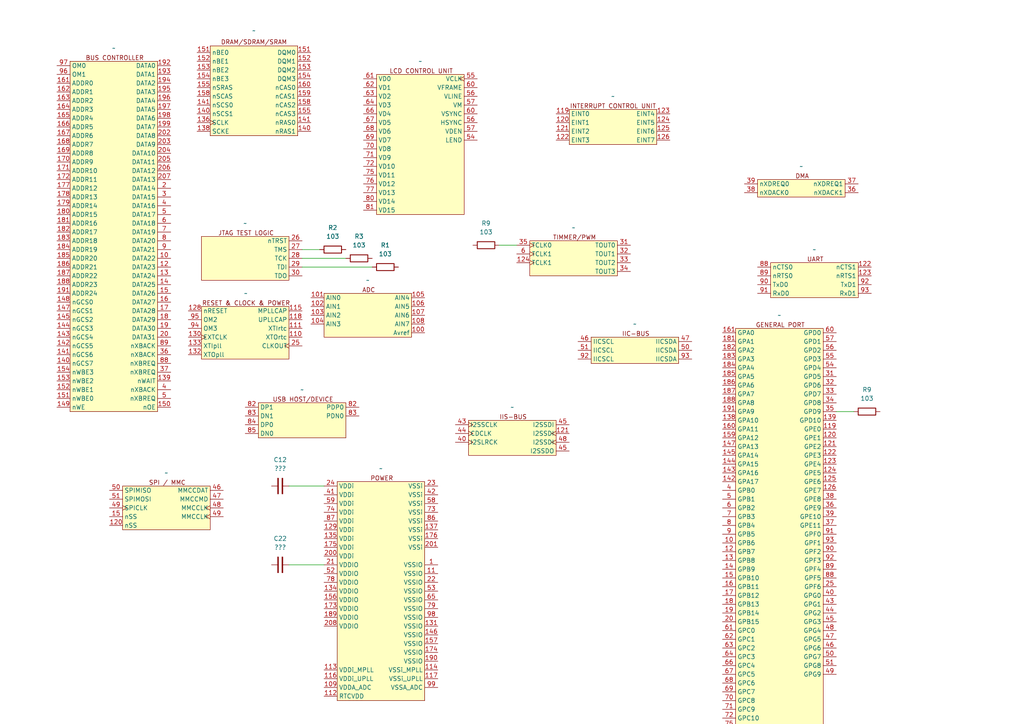
<source format=kicad_sch>
(kicad_sch (version 20250114) (generator "eeschema") (generator_version "9.0")
  (paper "A4")
  (lib_symbols
    (symbol "Chips:S3C2400X01"
      (symbol "S3C2400X01_1_0"
        (pin input line (at -16.51 20.32 0) (length 3.81) (name "OM0") (number "97"))
        (pin input line (at -16.51 17.78 0) (length 3.81) (name "OM1") (number "96"))
        (pin output line (at -16.51 15.24 0) (length 3.81) (name "ADDR0") (number "161"))
        (pin output line (at -16.51 12.7 0) (length 3.81) (name "ADDR1") (number "162"))
        (pin output line (at -16.51 10.16 0) (length 3.81) (name "ADDR2") (number "163"))
        (pin output line (at -16.51 7.62 0) (length 3.81) (name "ADDR3") (number "164"))
        (pin output line (at -16.51 5.08 0) (length 3.81) (name "ADDR4") (number "165"))
        (pin output line (at -16.51 2.54 0) (length 3.81) (name "ADDR5") (number "166"))
        (pin output line (at -16.51 0 0) (length 3.81) (name "ADDR6") (number "167"))
        (pin output line (at -16.51 -2.54 0) (length 3.81) (name "ADDR7") (number "168"))
        (pin output line (at -16.51 -5.08 0) (length 3.81) (name "ADDR8") (number "169"))
        (pin output line (at -16.51 -7.62 0) (length 3.81) (name "ADDR9") (number "170"))
        (pin output line (at -16.51 -10.16 0) (length 3.81) (name "ADDR10") (number "171"))
        (pin output line (at -16.51 -12.7 0) (length 3.81) (name "ADDR11") (number "172"))
        (pin output line (at -16.51 -15.24 0) (length 3.81) (name "ADDR12") (number "177"))
        (pin output line (at -16.51 -17.78 0) (length 3.81) (name "ADDR13") (number "178"))
        (pin output line (at -16.51 -20.32 0) (length 3.81) (name "ADDR14") (number "179"))
        (pin output line (at -16.51 -22.86 0) (length 3.81) (name "ADDR15") (number "180"))
        (pin output line (at -16.51 -25.4 0) (length 3.81) (name "ADDR16") (number "181"))
        (pin output line (at -16.51 -27.94 0) (length 3.81) (name "ADDR17") (number "182"))
        (pin output line (at -16.51 -30.48 0) (length 3.81) (name "ADDR18") (number "183"))
        (pin output line (at -16.51 -33.02 0) (length 3.81) (name "ADDR19") (number "184"))
        (pin output line (at -16.51 -35.56 0) (length 3.81) (name "ADDR20") (number "185"))
        (pin output line (at -16.51 -38.1 0) (length 3.81) (name "ADDR21") (number "186"))
        (pin output line (at -16.51 -40.64 0) (length 3.81) (name "ADDR22") (number "187"))
        (pin output line (at -16.51 -43.18 0) (length 3.81) (name "ADDR23") (number "188"))
        (pin output line (at -16.51 -45.72 0) (length 3.81) (name "ADDR24") (number "191"))
        (pin output line (at -16.51 -48.26 0) (length 3.81) (name "nGCS0") (number "148"))
        (pin output line (at -16.51 -50.8 0) (length 3.81) (name "nGCS1") (number "147"))
        (pin output line (at -16.51 -53.34 0) (length 3.81) (name "nGCS2") (number "145"))
        (pin output line (at -16.51 -55.88 0) (length 3.81) (name "nGCS3") (number "144"))
        (pin output line (at -16.51 -58.42 0) (length 3.81) (name "nGCS4") (number "143"))
        (pin output line (at -16.51 -60.96 0) (length 3.81) (name "nGCS5") (number "142"))
        (pin output line (at -16.51 -63.5 0) (length 3.81) (name "nGCS6") (number "141"))
        (pin output line (at -16.51 -66.04 0) (length 3.81) (name "nGCS7") (number "140"))
        (pin output line (at -16.51 -68.58 0) (length 3.81) (name "nWBE3") (number "154"))
        (pin output line (at -16.51 -71.12 0) (length 3.81) (name "nWBE2") (number "153"))
        (pin output line (at -16.51 -73.66 0) (length 3.81) (name "nWBE1") (number "152"))
        (pin output line (at -16.51 -76.2 0) (length 3.81) (name "nWBE0") (number "151"))
        (pin output line (at -16.51 -78.74 0) (length 3.81) (name "nWE") (number "149"))
        (pin bidirectional line (at 16.51 20.32 180) (length 3.81) (name "DATA0") (number "192"))
        (pin bidirectional line (at 16.51 17.78 180) (length 3.81) (name "DATA1") (number "193"))
        (pin bidirectional line (at 16.51 15.24 180) (length 3.81) (name "DATA2") (number "194"))
        (pin bidirectional line (at 16.51 12.7 180) (length 3.81) (name "DATA3") (number "195"))
        (pin bidirectional line (at 16.51 10.16 180) (length 3.81) (name "DATA4") (number "196"))
        (pin bidirectional line (at 16.51 7.62 180) (length 3.81) (name "DATA5") (number "197"))
        (pin bidirectional line (at 16.51 5.08 180) (length 3.81) (name "DATA6") (number "198"))
        (pin bidirectional line (at 16.51 2.54 180) (length 3.81) (name "DATA7") (number "199"))
        (pin bidirectional line (at 16.51 0 180) (length 3.81) (name "DATA8") (number "202"))
        (pin bidirectional line (at 16.51 -2.54 180) (length 3.81) (name "DATA9") (number "203"))
        (pin bidirectional line (at 16.51 -5.08 180) (length 3.81) (name "DATA10") (number "204"))
        (pin bidirectional line (at 16.51 -7.62 180) (length 3.81) (name "DATA11") (number "205"))
        (pin bidirectional line (at 16.51 -10.16 180) (length 3.81) (name "DATA12") (number "206"))
        (pin bidirectional line (at 16.51 -12.7 180) (length 3.81) (name "DATA13") (number "207"))
        (pin bidirectional line (at 16.51 -15.24 180) (length 3.81) (name "DATA14") (number "2"))
        (pin bidirectional line (at 16.51 -17.78 180) (length 3.81) (name "DATA15") (number "3"))
        (pin bidirectional line (at 16.51 -20.32 180) (length 3.81) (name "DATA16") (number "4"))
        (pin bidirectional line (at 16.51 -22.86 180) (length 3.81) (name "DATA17") (number "5"))
        (pin bidirectional line (at 16.51 -25.4 180) (length 3.81) (name "DATA18") (number "6"))
        (pin bidirectional line (at 16.51 -27.94 180) (length 3.81) (name "DATA19") (number "7"))
        (pin bidirectional line (at 16.51 -30.48 180) (length 3.81) (name "DATA20") (number "8"))
        (pin bidirectional line (at 16.51 -33.02 180) (length 3.81) (name "DATA21") (number "9"))
        (pin bidirectional line (at 16.51 -35.56 180) (length 3.81) (name "DATA22") (number "10"))
        (pin bidirectional line (at 16.51 -38.1 180) (length 3.81) (name "DATA23") (number "12"))
        (pin bidirectional line (at 16.51 -40.64 180) (length 3.81) (name "DATA24") (number "13"))
        (pin bidirectional line (at 16.51 -43.18 180) (length 3.81) (name "DATA25") (number "14"))
        (pin bidirectional line (at 16.51 -45.72 180) (length 3.81) (name "DATA26") (number "15"))
        (pin bidirectional line (at 16.51 -48.26 180) (length 3.81) (name "DATA27") (number "16"))
        (pin bidirectional line (at 16.51 -50.8 180) (length 3.81) (name "DATA28") (number "17"))
        (pin bidirectional line (at 16.51 -53.34 180) (length 3.81) (name "DATA29") (number "18"))
        (pin bidirectional line (at 16.51 -55.88 180) (length 3.81) (name "DATA30") (number "19"))
        (pin bidirectional line (at 16.51 -58.42 180) (length 3.81) (name "DATA31") (number "20"))
        (pin input line (at 16.51 -60.96 180) (length 3.81) (name "nXBACK") (number "89"))
        (pin input line (at 16.51 -63.5 180) (length 3.81) (name "nXBACK") (number "36"))
        (pin input line (at 16.51 -66.04 180) (length 3.81) (name "nXBREQ") (number "88"))
        (pin input line (at 16.51 -68.58 180) (length 3.81) (name "nXBREQ") (number "37"))
        (pin input line (at 16.51 -71.12 180) (length 3.81) (name "nWAIT") (number "139"))
        (pin output line (at 16.51 -73.66 180) (length 3.81) (name "nXBACK") (number "4"))
        (pin input line (at 16.51 -76.2 180) (length 3.81) (name "nXBREQ") (number "5"))
        (pin output line (at 16.51 -78.74 180) (length 3.81) (name "nOE") (number "150"))
      )
      (symbol "S3C2400X01_1_1"
        (text "BUS CONTROLLER" (at 0.254 22.606 0) (effects (font (size 1.27 1.27))))
      )
      (symbol "S3C2400X01_2_0"
        (pin output line (at -16.51 19.05 0) (length 3.81) (name "nBE0") (number "151"))
        (pin output line (at -16.51 16.51 0) (length 3.81) (name "nBE1") (number "152"))
        (pin output line (at -16.51 13.97 0) (length 3.81) (name "nBE2") (number "153"))
        (pin output line (at -16.51 11.43 0) (length 3.81) (name "nBE3") (number "154"))
        (pin output line (at -16.51 8.89 0) (length 3.81) (name "nSRAS") (number "155"))
        (pin output line (at -16.51 6.35 0) (length 3.81) (name "nSCAS") (number "158"))
        (pin output line (at -16.51 3.81 0) (length 3.81) (name "nSCS0") (number "141"))
        (pin output line (at -16.51 1.27 0) (length 3.81) (name "nSCS1") (number "140"))
        (pin output clock (at -16.51 -1.27 0) (length 3.81) (name "SCLK") (number "136"))
        (pin output line (at -16.51 -3.81 0) (length 3.81) (name "SCKE") (number "138"))
        (pin output line (at 16.51 19.05 180) (length 3.81) (name "DQM0") (number "151"))
        (pin output line (at 16.51 16.51 180) (length 3.81) (name "DQM1") (number "152"))
        (pin output line (at 16.51 13.97 180) (length 3.81) (name "DQM2") (number "153"))
        (pin output line (at 16.51 11.43 180) (length 3.81) (name "DQM3") (number "154"))
        (pin output line (at 16.51 8.89 180) (length 3.81) (name "nCAS0") (number "160"))
        (pin output line (at 16.51 6.35 180) (length 3.81) (name "nCAS1") (number "159"))
        (pin output line (at 16.51 3.81 180) (length 3.81) (name "nCAS2") (number "158"))
        (pin output line (at 16.51 1.27 180) (length 3.81) (name "nCAS3") (number "155"))
        (pin output line (at 16.51 -1.27 180) (length 3.81) (name "nRAS0") (number "141"))
        (pin output line (at 16.51 -3.81 180) (length 3.81) (name "nRAS1") (number "140"))
      )
      (symbol "S3C2400X01_2_1"
        (text "DRAM/SDRAM/SRAM" (at 0 22.098 0) (effects (font (size 1.27 1.27))))
      )
      (symbol "S3C2400X01_3_0"
        (pin output line (at -16.51 20.32 0) (length 3.81) (name "VD0") (number "61"))
        (pin output line (at -16.51 17.78 0) (length 3.81) (name "VD1") (number "62"))
        (pin output line (at -16.51 15.24 0) (length 3.81) (name "VD2") (number "63"))
        (pin output line (at -16.51 12.7 0) (length 3.81) (name "VD3") (number "64"))
        (pin output line (at -16.51 10.16 0) (length 3.81) (name "VD4") (number "66"))
        (pin output line (at -16.51 7.62 0) (length 3.81) (name "VD5") (number "67"))
        (pin output line (at -16.51 5.08 0) (length 3.81) (name "VD6") (number "68"))
        (pin output line (at -16.51 2.54 0) (length 3.81) (name "VD7") (number "69"))
        (pin output line (at -16.51 0 0) (length 3.81) (name "VD8") (number "70"))
        (pin output line (at -16.51 -2.54 0) (length 3.81) (name "VD9") (number "71"))
        (pin output line (at -16.51 -5.08 0) (length 3.81) (name "VD10") (number "72"))
        (pin output line (at -16.51 -7.62 0) (length 3.81) (name "VD11") (number "75"))
        (pin output line (at -16.51 -10.16 0) (length 3.81) (name "VD12") (number "76"))
        (pin output line (at -16.51 -12.7 0) (length 3.81) (name "VD13") (number "77"))
        (pin output line (at -16.51 -15.24 0) (length 3.81) (name "VD14") (number "80"))
        (pin output line (at -16.51 -17.78 0) (length 3.81) (name "VD15") (number "81"))
        (pin output clock (at 16.51 20.32 180) (length 3.81) (name "VCLK") (number "55"))
        (pin output line (at 16.51 17.78 180) (length 3.81) (name "VFRAME") (number "60"))
        (pin output line (at 16.51 15.24 180) (length 3.81) (name "VLINE") (number "56"))
        (pin output line (at 16.51 12.7 180) (length 3.81) (name "VM") (number "57"))
        (pin output line (at 16.51 10.16 180) (length 3.81) (name "VSYNC") (number "60"))
        (pin output line (at 16.51 7.62 180) (length 3.81) (name "HSYNC") (number "56"))
        (pin output line (at 16.51 5.08 180) (length 3.81) (name "VDEN") (number "57"))
        (pin output line (at 16.51 2.54 180) (length 3.81) (name "LEND") (number "54"))
      )
      (symbol "S3C2400X01_3_1"
        (text "LCD CONTROL UNIT" (at 0.254 22.606 0) (effects (font (size 1.27 1.27))))
      )
      (symbol "S3C2400X01_4_0"
        (pin input line (at -16.51 20.32 0) (length 3.81) (name "EINT0") (number "119"))
        (pin input line (at -16.51 17.78 0) (length 3.81) (name "EINT1") (number "120"))
        (pin input line (at -16.51 15.24 0) (length 3.81) (name "EINT2") (number "121"))
        (pin input line (at -16.51 12.7 0) (length 3.81) (name "EINT3") (number "122"))
        (pin input line (at 16.51 20.32 180) (length 3.81) (name "EINT4") (number "123"))
        (pin input line (at 16.51 17.78 180) (length 3.81) (name "EINT5") (number "124"))
        (pin input line (at 16.51 15.24 180) (length 3.81) (name "EINT6") (number "125"))
        (pin input line (at 16.51 12.7 180) (length 3.81) (name "EINT7") (number "126"))
      )
      (symbol "S3C2400X01_4_1"
        (text "INTERRUPT CONTROL UNIT" (at 0 22.606 0) (effects (font (size 1.27 1.27))))
      )
      (symbol "S3C2400X01_5_0"
        (pin input line (at -16.51 20.32 0) (length 3.81) (name "nXDREQ0") (number "39"))
        (pin output line (at -16.51 17.78 0) (length 3.81) (name "nXDACK0") (number "38"))
        (pin input line (at 16.51 20.32 180) (length 3.81) (name "nXDREQ1") (number "37"))
        (pin output line (at 16.51 17.78 180) (length 3.81) (name "nXDACK1") (number "36"))
      )
      (symbol "S3C2400X01_5_1"
        (text "DMA" (at 0.254 22.606 0) (effects (font (size 1.27 1.27))))
      )
      (symbol "S3C2400X01_6_0"
        (pin input line (at -16.51 20.32 0) (length 3.81) (name "nCTS0") (number "88"))
        (pin output line (at -16.51 17.78 0) (length 3.81) (name "nRTS0") (number "89"))
        (pin output line (at -16.51 15.24 0) (length 3.81) (name "TxD0") (number "90"))
        (pin input line (at -16.51 12.7 0) (length 3.81) (name "RxD0") (number "91"))
        (pin input line (at 16.51 20.32 180) (length 3.81) (name "nCTS1") (number "122"))
        (pin output line (at 16.51 17.78 180) (length 3.81) (name "nRTS1") (number "123"))
        (pin output line (at 16.51 15.24 180) (length 3.81) (name "TxD1") (number "92"))
        (pin input line (at 16.51 12.7 180) (length 3.81) (name "RxD1") (number "93"))
      )
      (symbol "S3C2400X01_6_1"
        (text "UART" (at 0.254 22.606 0) (effects (font (size 1.27 1.27))))
      )
      (symbol "S3C2400X01_7_0"
        (pin bidirectional line (at -16.51 20.32 0) (length 3.81) (name "IICSCL") (number "46"))
        (pin bidirectional line (at -16.51 17.78 0) (length 3.81) (name "IICSCL") (number "51"))
        (pin bidirectional line (at -16.51 15.24 0) (length 3.81) (name "IICSCL") (number "92"))
        (pin bidirectional line (at 16.51 20.32 180) (length 3.81) (name "IICSDA") (number "47"))
        (pin bidirectional line (at 16.51 17.78 180) (length 3.81) (name "IICSDA") (number "50"))
        (pin bidirectional line (at 16.51 15.24 180) (length 3.81) (name "IICSDA") (number "93"))
      )
      (symbol "S3C2400X01_7_1"
        (text "IIC-BUS" (at 0.254 22.606 0) (effects (font (size 1.27 1.27))))
      )
      (symbol "S3C2400X01_8_0"
        (pin bidirectional clock (at -16.51 20.32 0) (length 3.81) (name "I2SSCLK") (number "43"))
        (pin output clock (at -16.51 17.78 0) (length 3.81) (name "CDCLK") (number "44"))
        (pin bidirectional clock (at -16.51 15.24 0) (length 3.81) (name "I2SLRCK") (number "40"))
        (pin input line (at 16.51 20.32 180) (length 3.81) (name "I2SSDI") (number "45"))
        (pin input clock (at 16.51 17.78 180) (length 3.81) (name "I2SSDI") (number "121"))
        (pin input clock (at 16.51 15.24 180) (length 3.81) (name "I2SSDI") (number "48"))
        (pin output line (at 16.51 12.7 180) (length 3.81) (name "I2SSDO") (number "45"))
      )
      (symbol "S3C2400X01_8_1"
        (text "IIS-BUS" (at 0.254 22.606 0) (effects (font (size 1.27 1.27))))
      )
      (symbol "S3C2400X01_9_0"
        (pin input line (at -16.51 20.32 0) (length 3.81) (name "AIN0") (number "101"))
        (pin input line (at -16.51 17.78 0) (length 3.81) (name "AIN1") (number "102"))
        (pin input line (at -16.51 15.24 0) (length 3.81) (name "AIN2") (number "103"))
        (pin input line (at -16.51 12.7 0) (length 3.81) (name "AIN3") (number "104"))
        (pin input line (at 16.51 20.32 180) (length 3.81) (name "AIN4") (number "105"))
        (pin input line (at 16.51 17.78 180) (length 3.81) (name "AIN5") (number "106"))
        (pin input line (at 16.51 15.24 180) (length 3.81) (name "AIN6") (number "107"))
        (pin input line (at 16.51 12.7 180) (length 3.81) (name "AIN7") (number "108"))
        (pin input line (at 16.51 10.16 180) (length 3.81) (name "Avref") (number "100"))
      )
      (symbol "S3C2400X01_9_1"
        (text "ADC" (at 0.254 22.606 0) (effects (font (size 1.27 1.27))))
      )
      (symbol "S3C2400X01_10_0"
        (pin bidirectional line (at -16.51 20.32 0) (length 3.81) (name "DP1") (number "82"))
        (pin bidirectional line (at -16.51 17.78 0) (length 3.81) (name "DN1") (number "83"))
        (pin bidirectional line (at -16.51 15.24 0) (length 3.81) (name "DP0") (number "84"))
        (pin bidirectional line (at -16.51 12.7 0) (length 3.81) (name "DN0") (number "85"))
        (pin bidirectional line (at 16.51 20.32 180) (length 3.81) (name "PDP0") (number "82"))
        (pin bidirectional line (at 16.51 17.78 180) (length 3.81) (name "PDN0") (number "83"))
      )
      (symbol "S3C2400X01_10_1"
        (text "USB HOST/DEVICE" (at 0.254 22.606 0) (effects (font (size 1.27 1.27))))
      )
      (symbol "S3C2400X01_11_0"
        (pin bidirectional line (at -16.51 20.32 0) (length 3.81) (name "SPIMISO") (number "50"))
        (pin bidirectional line (at -16.51 17.78 0) (length 3.81) (name "SPIMOSI") (number "51"))
        (pin bidirectional clock (at -16.51 15.24 0) (length 3.81) (name "SPICLK") (number "49"))
        (pin bidirectional line (at -16.51 12.7 0) (length 3.81) (name "nSS") (number "15"))
        (pin bidirectional line (at -16.51 10.16 0) (length 3.81) (name "nSS") (number "120"))
        (pin bidirectional line (at 16.51 20.32 180) (length 3.81) (name "MMCCDAT") (number "46"))
        (pin bidirectional line (at 16.51 17.78 180) (length 3.81) (name "MMCCMD") (number "47"))
        (pin output clock (at 16.51 15.24 180) (length 3.81) (name "MMCCLK") (number "48"))
        (pin output clock (at 16.51 12.7 180) (length 3.81) (name "MMCCLK") (number "49"))
      )
      (symbol "S3C2400X01_11_1"
        (text "SPI / MMC" (at 0.254 22.606 0) (effects (font (size 1.27 1.27))))
      )
      (symbol "S3C2400X01_12_0"
        (pin output line (at -16.51 20.32 0) (length 3.81) (name "GPA0") (number "161"))
        (pin output line (at -16.51 17.78 0) (length 3.81) (name "GPA1") (number "181"))
        (pin output line (at -16.51 15.24 0) (length 3.81) (name "GPA2") (number "182"))
        (pin output line (at -16.51 12.7 0) (length 3.81) (name "GPA3") (number "183"))
        (pin output line (at -16.51 10.16 0) (length 3.81) (name "GPA4") (number "184"))
        (pin output line (at -16.51 7.62 0) (length 3.81) (name "GPA5") (number "185"))
        (pin output line (at -16.51 5.08 0) (length 3.81) (name "GPA6") (number "186"))
        (pin output line (at -16.51 2.54 0) (length 3.81) (name "GPA7") (number "187"))
        (pin output line (at -16.51 0 0) (length 3.81) (name "GPA8") (number "188"))
        (pin output line (at -16.51 -2.54 0) (length 3.81) (name "GPA9") (number "191"))
        (pin output line (at -16.51 -5.08 0) (length 3.81) (name "GPA10") (number "138"))
        (pin output line (at -16.51 -7.62 0) (length 3.81) (name "GPA11") (number "160"))
        (pin output line (at -16.51 -10.16 0) (length 3.81) (name "GPA12") (number "159"))
        (pin output line (at -16.51 -12.7 0) (length 3.81) (name "GPA13") (number "147"))
        (pin output line (at -16.51 -15.24 0) (length 3.81) (name "GPA14") (number "145"))
        (pin output line (at -16.51 -17.78 0) (length 3.81) (name "GPA15") (number "144"))
        (pin output line (at -16.51 -20.32 0) (length 3.81) (name "GPA16") (number "143"))
        (pin output line (at -16.51 -22.86 0) (length 3.81) (name "GPA17") (number "142"))
        (pin bidirectional line (at -16.51 -25.4 0) (length 3.81) (name "GPB0") (number "4"))
        (pin bidirectional line (at -16.51 -27.94 0) (length 3.81) (name "GPB1") (number "5"))
        (pin bidirectional line (at -16.51 -30.48 0) (length 3.81) (name "GPB2") (number "6"))
        (pin bidirectional line (at -16.51 -33.02 0) (length 3.81) (name "GPB3") (number "7"))
        (pin bidirectional line (at -16.51 -35.56 0) (length 3.81) (name "GPB4") (number "8"))
        (pin bidirectional line (at -16.51 -38.1 0) (length 3.81) (name "GPB5") (number "9"))
        (pin bidirectional line (at -16.51 -40.64 0) (length 3.81) (name "GPB6") (number "10"))
        (pin bidirectional line (at -16.51 -43.18 0) (length 3.81) (name "GPB7") (number "12"))
        (pin bidirectional line (at -16.51 -45.72 0) (length 3.81) (name "GPB8") (number "13"))
        (pin bidirectional line (at -16.51 -48.26 0) (length 3.81) (name "GPB9") (number "14"))
        (pin bidirectional line (at -16.51 -50.8 0) (length 3.81) (name "GPB10") (number "15"))
        (pin bidirectional line (at -16.51 -53.34 0) (length 3.81) (name "GPB11") (number "16"))
        (pin bidirectional line (at -16.51 -55.88 0) (length 3.81) (name "GPB12") (number "17"))
        (pin bidirectional line (at -16.51 -58.42 0) (length 3.81) (name "GPB13") (number "18"))
        (pin bidirectional line (at -16.51 -60.96 0) (length 3.81) (name "GPB14") (number "19"))
        (pin bidirectional line (at -16.51 -63.5 0) (length 3.81) (name "GPB15") (number "20"))
        (pin bidirectional line (at -16.51 -66.04 0) (length 3.81) (name "GPC0") (number "61"))
        (pin bidirectional line (at -16.51 -68.58 0) (length 3.81) (name "GPC1") (number "62"))
        (pin bidirectional line (at -16.51 -71.12 0) (length 3.81) (name "GPC2") (number "63"))
        (pin bidirectional line (at -16.51 -73.66 0) (length 3.81) (name "GPC3") (number "64"))
        (pin bidirectional line (at -16.51 -76.2 0) (length 3.81) (name "GPC4") (number "66"))
        (pin bidirectional line (at -16.51 -78.74 0) (length 3.81) (name "GPC5") (number "67"))
        (pin bidirectional line (at -16.51 -81.28 0) (length 3.81) (name "GPC6") (number "68"))
        (pin bidirectional line (at -16.51 -83.82 0) (length 3.81) (name "GPC7") (number "69"))
        (pin bidirectional line (at -16.51 -86.36 0) (length 3.81) (name "GPC8") (number "70"))
        (pin bidirectional line (at -16.51 -88.9 0) (length 3.81) (name "GPC9") (number "71"))
        (pin bidirectional line (at -16.51 -91.44 0) (length 3.81) (name "GPC10") (number "72"))
        (pin bidirectional line (at -16.51 -93.98 0) (length 3.81) (name "GPC11") (number "75"))
        (pin bidirectional line (at -16.51 -96.52 0) (length 3.81) (name "GPC12") (number "76"))
        (pin bidirectional line (at -16.51 -99.06 0) (length 3.81) (name "GPC13") (number "77"))
        (pin bidirectional line (at -16.51 -101.6 0) (length 3.81) (name "GPC14") (number "80"))
        (pin bidirectional line (at -16.51 -104.14 0) (length 3.81) (name "GPC15") (number "81"))
        (pin bidirectional line (at 16.51 20.32 180) (length 3.81) (name "GPD0") (number "60"))
        (pin bidirectional line (at 16.51 17.78 180) (length 3.81) (name "GPD1") (number "57"))
        (pin bidirectional line (at 16.51 15.24 180) (length 3.81) (name "GPD2") (number "56"))
        (pin bidirectional line (at 16.51 12.7 180) (length 3.81) (name "GPD3") (number "55"))
        (pin bidirectional line (at 16.51 10.16 180) (length 3.81) (name "GPD4") (number "54"))
        (pin bidirectional line (at 16.51 7.62 180) (length 3.81) (name "GPD5") (number "31"))
        (pin bidirectional line (at 16.51 5.08 180) (length 3.81) (name "GPD6") (number "32"))
        (pin bidirectional line (at 16.51 2.54 180) (length 3.81) (name "GPD7") (number "33"))
        (pin bidirectional line (at 16.51 0 180) (length 3.81) (name "GPD8") (number "34"))
        (pin bidirectional line (at 16.51 -2.54 180) (length 3.81) (name "GPD9") (number "35"))
        (pin bidirectional line (at 16.51 -5.08 180) (length 3.81) (name "GPD10") (number "139"))
        (pin bidirectional line (at 16.51 -7.62 180) (length 3.81) (name "GPE0") (number "119"))
        (pin bidirectional line (at 16.51 -10.16 180) (length 3.81) (name "GPE1") (number "120"))
        (pin bidirectional line (at 16.51 -12.7 180) (length 3.81) (name "GPE2") (number "121"))
        (pin bidirectional line (at 16.51 -15.24 180) (length 3.81) (name "GPE3") (number "122"))
        (pin bidirectional line (at 16.51 -17.78 180) (length 3.81) (name "GPE4") (number "123"))
        (pin bidirectional line (at 16.51 -20.32 180) (length 3.81) (name "GPE5") (number "124"))
        (pin bidirectional line (at 16.51 -22.86 180) (length 3.81) (name "GPE6") (number "125"))
        (pin bidirectional line (at 16.51 -25.4 180) (length 3.81) (name "GPE7") (number "126"))
        (pin bidirectional line (at 16.51 -27.94 180) (length 3.81) (name "GPE8") (number "38"))
        (pin bidirectional line (at 16.51 -30.48 180) (length 3.81) (name "GPE9") (number "36"))
        (pin bidirectional line (at 16.51 -33.02 180) (length 3.81) (name "GPE10") (number "39"))
        (pin bidirectional line (at 16.51 -35.56 180) (length 3.81) (name "GPE11") (number "37"))
        (pin bidirectional line (at 16.51 -38.1 180) (length 3.81) (name "GPF0") (number "91"))
        (pin bidirectional line (at 16.51 -40.64 180) (length 3.81) (name "GPF1") (number "93"))
        (pin bidirectional line (at 16.51 -43.18 180) (length 3.81) (name "GPF2") (number "90"))
        (pin bidirectional line (at 16.51 -45.72 180) (length 3.81) (name "GPF3") (number "92"))
        (pin bidirectional line (at 16.51 -48.26 180) (length 3.81) (name "GPF4") (number "89"))
        (pin bidirectional line (at 16.51 -50.8 180) (length 3.81) (name "GPF5") (number "88"))
        (pin bidirectional line (at 16.51 -53.34 180) (length 3.81) (name "GPF6") (number "25"))
        (pin bidirectional line (at 16.51 -55.88 180) (length 3.81) (name "GPG0") (number "40"))
        (pin bidirectional line (at 16.51 -58.42 180) (length 3.81) (name "GPG1") (number "43"))
        (pin bidirectional line (at 16.51 -60.96 180) (length 3.81) (name "GPG2") (number "44"))
        (pin bidirectional line (at 16.51 -63.5 180) (length 3.81) (name "GPG3") (number "45"))
        (pin bidirectional line (at 16.51 -66.04 180) (length 3.81) (name "GPG4") (number "48"))
        (pin bidirectional line (at 16.51 -68.58 180) (length 3.81) (name "GPG5") (number "47"))
        (pin bidirectional line (at 16.51 -71.12 180) (length 3.81) (name "GPG6") (number "46"))
        (pin bidirectional line (at 16.51 -73.66 180) (length 3.81) (name "GPG7") (number "50"))
        (pin bidirectional line (at 16.51 -76.2 180) (length 3.81) (name "GPG8") (number "51"))
        (pin bidirectional line (at 16.51 -78.74 180) (length 3.81) (name "GPG9") (number "49"))
      )
      (symbol "S3C2400X01_12_1"
        (text "GENERAL PORT" (at 0.254 22.606 0) (effects (font (size 1.27 1.27))))
      )
      (symbol "S3C2400X01_13_0"
        (pin bidirectional clock (at -16.51 20.32 0) (length 3.81) (name "TCLK0") (number "35"))
        (pin bidirectional clock (at -16.51 17.78 0) (length 3.81) (name "TCLK1") (number "6"))
        (pin bidirectional clock (at -16.51 15.24 0) (length 3.81) (name "TCLK1") (number "124"))
        (pin bidirectional line (at 16.51 20.32 180) (length 3.81) (name "TOUT0") (number "31"))
        (pin bidirectional line (at 16.51 17.78 180) (length 3.81) (name "TOUT1") (number "32"))
        (pin bidirectional line (at 16.51 15.24 180) (length 3.81) (name "TOUT2") (number "33"))
        (pin bidirectional line (at 16.51 12.7 180) (length 3.81) (name "TOUT3") (number "34"))
      )
      (symbol "S3C2400X01_13_1"
        (text "TIMMER/PWM" (at 0.254 22.606 0) (effects (font (size 1.27 1.27))))
      )
      (symbol "S3C2400X01_14_0"
        (pin input line (at 16.51 20.32 180) (length 3.81) (name "nTRST") (number "26"))
        (pin input line (at 16.51 17.78 180) (length 3.81) (name "TMS") (number "27"))
        (pin input line (at 16.51 15.24 180) (length 3.81) (name "TCK") (number "28"))
        (pin input line (at 16.51 12.7 180) (length 3.81) (name "TDI") (number "29"))
        (pin output line (at 16.51 10.16 180) (length 3.81) (name "TDO") (number "30"))
      )
      (symbol "S3C2400X01_14_1"
        (text "JTAG TEST LOGIC" (at 0.254 22.606 0) (effects (font (size 1.27 1.27))))
      )
      (symbol "S3C2400X01_15_0"
        (pin input line (at -16.51 20.32 0) (length 3.81) (name "nRESET") (number "128"))
        (pin input line (at -16.51 17.78 0) (length 3.81) (name "OM2") (number "95"))
        (pin input line (at -16.51 15.24 0) (length 3.81) (name "OM3") (number "94"))
        (pin input clock (at -16.51 12.7 0) (length 3.81) (name "EXTCLK") (number "130"))
        (pin input line (at -16.51 10.16 0) (length 3.81) (name "XTIpll") (number "133"))
        (pin output line (at -16.51 7.62 0) (length 3.81) (name "XTOpll") (number "132"))
        (pin input line (at 16.51 20.32 180) (length 3.81) (name "MPLLCAP") (number "115"))
        (pin input line (at 16.51 17.78 180) (length 3.81) (name "UPLLCAP") (number "118"))
        (pin input line (at 16.51 15.24 180) (length 3.81) (name "XTIrtc") (number "111"))
        (pin output line (at 16.51 12.7 180) (length 3.81) (name "XTOrtc") (number "110"))
        (pin output clock (at 16.51 10.16 180) (length 3.81) (name "CLKOUT") (number "25"))
      )
      (symbol "S3C2400X01_15_1"
        (text "RESET & CLOCK & POWER" (at 0.254 22.606 0) (effects (font (size 1.27 1.27))))
      )
      (symbol "S3C2400X01_16_0"
        (pin power_in line (at -16.51 20.32 0) (length 3.81) (name "VDDi") (number "24"))
        (pin power_in line (at -16.51 17.78 0) (length 3.81) (name "VDDi") (number "41"))
        (pin power_in line (at -16.51 15.24 0) (length 3.81) (name "VDDi") (number "59"))
        (pin power_in line (at -16.51 12.7 0) (length 3.81) (name "VDDi") (number "74"))
        (pin power_in line (at -16.51 10.16 0) (length 3.81) (name "VDDi") (number "87"))
        (pin power_in line (at -16.51 7.62 0) (length 3.81) (name "VDDi") (number "129"))
        (pin power_in line (at -16.51 5.08 0) (length 3.81) (name "VDDi") (number "135"))
        (pin power_in line (at -16.51 2.54 0) (length 3.81) (name "VDDi") (number "175"))
        (pin power_in line (at -16.51 0 0) (length 3.81) (name "VDDi") (number "200"))
        (pin power_in line (at -16.51 -2.54 0) (length 3.81) (name "VDDIO") (number "21"))
        (pin power_in line (at -16.51 -5.08 0) (length 3.81) (name "VDDIO") (number "52"))
        (pin power_in line (at -16.51 -7.62 0) (length 3.81) (name "VDDIO") (number "78"))
        (pin power_in line (at -16.51 -10.16 0) (length 3.81) (name "VDDIO") (number "134"))
        (pin power_in line (at -16.51 -12.7 0) (length 3.81) (name "VDDIO") (number "156"))
        (pin power_in line (at -16.51 -15.24 0) (length 3.81) (name "VDDIO") (number "173"))
        (pin power_in line (at -16.51 -17.78 0) (length 3.81) (name "VDDIO") (number "189"))
        (pin power_in line (at -16.51 -20.32 0) (length 3.81) (name "VDDIO") (number "208"))
        (pin power_in line (at -16.51 -33.02 0) (length 3.81) (name "VDDi_MPLL") (number "113"))
        (pin power_in line (at -16.51 -35.56 0) (length 3.81) (name "VDDi_UPLL") (number "116"))
        (pin power_in line (at -16.51 -38.1 0) (length 3.81) (name "VDDA_ADC") (number "109"))
        (pin power_in line (at -16.51 -40.64 0) (length 3.81) (name "RTCVDD") (number "112"))
        (pin power_in line (at 16.51 20.32 180) (length 3.81) (name "VSSi") (number "23"))
        (pin power_in line (at 16.51 17.78 180) (length 3.81) (name "VSSi") (number "42"))
        (pin power_in line (at 16.51 15.24 180) (length 3.81) (name "VSSi") (number "58"))
        (pin power_in line (at 16.51 12.7 180) (length 3.81) (name "VSSi") (number "73"))
        (pin power_in line (at 16.51 10.16 180) (length 3.81) (name "VSSi") (number "86"))
        (pin power_in line (at 16.51 7.62 180) (length 3.81) (name "VSSi") (number "137"))
        (pin power_in line (at 16.51 5.08 180) (length 3.81) (name "VSSi") (number "176"))
        (pin power_in line (at 16.51 2.54 180) (length 3.81) (name "VSSi") (number "201"))
        (pin power_in line (at 16.51 -2.54 180) (length 3.81) (name "VSSIO") (number "1"))
        (pin power_in line (at 16.51 -5.08 180) (length 3.81) (name "VSSIO") (number "11"))
        (pin power_in line (at 16.51 -7.62 180) (length 3.81) (name "VSSIO") (number "22"))
        (pin power_in line (at 16.51 -10.16 180) (length 3.81) (name "VSSIO") (number "53"))
        (pin power_in line (at 16.51 -12.7 180) (length 3.81) (name "VSSIO") (number "65"))
        (pin power_in line (at 16.51 -15.24 180) (length 3.81) (name "VSSIO") (number "79"))
        (pin power_in line (at 16.51 -17.78 180) (length 3.81) (name "VSSIO") (number "98"))
        (pin power_in line (at 16.51 -20.32 180) (length 3.81) (name "VSSIO") (number "131"))
        (pin power_in line (at 16.51 -22.86 180) (length 3.81) (name "VSSIO") (number "146"))
        (pin power_in line (at 16.51 -25.4 180) (length 3.81) (name "VSSIO") (number "157"))
        (pin power_in line (at 16.51 -27.94 180) (length 3.81) (name "VSSIO") (number "174"))
        (pin power_in line (at 16.51 -30.48 180) (length 3.81) (name "VSSIO") (number "190"))
        (pin power_in line (at 16.51 -33.02 180) (length 3.81) (name "VSSi_MPLL") (number "114"))
        (pin power_in line (at 16.51 -35.56 180) (length 3.81) (name "VSSi_UPLL") (number "117"))
        (pin power_in line (at 16.51 -38.1 180) (length 3.81) (name "VSSA_ADC") (number "99"))
      )
      (symbol "S3C2400X01_16_1"
        (text "POWER" (at 0.254 22.606 0) (effects (font (size 1.27 1.27))))
      )
    )
    (symbol "PCM_Resistor_AKL:R_0603" (pin_numbers (hide yes)) (pin_names (offset 0))
      (property "Reference" "R" (at 2.54 1.27 0))
      (property "Value" "R_0603" (at 2.54 -1.27 0))
      (symbol "R_0603_1_1"
        (pin passive line (at 0 3.81 270) (length 1.27) (name "~") (number "1"))
        (pin passive line (at 0 -3.81 90) (length 1.27) (name "~") (number "2"))
      )
      (symbol "R_0603_1_2"
        (pin passive line (at -2.54 -2.54 0) (length 0) (name "") (number "2"))
        (pin passive line (at 2.54 2.54 180) (length 0) (name "") (number "1"))
      )
    )
    (symbol "PCM_SL_Capacitors:1nF_Ceramic"
      (property "Reference" "C" (at 0 6.35 0))
      (property "Value" "1nF_Ceramic" (at 0 3.81 0))
      (symbol "1nF_Ceramic_1_1"
        (pin passive line (at -2.54 0 0) (length 2) (name "~") (number "1"))
        (pin input line (at 2.54 0 180) (length 2) (name "~") (number "2"))
      )
    )
    (symbol "S3C2400X01_1"
      (symbol "S3C2400X01_1_1_0"
        (pin input line (at -16.51 20.32 0) (length 3.81) (name "OM0") (number "97"))
        (pin input line (at -16.51 17.78 0) (length 3.81) (name "OM1") (number "96"))
        (pin output line (at -16.51 15.24 0) (length 3.81) (name "ADDR0") (number "161"))
        (pin output line (at -16.51 12.7 0) (length 3.81) (name "ADDR1") (number "162"))
        (pin output line (at -16.51 10.16 0) (length 3.81) (name "ADDR2") (number "163"))
        (pin output line (at -16.51 7.62 0) (length 3.81) (name "ADDR3") (number "164"))
        (pin output line (at -16.51 5.08 0) (length 3.81) (name "ADDR4") (number "165"))
        (pin output line (at -16.51 2.54 0) (length 3.81) (name "ADDR5") (number "166"))
        (pin output line (at -16.51 0 0) (length 3.81) (name "ADDR6") (number "167"))
        (pin output line (at -16.51 -2.54 0) (length 3.81) (name "ADDR7") (number "168"))
        (pin output line (at -16.51 -5.08 0) (length 3.81) (name "ADDR8") (number "169"))
        (pin output line (at -16.51 -7.62 0) (length 3.81) (name "ADDR9") (number "170"))
        (pin output line (at -16.51 -10.16 0) (length 3.81) (name "ADDR10") (number "171"))
        (pin output line (at -16.51 -12.7 0) (length 3.81) (name "ADDR11") (number "172"))
        (pin output line (at -16.51 -15.24 0) (length 3.81) (name "ADDR12") (number "177"))
        (pin output line (at -16.51 -17.78 0) (length 3.81) (name "ADDR13") (number "178"))
        (pin output line (at -16.51 -20.32 0) (length 3.81) (name "ADDR14") (number "179"))
        (pin output line (at -16.51 -22.86 0) (length 3.81) (name "ADDR15") (number "180"))
        (pin output line (at -16.51 -25.4 0) (length 3.81) (name "ADDR16") (number "181"))
        (pin output line (at -16.51 -27.94 0) (length 3.81) (name "ADDR17") (number "182"))
        (pin output line (at -16.51 -30.48 0) (length 3.81) (name "ADDR18") (number "183"))
        (pin output line (at -16.51 -33.02 0) (length 3.81) (name "ADDR19") (number "184"))
        (pin output line (at -16.51 -35.56 0) (length 3.81) (name "ADDR20") (number "185"))
        (pin output line (at -16.51 -38.1 0) (length 3.81) (name "ADDR21") (number "186"))
        (pin output line (at -16.51 -40.64 0) (length 3.81) (name "ADDR22") (number "187"))
        (pin output line (at -16.51 -43.18 0) (length 3.81) (name "ADDR23") (number "188"))
        (pin output line (at -16.51 -45.72 0) (length 3.81) (name "ADDR24") (number "191"))
        (pin output line (at -16.51 -48.26 0) (length 3.81) (name "nGCS0") (number "148"))
        (pin output line (at -16.51 -50.8 0) (length 3.81) (name "nGCS1") (number "147"))
        (pin output line (at -16.51 -53.34 0) (length 3.81) (name "nGCS2") (number "145"))
        (pin output line (at -16.51 -55.88 0) (length 3.81) (name "nGCS3") (number "144"))
        (pin output line (at -16.51 -58.42 0) (length 3.81) (name "nGCS4") (number "143"))
        (pin output line (at -16.51 -60.96 0) (length 3.81) (name "nGCS5") (number "142"))
        (pin output line (at -16.51 -63.5 0) (length 3.81) (name "nGCS6") (number "141"))
        (pin output line (at -16.51 -66.04 0) (length 3.81) (name "nGCS7") (number "140"))
        (pin output line (at -16.51 -68.58 0) (length 3.81) (name "nWBE3") (number "154"))
        (pin output line (at -16.51 -71.12 0) (length 3.81) (name "nWBE2") (number "153"))
        (pin output line (at -16.51 -73.66 0) (length 3.81) (name "nWBE1") (number "152"))
        (pin output line (at -16.51 -76.2 0) (length 3.81) (name "nWBE0") (number "151"))
        (pin output line (at -16.51 -78.74 0) (length 3.81) (name "nWE") (number "149"))
        (pin bidirectional line (at 16.51 20.32 180) (length 3.81) (name "DATA0") (number "192"))
        (pin bidirectional line (at 16.51 17.78 180) (length 3.81) (name "DATA1") (number "193"))
        (pin bidirectional line (at 16.51 15.24 180) (length 3.81) (name "DATA2") (number "194"))
        (pin bidirectional line (at 16.51 12.7 180) (length 3.81) (name "DATA3") (number "195"))
        (pin bidirectional line (at 16.51 10.16 180) (length 3.81) (name "DATA4") (number "196"))
        (pin bidirectional line (at 16.51 7.62 180) (length 3.81) (name "DATA5") (number "197"))
        (pin bidirectional line (at 16.51 5.08 180) (length 3.81) (name "DATA6") (number "198"))
        (pin bidirectional line (at 16.51 2.54 180) (length 3.81) (name "DATA7") (number "199"))
        (pin bidirectional line (at 16.51 0 180) (length 3.81) (name "DATA8") (number "202"))
        (pin bidirectional line (at 16.51 -2.54 180) (length 3.81) (name "DATA9") (number "203"))
        (pin bidirectional line (at 16.51 -5.08 180) (length 3.81) (name "DATA10") (number "204"))
        (pin bidirectional line (at 16.51 -7.62 180) (length 3.81) (name "DATA11") (number "205"))
        (pin bidirectional line (at 16.51 -10.16 180) (length 3.81) (name "DATA12") (number "206"))
        (pin bidirectional line (at 16.51 -12.7 180) (length 3.81) (name "DATA13") (number "207"))
        (pin bidirectional line (at 16.51 -15.24 180) (length 3.81) (name "DATA14") (number "2"))
        (pin bidirectional line (at 16.51 -17.78 180) (length 3.81) (name "DATA15") (number "3"))
        (pin bidirectional line (at 16.51 -20.32 180) (length 3.81) (name "DATA16") (number "4"))
        (pin bidirectional line (at 16.51 -22.86 180) (length 3.81) (name "DATA17") (number "5"))
        (pin bidirectional line (at 16.51 -25.4 180) (length 3.81) (name "DATA18") (number "6"))
        (pin bidirectional line (at 16.51 -27.94 180) (length 3.81) (name "DATA19") (number "7"))
        (pin bidirectional line (at 16.51 -30.48 180) (length 3.81) (name "DATA20") (number "8"))
        (pin bidirectional line (at 16.51 -33.02 180) (length 3.81) (name "DATA21") (number "9"))
        (pin bidirectional line (at 16.51 -35.56 180) (length 3.81) (name "DATA22") (number "10"))
        (pin bidirectional line (at 16.51 -38.1 180) (length 3.81) (name "DATA23") (number "12"))
        (pin bidirectional line (at 16.51 -40.64 180) (length 3.81) (name "DATA24") (number "13"))
        (pin bidirectional line (at 16.51 -43.18 180) (length 3.81) (name "DATA25") (number "14"))
        (pin bidirectional line (at 16.51 -45.72 180) (length 3.81) (name "DATA26") (number "15"))
        (pin bidirectional line (at 16.51 -48.26 180) (length 3.81) (name "DATA27") (number "16"))
        (pin bidirectional line (at 16.51 -50.8 180) (length 3.81) (name "DATA28") (number "17"))
        (pin bidirectional line (at 16.51 -53.34 180) (length 3.81) (name "DATA29") (number "18"))
        (pin bidirectional line (at 16.51 -55.88 180) (length 3.81) (name "DATA30") (number "19"))
        (pin bidirectional line (at 16.51 -58.42 180) (length 3.81) (name "DATA31") (number "20"))
        (pin input line (at 16.51 -60.96 180) (length 3.81) (name "nXBACK") (number "89"))
        (pin input line (at 16.51 -63.5 180) (length 3.81) (name "nXBACK") (number "36"))
        (pin input line (at 16.51 -66.04 180) (length 3.81) (name "nXBREQ") (number "88"))
        (pin input line (at 16.51 -68.58 180) (length 3.81) (name "nXBREQ") (number "37"))
        (pin input line (at 16.51 -71.12 180) (length 3.81) (name "nWAIT") (number "139"))
        (pin output line (at 16.51 -73.66 180) (length 3.81) (name "nXBACK") (number "4"))
        (pin input line (at 16.51 -76.2 180) (length 3.81) (name "nXBREQ") (number "5"))
        (pin output line (at 16.51 -78.74 180) (length 3.81) (name "nOE") (number "150"))
      )
      (symbol "S3C2400X01_1_1_1"
        (text "BUS CONTROLLER" (at 0.254 22.606 0) (effects (font (size 1.27 1.27))))
      )
      (symbol "S3C2400X01_1_2_0"
        (pin output line (at -16.51 19.05 0) (length 3.81) (name "nBE0") (number "151"))
        (pin output line (at -16.51 16.51 0) (length 3.81) (name "nBE1") (number "152"))
        (pin output line (at -16.51 13.97 0) (length 3.81) (name "nBE2") (number "153"))
        (pin output line (at -16.51 11.43 0) (length 3.81) (name "nBE3") (number "154"))
        (pin output line (at -16.51 8.89 0) (length 3.81) (name "nSRAS") (number "155"))
        (pin output line (at -16.51 6.35 0) (length 3.81) (name "nSCAS") (number "158"))
        (pin output line (at -16.51 3.81 0) (length 3.81) (name "nSCS0") (number "141"))
        (pin output line (at -16.51 1.27 0) (length 3.81) (name "nSCS1") (number "140"))
        (pin output clock (at -16.51 -1.27 0) (length 3.81) (name "SCLK") (number "136"))
        (pin output line (at -16.51 -3.81 0) (length 3.81) (name "SCKE") (number "138"))
        (pin output line (at 16.51 19.05 180) (length 3.81) (name "DQM0") (number "151"))
        (pin output line (at 16.51 16.51 180) (length 3.81) (name "DQM1") (number "152"))
        (pin output line (at 16.51 13.97 180) (length 3.81) (name "DQM2") (number "153"))
        (pin output line (at 16.51 11.43 180) (length 3.81) (name "DQM3") (number "154"))
        (pin output line (at 16.51 8.89 180) (length 3.81) (name "nCAS0") (number "160"))
        (pin output line (at 16.51 6.35 180) (length 3.81) (name "nCAS1") (number "159"))
        (pin output line (at 16.51 3.81 180) (length 3.81) (name "nCAS2") (number "158"))
        (pin output line (at 16.51 1.27 180) (length 3.81) (name "nCAS3") (number "155"))
        (pin output line (at 16.51 -1.27 180) (length 3.81) (name "nRAS0") (number "141"))
        (pin output line (at 16.51 -3.81 180) (length 3.81) (name "nRAS1") (number "140"))
      )
      (symbol "S3C2400X01_1_2_1"
        (text "DRAM/SDRAM/SRAM" (at 0 22.098 0) (effects (font (size 1.27 1.27))))
      )
      (symbol "S3C2400X01_1_3_0"
        (pin output line (at -16.51 20.32 0) (length 3.81) (name "VD0") (number "61"))
        (pin output line (at -16.51 17.78 0) (length 3.81) (name "VD1") (number "62"))
        (pin output line (at -16.51 15.24 0) (length 3.81) (name "VD2") (number "63"))
        (pin output line (at -16.51 12.7 0) (length 3.81) (name "VD3") (number "64"))
        (pin output line (at -16.51 10.16 0) (length 3.81) (name "VD4") (number "66"))
        (pin output line (at -16.51 7.62 0) (length 3.81) (name "VD5") (number "67"))
        (pin output line (at -16.51 5.08 0) (length 3.81) (name "VD6") (number "68"))
        (pin output line (at -16.51 2.54 0) (length 3.81) (name "VD7") (number "69"))
        (pin output line (at -16.51 0 0) (length 3.81) (name "VD8") (number "70"))
        (pin output line (at -16.51 -2.54 0) (length 3.81) (name "VD9") (number "71"))
        (pin output line (at -16.51 -5.08 0) (length 3.81) (name "VD10") (number "72"))
        (pin output line (at -16.51 -7.62 0) (length 3.81) (name "VD11") (number "75"))
        (pin output line (at -16.51 -10.16 0) (length 3.81) (name "VD12") (number "76"))
        (pin output line (at -16.51 -12.7 0) (length 3.81) (name "VD13") (number "77"))
        (pin output line (at -16.51 -15.24 0) (length 3.81) (name "VD14") (number "80"))
        (pin output line (at -16.51 -17.78 0) (length 3.81) (name "VD15") (number "81"))
        (pin output clock (at 16.51 20.32 180) (length 3.81) (name "VCLK") (number "55"))
        (pin output line (at 16.51 17.78 180) (length 3.81) (name "VFRAME") (number "60"))
        (pin output line (at 16.51 15.24 180) (length 3.81) (name "VLINE") (number "56"))
        (pin output line (at 16.51 12.7 180) (length 3.81) (name "VM") (number "57"))
        (pin output line (at 16.51 10.16 180) (length 3.81) (name "VSYNC") (number "60"))
        (pin output line (at 16.51 7.62 180) (length 3.81) (name "HSYNC") (number "56"))
        (pin output line (at 16.51 5.08 180) (length 3.81) (name "VDEN") (number "57"))
        (pin output line (at 16.51 2.54 180) (length 3.81) (name "LEND") (number "54"))
      )
      (symbol "S3C2400X01_1_3_1"
        (text "LCD CONTROL UNIT" (at 0.254 22.606 0) (effects (font (size 1.27 1.27))))
      )
      (symbol "S3C2400X01_1_4_0"
        (pin input line (at -16.51 20.32 0) (length 3.81) (name "EINT0") (number "119"))
        (pin input line (at -16.51 17.78 0) (length 3.81) (name "EINT1") (number "120"))
        (pin input line (at -16.51 15.24 0) (length 3.81) (name "EINT2") (number "121"))
        (pin input line (at -16.51 12.7 0) (length 3.81) (name "EINT3") (number "122"))
        (pin input line (at 16.51 20.32 180) (length 3.81) (name "EINT4") (number "123"))
        (pin input line (at 16.51 17.78 180) (length 3.81) (name "EINT5") (number "124"))
        (pin input line (at 16.51 15.24 180) (length 3.81) (name "EINT6") (number "125"))
        (pin input line (at 16.51 12.7 180) (length 3.81) (name "EINT7") (number "126"))
      )
      (symbol "S3C2400X01_1_4_1"
        (text "INTERRUPT CONTROL UNIT" (at 0 22.606 0) (effects (font (size 1.27 1.27))))
      )
      (symbol "S3C2400X01_1_5_0"
        (pin input line (at -16.51 20.32 0) (length 3.81) (name "nXDREQ0") (number "39"))
        (pin output line (at -16.51 17.78 0) (length 3.81) (name "nXDACK0") (number "38"))
        (pin input line (at 16.51 20.32 180) (length 3.81) (name "nXDREQ1") (number "37"))
        (pin output line (at 16.51 17.78 180) (length 3.81) (name "nXDACK1") (number "36"))
      )
      (symbol "S3C2400X01_1_5_1"
        (text "DMA" (at 0.254 22.606 0) (effects (font (size 1.27 1.27))))
      )
      (symbol "S3C2400X01_1_6_0"
        (pin input line (at -16.51 20.32 0) (length 3.81) (name "nCTS0") (number "88"))
        (pin output line (at -16.51 17.78 0) (length 3.81) (name "nRTS0") (number "89"))
        (pin output line (at -16.51 15.24 0) (length 3.81) (name "TxD0") (number "90"))
        (pin input line (at -16.51 12.7 0) (length 3.81) (name "RxD0") (number "91"))
        (pin input line (at 16.51 20.32 180) (length 3.81) (name "nCTS1") (number "122"))
        (pin output line (at 16.51 17.78 180) (length 3.81) (name "nRTS1") (number "123"))
        (pin output line (at 16.51 15.24 180) (length 3.81) (name "TxD1") (number "92"))
        (pin input line (at 16.51 12.7 180) (length 3.81) (name "RxD1") (number "93"))
      )
      (symbol "S3C2400X01_1_6_1"
        (text "UART" (at 0.254 22.606 0) (effects (font (size 1.27 1.27))))
      )
      (symbol "S3C2400X01_1_7_0"
        (pin bidirectional line (at -16.51 20.32 0) (length 3.81) (name "IICSCL") (number "46"))
        (pin bidirectional line (at -16.51 17.78 0) (length 3.81) (name "IICSCL") (number "51"))
        (pin bidirectional line (at -16.51 15.24 0) (length 3.81) (name "IICSCL") (number "92"))
        (pin bidirectional line (at 16.51 20.32 180) (length 3.81) (name "IICSDA") (number "47"))
        (pin bidirectional line (at 16.51 17.78 180) (length 3.81) (name "IICSDA") (number "50"))
        (pin bidirectional line (at 16.51 15.24 180) (length 3.81) (name "IICSDA") (number "93"))
      )
      (symbol "S3C2400X01_1_7_1"
        (text "IIC-BUS" (at 0.254 22.606 0) (effects (font (size 1.27 1.27))))
      )
      (symbol "S3C2400X01_1_8_0"
        (pin bidirectional clock (at -16.51 20.32 0) (length 3.81) (name "I2SSCLK") (number "43"))
        (pin output clock (at -16.51 17.78 0) (length 3.81) (name "CDCLK") (number "44"))
        (pin bidirectional clock (at -16.51 15.24 0) (length 3.81) (name "I2SLRCK") (number "40"))
        (pin input line (at 16.51 20.32 180) (length 3.81) (name "I2SSDI") (number "45"))
        (pin input clock (at 16.51 17.78 180) (length 3.81) (name "I2SSDI") (number "121"))
        (pin input clock (at 16.51 15.24 180) (length 3.81) (name "I2SSDI") (number "48"))
        (pin output line (at 16.51 12.7 180) (length 3.81) (name "I2SSDO") (number "45"))
      )
      (symbol "S3C2400X01_1_8_1"
        (text "IIS-BUS" (at 0.254 22.606 0) (effects (font (size 1.27 1.27))))
      )
      (symbol "S3C2400X01_1_9_0"
        (pin input line (at -16.51 20.32 0) (length 3.81) (name "AIN0") (number "101"))
        (pin input line (at -16.51 17.78 0) (length 3.81) (name "AIN1") (number "102"))
        (pin input line (at -16.51 15.24 0) (length 3.81) (name "AIN2") (number "103"))
        (pin input line (at -16.51 12.7 0) (length 3.81) (name "AIN3") (number "104"))
        (pin input line (at 16.51 20.32 180) (length 3.81) (name "AIN4") (number "105"))
        (pin input line (at 16.51 17.78 180) (length 3.81) (name "AIN5") (number "106"))
        (pin input line (at 16.51 15.24 180) (length 3.81) (name "AIN6") (number "107"))
        (pin input line (at 16.51 12.7 180) (length 3.81) (name "AIN7") (number "108"))
        (pin input line (at 16.51 10.16 180) (length 3.81) (name "Avref") (number "100"))
      )
      (symbol "S3C2400X01_1_9_1"
        (text "ADC" (at 0.254 22.606 0) (effects (font (size 1.27 1.27))))
      )
      (symbol "S3C2400X01_1_10_0"
        (pin bidirectional line (at -16.51 20.32 0) (length 3.81) (name "DP1") (number "82"))
        (pin bidirectional line (at -16.51 17.78 0) (length 3.81) (name "DN1") (number "83"))
        (pin bidirectional line (at -16.51 15.24 0) (length 3.81) (name "DP0") (number "84"))
        (pin bidirectional line (at -16.51 12.7 0) (length 3.81) (name "DN0") (number "85"))
        (pin bidirectional line (at 16.51 20.32 180) (length 3.81) (name "PDP0") (number "82"))
        (pin bidirectional line (at 16.51 17.78 180) (length 3.81) (name "PDN0") (number "83"))
      )
      (symbol "S3C2400X01_1_10_1"
        (text "USB HOST/DEVICE" (at 0.254 22.606 0) (effects (font (size 1.27 1.27))))
      )
      (symbol "S3C2400X01_1_11_0"
        (pin bidirectional line (at -16.51 20.32 0) (length 3.81) (name "SPIMISO") (number "50"))
        (pin bidirectional line (at -16.51 17.78 0) (length 3.81) (name "SPIMOSI") (number "51"))
        (pin bidirectional clock (at -16.51 15.24 0) (length 3.81) (name "SPICLK") (number "49"))
        (pin bidirectional line (at -16.51 12.7 0) (length 3.81) (name "nSS") (number "15"))
        (pin bidirectional line (at -16.51 10.16 0) (length 3.81) (name "nSS") (number "120"))
        (pin bidirectional line (at 16.51 20.32 180) (length 3.81) (name "MMCCDAT") (number "46"))
        (pin bidirectional line (at 16.51 17.78 180) (length 3.81) (name "MMCCMD") (number "47"))
        (pin output clock (at 16.51 15.24 180) (length 3.81) (name "MMCCLK") (number "48"))
        (pin output clock (at 16.51 12.7 180) (length 3.81) (name "MMCCLK") (number "49"))
      )
      (symbol "S3C2400X01_1_11_1"
        (text "SPI / MMC" (at 0.254 22.606 0) (effects (font (size 1.27 1.27))))
      )
      (symbol "S3C2400X01_1_12_0"
        (pin output line (at -16.51 20.32 0) (length 3.81) (name "GPA0") (number "161"))
        (pin output line (at -16.51 17.78 0) (length 3.81) (name "GPA1") (number "181"))
        (pin output line (at -16.51 15.24 0) (length 3.81) (name "GPA2") (number "182"))
        (pin output line (at -16.51 12.7 0) (length 3.81) (name "GPA3") (number "183"))
        (pin output line (at -16.51 10.16 0) (length 3.81) (name "GPA4") (number "184"))
        (pin output line (at -16.51 7.62 0) (length 3.81) (name "GPA5") (number "185"))
        (pin output line (at -16.51 5.08 0) (length 3.81) (name "GPA6") (number "186"))
        (pin output line (at -16.51 2.54 0) (length 3.81) (name "GPA7") (number "187"))
        (pin output line (at -16.51 0 0) (length 3.81) (name "GPA8") (number "188"))
        (pin output line (at -16.51 -2.54 0) (length 3.81) (name "GPA9") (number "191"))
        (pin output line (at -16.51 -5.08 0) (length 3.81) (name "GPA10") (number "138"))
        (pin output line (at -16.51 -7.62 0) (length 3.81) (name "GPA11") (number "160"))
        (pin output line (at -16.51 -10.16 0) (length 3.81) (name "GPA12") (number "159"))
        (pin output line (at -16.51 -12.7 0) (length 3.81) (name "GPA13") (number "147"))
        (pin output line (at -16.51 -15.24 0) (length 3.81) (name "GPA14") (number "145"))
        (pin output line (at -16.51 -17.78 0) (length 3.81) (name "GPA15") (number "144"))
        (pin output line (at -16.51 -20.32 0) (length 3.81) (name "GPA16") (number "143"))
        (pin output line (at -16.51 -22.86 0) (length 3.81) (name "GPA17") (number "142"))
        (pin bidirectional line (at -16.51 -25.4 0) (length 3.81) (name "GPB0") (number "4"))
        (pin bidirectional line (at -16.51 -27.94 0) (length 3.81) (name "GPB1") (number "5"))
        (pin bidirectional line (at -16.51 -30.48 0) (length 3.81) (name "GPB2") (number "6"))
        (pin bidirectional line (at -16.51 -33.02 0) (length 3.81) (name "GPB3") (number "7"))
        (pin bidirectional line (at -16.51 -35.56 0) (length 3.81) (name "GPB4") (number "8"))
        (pin bidirectional line (at -16.51 -38.1 0) (length 3.81) (name "GPB5") (number "9"))
        (pin bidirectional line (at -16.51 -40.64 0) (length 3.81) (name "GPB6") (number "10"))
        (pin bidirectional line (at -16.51 -43.18 0) (length 3.81) (name "GPB7") (number "12"))
        (pin bidirectional line (at -16.51 -45.72 0) (length 3.81) (name "GPB8") (number "13"))
        (pin bidirectional line (at -16.51 -48.26 0) (length 3.81) (name "GPB9") (number "14"))
        (pin bidirectional line (at -16.51 -50.8 0) (length 3.81) (name "GPB10") (number "15"))
        (pin bidirectional line (at -16.51 -53.34 0) (length 3.81) (name "GPB11") (number "16"))
        (pin bidirectional line (at -16.51 -55.88 0) (length 3.81) (name "GPB12") (number "17"))
        (pin bidirectional line (at -16.51 -58.42 0) (length 3.81) (name "GPB13") (number "18"))
        (pin bidirectional line (at -16.51 -60.96 0) (length 3.81) (name "GPB14") (number "19"))
        (pin bidirectional line (at -16.51 -63.5 0) (length 3.81) (name "GPB15") (number "20"))
        (pin bidirectional line (at -16.51 -66.04 0) (length 3.81) (name "GPC0") (number "61"))
        (pin bidirectional line (at -16.51 -68.58 0) (length 3.81) (name "GPC1") (number "62"))
        (pin bidirectional line (at -16.51 -71.12 0) (length 3.81) (name "GPC2") (number "63"))
        (pin bidirectional line (at -16.51 -73.66 0) (length 3.81) (name "GPC3") (number "64"))
        (pin bidirectional line (at -16.51 -76.2 0) (length 3.81) (name "GPC4") (number "66"))
        (pin bidirectional line (at -16.51 -78.74 0) (length 3.81) (name "GPC5") (number "67"))
        (pin bidirectional line (at -16.51 -81.28 0) (length 3.81) (name "GPC6") (number "68"))
        (pin bidirectional line (at -16.51 -83.82 0) (length 3.81) (name "GPC7") (number "69"))
        (pin bidirectional line (at -16.51 -86.36 0) (length 3.81) (name "GPC8") (number "70"))
        (pin bidirectional line (at -16.51 -88.9 0) (length 3.81) (name "GPC9") (number "71"))
        (pin bidirectional line (at -16.51 -91.44 0) (length 3.81) (name "GPC10") (number "72"))
        (pin bidirectional line (at -16.51 -93.98 0) (length 3.81) (name "GPC11") (number "75"))
        (pin bidirectional line (at -16.51 -96.52 0) (length 3.81) (name "GPC12") (number "76"))
        (pin bidirectional line (at -16.51 -99.06 0) (length 3.81) (name "GPC13") (number "77"))
        (pin bidirectional line (at -16.51 -101.6 0) (length 3.81) (name "GPC14") (number "80"))
        (pin bidirectional line (at -16.51 -104.14 0) (length 3.81) (name "GPC15") (number "81"))
        (pin bidirectional line (at 16.51 20.32 180) (length 3.81) (name "GPD0") (number "60"))
        (pin bidirectional line (at 16.51 17.78 180) (length 3.81) (name "GPD1") (number "57"))
        (pin bidirectional line (at 16.51 15.24 180) (length 3.81) (name "GPD2") (number "56"))
        (pin bidirectional line (at 16.51 12.7 180) (length 3.81) (name "GPD3") (number "55"))
        (pin bidirectional line (at 16.51 10.16 180) (length 3.81) (name "GPD4") (number "54"))
        (pin bidirectional line (at 16.51 7.62 180) (length 3.81) (name "GPD5") (number "31"))
        (pin bidirectional line (at 16.51 5.08 180) (length 3.81) (name "GPD6") (number "32"))
        (pin bidirectional line (at 16.51 2.54 180) (length 3.81) (name "GPD7") (number "33"))
        (pin bidirectional line (at 16.51 0 180) (length 3.81) (name "GPD8") (number "34"))
        (pin bidirectional line (at 16.51 -2.54 180) (length 3.81) (name "GPD9") (number "35"))
        (pin bidirectional line (at 16.51 -5.08 180) (length 3.81) (name "GPD10") (number "139"))
        (pin bidirectional line (at 16.51 -7.62 180) (length 3.81) (name "GPE0") (number "119"))
        (pin bidirectional line (at 16.51 -10.16 180) (length 3.81) (name "GPE1") (number "120"))
        (pin bidirectional line (at 16.51 -12.7 180) (length 3.81) (name "GPE2") (number "121"))
        (pin bidirectional line (at 16.51 -15.24 180) (length 3.81) (name "GPE3") (number "122"))
        (pin bidirectional line (at 16.51 -17.78 180) (length 3.81) (name "GPE4") (number "123"))
        (pin bidirectional line (at 16.51 -20.32 180) (length 3.81) (name "GPE5") (number "124"))
        (pin bidirectional line (at 16.51 -22.86 180) (length 3.81) (name "GPE6") (number "125"))
        (pin bidirectional line (at 16.51 -25.4 180) (length 3.81) (name "GPE7") (number "126"))
        (pin bidirectional line (at 16.51 -27.94 180) (length 3.81) (name "GPE8") (number "38"))
        (pin bidirectional line (at 16.51 -30.48 180) (length 3.81) (name "GPE9") (number "36"))
        (pin bidirectional line (at 16.51 -33.02 180) (length 3.81) (name "GPE10") (number "39"))
        (pin bidirectional line (at 16.51 -35.56 180) (length 3.81) (name "GPE11") (number "37"))
        (pin bidirectional line (at 16.51 -38.1 180) (length 3.81) (name "GPF0") (number "91"))
        (pin bidirectional line (at 16.51 -40.64 180) (length 3.81) (name "GPF1") (number "93"))
        (pin bidirectional line (at 16.51 -43.18 180) (length 3.81) (name "GPF2") (number "90"))
        (pin bidirectional line (at 16.51 -45.72 180) (length 3.81) (name "GPF3") (number "92"))
        (pin bidirectional line (at 16.51 -48.26 180) (length 3.81) (name "GPF4") (number "89"))
        (pin bidirectional line (at 16.51 -50.8 180) (length 3.81) (name "GPF5") (number "88"))
        (pin bidirectional line (at 16.51 -53.34 180) (length 3.81) (name "GPF6") (number "25"))
        (pin bidirectional line (at 16.51 -55.88 180) (length 3.81) (name "GPG0") (number "40"))
        (pin bidirectional line (at 16.51 -58.42 180) (length 3.81) (name "GPG1") (number "43"))
        (pin bidirectional line (at 16.51 -60.96 180) (length 3.81) (name "GPG2") (number "44"))
        (pin bidirectional line (at 16.51 -63.5 180) (length 3.81) (name "GPG3") (number "45"))
        (pin bidirectional line (at 16.51 -66.04 180) (length 3.81) (name "GPG4") (number "48"))
        (pin bidirectional line (at 16.51 -68.58 180) (length 3.81) (name "GPG5") (number "47"))
        (pin bidirectional line (at 16.51 -71.12 180) (length 3.81) (name "GPG6") (number "46"))
        (pin bidirectional line (at 16.51 -73.66 180) (length 3.81) (name "GPG7") (number "50"))
        (pin bidirectional line (at 16.51 -76.2 180) (length 3.81) (name "GPG8") (number "51"))
        (pin bidirectional line (at 16.51 -78.74 180) (length 3.81) (name "GPG9") (number "49"))
      )
      (symbol "S3C2400X01_1_12_1"
        (text "GENERAL PORT" (at 0.254 22.606 0) (effects (font (size 1.27 1.27))))
      )
      (symbol "S3C2400X01_1_13_0"
        (pin bidirectional clock (at -16.51 20.32 0) (length 3.81) (name "TCLK0") (number "35"))
        (pin bidirectional clock (at -16.51 17.78 0) (length 3.81) (name "TCLK1") (number "6"))
        (pin bidirectional clock (at -16.51 15.24 0) (length 3.81) (name "TCLK1") (number "124"))
        (pin bidirectional line (at 16.51 20.32 180) (length 3.81) (name "TOUT0") (number "31"))
        (pin bidirectional line (at 16.51 17.78 180) (length 3.81) (name "TOUT1") (number "32"))
        (pin bidirectional line (at 16.51 15.24 180) (length 3.81) (name "TOUT2") (number "33"))
        (pin bidirectional line (at 16.51 12.7 180) (length 3.81) (name "TOUT3") (number "34"))
      )
      (symbol "S3C2400X01_1_13_1"
        (text "TIMMER/PWM" (at 0.254 22.606 0) (effects (font (size 1.27 1.27))))
      )
      (symbol "S3C2400X01_1_14_0"
        (pin input line (at 16.51 20.32 180) (length 3.81) (name "nTRST") (number "26"))
        (pin input line (at 16.51 17.78 180) (length 3.81) (name "TMS") (number "27"))
        (pin input line (at 16.51 15.24 180) (length 3.81) (name "TCK") (number "28"))
        (pin input line (at 16.51 12.7 180) (length 3.81) (name "TDI") (number "29"))
        (pin output line (at 16.51 10.16 180) (length 3.81) (name "TDO") (number "30"))
      )
      (symbol "S3C2400X01_1_14_1"
        (text "JTAG TEST LOGIC" (at 0.254 22.606 0) (effects (font (size 1.27 1.27))))
      )
      (symbol "S3C2400X01_1_15_0"
        (pin input line (at -16.51 20.32 0) (length 3.81) (name "nRESET") (number "128"))
        (pin input line (at -16.51 17.78 0) (length 3.81) (name "OM2") (number "95"))
        (pin input line (at -16.51 15.24 0) (length 3.81) (name "OM3") (number "94"))
        (pin input clock (at -16.51 12.7 0) (length 3.81) (name "EXTCLK") (number "130"))
        (pin input line (at -16.51 10.16 0) (length 3.81) (name "XTIpll") (number "133"))
        (pin output line (at -16.51 7.62 0) (length 3.81) (name "XTOpll") (number "132"))
        (pin input line (at 16.51 20.32 180) (length 3.81) (name "MPLLCAP") (number "115"))
        (pin input line (at 16.51 17.78 180) (length 3.81) (name "UPLLCAP") (number "118"))
        (pin input line (at 16.51 15.24 180) (length 3.81) (name "XTIrtc") (number "111"))
        (pin output line (at 16.51 12.7 180) (length 3.81) (name "XTOrtc") (number "110"))
        (pin output clock (at 16.51 10.16 180) (length 3.81) (name "CLKOUT") (number "25"))
      )
      (symbol "S3C2400X01_1_15_1"
        (text "RESET & CLOCK & POWER" (at 0.254 22.606 0) (effects (font (size 1.27 1.27))))
      )
      (symbol "S3C2400X01_1_16_0"
        (pin power_in line (at -16.51 20.32 0) (length 3.81) (name "VDDi") (number "24"))
        (pin power_in line (at -16.51 17.78 0) (length 3.81) (name "VDDi") (number "41"))
        (pin power_in line (at -16.51 15.24 0) (length 3.81) (name "VDDi") (number "59"))
        (pin power_in line (at -16.51 12.7 0) (length 3.81) (name "VDDi") (number "74"))
        (pin power_in line (at -16.51 10.16 0) (length 3.81) (name "VDDi") (number "87"))
        (pin power_in line (at -16.51 7.62 0) (length 3.81) (name "VDDi") (number "129"))
        (pin power_in line (at -16.51 5.08 0) (length 3.81) (name "VDDi") (number "135"))
        (pin power_in line (at -16.51 2.54 0) (length 3.81) (name "VDDi") (number "175"))
        (pin power_in line (at -16.51 0 0) (length 3.81) (name "VDDi") (number "200"))
        (pin power_in line (at -16.51 -2.54 0) (length 3.81) (name "VDDIO") (number "21"))
        (pin power_in line (at -16.51 -5.08 0) (length 3.81) (name "VDDIO") (number "52"))
        (pin power_in line (at -16.51 -7.62 0) (length 3.81) (name "VDDIO") (number "78"))
        (pin power_in line (at -16.51 -10.16 0) (length 3.81) (name "VDDIO") (number "134"))
        (pin power_in line (at -16.51 -12.7 0) (length 3.81) (name "VDDIO") (number "156"))
        (pin power_in line (at -16.51 -15.24 0) (length 3.81) (name "VDDIO") (number "173"))
        (pin power_in line (at -16.51 -17.78 0) (length 3.81) (name "VDDIO") (number "189"))
        (pin power_in line (at -16.51 -20.32 0) (length 3.81) (name "VDDIO") (number "208"))
        (pin power_in line (at -16.51 -33.02 0) (length 3.81) (name "VDDi_MPLL") (number "113"))
        (pin power_in line (at -16.51 -35.56 0) (length 3.81) (name "VDDi_UPLL") (number "116"))
        (pin power_in line (at -16.51 -38.1 0) (length 3.81) (name "VDDA_ADC") (number "109"))
        (pin power_in line (at -16.51 -40.64 0) (length 3.81) (name "RTCVDD") (number "112"))
        (pin power_in line (at 16.51 20.32 180) (length 3.81) (name "VSSi") (number "23"))
        (pin power_in line (at 16.51 17.78 180) (length 3.81) (name "VSSi") (number "42"))
        (pin power_in line (at 16.51 15.24 180) (length 3.81) (name "VSSi") (number "58"))
        (pin power_in line (at 16.51 12.7 180) (length 3.81) (name "VSSi") (number "73"))
        (pin power_in line (at 16.51 10.16 180) (length 3.81) (name "VSSi") (number "86"))
        (pin power_in line (at 16.51 7.62 180) (length 3.81) (name "VSSi") (number "137"))
        (pin power_in line (at 16.51 5.08 180) (length 3.81) (name "VSSi") (number "176"))
        (pin power_in line (at 16.51 2.54 180) (length 3.81) (name "VSSi") (number "201"))
        (pin power_in line (at 16.51 -2.54 180) (length 3.81) (name "VSSIO") (number "1"))
        (pin power_in line (at 16.51 -5.08 180) (length 3.81) (name "VSSIO") (number "11"))
        (pin power_in line (at 16.51 -7.62 180) (length 3.81) (name "VSSIO") (number "22"))
        (pin power_in line (at 16.51 -10.16 180) (length 3.81) (name "VSSIO") (number "53"))
        (pin power_in line (at 16.51 -12.7 180) (length 3.81) (name "VSSIO") (number "65"))
        (pin power_in line (at 16.51 -15.24 180) (length 3.81) (name "VSSIO") (number "79"))
        (pin power_in line (at 16.51 -17.78 180) (length 3.81) (name "VSSIO") (number "98"))
        (pin power_in line (at 16.51 -20.32 180) (length 3.81) (name "VSSIO") (number "131"))
        (pin power_in line (at 16.51 -22.86 180) (length 3.81) (name "VSSIO") (number "146"))
        (pin power_in line (at 16.51 -25.4 180) (length 3.81) (name "VSSIO") (number "157"))
        (pin power_in line (at 16.51 -27.94 180) (length 3.81) (name "VSSIO") (number "174"))
        (pin power_in line (at 16.51 -30.48 180) (length 3.81) (name "VSSIO") (number "190"))
        (pin power_in line (at 16.51 -33.02 180) (length 3.81) (name "VSSi_MPLL") (number "114"))
        (pin power_in line (at 16.51 -35.56 180) (length 3.81) (name "VSSi_UPLL") (number "117"))
        (pin power_in line (at 16.51 -38.1 180) (length 3.81) (name "VSSA_ADC") (number "99"))
      )
      (symbol "S3C2400X01_1_16_1"
        (text "POWER" (at 0.254 22.606 0) (effects (font (size 1.27 1.27))))
      )
    )
    (symbol "S3C2400X01_10"
      (symbol "S3C2400X01_10_1_0"
        (pin input line (at -16.51 20.32 0) (length 3.81) (name "OM0") (number "97"))
        (pin input line (at -16.51 17.78 0) (length 3.81) (name "OM1") (number "96"))
        (pin output line (at -16.51 15.24 0) (length 3.81) (name "ADDR0") (number "161"))
        (pin output line (at -16.51 12.7 0) (length 3.81) (name "ADDR1") (number "162"))
        (pin output line (at -16.51 10.16 0) (length 3.81) (name "ADDR2") (number "163"))
        (pin output line (at -16.51 7.62 0) (length 3.81) (name "ADDR3") (number "164"))
        (pin output line (at -16.51 5.08 0) (length 3.81) (name "ADDR4") (number "165"))
        (pin output line (at -16.51 2.54 0) (length 3.81) (name "ADDR5") (number "166"))
        (pin output line (at -16.51 0 0) (length 3.81) (name "ADDR6") (number "167"))
        (pin output line (at -16.51 -2.54 0) (length 3.81) (name "ADDR7") (number "168"))
        (pin output line (at -16.51 -5.08 0) (length 3.81) (name "ADDR8") (number "169"))
        (pin output line (at -16.51 -7.62 0) (length 3.81) (name "ADDR9") (number "170"))
        (pin output line (at -16.51 -10.16 0) (length 3.81) (name "ADDR10") (number "171"))
        (pin output line (at -16.51 -12.7 0) (length 3.81) (name "ADDR11") (number "172"))
        (pin output line (at -16.51 -15.24 0) (length 3.81) (name "ADDR12") (number "177"))
        (pin output line (at -16.51 -17.78 0) (length 3.81) (name "ADDR13") (number "178"))
        (pin output line (at -16.51 -20.32 0) (length 3.81) (name "ADDR14") (number "179"))
        (pin output line (at -16.51 -22.86 0) (length 3.81) (name "ADDR15") (number "180"))
        (pin output line (at -16.51 -25.4 0) (length 3.81) (name "ADDR16") (number "181"))
        (pin output line (at -16.51 -27.94 0) (length 3.81) (name "ADDR17") (number "182"))
        (pin output line (at -16.51 -30.48 0) (length 3.81) (name "ADDR18") (number "183"))
        (pin output line (at -16.51 -33.02 0) (length 3.81) (name "ADDR19") (number "184"))
        (pin output line (at -16.51 -35.56 0) (length 3.81) (name "ADDR20") (number "185"))
        (pin output line (at -16.51 -38.1 0) (length 3.81) (name "ADDR21") (number "186"))
        (pin output line (at -16.51 -40.64 0) (length 3.81) (name "ADDR22") (number "187"))
        (pin output line (at -16.51 -43.18 0) (length 3.81) (name "ADDR23") (number "188"))
        (pin output line (at -16.51 -45.72 0) (length 3.81) (name "ADDR24") (number "191"))
        (pin output line (at -16.51 -48.26 0) (length 3.81) (name "nGCS0") (number "148"))
        (pin output line (at -16.51 -50.8 0) (length 3.81) (name "nGCS1") (number "147"))
        (pin output line (at -16.51 -53.34 0) (length 3.81) (name "nGCS2") (number "145"))
        (pin output line (at -16.51 -55.88 0) (length 3.81) (name "nGCS3") (number "144"))
        (pin output line (at -16.51 -58.42 0) (length 3.81) (name "nGCS4") (number "143"))
        (pin output line (at -16.51 -60.96 0) (length 3.81) (name "nGCS5") (number "142"))
        (pin output line (at -16.51 -63.5 0) (length 3.81) (name "nGCS6") (number "141"))
        (pin output line (at -16.51 -66.04 0) (length 3.81) (name "nGCS7") (number "140"))
        (pin output line (at -16.51 -68.58 0) (length 3.81) (name "nWBE3") (number "154"))
        (pin output line (at -16.51 -71.12 0) (length 3.81) (name "nWBE2") (number "153"))
        (pin output line (at -16.51 -73.66 0) (length 3.81) (name "nWBE1") (number "152"))
        (pin output line (at -16.51 -76.2 0) (length 3.81) (name "nWBE0") (number "151"))
        (pin output line (at -16.51 -78.74 0) (length 3.81) (name "nWE") (number "149"))
        (pin bidirectional line (at 16.51 20.32 180) (length 3.81) (name "DATA0") (number "192"))
        (pin bidirectional line (at 16.51 17.78 180) (length 3.81) (name "DATA1") (number "193"))
        (pin bidirectional line (at 16.51 15.24 180) (length 3.81) (name "DATA2") (number "194"))
        (pin bidirectional line (at 16.51 12.7 180) (length 3.81) (name "DATA3") (number "195"))
        (pin bidirectional line (at 16.51 10.16 180) (length 3.81) (name "DATA4") (number "196"))
        (pin bidirectional line (at 16.51 7.62 180) (length 3.81) (name "DATA5") (number "197"))
        (pin bidirectional line (at 16.51 5.08 180) (length 3.81) (name "DATA6") (number "198"))
        (pin bidirectional line (at 16.51 2.54 180) (length 3.81) (name "DATA7") (number "199"))
        (pin bidirectional line (at 16.51 0 180) (length 3.81) (name "DATA8") (number "202"))
        (pin bidirectional line (at 16.51 -2.54 180) (length 3.81) (name "DATA9") (number "203"))
        (pin bidirectional line (at 16.51 -5.08 180) (length 3.81) (name "DATA10") (number "204"))
        (pin bidirectional line (at 16.51 -7.62 180) (length 3.81) (name "DATA11") (number "205"))
        (pin bidirectional line (at 16.51 -10.16 180) (length 3.81) (name "DATA12") (number "206"))
        (pin bidirectional line (at 16.51 -12.7 180) (length 3.81) (name "DATA13") (number "207"))
        (pin bidirectional line (at 16.51 -15.24 180) (length 3.81) (name "DATA14") (number "2"))
        (pin bidirectional line (at 16.51 -17.78 180) (length 3.81) (name "DATA15") (number "3"))
        (pin bidirectional line (at 16.51 -20.32 180) (length 3.81) (name "DATA16") (number "4"))
        (pin bidirectional line (at 16.51 -22.86 180) (length 3.81) (name "DATA17") (number "5"))
        (pin bidirectional line (at 16.51 -25.4 180) (length 3.81) (name "DATA18") (number "6"))
        (pin bidirectional line (at 16.51 -27.94 180) (length 3.81) (name "DATA19") (number "7"))
        (pin bidirectional line (at 16.51 -30.48 180) (length 3.81) (name "DATA20") (number "8"))
        (pin bidirectional line (at 16.51 -33.02 180) (length 3.81) (name "DATA21") (number "9"))
        (pin bidirectional line (at 16.51 -35.56 180) (length 3.81) (name "DATA22") (number "10"))
        (pin bidirectional line (at 16.51 -38.1 180) (length 3.81) (name "DATA23") (number "12"))
        (pin bidirectional line (at 16.51 -40.64 180) (length 3.81) (name "DATA24") (number "13"))
        (pin bidirectional line (at 16.51 -43.18 180) (length 3.81) (name "DATA25") (number "14"))
        (pin bidirectional line (at 16.51 -45.72 180) (length 3.81) (name "DATA26") (number "15"))
        (pin bidirectional line (at 16.51 -48.26 180) (length 3.81) (name "DATA27") (number "16"))
        (pin bidirectional line (at 16.51 -50.8 180) (length 3.81) (name "DATA28") (number "17"))
        (pin bidirectional line (at 16.51 -53.34 180) (length 3.81) (name "DATA29") (number "18"))
        (pin bidirectional line (at 16.51 -55.88 180) (length 3.81) (name "DATA30") (number "19"))
        (pin bidirectional line (at 16.51 -58.42 180) (length 3.81) (name "DATA31") (number "20"))
        (pin input line (at 16.51 -60.96 180) (length 3.81) (name "nXBACK") (number "89"))
        (pin input line (at 16.51 -63.5 180) (length 3.81) (name "nXBACK") (number "36"))
        (pin input line (at 16.51 -66.04 180) (length 3.81) (name "nXBREQ") (number "88"))
        (pin input line (at 16.51 -68.58 180) (length 3.81) (name "nXBREQ") (number "37"))
        (pin input line (at 16.51 -71.12 180) (length 3.81) (name "nWAIT") (number "139"))
        (pin output line (at 16.51 -73.66 180) (length 3.81) (name "nXBACK") (number "4"))
        (pin input line (at 16.51 -76.2 180) (length 3.81) (name "nXBREQ") (number "5"))
        (pin output line (at 16.51 -78.74 180) (length 3.81) (name "nOE") (number "150"))
      )
      (symbol "S3C2400X01_10_1_1"
        (text "BUS CONTROLLER" (at 0.254 22.606 0) (effects (font (size 1.27 1.27))))
      )
      (symbol "S3C2400X01_10_2_0"
        (pin output line (at -16.51 19.05 0) (length 3.81) (name "nBE0") (number "151"))
        (pin output line (at -16.51 16.51 0) (length 3.81) (name "nBE1") (number "152"))
        (pin output line (at -16.51 13.97 0) (length 3.81) (name "nBE2") (number "153"))
        (pin output line (at -16.51 11.43 0) (length 3.81) (name "nBE3") (number "154"))
        (pin output line (at -16.51 8.89 0) (length 3.81) (name "nSRAS") (number "155"))
        (pin output line (at -16.51 6.35 0) (length 3.81) (name "nSCAS") (number "158"))
        (pin output line (at -16.51 3.81 0) (length 3.81) (name "nSCS0") (number "141"))
        (pin output line (at -16.51 1.27 0) (length 3.81) (name "nSCS1") (number "140"))
        (pin output clock (at -16.51 -1.27 0) (length 3.81) (name "SCLK") (number "136"))
        (pin output line (at -16.51 -3.81 0) (length 3.81) (name "SCKE") (number "138"))
        (pin output line (at 16.51 19.05 180) (length 3.81) (name "DQM0") (number "151"))
        (pin output line (at 16.51 16.51 180) (length 3.81) (name "DQM1") (number "152"))
        (pin output line (at 16.51 13.97 180) (length 3.81) (name "DQM2") (number "153"))
        (pin output line (at 16.51 11.43 180) (length 3.81) (name "DQM3") (number "154"))
        (pin output line (at 16.51 8.89 180) (length 3.81) (name "nCAS0") (number "160"))
        (pin output line (at 16.51 6.35 180) (length 3.81) (name "nCAS1") (number "159"))
        (pin output line (at 16.51 3.81 180) (length 3.81) (name "nCAS2") (number "158"))
        (pin output line (at 16.51 1.27 180) (length 3.81) (name "nCAS3") (number "155"))
        (pin output line (at 16.51 -1.27 180) (length 3.81) (name "nRAS0") (number "141"))
        (pin output line (at 16.51 -3.81 180) (length 3.81) (name "nRAS1") (number "140"))
      )
      (symbol "S3C2400X01_10_2_1"
        (text "DRAM/SDRAM/SRAM" (at 0 22.098 0) (effects (font (size 1.27 1.27))))
      )
      (symbol "S3C2400X01_10_3_0"
        (pin output line (at -16.51 20.32 0) (length 3.81) (name "VD0") (number "61"))
        (pin output line (at -16.51 17.78 0) (length 3.81) (name "VD1") (number "62"))
        (pin output line (at -16.51 15.24 0) (length 3.81) (name "VD2") (number "63"))
        (pin output line (at -16.51 12.7 0) (length 3.81) (name "VD3") (number "64"))
        (pin output line (at -16.51 10.16 0) (length 3.81) (name "VD4") (number "66"))
        (pin output line (at -16.51 7.62 0) (length 3.81) (name "VD5") (number "67"))
        (pin output line (at -16.51 5.08 0) (length 3.81) (name "VD6") (number "68"))
        (pin output line (at -16.51 2.54 0) (length 3.81) (name "VD7") (number "69"))
        (pin output line (at -16.51 0 0) (length 3.81) (name "VD8") (number "70"))
        (pin output line (at -16.51 -2.54 0) (length 3.81) (name "VD9") (number "71"))
        (pin output line (at -16.51 -5.08 0) (length 3.81) (name "VD10") (number "72"))
        (pin output line (at -16.51 -7.62 0) (length 3.81) (name "VD11") (number "75"))
        (pin output line (at -16.51 -10.16 0) (length 3.81) (name "VD12") (number "76"))
        (pin output line (at -16.51 -12.7 0) (length 3.81) (name "VD13") (number "77"))
        (pin output line (at -16.51 -15.24 0) (length 3.81) (name "VD14") (number "80"))
        (pin output line (at -16.51 -17.78 0) (length 3.81) (name "VD15") (number "81"))
        (pin output clock (at 16.51 20.32 180) (length 3.81) (name "VCLK") (number "55"))
        (pin output line (at 16.51 17.78 180) (length 3.81) (name "VFRAME") (number "60"))
        (pin output line (at 16.51 15.24 180) (length 3.81) (name "VLINE") (number "56"))
        (pin output line (at 16.51 12.7 180) (length 3.81) (name "VM") (number "57"))
        (pin output line (at 16.51 10.16 180) (length 3.81) (name "VSYNC") (number "60"))
        (pin output line (at 16.51 7.62 180) (length 3.81) (name "HSYNC") (number "56"))
        (pin output line (at 16.51 5.08 180) (length 3.81) (name "VDEN") (number "57"))
        (pin output line (at 16.51 2.54 180) (length 3.81) (name "LEND") (number "54"))
      )
      (symbol "S3C2400X01_10_3_1"
        (text "LCD CONTROL UNIT" (at 0.254 22.606 0) (effects (font (size 1.27 1.27))))
      )
      (symbol "S3C2400X01_10_4_0"
        (pin input line (at -16.51 20.32 0) (length 3.81) (name "EINT0") (number "119"))
        (pin input line (at -16.51 17.78 0) (length 3.81) (name "EINT1") (number "120"))
        (pin input line (at -16.51 15.24 0) (length 3.81) (name "EINT2") (number "121"))
        (pin input line (at -16.51 12.7 0) (length 3.81) (name "EINT3") (number "122"))
        (pin input line (at 16.51 20.32 180) (length 3.81) (name "EINT4") (number "123"))
        (pin input line (at 16.51 17.78 180) (length 3.81) (name "EINT5") (number "124"))
        (pin input line (at 16.51 15.24 180) (length 3.81) (name "EINT6") (number "125"))
        (pin input line (at 16.51 12.7 180) (length 3.81) (name "EINT7") (number "126"))
      )
      (symbol "S3C2400X01_10_4_1"
        (text "INTERRUPT CONTROL UNIT" (at 0 22.606 0) (effects (font (size 1.27 1.27))))
      )
      (symbol "S3C2400X01_10_5_0"
        (pin input line (at -16.51 20.32 0) (length 3.81) (name "nXDREQ0") (number "39"))
        (pin output line (at -16.51 17.78 0) (length 3.81) (name "nXDACK0") (number "38"))
        (pin input line (at 16.51 20.32 180) (length 3.81) (name "nXDREQ1") (number "37"))
        (pin output line (at 16.51 17.78 180) (length 3.81) (name "nXDACK1") (number "36"))
      )
      (symbol "S3C2400X01_10_5_1"
        (text "DMA" (at 0.254 22.606 0) (effects (font (size 1.27 1.27))))
      )
      (symbol "S3C2400X01_10_6_0"
        (pin input line (at -16.51 20.32 0) (length 3.81) (name "nCTS0") (number "88"))
        (pin output line (at -16.51 17.78 0) (length 3.81) (name "nRTS0") (number "89"))
        (pin output line (at -16.51 15.24 0) (length 3.81) (name "TxD0") (number "90"))
        (pin input line (at -16.51 12.7 0) (length 3.81) (name "RxD0") (number "91"))
        (pin input line (at 16.51 20.32 180) (length 3.81) (name "nCTS1") (number "122"))
        (pin output line (at 16.51 17.78 180) (length 3.81) (name "nRTS1") (number "123"))
        (pin output line (at 16.51 15.24 180) (length 3.81) (name "TxD1") (number "92"))
        (pin input line (at 16.51 12.7 180) (length 3.81) (name "RxD1") (number "93"))
      )
      (symbol "S3C2400X01_10_6_1"
        (text "UART" (at 0.254 22.606 0) (effects (font (size 1.27 1.27))))
      )
      (symbol "S3C2400X01_10_7_0"
        (pin bidirectional line (at -16.51 20.32 0) (length 3.81) (name "IICSCL") (number "46"))
        (pin bidirectional line (at -16.51 17.78 0) (length 3.81) (name "IICSCL") (number "51"))
        (pin bidirectional line (at -16.51 15.24 0) (length 3.81) (name "IICSCL") (number "92"))
        (pin bidirectional line (at 16.51 20.32 180) (length 3.81) (name "IICSDA") (number "47"))
        (pin bidirectional line (at 16.51 17.78 180) (length 3.81) (name "IICSDA") (number "50"))
        (pin bidirectional line (at 16.51 15.24 180) (length 3.81) (name "IICSDA") (number "93"))
      )
      (symbol "S3C2400X01_10_7_1"
        (text "IIC-BUS" (at 0.254 22.606 0) (effects (font (size 1.27 1.27))))
      )
      (symbol "S3C2400X01_10_8_0"
        (pin bidirectional clock (at -16.51 20.32 0) (length 3.81) (name "I2SSCLK") (number "43"))
        (pin output clock (at -16.51 17.78 0) (length 3.81) (name "CDCLK") (number "44"))
        (pin bidirectional clock (at -16.51 15.24 0) (length 3.81) (name "I2SLRCK") (number "40"))
        (pin input line (at 16.51 20.32 180) (length 3.81) (name "I2SSDI") (number "45"))
        (pin input clock (at 16.51 17.78 180) (length 3.81) (name "I2SSDI") (number "121"))
        (pin input clock (at 16.51 15.24 180) (length 3.81) (name "I2SSDI") (number "48"))
        (pin output line (at 16.51 12.7 180) (length 3.81) (name "I2SSDO") (number "45"))
      )
      (symbol "S3C2400X01_10_8_1"
        (text "IIS-BUS" (at 0.254 22.606 0) (effects (font (size 1.27 1.27))))
      )
      (symbol "S3C2400X01_10_9_0"
        (pin input line (at -16.51 20.32 0) (length 3.81) (name "AIN0") (number "101"))
        (pin input line (at -16.51 17.78 0) (length 3.81) (name "AIN1") (number "102"))
        (pin input line (at -16.51 15.24 0) (length 3.81) (name "AIN2") (number "103"))
        (pin input line (at -16.51 12.7 0) (length 3.81) (name "AIN3") (number "104"))
        (pin input line (at 16.51 20.32 180) (length 3.81) (name "AIN4") (number "105"))
        (pin input line (at 16.51 17.78 180) (length 3.81) (name "AIN5") (number "106"))
        (pin input line (at 16.51 15.24 180) (length 3.81) (name "AIN6") (number "107"))
        (pin input line (at 16.51 12.7 180) (length 3.81) (name "AIN7") (number "108"))
        (pin input line (at 16.51 10.16 180) (length 3.81) (name "Avref") (number "100"))
      )
      (symbol "S3C2400X01_10_9_1"
        (text "ADC" (at 0.254 22.606 0) (effects (font (size 1.27 1.27))))
      )
      (symbol "S3C2400X01_10_10_0"
        (pin bidirectional line (at -16.51 20.32 0) (length 3.81) (name "DP1") (number "82"))
        (pin bidirectional line (at -16.51 17.78 0) (length 3.81) (name "DN1") (number "83"))
        (pin bidirectional line (at -16.51 15.24 0) (length 3.81) (name "DP0") (number "84"))
        (pin bidirectional line (at -16.51 12.7 0) (length 3.81) (name "DN0") (number "85"))
        (pin bidirectional line (at 16.51 20.32 180) (length 3.81) (name "PDP0") (number "82"))
        (pin bidirectional line (at 16.51 17.78 180) (length 3.81) (name "PDN0") (number "83"))
      )
      (symbol "S3C2400X01_10_10_1"
        (text "USB HOST/DEVICE" (at 0.254 22.606 0) (effects (font (size 1.27 1.27))))
      )
      (symbol "S3C2400X01_10_11_0"
        (pin bidirectional line (at -16.51 20.32 0) (length 3.81) (name "SPIMISO") (number "50"))
        (pin bidirectional line (at -16.51 17.78 0) (length 3.81) (name "SPIMOSI") (number "51"))
        (pin bidirectional clock (at -16.51 15.24 0) (length 3.81) (name "SPICLK") (number "49"))
        (pin bidirectional line (at -16.51 12.7 0) (length 3.81) (name "nSS") (number "15"))
        (pin bidirectional line (at -16.51 10.16 0) (length 3.81) (name "nSS") (number "120"))
        (pin bidirectional line (at 16.51 20.32 180) (length 3.81) (name "MMCCDAT") (number "46"))
        (pin bidirectional line (at 16.51 17.78 180) (length 3.81) (name "MMCCMD") (number "47"))
        (pin output clock (at 16.51 15.24 180) (length 3.81) (name "MMCCLK") (number "48"))
        (pin output clock (at 16.51 12.7 180) (length 3.81) (name "MMCCLK") (number "49"))
      )
      (symbol "S3C2400X01_10_11_1"
        (text "SPI / MMC" (at 0.254 22.606 0) (effects (font (size 1.27 1.27))))
      )
      (symbol "S3C2400X01_10_12_0"
        (pin output line (at -16.51 20.32 0) (length 3.81) (name "GPA0") (number "161"))
        (pin output line (at -16.51 17.78 0) (length 3.81) (name "GPA1") (number "181"))
        (pin output line (at -16.51 15.24 0) (length 3.81) (name "GPA2") (number "182"))
        (pin output line (at -16.51 12.7 0) (length 3.81) (name "GPA3") (number "183"))
        (pin output line (at -16.51 10.16 0) (length 3.81) (name "GPA4") (number "184"))
        (pin output line (at -16.51 7.62 0) (length 3.81) (name "GPA5") (number "185"))
        (pin output line (at -16.51 5.08 0) (length 3.81) (name "GPA6") (number "186"))
        (pin output line (at -16.51 2.54 0) (length 3.81) (name "GPA7") (number "187"))
        (pin output line (at -16.51 0 0) (length 3.81) (name "GPA8") (number "188"))
        (pin output line (at -16.51 -2.54 0) (length 3.81) (name "GPA9") (number "191"))
        (pin output line (at -16.51 -5.08 0) (length 3.81) (name "GPA10") (number "138"))
        (pin output line (at -16.51 -7.62 0) (length 3.81) (name "GPA11") (number "160"))
        (pin output line (at -16.51 -10.16 0) (length 3.81) (name "GPA12") (number "159"))
        (pin output line (at -16.51 -12.7 0) (length 3.81) (name "GPA13") (number "147"))
        (pin output line (at -16.51 -15.24 0) (length 3.81) (name "GPA14") (number "145"))
        (pin output line (at -16.51 -17.78 0) (length 3.81) (name "GPA15") (number "144"))
        (pin output line (at -16.51 -20.32 0) (length 3.81) (name "GPA16") (number "143"))
        (pin output line (at -16.51 -22.86 0) (length 3.81) (name "GPA17") (number "142"))
        (pin bidirectional line (at -16.51 -25.4 0) (length 3.81) (name "GPB0") (number "4"))
        (pin bidirectional line (at -16.51 -27.94 0) (length 3.81) (name "GPB1") (number "5"))
        (pin bidirectional line (at -16.51 -30.48 0) (length 3.81) (name "GPB2") (number "6"))
        (pin bidirectional line (at -16.51 -33.02 0) (length 3.81) (name "GPB3") (number "7"))
        (pin bidirectional line (at -16.51 -35.56 0) (length 3.81) (name "GPB4") (number "8"))
        (pin bidirectional line (at -16.51 -38.1 0) (length 3.81) (name "GPB5") (number "9"))
        (pin bidirectional line (at -16.51 -40.64 0) (length 3.81) (name "GPB6") (number "10"))
        (pin bidirectional line (at -16.51 -43.18 0) (length 3.81) (name "GPB7") (number "12"))
        (pin bidirectional line (at -16.51 -45.72 0) (length 3.81) (name "GPB8") (number "13"))
        (pin bidirectional line (at -16.51 -48.26 0) (length 3.81) (name "GPB9") (number "14"))
        (pin bidirectional line (at -16.51 -50.8 0) (length 3.81) (name "GPB10") (number "15"))
        (pin bidirectional line (at -16.51 -53.34 0) (length 3.81) (name "GPB11") (number "16"))
        (pin bidirectional line (at -16.51 -55.88 0) (length 3.81) (name "GPB12") (number "17"))
        (pin bidirectional line (at -16.51 -58.42 0) (length 3.81) (name "GPB13") (number "18"))
        (pin bidirectional line (at -16.51 -60.96 0) (length 3.81) (name "GPB14") (number "19"))
        (pin bidirectional line (at -16.51 -63.5 0) (length 3.81) (name "GPB15") (number "20"))
        (pin bidirectional line (at -16.51 -66.04 0) (length 3.81) (name "GPC0") (number "61"))
        (pin bidirectional line (at -16.51 -68.58 0) (length 3.81) (name "GPC1") (number "62"))
        (pin bidirectional line (at -16.51 -71.12 0) (length 3.81) (name "GPC2") (number "63"))
        (pin bidirectional line (at -16.51 -73.66 0) (length 3.81) (name "GPC3") (number "64"))
        (pin bidirectional line (at -16.51 -76.2 0) (length 3.81) (name "GPC4") (number "66"))
        (pin bidirectional line (at -16.51 -78.74 0) (length 3.81) (name "GPC5") (number "67"))
        (pin bidirectional line (at -16.51 -81.28 0) (length 3.81) (name "GPC6") (number "68"))
        (pin bidirectional line (at -16.51 -83.82 0) (length 3.81) (name "GPC7") (number "69"))
        (pin bidirectional line (at -16.51 -86.36 0) (length 3.81) (name "GPC8") (number "70"))
        (pin bidirectional line (at -16.51 -88.9 0) (length 3.81) (name "GPC9") (number "71"))
        (pin bidirectional line (at -16.51 -91.44 0) (length 3.81) (name "GPC10") (number "72"))
        (pin bidirectional line (at -16.51 -93.98 0) (length 3.81) (name "GPC11") (number "75"))
        (pin bidirectional line (at -16.51 -96.52 0) (length 3.81) (name "GPC12") (number "76"))
        (pin bidirectional line (at -16.51 -99.06 0) (length 3.81) (name "GPC13") (number "77"))
        (pin bidirectional line (at -16.51 -101.6 0) (length 3.81) (name "GPC14") (number "80"))
        (pin bidirectional line (at -16.51 -104.14 0) (length 3.81) (name "GPC15") (number "81"))
        (pin bidirectional line (at 16.51 20.32 180) (length 3.81) (name "GPD0") (number "60"))
        (pin bidirectional line (at 16.51 17.78 180) (length 3.81) (name "GPD1") (number "57"))
        (pin bidirectional line (at 16.51 15.24 180) (length 3.81) (name "GPD2") (number "56"))
        (pin bidirectional line (at 16.51 12.7 180) (length 3.81) (name "GPD3") (number "55"))
        (pin bidirectional line (at 16.51 10.16 180) (length 3.81) (name "GPD4") (number "54"))
        (pin bidirectional line (at 16.51 7.62 180) (length 3.81) (name "GPD5") (number "31"))
        (pin bidirectional line (at 16.51 5.08 180) (length 3.81) (name "GPD6") (number "32"))
        (pin bidirectional line (at 16.51 2.54 180) (length 3.81) (name "GPD7") (number "33"))
        (pin bidirectional line (at 16.51 0 180) (length 3.81) (name "GPD8") (number "34"))
        (pin bidirectional line (at 16.51 -2.54 180) (length 3.81) (name "GPD9") (number "35"))
        (pin bidirectional line (at 16.51 -5.08 180) (length 3.81) (name "GPD10") (number "139"))
        (pin bidirectional line (at 16.51 -7.62 180) (length 3.81) (name "GPE0") (number "119"))
        (pin bidirectional line (at 16.51 -10.16 180) (length 3.81) (name "GPE1") (number "120"))
        (pin bidirectional line (at 16.51 -12.7 180) (length 3.81) (name "GPE2") (number "121"))
        (pin bidirectional line (at 16.51 -15.24 180) (length 3.81) (name "GPE3") (number "122"))
        (pin bidirectional line (at 16.51 -17.78 180) (length 3.81) (name "GPE4") (number "123"))
        (pin bidirectional line (at 16.51 -20.32 180) (length 3.81) (name "GPE5") (number "124"))
        (pin bidirectional line (at 16.51 -22.86 180) (length 3.81) (name "GPE6") (number "125"))
        (pin bidirectional line (at 16.51 -25.4 180) (length 3.81) (name "GPE7") (number "126"))
        (pin bidirectional line (at 16.51 -27.94 180) (length 3.81) (name "GPE8") (number "38"))
        (pin bidirectional line (at 16.51 -30.48 180) (length 3.81) (name "GPE9") (number "36"))
        (pin bidirectional line (at 16.51 -33.02 180) (length 3.81) (name "GPE10") (number "39"))
        (pin bidirectional line (at 16.51 -35.56 180) (length 3.81) (name "GPE11") (number "37"))
        (pin bidirectional line (at 16.51 -38.1 180) (length 3.81) (name "GPF0") (number "91"))
        (pin bidirectional line (at 16.51 -40.64 180) (length 3.81) (name "GPF1") (number "93"))
        (pin bidirectional line (at 16.51 -43.18 180) (length 3.81) (name "GPF2") (number "90"))
        (pin bidirectional line (at 16.51 -45.72 180) (length 3.81) (name "GPF3") (number "92"))
        (pin bidirectional line (at 16.51 -48.26 180) (length 3.81) (name "GPF4") (number "89"))
        (pin bidirectional line (at 16.51 -50.8 180) (length 3.81) (name "GPF5") (number "88"))
        (pin bidirectional line (at 16.51 -53.34 180) (length 3.81) (name "GPF6") (number "25"))
        (pin bidirectional line (at 16.51 -55.88 180) (length 3.81) (name "GPG0") (number "40"))
        (pin bidirectional line (at 16.51 -58.42 180) (length 3.81) (name "GPG1") (number "43"))
        (pin bidirectional line (at 16.51 -60.96 180) (length 3.81) (name "GPG2") (number "44"))
        (pin bidirectional line (at 16.51 -63.5 180) (length 3.81) (name "GPG3") (number "45"))
        (pin bidirectional line (at 16.51 -66.04 180) (length 3.81) (name "GPG4") (number "48"))
        (pin bidirectional line (at 16.51 -68.58 180) (length 3.81) (name "GPG5") (number "47"))
        (pin bidirectional line (at 16.51 -71.12 180) (length 3.81) (name "GPG6") (number "46"))
        (pin bidirectional line (at 16.51 -73.66 180) (length 3.81) (name "GPG7") (number "50"))
        (pin bidirectional line (at 16.51 -76.2 180) (length 3.81) (name "GPG8") (number "51"))
        (pin bidirectional line (at 16.51 -78.74 180) (length 3.81) (name "GPG9") (number "49"))
      )
      (symbol "S3C2400X01_10_12_1"
        (text "GENERAL PORT" (at 0.254 22.606 0) (effects (font (size 1.27 1.27))))
      )
      (symbol "S3C2400X01_10_13_0"
        (pin bidirectional clock (at -16.51 20.32 0) (length 3.81) (name "TCLK0") (number "35"))
        (pin bidirectional clock (at -16.51 17.78 0) (length 3.81) (name "TCLK1") (number "6"))
        (pin bidirectional clock (at -16.51 15.24 0) (length 3.81) (name "TCLK1") (number "124"))
        (pin bidirectional line (at 16.51 20.32 180) (length 3.81) (name "TOUT0") (number "31"))
        (pin bidirectional line (at 16.51 17.78 180) (length 3.81) (name "TOUT1") (number "32"))
        (pin bidirectional line (at 16.51 15.24 180) (length 3.81) (name "TOUT2") (number "33"))
        (pin bidirectional line (at 16.51 12.7 180) (length 3.81) (name "TOUT3") (number "34"))
      )
      (symbol "S3C2400X01_10_13_1"
        (text "TIMMER/PWM" (at 0.254 22.606 0) (effects (font (size 1.27 1.27))))
      )
      (symbol "S3C2400X01_10_14_0"
        (pin input line (at 16.51 20.32 180) (length 3.81) (name "nTRST") (number "26"))
        (pin input line (at 16.51 17.78 180) (length 3.81) (name "TMS") (number "27"))
        (pin input line (at 16.51 15.24 180) (length 3.81) (name "TCK") (number "28"))
        (pin input line (at 16.51 12.7 180) (length 3.81) (name "TDI") (number "29"))
        (pin output line (at 16.51 10.16 180) (length 3.81) (name "TDO") (number "30"))
      )
      (symbol "S3C2400X01_10_14_1"
        (text "JTAG TEST LOGIC" (at 0.254 22.606 0) (effects (font (size 1.27 1.27))))
      )
      (symbol "S3C2400X01_10_15_0"
        (pin input line (at -16.51 20.32 0) (length 3.81) (name "nRESET") (number "128"))
        (pin input line (at -16.51 17.78 0) (length 3.81) (name "OM2") (number "95"))
        (pin input line (at -16.51 15.24 0) (length 3.81) (name "OM3") (number "94"))
        (pin input clock (at -16.51 12.7 0) (length 3.81) (name "EXTCLK") (number "130"))
        (pin input line (at -16.51 10.16 0) (length 3.81) (name "XTIpll") (number "133"))
        (pin output line (at -16.51 7.62 0) (length 3.81) (name "XTOpll") (number "132"))
        (pin input line (at 16.51 20.32 180) (length 3.81) (name "MPLLCAP") (number "115"))
        (pin input line (at 16.51 17.78 180) (length 3.81) (name "UPLLCAP") (number "118"))
        (pin input line (at 16.51 15.24 180) (length 3.81) (name "XTIrtc") (number "111"))
        (pin output line (at 16.51 12.7 180) (length 3.81) (name "XTOrtc") (number "110"))
        (pin output clock (at 16.51 10.16 180) (length 3.81) (name "CLKOUT") (number "25"))
      )
      (symbol "S3C2400X01_10_15_1"
        (text "RESET & CLOCK & POWER" (at 0.254 22.606 0) (effects (font (size 1.27 1.27))))
      )
      (symbol "S3C2400X01_10_16_0"
        (pin power_in line (at -16.51 20.32 0) (length 3.81) (name "VDDi") (number "24"))
        (pin power_in line (at -16.51 17.78 0) (length 3.81) (name "VDDi") (number "41"))
        (pin power_in line (at -16.51 15.24 0) (length 3.81) (name "VDDi") (number "59"))
        (pin power_in line (at -16.51 12.7 0) (length 3.81) (name "VDDi") (number "74"))
        (pin power_in line (at -16.51 10.16 0) (length 3.81) (name "VDDi") (number "87"))
        (pin power_in line (at -16.51 7.62 0) (length 3.81) (name "VDDi") (number "129"))
        (pin power_in line (at -16.51 5.08 0) (length 3.81) (name "VDDi") (number "135"))
        (pin power_in line (at -16.51 2.54 0) (length 3.81) (name "VDDi") (number "175"))
        (pin power_in line (at -16.51 0 0) (length 3.81) (name "VDDi") (number "200"))
        (pin power_in line (at -16.51 -2.54 0) (length 3.81) (name "VDDIO") (number "21"))
        (pin power_in line (at -16.51 -5.08 0) (length 3.81) (name "VDDIO") (number "52"))
        (pin power_in line (at -16.51 -7.62 0) (length 3.81) (name "VDDIO") (number "78"))
        (pin power_in line (at -16.51 -10.16 0) (length 3.81) (name "VDDIO") (number "134"))
        (pin power_in line (at -16.51 -12.7 0) (length 3.81) (name "VDDIO") (number "156"))
        (pin power_in line (at -16.51 -15.24 0) (length 3.81) (name "VDDIO") (number "173"))
        (pin power_in line (at -16.51 -17.78 0) (length 3.81) (name "VDDIO") (number "189"))
        (pin power_in line (at -16.51 -20.32 0) (length 3.81) (name "VDDIO") (number "208"))
        (pin power_in line (at -16.51 -33.02 0) (length 3.81) (name "VDDi_MPLL") (number "113"))
        (pin power_in line (at -16.51 -35.56 0) (length 3.81) (name "VDDi_UPLL") (number "116"))
        (pin power_in line (at -16.51 -38.1 0) (length 3.81) (name "VDDA_ADC") (number "109"))
        (pin power_in line (at -16.51 -40.64 0) (length 3.81) (name "RTCVDD") (number "112"))
        (pin power_in line (at 16.51 20.32 180) (length 3.81) (name "VSSi") (number "23"))
        (pin power_in line (at 16.51 17.78 180) (length 3.81) (name "VSSi") (number "42"))
        (pin power_in line (at 16.51 15.24 180) (length 3.81) (name "VSSi") (number "58"))
        (pin power_in line (at 16.51 12.7 180) (length 3.81) (name "VSSi") (number "73"))
        (pin power_in line (at 16.51 10.16 180) (length 3.81) (name "VSSi") (number "86"))
        (pin power_in line (at 16.51 7.62 180) (length 3.81) (name "VSSi") (number "137"))
        (pin power_in line (at 16.51 5.08 180) (length 3.81) (name "VSSi") (number "176"))
        (pin power_in line (at 16.51 2.54 180) (length 3.81) (name "VSSi") (number "201"))
        (pin power_in line (at 16.51 -2.54 180) (length 3.81) (name "VSSIO") (number "1"))
        (pin power_in line (at 16.51 -5.08 180) (length 3.81) (name "VSSIO") (number "11"))
        (pin power_in line (at 16.51 -7.62 180) (length 3.81) (name "VSSIO") (number "22"))
        (pin power_in line (at 16.51 -10.16 180) (length 3.81) (name "VSSIO") (number "53"))
        (pin power_in line (at 16.51 -12.7 180) (length 3.81) (name "VSSIO") (number "65"))
        (pin power_in line (at 16.51 -15.24 180) (length 3.81) (name "VSSIO") (number "79"))
        (pin power_in line (at 16.51 -17.78 180) (length 3.81) (name "VSSIO") (number "98"))
        (pin power_in line (at 16.51 -20.32 180) (length 3.81) (name "VSSIO") (number "131"))
        (pin power_in line (at 16.51 -22.86 180) (length 3.81) (name "VSSIO") (number "146"))
        (pin power_in line (at 16.51 -25.4 180) (length 3.81) (name "VSSIO") (number "157"))
        (pin power_in line (at 16.51 -27.94 180) (length 3.81) (name "VSSIO") (number "174"))
        (pin power_in line (at 16.51 -30.48 180) (length 3.81) (name "VSSIO") (number "190"))
        (pin power_in line (at 16.51 -33.02 180) (length 3.81) (name "VSSi_MPLL") (number "114"))
        (pin power_in line (at 16.51 -35.56 180) (length 3.81) (name "VSSi_UPLL") (number "117"))
        (pin power_in line (at 16.51 -38.1 180) (length 3.81) (name "VSSA_ADC") (number "99"))
      )
      (symbol "S3C2400X01_10_16_1"
        (text "POWER" (at 0.254 22.606 0) (effects (font (size 1.27 1.27))))
      )
    )
    (symbol "S3C2400X01_11"
      (symbol "S3C2400X01_11_1_0"
        (pin input line (at -16.51 20.32 0) (length 3.81) (name "OM0") (number "97"))
        (pin input line (at -16.51 17.78 0) (length 3.81) (name "OM1") (number "96"))
        (pin output line (at -16.51 15.24 0) (length 3.81) (name "ADDR0") (number "161"))
        (pin output line (at -16.51 12.7 0) (length 3.81) (name "ADDR1") (number "162"))
        (pin output line (at -16.51 10.16 0) (length 3.81) (name "ADDR2") (number "163"))
        (pin output line (at -16.51 7.62 0) (length 3.81) (name "ADDR3") (number "164"))
        (pin output line (at -16.51 5.08 0) (length 3.81) (name "ADDR4") (number "165"))
        (pin output line (at -16.51 2.54 0) (length 3.81) (name "ADDR5") (number "166"))
        (pin output line (at -16.51 0 0) (length 3.81) (name "ADDR6") (number "167"))
        (pin output line (at -16.51 -2.54 0) (length 3.81) (name "ADDR7") (number "168"))
        (pin output line (at -16.51 -5.08 0) (length 3.81) (name "ADDR8") (number "169"))
        (pin output line (at -16.51 -7.62 0) (length 3.81) (name "ADDR9") (number "170"))
        (pin output line (at -16.51 -10.16 0) (length 3.81) (name "ADDR10") (number "171"))
        (pin output line (at -16.51 -12.7 0) (length 3.81) (name "ADDR11") (number "172"))
        (pin output line (at -16.51 -15.24 0) (length 3.81) (name "ADDR12") (number "177"))
        (pin output line (at -16.51 -17.78 0) (length 3.81) (name "ADDR13") (number "178"))
        (pin output line (at -16.51 -20.32 0) (length 3.81) (name "ADDR14") (number "179"))
        (pin output line (at -16.51 -22.86 0) (length 3.81) (name "ADDR15") (number "180"))
        (pin output line (at -16.51 -25.4 0) (length 3.81) (name "ADDR16") (number "181"))
        (pin output line (at -16.51 -27.94 0) (length 3.81) (name "ADDR17") (number "182"))
        (pin output line (at -16.51 -30.48 0) (length 3.81) (name "ADDR18") (number "183"))
        (pin output line (at -16.51 -33.02 0) (length 3.81) (name "ADDR19") (number "184"))
        (pin output line (at -16.51 -35.56 0) (length 3.81) (name "ADDR20") (number "185"))
        (pin output line (at -16.51 -38.1 0) (length 3.81) (name "ADDR21") (number "186"))
        (pin output line (at -16.51 -40.64 0) (length 3.81) (name "ADDR22") (number "187"))
        (pin output line (at -16.51 -43.18 0) (length 3.81) (name "ADDR23") (number "188"))
        (pin output line (at -16.51 -45.72 0) (length 3.81) (name "ADDR24") (number "191"))
        (pin output line (at -16.51 -48.26 0) (length 3.81) (name "nGCS0") (number "148"))
        (pin output line (at -16.51 -50.8 0) (length 3.81) (name "nGCS1") (number "147"))
        (pin output line (at -16.51 -53.34 0) (length 3.81) (name "nGCS2") (number "145"))
        (pin output line (at -16.51 -55.88 0) (length 3.81) (name "nGCS3") (number "144"))
        (pin output line (at -16.51 -58.42 0) (length 3.81) (name "nGCS4") (number "143"))
        (pin output line (at -16.51 -60.96 0) (length 3.81) (name "nGCS5") (number "142"))
        (pin output line (at -16.51 -63.5 0) (length 3.81) (name "nGCS6") (number "141"))
        (pin output line (at -16.51 -66.04 0) (length 3.81) (name "nGCS7") (number "140"))
        (pin output line (at -16.51 -68.58 0) (length 3.81) (name "nWBE3") (number "154"))
        (pin output line (at -16.51 -71.12 0) (length 3.81) (name "nWBE2") (number "153"))
        (pin output line (at -16.51 -73.66 0) (length 3.81) (name "nWBE1") (number "152"))
        (pin output line (at -16.51 -76.2 0) (length 3.81) (name "nWBE0") (number "151"))
        (pin output line (at -16.51 -78.74 0) (length 3.81) (name "nWE") (number "149"))
        (pin bidirectional line (at 16.51 20.32 180) (length 3.81) (name "DATA0") (number "192"))
        (pin bidirectional line (at 16.51 17.78 180) (length 3.81) (name "DATA1") (number "193"))
        (pin bidirectional line (at 16.51 15.24 180) (length 3.81) (name "DATA2") (number "194"))
        (pin bidirectional line (at 16.51 12.7 180) (length 3.81) (name "DATA3") (number "195"))
        (pin bidirectional line (at 16.51 10.16 180) (length 3.81) (name "DATA4") (number "196"))
        (pin bidirectional line (at 16.51 7.62 180) (length 3.81) (name "DATA5") (number "197"))
        (pin bidirectional line (at 16.51 5.08 180) (length 3.81) (name "DATA6") (number "198"))
        (pin bidirectional line (at 16.51 2.54 180) (length 3.81) (name "DATA7") (number "199"))
        (pin bidirectional line (at 16.51 0 180) (length 3.81) (name "DATA8") (number "202"))
        (pin bidirectional line (at 16.51 -2.54 180) (length 3.81) (name "DATA9") (number "203"))
        (pin bidirectional line (at 16.51 -5.08 180) (length 3.81) (name "DATA10") (number "204"))
        (pin bidirectional line (at 16.51 -7.62 180) (length 3.81) (name "DATA11") (number "205"))
        (pin bidirectional line (at 16.51 -10.16 180) (length 3.81) (name "DATA12") (number "206"))
        (pin bidirectional line (at 16.51 -12.7 180) (length 3.81) (name "DATA13") (number "207"))
        (pin bidirectional line (at 16.51 -15.24 180) (length 3.81) (name "DATA14") (number "2"))
        (pin bidirectional line (at 16.51 -17.78 180) (length 3.81) (name "DATA15") (number "3"))
        (pin bidirectional line (at 16.51 -20.32 180) (length 3.81) (name "DATA16") (number "4"))
        (pin bidirectional line (at 16.51 -22.86 180) (length 3.81) (name "DATA17") (number "5"))
        (pin bidirectional line (at 16.51 -25.4 180) (length 3.81) (name "DATA18") (number "6"))
        (pin bidirectional line (at 16.51 -27.94 180) (length 3.81) (name "DATA19") (number "7"))
        (pin bidirectional line (at 16.51 -30.48 180) (length 3.81) (name "DATA20") (number "8"))
        (pin bidirectional line (at 16.51 -33.02 180) (length 3.81) (name "DATA21") (number "9"))
        (pin bidirectional line (at 16.51 -35.56 180) (length 3.81) (name "DATA22") (number "10"))
        (pin bidirectional line (at 16.51 -38.1 180) (length 3.81) (name "DATA23") (number "12"))
        (pin bidirectional line (at 16.51 -40.64 180) (length 3.81) (name "DATA24") (number "13"))
        (pin bidirectional line (at 16.51 -43.18 180) (length 3.81) (name "DATA25") (number "14"))
        (pin bidirectional line (at 16.51 -45.72 180) (length 3.81) (name "DATA26") (number "15"))
        (pin bidirectional line (at 16.51 -48.26 180) (length 3.81) (name "DATA27") (number "16"))
        (pin bidirectional line (at 16.51 -50.8 180) (length 3.81) (name "DATA28") (number "17"))
        (pin bidirectional line (at 16.51 -53.34 180) (length 3.81) (name "DATA29") (number "18"))
        (pin bidirectional line (at 16.51 -55.88 180) (length 3.81) (name "DATA30") (number "19"))
        (pin bidirectional line (at 16.51 -58.42 180) (length 3.81) (name "DATA31") (number "20"))
        (pin input line (at 16.51 -60.96 180) (length 3.81) (name "nXBACK") (number "89"))
        (pin input line (at 16.51 -63.5 180) (length 3.81) (name "nXBACK") (number "36"))
        (pin input line (at 16.51 -66.04 180) (length 3.81) (name "nXBREQ") (number "88"))
        (pin input line (at 16.51 -68.58 180) (length 3.81) (name "nXBREQ") (number "37"))
        (pin input line (at 16.51 -71.12 180) (length 3.81) (name "nWAIT") (number "139"))
        (pin output line (at 16.51 -73.66 180) (length 3.81) (name "nXBACK") (number "4"))
        (pin input line (at 16.51 -76.2 180) (length 3.81) (name "nXBREQ") (number "5"))
        (pin output line (at 16.51 -78.74 180) (length 3.81) (name "nOE") (number "150"))
      )
      (symbol "S3C2400X01_11_1_1"
        (text "BUS CONTROLLER" (at 0.254 22.606 0) (effects (font (size 1.27 1.27))))
      )
      (symbol "S3C2400X01_11_2_0"
        (pin output line (at -16.51 19.05 0) (length 3.81) (name "nBE0") (number "151"))
        (pin output line (at -16.51 16.51 0) (length 3.81) (name "nBE1") (number "152"))
        (pin output line (at -16.51 13.97 0) (length 3.81) (name "nBE2") (number "153"))
        (pin output line (at -16.51 11.43 0) (length 3.81) (name "nBE3") (number "154"))
        (pin output line (at -16.51 8.89 0) (length 3.81) (name "nSRAS") (number "155"))
        (pin output line (at -16.51 6.35 0) (length 3.81) (name "nSCAS") (number "158"))
        (pin output line (at -16.51 3.81 0) (length 3.81) (name "nSCS0") (number "141"))
        (pin output line (at -16.51 1.27 0) (length 3.81) (name "nSCS1") (number "140"))
        (pin output clock (at -16.51 -1.27 0) (length 3.81) (name "SCLK") (number "136"))
        (pin output line (at -16.51 -3.81 0) (length 3.81) (name "SCKE") (number "138"))
        (pin output line (at 16.51 19.05 180) (length 3.81) (name "DQM0") (number "151"))
        (pin output line (at 16.51 16.51 180) (length 3.81) (name "DQM1") (number "152"))
        (pin output line (at 16.51 13.97 180) (length 3.81) (name "DQM2") (number "153"))
        (pin output line (at 16.51 11.43 180) (length 3.81) (name "DQM3") (number "154"))
        (pin output line (at 16.51 8.89 180) (length 3.81) (name "nCAS0") (number "160"))
        (pin output line (at 16.51 6.35 180) (length 3.81) (name "nCAS1") (number "159"))
        (pin output line (at 16.51 3.81 180) (length 3.81) (name "nCAS2") (number "158"))
        (pin output line (at 16.51 1.27 180) (length 3.81) (name "nCAS3") (number "155"))
        (pin output line (at 16.51 -1.27 180) (length 3.81) (name "nRAS0") (number "141"))
        (pin output line (at 16.51 -3.81 180) (length 3.81) (name "nRAS1") (number "140"))
      )
      (symbol "S3C2400X01_11_2_1"
        (text "DRAM/SDRAM/SRAM" (at 0 22.098 0) (effects (font (size 1.27 1.27))))
      )
      (symbol "S3C2400X01_11_3_0"
        (pin output line (at -16.51 20.32 0) (length 3.81) (name "VD0") (number "61"))
        (pin output line (at -16.51 17.78 0) (length 3.81) (name "VD1") (number "62"))
        (pin output line (at -16.51 15.24 0) (length 3.81) (name "VD2") (number "63"))
        (pin output line (at -16.51 12.7 0) (length 3.81) (name "VD3") (number "64"))
        (pin output line (at -16.51 10.16 0) (length 3.81) (name "VD4") (number "66"))
        (pin output line (at -16.51 7.62 0) (length 3.81) (name "VD5") (number "67"))
        (pin output line (at -16.51 5.08 0) (length 3.81) (name "VD6") (number "68"))
        (pin output line (at -16.51 2.54 0) (length 3.81) (name "VD7") (number "69"))
        (pin output line (at -16.51 0 0) (length 3.81) (name "VD8") (number "70"))
        (pin output line (at -16.51 -2.54 0) (length 3.81) (name "VD9") (number "71"))
        (pin output line (at -16.51 -5.08 0) (length 3.81) (name "VD10") (number "72"))
        (pin output line (at -16.51 -7.62 0) (length 3.81) (name "VD11") (number "75"))
        (pin output line (at -16.51 -10.16 0) (length 3.81) (name "VD12") (number "76"))
        (pin output line (at -16.51 -12.7 0) (length 3.81) (name "VD13") (number "77"))
        (pin output line (at -16.51 -15.24 0) (length 3.81) (name "VD14") (number "80"))
        (pin output line (at -16.51 -17.78 0) (length 3.81) (name "VD15") (number "81"))
        (pin output clock (at 16.51 20.32 180) (length 3.81) (name "VCLK") (number "55"))
        (pin output line (at 16.51 17.78 180) (length 3.81) (name "VFRAME") (number "60"))
        (pin output line (at 16.51 15.24 180) (length 3.81) (name "VLINE") (number "56"))
        (pin output line (at 16.51 12.7 180) (length 3.81) (name "VM") (number "57"))
        (pin output line (at 16.51 10.16 180) (length 3.81) (name "VSYNC") (number "60"))
        (pin output line (at 16.51 7.62 180) (length 3.81) (name "HSYNC") (number "56"))
        (pin output line (at 16.51 5.08 180) (length 3.81) (name "VDEN") (number "57"))
        (pin output line (at 16.51 2.54 180) (length 3.81) (name "LEND") (number "54"))
      )
      (symbol "S3C2400X01_11_3_1"
        (text "LCD CONTROL UNIT" (at 0.254 22.606 0) (effects (font (size 1.27 1.27))))
      )
      (symbol "S3C2400X01_11_4_0"
        (pin input line (at -16.51 20.32 0) (length 3.81) (name "EINT0") (number "119"))
        (pin input line (at -16.51 17.78 0) (length 3.81) (name "EINT1") (number "120"))
        (pin input line (at -16.51 15.24 0) (length 3.81) (name "EINT2") (number "121"))
        (pin input line (at -16.51 12.7 0) (length 3.81) (name "EINT3") (number "122"))
        (pin input line (at 16.51 20.32 180) (length 3.81) (name "EINT4") (number "123"))
        (pin input line (at 16.51 17.78 180) (length 3.81) (name "EINT5") (number "124"))
        (pin input line (at 16.51 15.24 180) (length 3.81) (name "EINT6") (number "125"))
        (pin input line (at 16.51 12.7 180) (length 3.81) (name "EINT7") (number "126"))
      )
      (symbol "S3C2400X01_11_4_1"
        (text "INTERRUPT CONTROL UNIT" (at 0 22.606 0) (effects (font (size 1.27 1.27))))
      )
      (symbol "S3C2400X01_11_5_0"
        (pin input line (at -16.51 20.32 0) (length 3.81) (name "nXDREQ0") (number "39"))
        (pin output line (at -16.51 17.78 0) (length 3.81) (name "nXDACK0") (number "38"))
        (pin input line (at 16.51 20.32 180) (length 3.81) (name "nXDREQ1") (number "37"))
        (pin output line (at 16.51 17.78 180) (length 3.81) (name "nXDACK1") (number "36"))
      )
      (symbol "S3C2400X01_11_5_1"
        (text "DMA" (at 0.254 22.606 0) (effects (font (size 1.27 1.27))))
      )
      (symbol "S3C2400X01_11_6_0"
        (pin input line (at -16.51 20.32 0) (length 3.81) (name "nCTS0") (number "88"))
        (pin output line (at -16.51 17.78 0) (length 3.81) (name "nRTS0") (number "89"))
        (pin output line (at -16.51 15.24 0) (length 3.81) (name "TxD0") (number "90"))
        (pin input line (at -16.51 12.7 0) (length 3.81) (name "RxD0") (number "91"))
        (pin input line (at 16.51 20.32 180) (length 3.81) (name "nCTS1") (number "122"))
        (pin output line (at 16.51 17.78 180) (length 3.81) (name "nRTS1") (number "123"))
        (pin output line (at 16.51 15.24 180) (length 3.81) (name "TxD1") (number "92"))
        (pin input line (at 16.51 12.7 180) (length 3.81) (name "RxD1") (number "93"))
      )
      (symbol "S3C2400X01_11_6_1"
        (text "UART" (at 0.254 22.606 0) (effects (font (size 1.27 1.27))))
      )
      (symbol "S3C2400X01_11_7_0"
        (pin bidirectional line (at -16.51 20.32 0) (length 3.81) (name "IICSCL") (number "46"))
        (pin bidirectional line (at -16.51 17.78 0) (length 3.81) (name "IICSCL") (number "51"))
        (pin bidirectional line (at -16.51 15.24 0) (length 3.81) (name "IICSCL") (number "92"))
        (pin bidirectional line (at 16.51 20.32 180) (length 3.81) (name "IICSDA") (number "47"))
        (pin bidirectional line (at 16.51 17.78 180) (length 3.81) (name "IICSDA") (number "50"))
        (pin bidirectional line (at 16.51 15.24 180) (length 3.81) (name "IICSDA") (number "93"))
      )
      (symbol "S3C2400X01_11_7_1"
        (text "IIC-BUS" (at 0.254 22.606 0) (effects (font (size 1.27 1.27))))
      )
      (symbol "S3C2400X01_11_8_0"
        (pin bidirectional clock (at -16.51 20.32 0) (length 3.81) (name "I2SSCLK") (number "43"))
        (pin output clock (at -16.51 17.78 0) (length 3.81) (name "CDCLK") (number "44"))
        (pin bidirectional clock (at -16.51 15.24 0) (length 3.81) (name "I2SLRCK") (number "40"))
        (pin input line (at 16.51 20.32 180) (length 3.81) (name "I2SSDI") (number "45"))
        (pin input clock (at 16.51 17.78 180) (length 3.81) (name "I2SSDI") (number "121"))
        (pin input clock (at 16.51 15.24 180) (length 3.81) (name "I2SSDI") (number "48"))
        (pin output line (at 16.51 12.7 180) (length 3.81) (name "I2SSDO") (number "45"))
      )
      (symbol "S3C2400X01_11_8_1"
        (text "IIS-BUS" (at 0.254 22.606 0) (effects (font (size 1.27 1.27))))
      )
      (symbol "S3C2400X01_11_9_0"
        (pin input line (at -16.51 20.32 0) (length 3.81) (name "AIN0") (number "101"))
        (pin input line (at -16.51 17.78 0) (length 3.81) (name "AIN1") (number "102"))
        (pin input line (at -16.51 15.24 0) (length 3.81) (name "AIN2") (number "103"))
        (pin input line (at -16.51 12.7 0) (length 3.81) (name "AIN3") (number "104"))
        (pin input line (at 16.51 20.32 180) (length 3.81) (name "AIN4") (number "105"))
        (pin input line (at 16.51 17.78 180) (length 3.81) (name "AIN5") (number "106"))
        (pin input line (at 16.51 15.24 180) (length 3.81) (name "AIN6") (number "107"))
        (pin input line (at 16.51 12.7 180) (length 3.81) (name "AIN7") (number "108"))
        (pin input line (at 16.51 10.16 180) (length 3.81) (name "Avref") (number "100"))
      )
      (symbol "S3C2400X01_11_9_1"
        (text "ADC" (at 0.254 22.606 0) (effects (font (size 1.27 1.27))))
      )
      (symbol "S3C2400X01_11_10_0"
        (pin bidirectional line (at -16.51 20.32 0) (length 3.81) (name "DP1") (number "82"))
        (pin bidirectional line (at -16.51 17.78 0) (length 3.81) (name "DN1") (number "83"))
        (pin bidirectional line (at -16.51 15.24 0) (length 3.81) (name "DP0") (number "84"))
        (pin bidirectional line (at -16.51 12.7 0) (length 3.81) (name "DN0") (number "85"))
        (pin bidirectional line (at 16.51 20.32 180) (length 3.81) (name "PDP0") (number "82"))
        (pin bidirectional line (at 16.51 17.78 180) (length 3.81) (name "PDN0") (number "83"))
      )
      (symbol "S3C2400X01_11_10_1"
        (text "USB HOST/DEVICE" (at 0.254 22.606 0) (effects (font (size 1.27 1.27))))
      )
      (symbol "S3C2400X01_11_11_0"
        (pin bidirectional line (at -16.51 20.32 0) (length 3.81) (name "SPIMISO") (number "50"))
        (pin bidirectional line (at -16.51 17.78 0) (length 3.81) (name "SPIMOSI") (number "51"))
        (pin bidirectional clock (at -16.51 15.24 0) (length 3.81) (name "SPICLK") (number "49"))
        (pin bidirectional line (at -16.51 12.7 0) (length 3.81) (name "nSS") (number "15"))
        (pin bidirectional line (at -16.51 10.16 0) (length 3.81) (name "nSS") (number "120"))
        (pin bidirectional line (at 16.51 20.32 180) (length 3.81) (name "MMCCDAT") (number "46"))
        (pin bidirectional line (at 16.51 17.78 180) (length 3.81) (name "MMCCMD") (number "47"))
        (pin output clock (at 16.51 15.24 180) (length 3.81) (name "MMCCLK") (number "48"))
        (pin output clock (at 16.51 12.7 180) (length 3.81) (name "MMCCLK") (number "49"))
      )
      (symbol "S3C2400X01_11_11_1"
        (text "SPI / MMC" (at 0.254 22.606 0) (effects (font (size 1.27 1.27))))
      )
      (symbol "S3C2400X01_11_12_0"
        (pin output line (at -16.51 20.32 0) (length 3.81) (name "GPA0") (number "161"))
        (pin output line (at -16.51 17.78 0) (length 3.81) (name "GPA1") (number "181"))
        (pin output line (at -16.51 15.24 0) (length 3.81) (name "GPA2") (number "182"))
        (pin output line (at -16.51 12.7 0) (length 3.81) (name "GPA3") (number "183"))
        (pin output line (at -16.51 10.16 0) (length 3.81) (name "GPA4") (number "184"))
        (pin output line (at -16.51 7.62 0) (length 3.81) (name "GPA5") (number "185"))
        (pin output line (at -16.51 5.08 0) (length 3.81) (name "GPA6") (number "186"))
        (pin output line (at -16.51 2.54 0) (length 3.81) (name "GPA7") (number "187"))
        (pin output line (at -16.51 0 0) (length 3.81) (name "GPA8") (number "188"))
        (pin output line (at -16.51 -2.54 0) (length 3.81) (name "GPA9") (number "191"))
        (pin output line (at -16.51 -5.08 0) (length 3.81) (name "GPA10") (number "138"))
        (pin output line (at -16.51 -7.62 0) (length 3.81) (name "GPA11") (number "160"))
        (pin output line (at -16.51 -10.16 0) (length 3.81) (name "GPA12") (number "159"))
        (pin output line (at -16.51 -12.7 0) (length 3.81) (name "GPA13") (number "147"))
        (pin output line (at -16.51 -15.24 0) (length 3.81) (name "GPA14") (number "145"))
        (pin output line (at -16.51 -17.78 0) (length 3.81) (name "GPA15") (number "144"))
        (pin output line (at -16.51 -20.32 0) (length 3.81) (name "GPA16") (number "143"))
        (pin output line (at -16.51 -22.86 0) (length 3.81) (name "GPA17") (number "142"))
        (pin bidirectional line (at -16.51 -25.4 0) (length 3.81) (name "GPB0") (number "4"))
        (pin bidirectional line (at -16.51 -27.94 0) (length 3.81) (name "GPB1") (number "5"))
        (pin bidirectional line (at -16.51 -30.48 0) (length 3.81) (name "GPB2") (number "6"))
        (pin bidirectional line (at -16.51 -33.02 0) (length 3.81) (name "GPB3") (number "7"))
        (pin bidirectional line (at -16.51 -35.56 0) (length 3.81) (name "GPB4") (number "8"))
        (pin bidirectional line (at -16.51 -38.1 0) (length 3.81) (name "GPB5") (number "9"))
        (pin bidirectional line (at -16.51 -40.64 0) (length 3.81) (name "GPB6") (number "10"))
        (pin bidirectional line (at -16.51 -43.18 0) (length 3.81) (name "GPB7") (number "12"))
        (pin bidirectional line (at -16.51 -45.72 0) (length 3.81) (name "GPB8") (number "13"))
        (pin bidirectional line (at -16.51 -48.26 0) (length 3.81) (name "GPB9") (number "14"))
        (pin bidirectional line (at -16.51 -50.8 0) (length 3.81) (name "GPB10") (number "15"))
        (pin bidirectional line (at -16.51 -53.34 0) (length 3.81) (name "GPB11") (number "16"))
        (pin bidirectional line (at -16.51 -55.88 0) (length 3.81) (name "GPB12") (number "17"))
        (pin bidirectional line (at -16.51 -58.42 0) (length 3.81) (name "GPB13") (number "18"))
        (pin bidirectional line (at -16.51 -60.96 0) (length 3.81) (name "GPB14") (number "19"))
        (pin bidirectional line (at -16.51 -63.5 0) (length 3.81) (name "GPB15") (number "20"))
        (pin bidirectional line (at -16.51 -66.04 0) (length 3.81) (name "GPC0") (number "61"))
        (pin bidirectional line (at -16.51 -68.58 0) (length 3.81) (name "GPC1") (number "62"))
        (pin bidirectional line (at -16.51 -71.12 0) (length 3.81) (name "GPC2") (number "63"))
        (pin bidirectional line (at -16.51 -73.66 0) (length 3.81) (name "GPC3") (number "64"))
        (pin bidirectional line (at -16.51 -76.2 0) (length 3.81) (name "GPC4") (number "66"))
        (pin bidirectional line (at -16.51 -78.74 0) (length 3.81) (name "GPC5") (number "67"))
        (pin bidirectional line (at -16.51 -81.28 0) (length 3.81) (name "GPC6") (number "68"))
        (pin bidirectional line (at -16.51 -83.82 0) (length 3.81) (name "GPC7") (number "69"))
        (pin bidirectional line (at -16.51 -86.36 0) (length 3.81) (name "GPC8") (number "70"))
        (pin bidirectional line (at -16.51 -88.9 0) (length 3.81) (name "GPC9") (number "71"))
        (pin bidirectional line (at -16.51 -91.44 0) (length 3.81) (name "GPC10") (number "72"))
        (pin bidirectional line (at -16.51 -93.98 0) (length 3.81) (name "GPC11") (number "75"))
        (pin bidirectional line (at -16.51 -96.52 0) (length 3.81) (name "GPC12") (number "76"))
        (pin bidirectional line (at -16.51 -99.06 0) (length 3.81) (name "GPC13") (number "77"))
        (pin bidirectional line (at -16.51 -101.6 0) (length 3.81) (name "GPC14") (number "80"))
        (pin bidirectional line (at -16.51 -104.14 0) (length 3.81) (name "GPC15") (number "81"))
        (pin bidirectional line (at 16.51 20.32 180) (length 3.81) (name "GPD0") (number "60"))
        (pin bidirectional line (at 16.51 17.78 180) (length 3.81) (name "GPD1") (number "57"))
        (pin bidirectional line (at 16.51 15.24 180) (length 3.81) (name "GPD2") (number "56"))
        (pin bidirectional line (at 16.51 12.7 180) (length 3.81) (name "GPD3") (number "55"))
        (pin bidirectional line (at 16.51 10.16 180) (length 3.81) (name "GPD4") (number "54"))
        (pin bidirectional line (at 16.51 7.62 180) (length 3.81) (name "GPD5") (number "31"))
        (pin bidirectional line (at 16.51 5.08 180) (length 3.81) (name "GPD6") (number "32"))
        (pin bidirectional line (at 16.51 2.54 180) (length 3.81) (name "GPD7") (number "33"))
        (pin bidirectional line (at 16.51 0 180) (length 3.81) (name "GPD8") (number "34"))
        (pin bidirectional line (at 16.51 -2.54 180) (length 3.81) (name "GPD9") (number "35"))
        (pin bidirectional line (at 16.51 -5.08 180) (length 3.81) (name "GPD10") (number "139"))
        (pin bidirectional line (at 16.51 -7.62 180) (length 3.81) (name "GPE0") (number "119"))
        (pin bidirectional line (at 16.51 -10.16 180) (length 3.81) (name "GPE1") (number "120"))
        (pin bidirectional line (at 16.51 -12.7 180) (length 3.81) (name "GPE2") (number "121"))
        (pin bidirectional line (at 16.51 -15.24 180) (length 3.81) (name "GPE3") (number "122"))
        (pin bidirectional line (at 16.51 -17.78 180) (length 3.81) (name "GPE4") (number "123"))
        (pin bidirectional line (at 16.51 -20.32 180) (length 3.81) (name "GPE5") (number "124"))
        (pin bidirectional line (at 16.51 -22.86 180) (length 3.81) (name "GPE6") (number "125"))
        (pin bidirectional line (at 16.51 -25.4 180) (length 3.81) (name "GPE7") (number "126"))
        (pin bidirectional line (at 16.51 -27.94 180) (length 3.81) (name "GPE8") (number "38"))
        (pin bidirectional line (at 16.51 -30.48 180) (length 3.81) (name "GPE9") (number "36"))
        (pin bidirectional line (at 16.51 -33.02 180) (length 3.81) (name "GPE10") (number "39"))
        (pin bidirectional line (at 16.51 -35.56 180) (length 3.81) (name "GPE11") (number "37"))
        (pin bidirectional line (at 16.51 -38.1 180) (length 3.81) (name "GPF0") (number "91"))
        (pin bidirectional line (at 16.51 -40.64 180) (length 3.81) (name "GPF1") (number "93"))
        (pin bidirectional line (at 16.51 -43.18 180) (length 3.81) (name "GPF2") (number "90"))
        (pin bidirectional line (at 16.51 -45.72 180) (length 3.81) (name "GPF3") (number "92"))
        (pin bidirectional line (at 16.51 -48.26 180) (length 3.81) (name "GPF4") (number "89"))
        (pin bidirectional line (at 16.51 -50.8 180) (length 3.81) (name "GPF5") (number "88"))
        (pin bidirectional line (at 16.51 -53.34 180) (length 3.81) (name "GPF6") (number "25"))
        (pin bidirectional line (at 16.51 -55.88 180) (length 3.81) (name "GPG0") (number "40"))
        (pin bidirectional line (at 16.51 -58.42 180) (length 3.81) (name "GPG1") (number "43"))
        (pin bidirectional line (at 16.51 -60.96 180) (length 3.81) (name "GPG2") (number "44"))
        (pin bidirectional line (at 16.51 -63.5 180) (length 3.81) (name "GPG3") (number "45"))
        (pin bidirectional line (at 16.51 -66.04 180) (length 3.81) (name "GPG4") (number "48"))
        (pin bidirectional line (at 16.51 -68.58 180) (length 3.81) (name "GPG5") (number "47"))
        (pin bidirectional line (at 16.51 -71.12 180) (length 3.81) (name "GPG6") (number "46"))
        (pin bidirectional line (at 16.51 -73.66 180) (length 3.81) (name "GPG7") (number "50"))
        (pin bidirectional line (at 16.51 -76.2 180) (length 3.81) (name "GPG8") (number "51"))
        (pin bidirectional line (at 16.51 -78.74 180) (length 3.81) (name "GPG9") (number "49"))
      )
      (symbol "S3C2400X01_11_12_1"
        (text "GENERAL PORT" (at 0.254 22.606 0) (effects (font (size 1.27 1.27))))
      )
      (symbol "S3C2400X01_11_13_0"
        (pin bidirectional clock (at -16.51 20.32 0) (length 3.81) (name "TCLK0") (number "35"))
        (pin bidirectional clock (at -16.51 17.78 0) (length 3.81) (name "TCLK1") (number "6"))
        (pin bidirectional clock (at -16.51 15.24 0) (length 3.81) (name "TCLK1") (number "124"))
        (pin bidirectional line (at 16.51 20.32 180) (length 3.81) (name "TOUT0") (number "31"))
        (pin bidirectional line (at 16.51 17.78 180) (length 3.81) (name "TOUT1") (number "32"))
        (pin bidirectional line (at 16.51 15.24 180) (length 3.81) (name "TOUT2") (number "33"))
        (pin bidirectional line (at 16.51 12.7 180) (length 3.81) (name "TOUT3") (number "34"))
      )
      (symbol "S3C2400X01_11_13_1"
        (text "TIMMER/PWM" (at 0.254 22.606 0) (effects (font (size 1.27 1.27))))
      )
      (symbol "S3C2400X01_11_14_0"
        (pin input line (at 16.51 20.32 180) (length 3.81) (name "nTRST") (number "26"))
        (pin input line (at 16.51 17.78 180) (length 3.81) (name "TMS") (number "27"))
        (pin input line (at 16.51 15.24 180) (length 3.81) (name "TCK") (number "28"))
        (pin input line (at 16.51 12.7 180) (length 3.81) (name "TDI") (number "29"))
        (pin output line (at 16.51 10.16 180) (length 3.81) (name "TDO") (number "30"))
      )
      (symbol "S3C2400X01_11_14_1"
        (text "JTAG TEST LOGIC" (at 0.254 22.606 0) (effects (font (size 1.27 1.27))))
      )
      (symbol "S3C2400X01_11_15_0"
        (pin input line (at -16.51 20.32 0) (length 3.81) (name "nRESET") (number "128"))
        (pin input line (at -16.51 17.78 0) (length 3.81) (name "OM2") (number "95"))
        (pin input line (at -16.51 15.24 0) (length 3.81) (name "OM3") (number "94"))
        (pin input clock (at -16.51 12.7 0) (length 3.81) (name "EXTCLK") (number "130"))
        (pin input line (at -16.51 10.16 0) (length 3.81) (name "XTIpll") (number "133"))
        (pin output line (at -16.51 7.62 0) (length 3.81) (name "XTOpll") (number "132"))
        (pin input line (at 16.51 20.32 180) (length 3.81) (name "MPLLCAP") (number "115"))
        (pin input line (at 16.51 17.78 180) (length 3.81) (name "UPLLCAP") (number "118"))
        (pin input line (at 16.51 15.24 180) (length 3.81) (name "XTIrtc") (number "111"))
        (pin output line (at 16.51 12.7 180) (length 3.81) (name "XTOrtc") (number "110"))
        (pin output clock (at 16.51 10.16 180) (length 3.81) (name "CLKOUT") (number "25"))
      )
      (symbol "S3C2400X01_11_15_1"
        (text "RESET & CLOCK & POWER" (at 0.254 22.606 0) (effects (font (size 1.27 1.27))))
      )
      (symbol "S3C2400X01_11_16_0"
        (pin power_in line (at -16.51 20.32 0) (length 3.81) (name "VDDi") (number "24"))
        (pin power_in line (at -16.51 17.78 0) (length 3.81) (name "VDDi") (number "41"))
        (pin power_in line (at -16.51 15.24 0) (length 3.81) (name "VDDi") (number "59"))
        (pin power_in line (at -16.51 12.7 0) (length 3.81) (name "VDDi") (number "74"))
        (pin power_in line (at -16.51 10.16 0) (length 3.81) (name "VDDi") (number "87"))
        (pin power_in line (at -16.51 7.62 0) (length 3.81) (name "VDDi") (number "129"))
        (pin power_in line (at -16.51 5.08 0) (length 3.81) (name "VDDi") (number "135"))
        (pin power_in line (at -16.51 2.54 0) (length 3.81) (name "VDDi") (number "175"))
        (pin power_in line (at -16.51 0 0) (length 3.81) (name "VDDi") (number "200"))
        (pin power_in line (at -16.51 -2.54 0) (length 3.81) (name "VDDIO") (number "21"))
        (pin power_in line (at -16.51 -5.08 0) (length 3.81) (name "VDDIO") (number "52"))
        (pin power_in line (at -16.51 -7.62 0) (length 3.81) (name "VDDIO") (number "78"))
        (pin power_in line (at -16.51 -10.16 0) (length 3.81) (name "VDDIO") (number "134"))
        (pin power_in line (at -16.51 -12.7 0) (length 3.81) (name "VDDIO") (number "156"))
        (pin power_in line (at -16.51 -15.24 0) (length 3.81) (name "VDDIO") (number "173"))
        (pin power_in line (at -16.51 -17.78 0) (length 3.81) (name "VDDIO") (number "189"))
        (pin power_in line (at -16.51 -20.32 0) (length 3.81) (name "VDDIO") (number "208"))
        (pin power_in line (at -16.51 -33.02 0) (length 3.81) (name "VDDi_MPLL") (number "113"))
        (pin power_in line (at -16.51 -35.56 0) (length 3.81) (name "VDDi_UPLL") (number "116"))
        (pin power_in line (at -16.51 -38.1 0) (length 3.81) (name "VDDA_ADC") (number "109"))
        (pin power_in line (at -16.51 -40.64 0) (length 3.81) (name "RTCVDD") (number "112"))
        (pin power_in line (at 16.51 20.32 180) (length 3.81) (name "VSSi") (number "23"))
        (pin power_in line (at 16.51 17.78 180) (length 3.81) (name "VSSi") (number "42"))
        (pin power_in line (at 16.51 15.24 180) (length 3.81) (name "VSSi") (number "58"))
        (pin power_in line (at 16.51 12.7 180) (length 3.81) (name "VSSi") (number "73"))
        (pin power_in line (at 16.51 10.16 180) (length 3.81) (name "VSSi") (number "86"))
        (pin power_in line (at 16.51 7.62 180) (length 3.81) (name "VSSi") (number "137"))
        (pin power_in line (at 16.51 5.08 180) (length 3.81) (name "VSSi") (number "176"))
        (pin power_in line (at 16.51 2.54 180) (length 3.81) (name "VSSi") (number "201"))
        (pin power_in line (at 16.51 -2.54 180) (length 3.81) (name "VSSIO") (number "1"))
        (pin power_in line (at 16.51 -5.08 180) (length 3.81) (name "VSSIO") (number "11"))
        (pin power_in line (at 16.51 -7.62 180) (length 3.81) (name "VSSIO") (number "22"))
        (pin power_in line (at 16.51 -10.16 180) (length 3.81) (name "VSSIO") (number "53"))
        (pin power_in line (at 16.51 -12.7 180) (length 3.81) (name "VSSIO") (number "65"))
        (pin power_in line (at 16.51 -15.24 180) (length 3.81) (name "VSSIO") (number "79"))
        (pin power_in line (at 16.51 -17.78 180) (length 3.81) (name "VSSIO") (number "98"))
        (pin power_in line (at 16.51 -20.32 180) (length 3.81) (name "VSSIO") (number "131"))
        (pin power_in line (at 16.51 -22.86 180) (length 3.81) (name "VSSIO") (number "146"))
        (pin power_in line (at 16.51 -25.4 180) (length 3.81) (name "VSSIO") (number "157"))
        (pin power_in line (at 16.51 -27.94 180) (length 3.81) (name "VSSIO") (number "174"))
        (pin power_in line (at 16.51 -30.48 180) (length 3.81) (name "VSSIO") (number "190"))
        (pin power_in line (at 16.51 -33.02 180) (length 3.81) (name "VSSi_MPLL") (number "114"))
        (pin power_in line (at 16.51 -35.56 180) (length 3.81) (name "VSSi_UPLL") (number "117"))
        (pin power_in line (at 16.51 -38.1 180) (length 3.81) (name "VSSA_ADC") (number "99"))
      )
      (symbol "S3C2400X01_11_16_1"
        (text "POWER" (at 0.254 22.606 0) (effects (font (size 1.27 1.27))))
      )
    )
    (symbol "S3C2400X01_12"
      (symbol "S3C2400X01_12_1_0"
        (pin input line (at -16.51 20.32 0) (length 3.81) (name "OM0") (number "97"))
        (pin input line (at -16.51 17.78 0) (length 3.81) (name "OM1") (number "96"))
        (pin output line (at -16.51 15.24 0) (length 3.81) (name "ADDR0") (number "161"))
        (pin output line (at -16.51 12.7 0) (length 3.81) (name "ADDR1") (number "162"))
        (pin output line (at -16.51 10.16 0) (length 3.81) (name "ADDR2") (number "163"))
        (pin output line (at -16.51 7.62 0) (length 3.81) (name "ADDR3") (number "164"))
        (pin output line (at -16.51 5.08 0) (length 3.81) (name "ADDR4") (number "165"))
        (pin output line (at -16.51 2.54 0) (length 3.81) (name "ADDR5") (number "166"))
        (pin output line (at -16.51 0 0) (length 3.81) (name "ADDR6") (number "167"))
        (pin output line (at -16.51 -2.54 0) (length 3.81) (name "ADDR7") (number "168"))
        (pin output line (at -16.51 -5.08 0) (length 3.81) (name "ADDR8") (number "169"))
        (pin output line (at -16.51 -7.62 0) (length 3.81) (name "ADDR9") (number "170"))
        (pin output line (at -16.51 -10.16 0) (length 3.81) (name "ADDR10") (number "171"))
        (pin output line (at -16.51 -12.7 0) (length 3.81) (name "ADDR11") (number "172"))
        (pin output line (at -16.51 -15.24 0) (length 3.81) (name "ADDR12") (number "177"))
        (pin output line (at -16.51 -17.78 0) (length 3.81) (name "ADDR13") (number "178"))
        (pin output line (at -16.51 -20.32 0) (length 3.81) (name "ADDR14") (number "179"))
        (pin output line (at -16.51 -22.86 0) (length 3.81) (name "ADDR15") (number "180"))
        (pin output line (at -16.51 -25.4 0) (length 3.81) (name "ADDR16") (number "181"))
        (pin output line (at -16.51 -27.94 0) (length 3.81) (name "ADDR17") (number "182"))
        (pin output line (at -16.51 -30.48 0) (length 3.81) (name "ADDR18") (number "183"))
        (pin output line (at -16.51 -33.02 0) (length 3.81) (name "ADDR19") (number "184"))
        (pin output line (at -16.51 -35.56 0) (length 3.81) (name "ADDR20") (number "185"))
        (pin output line (at -16.51 -38.1 0) (length 3.81) (name "ADDR21") (number "186"))
        (pin output line (at -16.51 -40.64 0) (length 3.81) (name "ADDR22") (number "187"))
        (pin output line (at -16.51 -43.18 0) (length 3.81) (name "ADDR23") (number "188"))
        (pin output line (at -16.51 -45.72 0) (length 3.81) (name "ADDR24") (number "191"))
        (pin output line (at -16.51 -48.26 0) (length 3.81) (name "nGCS0") (number "148"))
        (pin output line (at -16.51 -50.8 0) (length 3.81) (name "nGCS1") (number "147"))
        (pin output line (at -16.51 -53.34 0) (length 3.81) (name "nGCS2") (number "145"))
        (pin output line (at -16.51 -55.88 0) (length 3.81) (name "nGCS3") (number "144"))
        (pin output line (at -16.51 -58.42 0) (length 3.81) (name "nGCS4") (number "143"))
        (pin output line (at -16.51 -60.96 0) (length 3.81) (name "nGCS5") (number "142"))
        (pin output line (at -16.51 -63.5 0) (length 3.81) (name "nGCS6") (number "141"))
        (pin output line (at -16.51 -66.04 0) (length 3.81) (name "nGCS7") (number "140"))
        (pin output line (at -16.51 -68.58 0) (length 3.81) (name "nWBE3") (number "154"))
        (pin output line (at -16.51 -71.12 0) (length 3.81) (name "nWBE2") (number "153"))
        (pin output line (at -16.51 -73.66 0) (length 3.81) (name "nWBE1") (number "152"))
        (pin output line (at -16.51 -76.2 0) (length 3.81) (name "nWBE0") (number "151"))
        (pin output line (at -16.51 -78.74 0) (length 3.81) (name "nWE") (number "149"))
        (pin bidirectional line (at 16.51 20.32 180) (length 3.81) (name "DATA0") (number "192"))
        (pin bidirectional line (at 16.51 17.78 180) (length 3.81) (name "DATA1") (number "193"))
        (pin bidirectional line (at 16.51 15.24 180) (length 3.81) (name "DATA2") (number "194"))
        (pin bidirectional line (at 16.51 12.7 180) (length 3.81) (name "DATA3") (number "195"))
        (pin bidirectional line (at 16.51 10.16 180) (length 3.81) (name "DATA4") (number "196"))
        (pin bidirectional line (at 16.51 7.62 180) (length 3.81) (name "DATA5") (number "197"))
        (pin bidirectional line (at 16.51 5.08 180) (length 3.81) (name "DATA6") (number "198"))
        (pin bidirectional line (at 16.51 2.54 180) (length 3.81) (name "DATA7") (number "199"))
        (pin bidirectional line (at 16.51 0 180) (length 3.81) (name "DATA8") (number "202"))
        (pin bidirectional line (at 16.51 -2.54 180) (length 3.81) (name "DATA9") (number "203"))
        (pin bidirectional line (at 16.51 -5.08 180) (length 3.81) (name "DATA10") (number "204"))
        (pin bidirectional line (at 16.51 -7.62 180) (length 3.81) (name "DATA11") (number "205"))
        (pin bidirectional line (at 16.51 -10.16 180) (length 3.81) (name "DATA12") (number "206"))
        (pin bidirectional line (at 16.51 -12.7 180) (length 3.81) (name "DATA13") (number "207"))
        (pin bidirectional line (at 16.51 -15.24 180) (length 3.81) (name "DATA14") (number "2"))
        (pin bidirectional line (at 16.51 -17.78 180) (length 3.81) (name "DATA15") (number "3"))
        (pin bidirectional line (at 16.51 -20.32 180) (length 3.81) (name "DATA16") (number "4"))
        (pin bidirectional line (at 16.51 -22.86 180) (length 3.81) (name "DATA17") (number "5"))
        (pin bidirectional line (at 16.51 -25.4 180) (length 3.81) (name "DATA18") (number "6"))
        (pin bidirectional line (at 16.51 -27.94 180) (length 3.81) (name "DATA19") (number "7"))
        (pin bidirectional line (at 16.51 -30.48 180) (length 3.81) (name "DATA20") (number "8"))
        (pin bidirectional line (at 16.51 -33.02 180) (length 3.81) (name "DATA21") (number "9"))
        (pin bidirectional line (at 16.51 -35.56 180) (length 3.81) (name "DATA22") (number "10"))
        (pin bidirectional line (at 16.51 -38.1 180) (length 3.81) (name "DATA23") (number "12"))
        (pin bidirectional line (at 16.51 -40.64 180) (length 3.81) (name "DATA24") (number "13"))
        (pin bidirectional line (at 16.51 -43.18 180) (length 3.81) (name "DATA25") (number "14"))
        (pin bidirectional line (at 16.51 -45.72 180) (length 3.81) (name "DATA26") (number "15"))
        (pin bidirectional line (at 16.51 -48.26 180) (length 3.81) (name "DATA27") (number "16"))
        (pin bidirectional line (at 16.51 -50.8 180) (length 3.81) (name "DATA28") (number "17"))
        (pin bidirectional line (at 16.51 -53.34 180) (length 3.81) (name "DATA29") (number "18"))
        (pin bidirectional line (at 16.51 -55.88 180) (length 3.81) (name "DATA30") (number "19"))
        (pin bidirectional line (at 16.51 -58.42 180) (length 3.81) (name "DATA31") (number "20"))
        (pin input line (at 16.51 -60.96 180) (length 3.81) (name "nXBACK") (number "89"))
        (pin input line (at 16.51 -63.5 180) (length 3.81) (name "nXBACK") (number "36"))
        (pin input line (at 16.51 -66.04 180) (length 3.81) (name "nXBREQ") (number "88"))
        (pin input line (at 16.51 -68.58 180) (length 3.81) (name "nXBREQ") (number "37"))
        (pin input line (at 16.51 -71.12 180) (length 3.81) (name "nWAIT") (number "139"))
        (pin output line (at 16.51 -73.66 180) (length 3.81) (name "nXBACK") (number "4"))
        (pin input line (at 16.51 -76.2 180) (length 3.81) (name "nXBREQ") (number "5"))
        (pin output line (at 16.51 -78.74 180) (length 3.81) (name "nOE") (number "150"))
      )
      (symbol "S3C2400X01_12_1_1"
        (text "BUS CONTROLLER" (at 0.254 22.606 0) (effects (font (size 1.27 1.27))))
      )
      (symbol "S3C2400X01_12_2_0"
        (pin output line (at -16.51 19.05 0) (length 3.81) (name "nBE0") (number "151"))
        (pin output line (at -16.51 16.51 0) (length 3.81) (name "nBE1") (number "152"))
        (pin output line (at -16.51 13.97 0) (length 3.81) (name "nBE2") (number "153"))
        (pin output line (at -16.51 11.43 0) (length 3.81) (name "nBE3") (number "154"))
        (pin output line (at -16.51 8.89 0) (length 3.81) (name "nSRAS") (number "155"))
        (pin output line (at -16.51 6.35 0) (length 3.81) (name "nSCAS") (number "158"))
        (pin output line (at -16.51 3.81 0) (length 3.81) (name "nSCS0") (number "141"))
        (pin output line (at -16.51 1.27 0) (length 3.81) (name "nSCS1") (number "140"))
        (pin output clock (at -16.51 -1.27 0) (length 3.81) (name "SCLK") (number "136"))
        (pin output line (at -16.51 -3.81 0) (length 3.81) (name "SCKE") (number "138"))
        (pin output line (at 16.51 19.05 180) (length 3.81) (name "DQM0") (number "151"))
        (pin output line (at 16.51 16.51 180) (length 3.81) (name "DQM1") (number "152"))
        (pin output line (at 16.51 13.97 180) (length 3.81) (name "DQM2") (number "153"))
        (pin output line (at 16.51 11.43 180) (length 3.81) (name "DQM3") (number "154"))
        (pin output line (at 16.51 8.89 180) (length 3.81) (name "nCAS0") (number "160"))
        (pin output line (at 16.51 6.35 180) (length 3.81) (name "nCAS1") (number "159"))
        (pin output line (at 16.51 3.81 180) (length 3.81) (name "nCAS2") (number "158"))
        (pin output line (at 16.51 1.27 180) (length 3.81) (name "nCAS3") (number "155"))
        (pin output line (at 16.51 -1.27 180) (length 3.81) (name "nRAS0") (number "141"))
        (pin output line (at 16.51 -3.81 180) (length 3.81) (name "nRAS1") (number "140"))
      )
      (symbol "S3C2400X01_12_2_1"
        (text "DRAM/SDRAM/SRAM" (at 0 22.098 0) (effects (font (size 1.27 1.27))))
      )
      (symbol "S3C2400X01_12_3_0"
        (pin output line (at -16.51 20.32 0) (length 3.81) (name "VD0") (number "61"))
        (pin output line (at -16.51 17.78 0) (length 3.81) (name "VD1") (number "62"))
        (pin output line (at -16.51 15.24 0) (length 3.81) (name "VD2") (number "63"))
        (pin output line (at -16.51 12.7 0) (length 3.81) (name "VD3") (number "64"))
        (pin output line (at -16.51 10.16 0) (length 3.81) (name "VD4") (number "66"))
        (pin output line (at -16.51 7.62 0) (length 3.81) (name "VD5") (number "67"))
        (pin output line (at -16.51 5.08 0) (length 3.81) (name "VD6") (number "68"))
        (pin output line (at -16.51 2.54 0) (length 3.81) (name "VD7") (number "69"))
        (pin output line (at -16.51 0 0) (length 3.81) (name "VD8") (number "70"))
        (pin output line (at -16.51 -2.54 0) (length 3.81) (name "VD9") (number "71"))
        (pin output line (at -16.51 -5.08 0) (length 3.81) (name "VD10") (number "72"))
        (pin output line (at -16.51 -7.62 0) (length 3.81) (name "VD11") (number "75"))
        (pin output line (at -16.51 -10.16 0) (length 3.81) (name "VD12") (number "76"))
        (pin output line (at -16.51 -12.7 0) (length 3.81) (name "VD13") (number "77"))
        (pin output line (at -16.51 -15.24 0) (length 3.81) (name "VD14") (number "80"))
        (pin output line (at -16.51 -17.78 0) (length 3.81) (name "VD15") (number "81"))
        (pin output clock (at 16.51 20.32 180) (length 3.81) (name "VCLK") (number "55"))
        (pin output line (at 16.51 17.78 180) (length 3.81) (name "VFRAME") (number "60"))
        (pin output line (at 16.51 15.24 180) (length 3.81) (name "VLINE") (number "56"))
        (pin output line (at 16.51 12.7 180) (length 3.81) (name "VM") (number "57"))
        (pin output line (at 16.51 10.16 180) (length 3.81) (name "VSYNC") (number "60"))
        (pin output line (at 16.51 7.62 180) (length 3.81) (name "HSYNC") (number "56"))
        (pin output line (at 16.51 5.08 180) (length 3.81) (name "VDEN") (number "57"))
        (pin output line (at 16.51 2.54 180) (length 3.81) (name "LEND") (number "54"))
      )
      (symbol "S3C2400X01_12_3_1"
        (text "LCD CONTROL UNIT" (at 0.254 22.606 0) (effects (font (size 1.27 1.27))))
      )
      (symbol "S3C2400X01_12_4_0"
        (pin input line (at -16.51 20.32 0) (length 3.81) (name "EINT0") (number "119"))
        (pin input line (at -16.51 17.78 0) (length 3.81) (name "EINT1") (number "120"))
        (pin input line (at -16.51 15.24 0) (length 3.81) (name "EINT2") (number "121"))
        (pin input line (at -16.51 12.7 0) (length 3.81) (name "EINT3") (number "122"))
        (pin input line (at 16.51 20.32 180) (length 3.81) (name "EINT4") (number "123"))
        (pin input line (at 16.51 17.78 180) (length 3.81) (name "EINT5") (number "124"))
        (pin input line (at 16.51 15.24 180) (length 3.81) (name "EINT6") (number "125"))
        (pin input line (at 16.51 12.7 180) (length 3.81) (name "EINT7") (number "126"))
      )
      (symbol "S3C2400X01_12_4_1"
        (text "INTERRUPT CONTROL UNIT" (at 0 22.606 0) (effects (font (size 1.27 1.27))))
      )
      (symbol "S3C2400X01_12_5_0"
        (pin input line (at -16.51 20.32 0) (length 3.81) (name "nXDREQ0") (number "39"))
        (pin output line (at -16.51 17.78 0) (length 3.81) (name "nXDACK0") (number "38"))
        (pin input line (at 16.51 20.32 180) (length 3.81) (name "nXDREQ1") (number "37"))
        (pin output line (at 16.51 17.78 180) (length 3.81) (name "nXDACK1") (number "36"))
      )
      (symbol "S3C2400X01_12_5_1"
        (text "DMA" (at 0.254 22.606 0) (effects (font (size 1.27 1.27))))
      )
      (symbol "S3C2400X01_12_6_0"
        (pin input line (at -16.51 20.32 0) (length 3.81) (name "nCTS0") (number "88"))
        (pin output line (at -16.51 17.78 0) (length 3.81) (name "nRTS0") (number "89"))
        (pin output line (at -16.51 15.24 0) (length 3.81) (name "TxD0") (number "90"))
        (pin input line (at -16.51 12.7 0) (length 3.81) (name "RxD0") (number "91"))
        (pin input line (at 16.51 20.32 180) (length 3.81) (name "nCTS1") (number "122"))
        (pin output line (at 16.51 17.78 180) (length 3.81) (name "nRTS1") (number "123"))
        (pin output line (at 16.51 15.24 180) (length 3.81) (name "TxD1") (number "92"))
        (pin input line (at 16.51 12.7 180) (length 3.81) (name "RxD1") (number "93"))
      )
      (symbol "S3C2400X01_12_6_1"
        (text "UART" (at 0.254 22.606 0) (effects (font (size 1.27 1.27))))
      )
      (symbol "S3C2400X01_12_7_0"
        (pin bidirectional line (at -16.51 20.32 0) (length 3.81) (name "IICSCL") (number "46"))
        (pin bidirectional line (at -16.51 17.78 0) (length 3.81) (name "IICSCL") (number "51"))
        (pin bidirectional line (at -16.51 15.24 0) (length 3.81) (name "IICSCL") (number "92"))
        (pin bidirectional line (at 16.51 20.32 180) (length 3.81) (name "IICSDA") (number "47"))
        (pin bidirectional line (at 16.51 17.78 180) (length 3.81) (name "IICSDA") (number "50"))
        (pin bidirectional line (at 16.51 15.24 180) (length 3.81) (name "IICSDA") (number "93"))
      )
      (symbol "S3C2400X01_12_7_1"
        (text "IIC-BUS" (at 0.254 22.606 0) (effects (font (size 1.27 1.27))))
      )
      (symbol "S3C2400X01_12_8_0"
        (pin bidirectional clock (at -16.51 20.32 0) (length 3.81) (name "I2SSCLK") (number "43"))
        (pin output clock (at -16.51 17.78 0) (length 3.81) (name "CDCLK") (number "44"))
        (pin bidirectional clock (at -16.51 15.24 0) (length 3.81) (name "I2SLRCK") (number "40"))
        (pin input line (at 16.51 20.32 180) (length 3.81) (name "I2SSDI") (number "45"))
        (pin input clock (at 16.51 17.78 180) (length 3.81) (name "I2SSDI") (number "121"))
        (pin input clock (at 16.51 15.24 180) (length 3.81) (name "I2SSDI") (number "48"))
        (pin output line (at 16.51 12.7 180) (length 3.81) (name "I2SSDO") (number "45"))
      )
      (symbol "S3C2400X01_12_8_1"
        (text "IIS-BUS" (at 0.254 22.606 0) (effects (font (size 1.27 1.27))))
      )
      (symbol "S3C2400X01_12_9_0"
        (pin input line (at -16.51 20.32 0) (length 3.81) (name "AIN0") (number "101"))
        (pin input line (at -16.51 17.78 0) (length 3.81) (name "AIN1") (number "102"))
        (pin input line (at -16.51 15.24 0) (length 3.81) (name "AIN2") (number "103"))
        (pin input line (at -16.51 12.7 0) (length 3.81) (name "AIN3") (number "104"))
        (pin input line (at 16.51 20.32 180) (length 3.81) (name "AIN4") (number "105"))
        (pin input line (at 16.51 17.78 180) (length 3.81) (name "AIN5") (number "106"))
        (pin input line (at 16.51 15.24 180) (length 3.81) (name "AIN6") (number "107"))
        (pin input line (at 16.51 12.7 180) (length 3.81) (name "AIN7") (number "108"))
        (pin input line (at 16.51 10.16 180) (length 3.81) (name "Avref") (number "100"))
      )
      (symbol "S3C2400X01_12_9_1"
        (text "ADC" (at 0.254 22.606 0) (effects (font (size 1.27 1.27))))
      )
      (symbol "S3C2400X01_12_10_0"
        (pin bidirectional line (at -16.51 20.32 0) (length 3.81) (name "DP1") (number "82"))
        (pin bidirectional line (at -16.51 17.78 0) (length 3.81) (name "DN1") (number "83"))
        (pin bidirectional line (at -16.51 15.24 0) (length 3.81) (name "DP0") (number "84"))
        (pin bidirectional line (at -16.51 12.7 0) (length 3.81) (name "DN0") (number "85"))
        (pin bidirectional line (at 16.51 20.32 180) (length 3.81) (name "PDP0") (number "82"))
        (pin bidirectional line (at 16.51 17.78 180) (length 3.81) (name "PDN0") (number "83"))
      )
      (symbol "S3C2400X01_12_10_1"
        (text "USB HOST/DEVICE" (at 0.254 22.606 0) (effects (font (size 1.27 1.27))))
      )
      (symbol "S3C2400X01_12_11_0"
        (pin bidirectional line (at -16.51 20.32 0) (length 3.81) (name "SPIMISO") (number "50"))
        (pin bidirectional line (at -16.51 17.78 0) (length 3.81) (name "SPIMOSI") (number "51"))
        (pin bidirectional clock (at -16.51 15.24 0) (length 3.81) (name "SPICLK") (number "49"))
        (pin bidirectional line (at -16.51 12.7 0) (length 3.81) (name "nSS") (number "15"))
        (pin bidirectional line (at -16.51 10.16 0) (length 3.81) (name "nSS") (number "120"))
        (pin bidirectional line (at 16.51 20.32 180) (length 3.81) (name "MMCCDAT") (number "46"))
        (pin bidirectional line (at 16.51 17.78 180) (length 3.81) (name "MMCCMD") (number "47"))
        (pin output clock (at 16.51 15.24 180) (length 3.81) (name "MMCCLK") (number "48"))
        (pin output clock (at 16.51 12.7 180) (length 3.81) (name "MMCCLK") (number "49"))
      )
      (symbol "S3C2400X01_12_11_1"
        (text "SPI / MMC" (at 0.254 22.606 0) (effects (font (size 1.27 1.27))))
      )
      (symbol "S3C2400X01_12_12_0"
        (pin output line (at -16.51 20.32 0) (length 3.81) (name "GPA0") (number "161"))
        (pin output line (at -16.51 17.78 0) (length 3.81) (name "GPA1") (number "181"))
        (pin output line (at -16.51 15.24 0) (length 3.81) (name "GPA2") (number "182"))
        (pin output line (at -16.51 12.7 0) (length 3.81) (name "GPA3") (number "183"))
        (pin output line (at -16.51 10.16 0) (length 3.81) (name "GPA4") (number "184"))
        (pin output line (at -16.51 7.62 0) (length 3.81) (name "GPA5") (number "185"))
        (pin output line (at -16.51 5.08 0) (length 3.81) (name "GPA6") (number "186"))
        (pin output line (at -16.51 2.54 0) (length 3.81) (name "GPA7") (number "187"))
        (pin output line (at -16.51 0 0) (length 3.81) (name "GPA8") (number "188"))
        (pin output line (at -16.51 -2.54 0) (length 3.81) (name "GPA9") (number "191"))
        (pin output line (at -16.51 -5.08 0) (length 3.81) (name "GPA10") (number "138"))
        (pin output line (at -16.51 -7.62 0) (length 3.81) (name "GPA11") (number "160"))
        (pin output line (at -16.51 -10.16 0) (length 3.81) (name "GPA12") (number "159"))
        (pin output line (at -16.51 -12.7 0) (length 3.81) (name "GPA13") (number "147"))
        (pin output line (at -16.51 -15.24 0) (length 3.81) (name "GPA14") (number "145"))
        (pin output line (at -16.51 -17.78 0) (length 3.81) (name "GPA15") (number "144"))
        (pin output line (at -16.51 -20.32 0) (length 3.81) (name "GPA16") (number "143"))
        (pin output line (at -16.51 -22.86 0) (length 3.81) (name "GPA17") (number "142"))
        (pin bidirectional line (at -16.51 -25.4 0) (length 3.81) (name "GPB0") (number "4"))
        (pin bidirectional line (at -16.51 -27.94 0) (length 3.81) (name "GPB1") (number "5"))
        (pin bidirectional line (at -16.51 -30.48 0) (length 3.81) (name "GPB2") (number "6"))
        (pin bidirectional line (at -16.51 -33.02 0) (length 3.81) (name "GPB3") (number "7"))
        (pin bidirectional line (at -16.51 -35.56 0) (length 3.81) (name "GPB4") (number "8"))
        (pin bidirectional line (at -16.51 -38.1 0) (length 3.81) (name "GPB5") (number "9"))
        (pin bidirectional line (at -16.51 -40.64 0) (length 3.81) (name "GPB6") (number "10"))
        (pin bidirectional line (at -16.51 -43.18 0) (length 3.81) (name "GPB7") (number "12"))
        (pin bidirectional line (at -16.51 -45.72 0) (length 3.81) (name "GPB8") (number "13"))
        (pin bidirectional line (at -16.51 -48.26 0) (length 3.81) (name "GPB9") (number "14"))
        (pin bidirectional line (at -16.51 -50.8 0) (length 3.81) (name "GPB10") (number "15"))
        (pin bidirectional line (at -16.51 -53.34 0) (length 3.81) (name "GPB11") (number "16"))
        (pin bidirectional line (at -16.51 -55.88 0) (length 3.81) (name "GPB12") (number "17"))
        (pin bidirectional line (at -16.51 -58.42 0) (length 3.81) (name "GPB13") (number "18"))
        (pin bidirectional line (at -16.51 -60.96 0) (length 3.81) (name "GPB14") (number "19"))
        (pin bidirectional line (at -16.51 -63.5 0) (length 3.81) (name "GPB15") (number "20"))
        (pin bidirectional line (at -16.51 -66.04 0) (length 3.81) (name "GPC0") (number "61"))
        (pin bidirectional line (at -16.51 -68.58 0) (length 3.81) (name "GPC1") (number "62"))
        (pin bidirectional line (at -16.51 -71.12 0) (length 3.81) (name "GPC2") (number "63"))
        (pin bidirectional line (at -16.51 -73.66 0) (length 3.81) (name "GPC3") (number "64"))
        (pin bidirectional line (at -16.51 -76.2 0) (length 3.81) (name "GPC4") (number "66"))
        (pin bidirectional line (at -16.51 -78.74 0) (length 3.81) (name "GPC5") (number "67"))
        (pin bidirectional line (at -16.51 -81.28 0) (length 3.81) (name "GPC6") (number "68"))
        (pin bidirectional line (at -16.51 -83.82 0) (length 3.81) (name "GPC7") (number "69"))
        (pin bidirectional line (at -16.51 -86.36 0) (length 3.81) (name "GPC8") (number "70"))
        (pin bidirectional line (at -16.51 -88.9 0) (length 3.81) (name "GPC9") (number "71"))
        (pin bidirectional line (at -16.51 -91.44 0) (length 3.81) (name "GPC10") (number "72"))
        (pin bidirectional line (at -16.51 -93.98 0) (length 3.81) (name "GPC11") (number "75"))
        (pin bidirectional line (at -16.51 -96.52 0) (length 3.81) (name "GPC12") (number "76"))
        (pin bidirectional line (at -16.51 -99.06 0) (length 3.81) (name "GPC13") (number "77"))
        (pin bidirectional line (at -16.51 -101.6 0) (length 3.81) (name "GPC14") (number "80"))
        (pin bidirectional line (at -16.51 -104.14 0) (length 3.81) (name "GPC15") (number "81"))
        (pin bidirectional line (at 16.51 20.32 180) (length 3.81) (name "GPD0") (number "60"))
        (pin bidirectional line (at 16.51 17.78 180) (length 3.81) (name "GPD1") (number "57"))
        (pin bidirectional line (at 16.51 15.24 180) (length 3.81) (name "GPD2") (number "56"))
        (pin bidirectional line (at 16.51 12.7 180) (length 3.81) (name "GPD3") (number "55"))
        (pin bidirectional line (at 16.51 10.16 180) (length 3.81) (name "GPD4") (number "54"))
        (pin bidirectional line (at 16.51 7.62 180) (length 3.81) (name "GPD5") (number "31"))
        (pin bidirectional line (at 16.51 5.08 180) (length 3.81) (name "GPD6") (number "32"))
        (pin bidirectional line (at 16.51 2.54 180) (length 3.81) (name "GPD7") (number "33"))
        (pin bidirectional line (at 16.51 0 180) (length 3.81) (name "GPD8") (number "34"))
        (pin bidirectional line (at 16.51 -2.54 180) (length 3.81) (name "GPD9") (number "35"))
        (pin bidirectional line (at 16.51 -5.08 180) (length 3.81) (name "GPD10") (number "139"))
        (pin bidirectional line (at 16.51 -7.62 180) (length 3.81) (name "GPE0") (number "119"))
        (pin bidirectional line (at 16.51 -10.16 180) (length 3.81) (name "GPE1") (number "120"))
        (pin bidirectional line (at 16.51 -12.7 180) (length 3.81) (name "GPE2") (number "121"))
        (pin bidirectional line (at 16.51 -15.24 180) (length 3.81) (name "GPE3") (number "122"))
        (pin bidirectional line (at 16.51 -17.78 180) (length 3.81) (name "GPE4") (number "123"))
        (pin bidirectional line (at 16.51 -20.32 180) (length 3.81) (name "GPE5") (number "124"))
        (pin bidirectional line (at 16.51 -22.86 180) (length 3.81) (name "GPE6") (number "125"))
        (pin bidirectional line (at 16.51 -25.4 180) (length 3.81) (name "GPE7") (number "126"))
        (pin bidirectional line (at 16.51 -27.94 180) (length 3.81) (name "GPE8") (number "38"))
        (pin bidirectional line (at 16.51 -30.48 180) (length 3.81) (name "GPE9") (number "36"))
        (pin bidirectional line (at 16.51 -33.02 180) (length 3.81) (name "GPE10") (number "39"))
        (pin bidirectional line (at 16.51 -35.56 180) (length 3.81) (name "GPE11") (number "37"))
        (pin bidirectional line (at 16.51 -38.1 180) (length 3.81) (name "GPF0") (number "91"))
        (pin bidirectional line (at 16.51 -40.64 180) (length 3.81) (name "GPF1") (number "93"))
        (pin bidirectional line (at 16.51 -43.18 180) (length 3.81) (name "GPF2") (number "90"))
        (pin bidirectional line (at 16.51 -45.72 180) (length 3.81) (name "GPF3") (number "92"))
        (pin bidirectional line (at 16.51 -48.26 180) (length 3.81) (name "GPF4") (number "89"))
        (pin bidirectional line (at 16.51 -50.8 180) (length 3.81) (name "GPF5") (number "88"))
        (pin bidirectional line (at 16.51 -53.34 180) (length 3.81) (name "GPF6") (number "25"))
        (pin bidirectional line (at 16.51 -55.88 180) (length 3.81) (name "GPG0") (number "40"))
        (pin bidirectional line (at 16.51 -58.42 180) (length 3.81) (name "GPG1") (number "43"))
        (pin bidirectional line (at 16.51 -60.96 180) (length 3.81) (name "GPG2") (number "44"))
        (pin bidirectional line (at 16.51 -63.5 180) (length 3.81) (name "GPG3") (number "45"))
        (pin bidirectional line (at 16.51 -66.04 180) (length 3.81) (name "GPG4") (number "48"))
        (pin bidirectional line (at 16.51 -68.58 180) (length 3.81) (name "GPG5") (number "47"))
        (pin bidirectional line (at 16.51 -71.12 180) (length 3.81) (name "GPG6") (number "46"))
        (pin bidirectional line (at 16.51 -73.66 180) (length 3.81) (name "GPG7") (number "50"))
        (pin bidirectional line (at 16.51 -76.2 180) (length 3.81) (name "GPG8") (number "51"))
        (pin bidirectional line (at 16.51 -78.74 180) (length 3.81) (name "GPG9") (number "49"))
      )
      (symbol "S3C2400X01_12_12_1"
        (text "GENERAL PORT" (at 0.254 22.606 0) (effects (font (size 1.27 1.27))))
      )
      (symbol "S3C2400X01_12_13_0"
        (pin bidirectional clock (at -16.51 20.32 0) (length 3.81) (name "TCLK0") (number "35"))
        (pin bidirectional clock (at -16.51 17.78 0) (length 3.81) (name "TCLK1") (number "6"))
        (pin bidirectional clock (at -16.51 15.24 0) (length 3.81) (name "TCLK1") (number "124"))
        (pin bidirectional line (at 16.51 20.32 180) (length 3.81) (name "TOUT0") (number "31"))
        (pin bidirectional line (at 16.51 17.78 180) (length 3.81) (name "TOUT1") (number "32"))
        (pin bidirectional line (at 16.51 15.24 180) (length 3.81) (name "TOUT2") (number "33"))
        (pin bidirectional line (at 16.51 12.7 180) (length 3.81) (name "TOUT3") (number "34"))
      )
      (symbol "S3C2400X01_12_13_1"
        (text "TIMMER/PWM" (at 0.254 22.606 0) (effects (font (size 1.27 1.27))))
      )
      (symbol "S3C2400X01_12_14_0"
        (pin input line (at 16.51 20.32 180) (length 3.81) (name "nTRST") (number "26"))
        (pin input line (at 16.51 17.78 180) (length 3.81) (name "TMS") (number "27"))
        (pin input line (at 16.51 15.24 180) (length 3.81) (name "TCK") (number "28"))
        (pin input line (at 16.51 12.7 180) (length 3.81) (name "TDI") (number "29"))
        (pin output line (at 16.51 10.16 180) (length 3.81) (name "TDO") (number "30"))
      )
      (symbol "S3C2400X01_12_14_1"
        (text "JTAG TEST LOGIC" (at 0.254 22.606 0) (effects (font (size 1.27 1.27))))
      )
      (symbol "S3C2400X01_12_15_0"
        (pin input line (at -16.51 20.32 0) (length 3.81) (name "nRESET") (number "128"))
        (pin input line (at -16.51 17.78 0) (length 3.81) (name "OM2") (number "95"))
        (pin input line (at -16.51 15.24 0) (length 3.81) (name "OM3") (number "94"))
        (pin input clock (at -16.51 12.7 0) (length 3.81) (name "EXTCLK") (number "130"))
        (pin input line (at -16.51 10.16 0) (length 3.81) (name "XTIpll") (number "133"))
        (pin output line (at -16.51 7.62 0) (length 3.81) (name "XTOpll") (number "132"))
        (pin input line (at 16.51 20.32 180) (length 3.81) (name "MPLLCAP") (number "115"))
        (pin input line (at 16.51 17.78 180) (length 3.81) (name "UPLLCAP") (number "118"))
        (pin input line (at 16.51 15.24 180) (length 3.81) (name "XTIrtc") (number "111"))
        (pin output line (at 16.51 12.7 180) (length 3.81) (name "XTOrtc") (number "110"))
        (pin output clock (at 16.51 10.16 180) (length 3.81) (name "CLKOUT") (number "25"))
      )
      (symbol "S3C2400X01_12_15_1"
        (text "RESET & CLOCK & POWER" (at 0.254 22.606 0) (effects (font (size 1.27 1.27))))
      )
      (symbol "S3C2400X01_12_16_0"
        (pin power_in line (at -16.51 20.32 0) (length 3.81) (name "VDDi") (number "24"))
        (pin power_in line (at -16.51 17.78 0) (length 3.81) (name "VDDi") (number "41"))
        (pin power_in line (at -16.51 15.24 0) (length 3.81) (name "VDDi") (number "59"))
        (pin power_in line (at -16.51 12.7 0) (length 3.81) (name "VDDi") (number "74"))
        (pin power_in line (at -16.51 10.16 0) (length 3.81) (name "VDDi") (number "87"))
        (pin power_in line (at -16.51 7.62 0) (length 3.81) (name "VDDi") (number "129"))
        (pin power_in line (at -16.51 5.08 0) (length 3.81) (name "VDDi") (number "135"))
        (pin power_in line (at -16.51 2.54 0) (length 3.81) (name "VDDi") (number "175"))
        (pin power_in line (at -16.51 0 0) (length 3.81) (name "VDDi") (number "200"))
        (pin power_in line (at -16.51 -2.54 0) (length 3.81) (name "VDDIO") (number "21"))
        (pin power_in line (at -16.51 -5.08 0) (length 3.81) (name "VDDIO") (number "52"))
        (pin power_in line (at -16.51 -7.62 0) (length 3.81) (name "VDDIO") (number "78"))
        (pin power_in line (at -16.51 -10.16 0) (length 3.81) (name "VDDIO") (number "134"))
        (pin power_in line (at -16.51 -12.7 0) (length 3.81) (name "VDDIO") (number "156"))
        (pin power_in line (at -16.51 -15.24 0) (length 3.81) (name "VDDIO") (number "173"))
        (pin power_in line (at -16.51 -17.78 0) (length 3.81) (name "VDDIO") (number "189"))
        (pin power_in line (at -16.51 -20.32 0) (length 3.81) (name "VDDIO") (number "208"))
        (pin power_in line (at -16.51 -33.02 0) (length 3.81) (name "VDDi_MPLL") (number "113"))
        (pin power_in line (at -16.51 -35.56 0) (length 3.81) (name "VDDi_UPLL") (number "116"))
        (pin power_in line (at -16.51 -38.1 0) (length 3.81) (name "VDDA_ADC") (number "109"))
        (pin power_in line (at -16.51 -40.64 0) (length 3.81) (name "RTCVDD") (number "112"))
        (pin power_in line (at 16.51 20.32 180) (length 3.81) (name "VSSi") (number "23"))
        (pin power_in line (at 16.51 17.78 180) (length 3.81) (name "VSSi") (number "42"))
        (pin power_in line (at 16.51 15.24 180) (length 3.81) (name "VSSi") (number "58"))
        (pin power_in line (at 16.51 12.7 180) (length 3.81) (name "VSSi") (number "73"))
        (pin power_in line (at 16.51 10.16 180) (length 3.81) (name "VSSi") (number "86"))
        (pin power_in line (at 16.51 7.62 180) (length 3.81) (name "VSSi") (number "137"))
        (pin power_in line (at 16.51 5.08 180) (length 3.81) (name "VSSi") (number "176"))
        (pin power_in line (at 16.51 2.54 180) (length 3.81) (name "VSSi") (number "201"))
        (pin power_in line (at 16.51 -2.54 180) (length 3.81) (name "VSSIO") (number "1"))
        (pin power_in line (at 16.51 -5.08 180) (length 3.81) (name "VSSIO") (number "11"))
        (pin power_in line (at 16.51 -7.62 180) (length 3.81) (name "VSSIO") (number "22"))
        (pin power_in line (at 16.51 -10.16 180) (length 3.81) (name "VSSIO") (number "53"))
        (pin power_in line (at 16.51 -12.7 180) (length 3.81) (name "VSSIO") (number "65"))
        (pin power_in line (at 16.51 -15.24 180) (length 3.81) (name "VSSIO") (number "79"))
        (pin power_in line (at 16.51 -17.78 180) (length 3.81) (name "VSSIO") (number "98"))
        (pin power_in line (at 16.51 -20.32 180) (length 3.81) (name "VSSIO") (number "131"))
        (pin power_in line (at 16.51 -22.86 180) (length 3.81) (name "VSSIO") (number "146"))
        (pin power_in line (at 16.51 -25.4 180) (length 3.81) (name "VSSIO") (number "157"))
        (pin power_in line (at 16.51 -27.94 180) (length 3.81) (name "VSSIO") (number "174"))
        (pin power_in line (at 16.51 -30.48 180) (length 3.81) (name "VSSIO") (number "190"))
        (pin power_in line (at 16.51 -33.02 180) (length 3.81) (name "VSSi_MPLL") (number "114"))
        (pin power_in line (at 16.51 -35.56 180) (length 3.81) (name "VSSi_UPLL") (number "117"))
        (pin power_in line (at 16.51 -38.1 180) (length 3.81) (name "VSSA_ADC") (number "99"))
      )
      (symbol "S3C2400X01_12_16_1"
        (text "POWER" (at 0.254 22.606 0) (effects (font (size 1.27 1.27))))
      )
    )
    (symbol "S3C2400X01_13"
      (symbol "S3C2400X01_13_1_0"
        (pin input line (at -16.51 20.32 0) (length 3.81) (name "OM0") (number "97"))
        (pin input line (at -16.51 17.78 0) (length 3.81) (name "OM1") (number "96"))
        (pin output line (at -16.51 15.24 0) (length 3.81) (name "ADDR0") (number "161"))
        (pin output line (at -16.51 12.7 0) (length 3.81) (name "ADDR1") (number "162"))
        (pin output line (at -16.51 10.16 0) (length 3.81) (name "ADDR2") (number "163"))
        (pin output line (at -16.51 7.62 0) (length 3.81) (name "ADDR3") (number "164"))
        (pin output line (at -16.51 5.08 0) (length 3.81) (name "ADDR4") (number "165"))
        (pin output line (at -16.51 2.54 0) (length 3.81) (name "ADDR5") (number "166"))
        (pin output line (at -16.51 0 0) (length 3.81) (name "ADDR6") (number "167"))
        (pin output line (at -16.51 -2.54 0) (length 3.81) (name "ADDR7") (number "168"))
        (pin output line (at -16.51 -5.08 0) (length 3.81) (name "ADDR8") (number "169"))
        (pin output line (at -16.51 -7.62 0) (length 3.81) (name "ADDR9") (number "170"))
        (pin output line (at -16.51 -10.16 0) (length 3.81) (name "ADDR10") (number "171"))
        (pin output line (at -16.51 -12.7 0) (length 3.81) (name "ADDR11") (number "172"))
        (pin output line (at -16.51 -15.24 0) (length 3.81) (name "ADDR12") (number "177"))
        (pin output line (at -16.51 -17.78 0) (length 3.81) (name "ADDR13") (number "178"))
        (pin output line (at -16.51 -20.32 0) (length 3.81) (name "ADDR14") (number "179"))
        (pin output line (at -16.51 -22.86 0) (length 3.81) (name "ADDR15") (number "180"))
        (pin output line (at -16.51 -25.4 0) (length 3.81) (name "ADDR16") (number "181"))
        (pin output line (at -16.51 -27.94 0) (length 3.81) (name "ADDR17") (number "182"))
        (pin output line (at -16.51 -30.48 0) (length 3.81) (name "ADDR18") (number "183"))
        (pin output line (at -16.51 -33.02 0) (length 3.81) (name "ADDR19") (number "184"))
        (pin output line (at -16.51 -35.56 0) (length 3.81) (name "ADDR20") (number "185"))
        (pin output line (at -16.51 -38.1 0) (length 3.81) (name "ADDR21") (number "186"))
        (pin output line (at -16.51 -40.64 0) (length 3.81) (name "ADDR22") (number "187"))
        (pin output line (at -16.51 -43.18 0) (length 3.81) (name "ADDR23") (number "188"))
        (pin output line (at -16.51 -45.72 0) (length 3.81) (name "ADDR24") (number "191"))
        (pin output line (at -16.51 -48.26 0) (length 3.81) (name "nGCS0") (number "148"))
        (pin output line (at -16.51 -50.8 0) (length 3.81) (name "nGCS1") (number "147"))
        (pin output line (at -16.51 -53.34 0) (length 3.81) (name "nGCS2") (number "145"))
        (pin output line (at -16.51 -55.88 0) (length 3.81) (name "nGCS3") (number "144"))
        (pin output line (at -16.51 -58.42 0) (length 3.81) (name "nGCS4") (number "143"))
        (pin output line (at -16.51 -60.96 0) (length 3.81) (name "nGCS5") (number "142"))
        (pin output line (at -16.51 -63.5 0) (length 3.81) (name "nGCS6") (number "141"))
        (pin output line (at -16.51 -66.04 0) (length 3.81) (name "nGCS7") (number "140"))
        (pin output line (at -16.51 -68.58 0) (length 3.81) (name "nWBE3") (number "154"))
        (pin output line (at -16.51 -71.12 0) (length 3.81) (name "nWBE2") (number "153"))
        (pin output line (at -16.51 -73.66 0) (length 3.81) (name "nWBE1") (number "152"))
        (pin output line (at -16.51 -76.2 0) (length 3.81) (name "nWBE0") (number "151"))
        (pin output line (at -16.51 -78.74 0) (length 3.81) (name "nWE") (number "149"))
        (pin bidirectional line (at 16.51 20.32 180) (length 3.81) (name "DATA0") (number "192"))
        (pin bidirectional line (at 16.51 17.78 180) (length 3.81) (name "DATA1") (number "193"))
        (pin bidirectional line (at 16.51 15.24 180) (length 3.81) (name "DATA2") (number "194"))
        (pin bidirectional line (at 16.51 12.7 180) (length 3.81) (name "DATA3") (number "195"))
        (pin bidirectional line (at 16.51 10.16 180) (length 3.81) (name "DATA4") (number "196"))
        (pin bidirectional line (at 16.51 7.62 180) (length 3.81) (name "DATA5") (number "197"))
        (pin bidirectional line (at 16.51 5.08 180) (length 3.81) (name "DATA6") (number "198"))
        (pin bidirectional line (at 16.51 2.54 180) (length 3.81) (name "DATA7") (number "199"))
        (pin bidirectional line (at 16.51 0 180) (length 3.81) (name "DATA8") (number "202"))
        (pin bidirectional line (at 16.51 -2.54 180) (length 3.81) (name "DATA9") (number "203"))
        (pin bidirectional line (at 16.51 -5.08 180) (length 3.81) (name "DATA10") (number "204"))
        (pin bidirectional line (at 16.51 -7.62 180) (length 3.81) (name "DATA11") (number "205"))
        (pin bidirectional line (at 16.51 -10.16 180) (length 3.81) (name "DATA12") (number "206"))
        (pin bidirectional line (at 16.51 -12.7 180) (length 3.81) (name "DATA13") (number "207"))
        (pin bidirectional line (at 16.51 -15.24 180) (length 3.81) (name "DATA14") (number "2"))
        (pin bidirectional line (at 16.51 -17.78 180) (length 3.81) (name "DATA15") (number "3"))
        (pin bidirectional line (at 16.51 -20.32 180) (length 3.81) (name "DATA16") (number "4"))
        (pin bidirectional line (at 16.51 -22.86 180) (length 3.81) (name "DATA17") (number "5"))
        (pin bidirectional line (at 16.51 -25.4 180) (length 3.81) (name "DATA18") (number "6"))
        (pin bidirectional line (at 16.51 -27.94 180) (length 3.81) (name "DATA19") (number "7"))
        (pin bidirectional line (at 16.51 -30.48 180) (length 3.81) (name "DATA20") (number "8"))
        (pin bidirectional line (at 16.51 -33.02 180) (length 3.81) (name "DATA21") (number "9"))
        (pin bidirectional line (at 16.51 -35.56 180) (length 3.81) (name "DATA22") (number "10"))
        (pin bidirectional line (at 16.51 -38.1 180) (length 3.81) (name "DATA23") (number "12"))
        (pin bidirectional line (at 16.51 -40.64 180) (length 3.81) (name "DATA24") (number "13"))
        (pin bidirectional line (at 16.51 -43.18 180) (length 3.81) (name "DATA25") (number "14"))
        (pin bidirectional line (at 16.51 -45.72 180) (length 3.81) (name "DATA26") (number "15"))
        (pin bidirectional line (at 16.51 -48.26 180) (length 3.81) (name "DATA27") (number "16"))
        (pin bidirectional line (at 16.51 -50.8 180) (length 3.81) (name "DATA28") (number "17"))
        (pin bidirectional line (at 16.51 -53.34 180) (length 3.81) (name "DATA29") (number "18"))
        (pin bidirectional line (at 16.51 -55.88 180) (length 3.81) (name "DATA30") (number "19"))
        (pin bidirectional line (at 16.51 -58.42 180) (length 3.81) (name "DATA31") (number "20"))
        (pin input line (at 16.51 -60.96 180) (length 3.81) (name "nXBACK") (number "89"))
        (pin input line (at 16.51 -63.5 180) (length 3.81) (name "nXBACK") (number "36"))
        (pin input line (at 16.51 -66.04 180) (length 3.81) (name "nXBREQ") (number "88"))
        (pin input line (at 16.51 -68.58 180) (length 3.81) (name "nXBREQ") (number "37"))
        (pin input line (at 16.51 -71.12 180) (length 3.81) (name "nWAIT") (number "139"))
        (pin output line (at 16.51 -73.66 180) (length 3.81) (name "nXBACK") (number "4"))
        (pin input line (at 16.51 -76.2 180) (length 3.81) (name "nXBREQ") (number "5"))
        (pin output line (at 16.51 -78.74 180) (length 3.81) (name "nOE") (number "150"))
      )
      (symbol "S3C2400X01_13_1_1"
        (text "BUS CONTROLLER" (at 0.254 22.606 0) (effects (font (size 1.27 1.27))))
      )
      (symbol "S3C2400X01_13_2_0"
        (pin output line (at -16.51 19.05 0) (length 3.81) (name "nBE0") (number "151"))
        (pin output line (at -16.51 16.51 0) (length 3.81) (name "nBE1") (number "152"))
        (pin output line (at -16.51 13.97 0) (length 3.81) (name "nBE2") (number "153"))
        (pin output line (at -16.51 11.43 0) (length 3.81) (name "nBE3") (number "154"))
        (pin output line (at -16.51 8.89 0) (length 3.81) (name "nSRAS") (number "155"))
        (pin output line (at -16.51 6.35 0) (length 3.81) (name "nSCAS") (number "158"))
        (pin output line (at -16.51 3.81 0) (length 3.81) (name "nSCS0") (number "141"))
        (pin output line (at -16.51 1.27 0) (length 3.81) (name "nSCS1") (number "140"))
        (pin output clock (at -16.51 -1.27 0) (length 3.81) (name "SCLK") (number "136"))
        (pin output line (at -16.51 -3.81 0) (length 3.81) (name "SCKE") (number "138"))
        (pin output line (at 16.51 19.05 180) (length 3.81) (name "DQM0") (number "151"))
        (pin output line (at 16.51 16.51 180) (length 3.81) (name "DQM1") (number "152"))
        (pin output line (at 16.51 13.97 180) (length 3.81) (name "DQM2") (number "153"))
        (pin output line (at 16.51 11.43 180) (length 3.81) (name "DQM3") (number "154"))
        (pin output line (at 16.51 8.89 180) (length 3.81) (name "nCAS0") (number "160"))
        (pin output line (at 16.51 6.35 180) (length 3.81) (name "nCAS1") (number "159"))
        (pin output line (at 16.51 3.81 180) (length 3.81) (name "nCAS2") (number "158"))
        (pin output line (at 16.51 1.27 180) (length 3.81) (name "nCAS3") (number "155"))
        (pin output line (at 16.51 -1.27 180) (length 3.81) (name "nRAS0") (number "141"))
        (pin output line (at 16.51 -3.81 180) (length 3.81) (name "nRAS1") (number "140"))
      )
      (symbol "S3C2400X01_13_2_1"
        (text "DRAM/SDRAM/SRAM" (at 0 22.098 0) (effects (font (size 1.27 1.27))))
      )
      (symbol "S3C2400X01_13_3_0"
        (pin output line (at -16.51 20.32 0) (length 3.81) (name "VD0") (number "61"))
        (pin output line (at -16.51 17.78 0) (length 3.81) (name "VD1") (number "62"))
        (pin output line (at -16.51 15.24 0) (length 3.81) (name "VD2") (number "63"))
        (pin output line (at -16.51 12.7 0) (length 3.81) (name "VD3") (number "64"))
        (pin output line (at -16.51 10.16 0) (length 3.81) (name "VD4") (number "66"))
        (pin output line (at -16.51 7.62 0) (length 3.81) (name "VD5") (number "67"))
        (pin output line (at -16.51 5.08 0) (length 3.81) (name "VD6") (number "68"))
        (pin output line (at -16.51 2.54 0) (length 3.81) (name "VD7") (number "69"))
        (pin output line (at -16.51 0 0) (length 3.81) (name "VD8") (number "70"))
        (pin output line (at -16.51 -2.54 0) (length 3.81) (name "VD9") (number "71"))
        (pin output line (at -16.51 -5.08 0) (length 3.81) (name "VD10") (number "72"))
        (pin output line (at -16.51 -7.62 0) (length 3.81) (name "VD11") (number "75"))
        (pin output line (at -16.51 -10.16 0) (length 3.81) (name "VD12") (number "76"))
        (pin output line (at -16.51 -12.7 0) (length 3.81) (name "VD13") (number "77"))
        (pin output line (at -16.51 -15.24 0) (length 3.81) (name "VD14") (number "80"))
        (pin output line (at -16.51 -17.78 0) (length 3.81) (name "VD15") (number "81"))
        (pin output clock (at 16.51 20.32 180) (length 3.81) (name "VCLK") (number "55"))
        (pin output line (at 16.51 17.78 180) (length 3.81) (name "VFRAME") (number "60"))
        (pin output line (at 16.51 15.24 180) (length 3.81) (name "VLINE") (number "56"))
        (pin output line (at 16.51 12.7 180) (length 3.81) (name "VM") (number "57"))
        (pin output line (at 16.51 10.16 180) (length 3.81) (name "VSYNC") (number "60"))
        (pin output line (at 16.51 7.62 180) (length 3.81) (name "HSYNC") (number "56"))
        (pin output line (at 16.51 5.08 180) (length 3.81) (name "VDEN") (number "57"))
        (pin output line (at 16.51 2.54 180) (length 3.81) (name "LEND") (number "54"))
      )
      (symbol "S3C2400X01_13_3_1"
        (text "LCD CONTROL UNIT" (at 0.254 22.606 0) (effects (font (size 1.27 1.27))))
      )
      (symbol "S3C2400X01_13_4_0"
        (pin input line (at -16.51 20.32 0) (length 3.81) (name "EINT0") (number "119"))
        (pin input line (at -16.51 17.78 0) (length 3.81) (name "EINT1") (number "120"))
        (pin input line (at -16.51 15.24 0) (length 3.81) (name "EINT2") (number "121"))
        (pin input line (at -16.51 12.7 0) (length 3.81) (name "EINT3") (number "122"))
        (pin input line (at 16.51 20.32 180) (length 3.81) (name "EINT4") (number "123"))
        (pin input line (at 16.51 17.78 180) (length 3.81) (name "EINT5") (number "124"))
        (pin input line (at 16.51 15.24 180) (length 3.81) (name "EINT6") (number "125"))
        (pin input line (at 16.51 12.7 180) (length 3.81) (name "EINT7") (number "126"))
      )
      (symbol "S3C2400X01_13_4_1"
        (text "INTERRUPT CONTROL UNIT" (at 0 22.606 0) (effects (font (size 1.27 1.27))))
      )
      (symbol "S3C2400X01_13_5_0"
        (pin input line (at -16.51 20.32 0) (length 3.81) (name "nXDREQ0") (number "39"))
        (pin output line (at -16.51 17.78 0) (length 3.81) (name "nXDACK0") (number "38"))
        (pin input line (at 16.51 20.32 180) (length 3.81) (name "nXDREQ1") (number "37"))
        (pin output line (at 16.51 17.78 180) (length 3.81) (name "nXDACK1") (number "36"))
      )
      (symbol "S3C2400X01_13_5_1"
        (text "DMA" (at 0.254 22.606 0) (effects (font (size 1.27 1.27))))
      )
      (symbol "S3C2400X01_13_6_0"
        (pin input line (at -16.51 20.32 0) (length 3.81) (name "nCTS0") (number "88"))
        (pin output line (at -16.51 17.78 0) (length 3.81) (name "nRTS0") (number "89"))
        (pin output line (at -16.51 15.24 0) (length 3.81) (name "TxD0") (number "90"))
        (pin input line (at -16.51 12.7 0) (length 3.81) (name "RxD0") (number "91"))
        (pin input line (at 16.51 20.32 180) (length 3.81) (name "nCTS1") (number "122"))
        (pin output line (at 16.51 17.78 180) (length 3.81) (name "nRTS1") (number "123"))
        (pin output line (at 16.51 15.24 180) (length 3.81) (name "TxD1") (number "92"))
        (pin input line (at 16.51 12.7 180) (length 3.81) (name "RxD1") (number "93"))
      )
      (symbol "S3C2400X01_13_6_1"
        (text "UART" (at 0.254 22.606 0) (effects (font (size 1.27 1.27))))
      )
      (symbol "S3C2400X01_13_7_0"
        (pin bidirectional line (at -16.51 20.32 0) (length 3.81) (name "IICSCL") (number "46"))
        (pin bidirectional line (at -16.51 17.78 0) (length 3.81) (name "IICSCL") (number "51"))
        (pin bidirectional line (at -16.51 15.24 0) (length 3.81) (name "IICSCL") (number "92"))
        (pin bidirectional line (at 16.51 20.32 180) (length 3.81) (name "IICSDA") (number "47"))
        (pin bidirectional line (at 16.51 17.78 180) (length 3.81) (name "IICSDA") (number "50"))
        (pin bidirectional line (at 16.51 15.24 180) (length 3.81) (name "IICSDA") (number "93"))
      )
      (symbol "S3C2400X01_13_7_1"
        (text "IIC-BUS" (at 0.254 22.606 0) (effects (font (size 1.27 1.27))))
      )
      (symbol "S3C2400X01_13_8_0"
        (pin bidirectional clock (at -16.51 20.32 0) (length 3.81) (name "I2SSCLK") (number "43"))
        (pin output clock (at -16.51 17.78 0) (length 3.81) (name "CDCLK") (number "44"))
        (pin bidirectional clock (at -16.51 15.24 0) (length 3.81) (name "I2SLRCK") (number "40"))
        (pin input line (at 16.51 20.32 180) (length 3.81) (name "I2SSDI") (number "45"))
        (pin input clock (at 16.51 17.78 180) (length 3.81) (name "I2SSDI") (number "121"))
        (pin input clock (at 16.51 15.24 180) (length 3.81) (name "I2SSDI") (number "48"))
        (pin output line (at 16.51 12.7 180) (length 3.81) (name "I2SSDO") (number "45"))
      )
      (symbol "S3C2400X01_13_8_1"
        (text "IIS-BUS" (at 0.254 22.606 0) (effects (font (size 1.27 1.27))))
      )
      (symbol "S3C2400X01_13_9_0"
        (pin input line (at -16.51 20.32 0) (length 3.81) (name "AIN0") (number "101"))
        (pin input line (at -16.51 17.78 0) (length 3.81) (name "AIN1") (number "102"))
        (pin input line (at -16.51 15.24 0) (length 3.81) (name "AIN2") (number "103"))
        (pin input line (at -16.51 12.7 0) (length 3.81) (name "AIN3") (number "104"))
        (pin input line (at 16.51 20.32 180) (length 3.81) (name "AIN4") (number "105"))
        (pin input line (at 16.51 17.78 180) (length 3.81) (name "AIN5") (number "106"))
        (pin input line (at 16.51 15.24 180) (length 3.81) (name "AIN6") (number "107"))
        (pin input line (at 16.51 12.7 180) (length 3.81) (name "AIN7") (number "108"))
        (pin input line (at 16.51 10.16 180) (length 3.81) (name "Avref") (number "100"))
      )
      (symbol "S3C2400X01_13_9_1"
        (text "ADC" (at 0.254 22.606 0) (effects (font (size 1.27 1.27))))
      )
      (symbol "S3C2400X01_13_10_0"
        (pin bidirectional line (at -16.51 20.32 0) (length 3.81) (name "DP1") (number "82"))
        (pin bidirectional line (at -16.51 17.78 0) (length 3.81) (name "DN1") (number "83"))
        (pin bidirectional line (at -16.51 15.24 0) (length 3.81) (name "DP0") (number "84"))
        (pin bidirectional line (at -16.51 12.7 0) (length 3.81) (name "DN0") (number "85"))
        (pin bidirectional line (at 16.51 20.32 180) (length 3.81) (name "PDP0") (number "82"))
        (pin bidirectional line (at 16.51 17.78 180) (length 3.81) (name "PDN0") (number "83"))
      )
      (symbol "S3C2400X01_13_10_1"
        (text "USB HOST/DEVICE" (at 0.254 22.606 0) (effects (font (size 1.27 1.27))))
      )
      (symbol "S3C2400X01_13_11_0"
        (pin bidirectional line (at -16.51 20.32 0) (length 3.81) (name "SPIMISO") (number "50"))
        (pin bidirectional line (at -16.51 17.78 0) (length 3.81) (name "SPIMOSI") (number "51"))
        (pin bidirectional clock (at -16.51 15.24 0) (length 3.81) (name "SPICLK") (number "49"))
        (pin bidirectional line (at -16.51 12.7 0) (length 3.81) (name "nSS") (number "15"))
        (pin bidirectional line (at -16.51 10.16 0) (length 3.81) (name "nSS") (number "120"))
        (pin bidirectional line (at 16.51 20.32 180) (length 3.81) (name "MMCCDAT") (number "46"))
        (pin bidirectional line (at 16.51 17.78 180) (length 3.81) (name "MMCCMD") (number "47"))
        (pin output clock (at 16.51 15.24 180) (length 3.81) (name "MMCCLK") (number "48"))
        (pin output clock (at 16.51 12.7 180) (length 3.81) (name "MMCCLK") (number "49"))
      )
      (symbol "S3C2400X01_13_11_1"
        (text "SPI / MMC" (at 0.254 22.606 0) (effects (font (size 1.27 1.27))))
      )
      (symbol "S3C2400X01_13_12_0"
        (pin output line (at -16.51 20.32 0) (length 3.81) (name "GPA0") (number "161"))
        (pin output line (at -16.51 17.78 0) (length 3.81) (name "GPA1") (number "181"))
        (pin output line (at -16.51 15.24 0) (length 3.81) (name "GPA2") (number "182"))
        (pin output line (at -16.51 12.7 0) (length 3.81) (name "GPA3") (number "183"))
        (pin output line (at -16.51 10.16 0) (length 3.81) (name "GPA4") (number "184"))
        (pin output line (at -16.51 7.62 0) (length 3.81) (name "GPA5") (number "185"))
        (pin output line (at -16.51 5.08 0) (length 3.81) (name "GPA6") (number "186"))
        (pin output line (at -16.51 2.54 0) (length 3.81) (name "GPA7") (number "187"))
        (pin output line (at -16.51 0 0) (length 3.81) (name "GPA8") (number "188"))
        (pin output line (at -16.51 -2.54 0) (length 3.81) (name "GPA9") (number "191"))
        (pin output line (at -16.51 -5.08 0) (length 3.81) (name "GPA10") (number "138"))
        (pin output line (at -16.51 -7.62 0) (length 3.81) (name "GPA11") (number "160"))
        (pin output line (at -16.51 -10.16 0) (length 3.81) (name "GPA12") (number "159"))
        (pin output line (at -16.51 -12.7 0) (length 3.81) (name "GPA13") (number "147"))
        (pin output line (at -16.51 -15.24 0) (length 3.81) (name "GPA14") (number "145"))
        (pin output line (at -16.51 -17.78 0) (length 3.81) (name "GPA15") (number "144"))
        (pin output line (at -16.51 -20.32 0) (length 3.81) (name "GPA16") (number "143"))
        (pin output line (at -16.51 -22.86 0) (length 3.81) (name "GPA17") (number "142"))
        (pin bidirectional line (at -16.51 -25.4 0) (length 3.81) (name "GPB0") (number "4"))
        (pin bidirectional line (at -16.51 -27.94 0) (length 3.81) (name "GPB1") (number "5"))
        (pin bidirectional line (at -16.51 -30.48 0) (length 3.81) (name "GPB2") (number "6"))
        (pin bidirectional line (at -16.51 -33.02 0) (length 3.81) (name "GPB3") (number "7"))
        (pin bidirectional line (at -16.51 -35.56 0) (length 3.81) (name "GPB4") (number "8"))
        (pin bidirectional line (at -16.51 -38.1 0) (length 3.81) (name "GPB5") (number "9"))
        (pin bidirectional line (at -16.51 -40.64 0) (length 3.81) (name "GPB6") (number "10"))
        (pin bidirectional line (at -16.51 -43.18 0) (length 3.81) (name "GPB7") (number "12"))
        (pin bidirectional line (at -16.51 -45.72 0) (length 3.81) (name "GPB8") (number "13"))
        (pin bidirectional line (at -16.51 -48.26 0) (length 3.81) (name "GPB9") (number "14"))
        (pin bidirectional line (at -16.51 -50.8 0) (length 3.81) (name "GPB10") (number "15"))
        (pin bidirectional line (at -16.51 -53.34 0) (length 3.81) (name "GPB11") (number "16"))
        (pin bidirectional line (at -16.51 -55.88 0) (length 3.81) (name "GPB12") (number "17"))
        (pin bidirectional line (at -16.51 -58.42 0) (length 3.81) (name "GPB13") (number "18"))
        (pin bidirectional line (at -16.51 -60.96 0) (length 3.81) (name "GPB14") (number "19"))
        (pin bidirectional line (at -16.51 -63.5 0) (length 3.81) (name "GPB15") (number "20"))
        (pin bidirectional line (at -16.51 -66.04 0) (length 3.81) (name "GPC0") (number "61"))
        (pin bidirectional line (at -16.51 -68.58 0) (length 3.81) (name "GPC1") (number "62"))
        (pin bidirectional line (at -16.51 -71.12 0) (length 3.81) (name "GPC2") (number "63"))
        (pin bidirectional line (at -16.51 -73.66 0) (length 3.81) (name "GPC3") (number "64"))
        (pin bidirectional line (at -16.51 -76.2 0) (length 3.81) (name "GPC4") (number "66"))
        (pin bidirectional line (at -16.51 -78.74 0) (length 3.81) (name "GPC5") (number "67"))
        (pin bidirectional line (at -16.51 -81.28 0) (length 3.81) (name "GPC6") (number "68"))
        (pin bidirectional line (at -16.51 -83.82 0) (length 3.81) (name "GPC7") (number "69"))
        (pin bidirectional line (at -16.51 -86.36 0) (length 3.81) (name "GPC8") (number "70"))
        (pin bidirectional line (at -16.51 -88.9 0) (length 3.81) (name "GPC9") (number "71"))
        (pin bidirectional line (at -16.51 -91.44 0) (length 3.81) (name "GPC10") (number "72"))
        (pin bidirectional line (at -16.51 -93.98 0) (length 3.81) (name "GPC11") (number "75"))
        (pin bidirectional line (at -16.51 -96.52 0) (length 3.81) (name "GPC12") (number "76"))
        (pin bidirectional line (at -16.51 -99.06 0) (length 3.81) (name "GPC13") (number "77"))
        (pin bidirectional line (at -16.51 -101.6 0) (length 3.81) (name "GPC14") (number "80"))
        (pin bidirectional line (at -16.51 -104.14 0) (length 3.81) (name "GPC15") (number "81"))
        (pin bidirectional line (at 16.51 20.32 180) (length 3.81) (name "GPD0") (number "60"))
        (pin bidirectional line (at 16.51 17.78 180) (length 3.81) (name "GPD1") (number "57"))
        (pin bidirectional line (at 16.51 15.24 180) (length 3.81) (name "GPD2") (number "56"))
        (pin bidirectional line (at 16.51 12.7 180) (length 3.81) (name "GPD3") (number "55"))
        (pin bidirectional line (at 16.51 10.16 180) (length 3.81) (name "GPD4") (number "54"))
        (pin bidirectional line (at 16.51 7.62 180) (length 3.81) (name "GPD5") (number "31"))
        (pin bidirectional line (at 16.51 5.08 180) (length 3.81) (name "GPD6") (number "32"))
        (pin bidirectional line (at 16.51 2.54 180) (length 3.81) (name "GPD7") (number "33"))
        (pin bidirectional line (at 16.51 0 180) (length 3.81) (name "GPD8") (number "34"))
        (pin bidirectional line (at 16.51 -2.54 180) (length 3.81) (name "GPD9") (number "35"))
        (pin bidirectional line (at 16.51 -5.08 180) (length 3.81) (name "GPD10") (number "139"))
        (pin bidirectional line (at 16.51 -7.62 180) (length 3.81) (name "GPE0") (number "119"))
        (pin bidirectional line (at 16.51 -10.16 180) (length 3.81) (name "GPE1") (number "120"))
        (pin bidirectional line (at 16.51 -12.7 180) (length 3.81) (name "GPE2") (number "121"))
        (pin bidirectional line (at 16.51 -15.24 180) (length 3.81) (name "GPE3") (number "122"))
        (pin bidirectional line (at 16.51 -17.78 180) (length 3.81) (name "GPE4") (number "123"))
        (pin bidirectional line (at 16.51 -20.32 180) (length 3.81) (name "GPE5") (number "124"))
        (pin bidirectional line (at 16.51 -22.86 180) (length 3.81) (name "GPE6") (number "125"))
        (pin bidirectional line (at 16.51 -25.4 180) (length 3.81) (name "GPE7") (number "126"))
        (pin bidirectional line (at 16.51 -27.94 180) (length 3.81) (name "GPE8") (number "38"))
        (pin bidirectional line (at 16.51 -30.48 180) (length 3.81) (name "GPE9") (number "36"))
        (pin bidirectional line (at 16.51 -33.02 180) (length 3.81) (name "GPE10") (number "39"))
        (pin bidirectional line (at 16.51 -35.56 180) (length 3.81) (name "GPE11") (number "37"))
        (pin bidirectional line (at 16.51 -38.1 180) (length 3.81) (name "GPF0") (number "91"))
        (pin bidirectional line (at 16.51 -40.64 180) (length 3.81) (name "GPF1") (number "93"))
        (pin bidirectional line (at 16.51 -43.18 180) (length 3.81) (name "GPF2") (number "90"))
        (pin bidirectional line (at 16.51 -45.72 180) (length 3.81) (name "GPF3") (number "92"))
        (pin bidirectional line (at 16.51 -48.26 180) (length 3.81) (name "GPF4") (number "89"))
        (pin bidirectional line (at 16.51 -50.8 180) (length 3.81) (name "GPF5") (number "88"))
        (pin bidirectional line (at 16.51 -53.34 180) (length 3.81) (name "GPF6") (number "25"))
        (pin bidirectional line (at 16.51 -55.88 180) (length 3.81) (name "GPG0") (number "40"))
        (pin bidirectional line (at 16.51 -58.42 180) (length 3.81) (name "GPG1") (number "43"))
        (pin bidirectional line (at 16.51 -60.96 180) (length 3.81) (name "GPG2") (number "44"))
        (pin bidirectional line (at 16.51 -63.5 180) (length 3.81) (name "GPG3") (number "45"))
        (pin bidirectional line (at 16.51 -66.04 180) (length 3.81) (name "GPG4") (number "48"))
        (pin bidirectional line (at 16.51 -68.58 180) (length 3.81) (name "GPG5") (number "47"))
        (pin bidirectional line (at 16.51 -71.12 180) (length 3.81) (name "GPG6") (number "46"))
        (pin bidirectional line (at 16.51 -73.66 180) (length 3.81) (name "GPG7") (number "50"))
        (pin bidirectional line (at 16.51 -76.2 180) (length 3.81) (name "GPG8") (number "51"))
        (pin bidirectional line (at 16.51 -78.74 180) (length 3.81) (name "GPG9") (number "49"))
      )
      (symbol "S3C2400X01_13_12_1"
        (text "GENERAL PORT" (at 0.254 22.606 0) (effects (font (size 1.27 1.27))))
      )
      (symbol "S3C2400X01_13_13_0"
        (pin bidirectional clock (at -16.51 20.32 0) (length 3.81) (name "TCLK0") (number "35"))
        (pin bidirectional clock (at -16.51 17.78 0) (length 3.81) (name "TCLK1") (number "6"))
        (pin bidirectional clock (at -16.51 15.24 0) (length 3.81) (name "TCLK1") (number "124"))
        (pin bidirectional line (at 16.51 20.32 180) (length 3.81) (name "TOUT0") (number "31"))
        (pin bidirectional line (at 16.51 17.78 180) (length 3.81) (name "TOUT1") (number "32"))
        (pin bidirectional line (at 16.51 15.24 180) (length 3.81) (name "TOUT2") (number "33"))
        (pin bidirectional line (at 16.51 12.7 180) (length 3.81) (name "TOUT3") (number "34"))
      )
      (symbol "S3C2400X01_13_13_1"
        (text "TIMMER/PWM" (at 0.254 22.606 0) (effects (font (size 1.27 1.27))))
      )
      (symbol "S3C2400X01_13_14_0"
        (pin input line (at 16.51 20.32 180) (length 3.81) (name "nTRST") (number "26"))
        (pin input line (at 16.51 17.78 180) (length 3.81) (name "TMS") (number "27"))
        (pin input line (at 16.51 15.24 180) (length 3.81) (name "TCK") (number "28"))
        (pin input line (at 16.51 12.7 180) (length 3.81) (name "TDI") (number "29"))
        (pin output line (at 16.51 10.16 180) (length 3.81) (name "TDO") (number "30"))
      )
      (symbol "S3C2400X01_13_14_1"
        (text "JTAG TEST LOGIC" (at 0.254 22.606 0) (effects (font (size 1.27 1.27))))
      )
      (symbol "S3C2400X01_13_15_0"
        (pin input line (at -16.51 20.32 0) (length 3.81) (name "nRESET") (number "128"))
        (pin input line (at -16.51 17.78 0) (length 3.81) (name "OM2") (number "95"))
        (pin input line (at -16.51 15.24 0) (length 3.81) (name "OM3") (number "94"))
        (pin input clock (at -16.51 12.7 0) (length 3.81) (name "EXTCLK") (number "130"))
        (pin input line (at -16.51 10.16 0) (length 3.81) (name "XTIpll") (number "133"))
        (pin output line (at -16.51 7.62 0) (length 3.81) (name "XTOpll") (number "132"))
        (pin input line (at 16.51 20.32 180) (length 3.81) (name "MPLLCAP") (number "115"))
        (pin input line (at 16.51 17.78 180) (length 3.81) (name "UPLLCAP") (number "118"))
        (pin input line (at 16.51 15.24 180) (length 3.81) (name "XTIrtc") (number "111"))
        (pin output line (at 16.51 12.7 180) (length 3.81) (name "XTOrtc") (number "110"))
        (pin output clock (at 16.51 10.16 180) (length 3.81) (name "CLKOUT") (number "25"))
      )
      (symbol "S3C2400X01_13_15_1"
        (text "RESET & CLOCK & POWER" (at 0.254 22.606 0) (effects (font (size 1.27 1.27))))
      )
      (symbol "S3C2400X01_13_16_0"
        (pin power_in line (at -16.51 20.32 0) (length 3.81) (name "VDDi") (number "24"))
        (pin power_in line (at -16.51 17.78 0) (length 3.81) (name "VDDi") (number "41"))
        (pin power_in line (at -16.51 15.24 0) (length 3.81) (name "VDDi") (number "59"))
        (pin power_in line (at -16.51 12.7 0) (length 3.81) (name "VDDi") (number "74"))
        (pin power_in line (at -16.51 10.16 0) (length 3.81) (name "VDDi") (number "87"))
        (pin power_in line (at -16.51 7.62 0) (length 3.81) (name "VDDi") (number "129"))
        (pin power_in line (at -16.51 5.08 0) (length 3.81) (name "VDDi") (number "135"))
        (pin power_in line (at -16.51 2.54 0) (length 3.81) (name "VDDi") (number "175"))
        (pin power_in line (at -16.51 0 0) (length 3.81) (name "VDDi") (number "200"))
        (pin power_in line (at -16.51 -2.54 0) (length 3.81) (name "VDDIO") (number "21"))
        (pin power_in line (at -16.51 -5.08 0) (length 3.81) (name "VDDIO") (number "52"))
        (pin power_in line (at -16.51 -7.62 0) (length 3.81) (name "VDDIO") (number "78"))
        (pin power_in line (at -16.51 -10.16 0) (length 3.81) (name "VDDIO") (number "134"))
        (pin power_in line (at -16.51 -12.7 0) (length 3.81) (name "VDDIO") (number "156"))
        (pin power_in line (at -16.51 -15.24 0) (length 3.81) (name "VDDIO") (number "173"))
        (pin power_in line (at -16.51 -17.78 0) (length 3.81) (name "VDDIO") (number "189"))
        (pin power_in line (at -16.51 -20.32 0) (length 3.81) (name "VDDIO") (number "208"))
        (pin power_in line (at -16.51 -33.02 0) (length 3.81) (name "VDDi_MPLL") (number "113"))
        (pin power_in line (at -16.51 -35.56 0) (length 3.81) (name "VDDi_UPLL") (number "116"))
        (pin power_in line (at -16.51 -38.1 0) (length 3.81) (name "VDDA_ADC") (number "109"))
        (pin power_in line (at -16.51 -40.64 0) (length 3.81) (name "RTCVDD") (number "112"))
        (pin power_in line (at 16.51 20.32 180) (length 3.81) (name "VSSi") (number "23"))
        (pin power_in line (at 16.51 17.78 180) (length 3.81) (name "VSSi") (number "42"))
        (pin power_in line (at 16.51 15.24 180) (length 3.81) (name "VSSi") (number "58"))
        (pin power_in line (at 16.51 12.7 180) (length 3.81) (name "VSSi") (number "73"))
        (pin power_in line (at 16.51 10.16 180) (length 3.81) (name "VSSi") (number "86"))
        (pin power_in line (at 16.51 7.62 180) (length 3.81) (name "VSSi") (number "137"))
        (pin power_in line (at 16.51 5.08 180) (length 3.81) (name "VSSi") (number "176"))
        (pin power_in line (at 16.51 2.54 180) (length 3.81) (name "VSSi") (number "201"))
        (pin power_in line (at 16.51 -2.54 180) (length 3.81) (name "VSSIO") (number "1"))
        (pin power_in line (at 16.51 -5.08 180) (length 3.81) (name "VSSIO") (number "11"))
        (pin power_in line (at 16.51 -7.62 180) (length 3.81) (name "VSSIO") (number "22"))
        (pin power_in line (at 16.51 -10.16 180) (length 3.81) (name "VSSIO") (number "53"))
        (pin power_in line (at 16.51 -12.7 180) (length 3.81) (name "VSSIO") (number "65"))
        (pin power_in line (at 16.51 -15.24 180) (length 3.81) (name "VSSIO") (number "79"))
        (pin power_in line (at 16.51 -17.78 180) (length 3.81) (name "VSSIO") (number "98"))
        (pin power_in line (at 16.51 -20.32 180) (length 3.81) (name "VSSIO") (number "131"))
        (pin power_in line (at 16.51 -22.86 180) (length 3.81) (name "VSSIO") (number "146"))
        (pin power_in line (at 16.51 -25.4 180) (length 3.81) (name "VSSIO") (number "157"))
        (pin power_in line (at 16.51 -27.94 180) (length 3.81) (name "VSSIO") (number "174"))
        (pin power_in line (at 16.51 -30.48 180) (length 3.81) (name "VSSIO") (number "190"))
        (pin power_in line (at 16.51 -33.02 180) (length 3.81) (name "VSSi_MPLL") (number "114"))
        (pin power_in line (at 16.51 -35.56 180) (length 3.81) (name "VSSi_UPLL") (number "117"))
        (pin power_in line (at 16.51 -38.1 180) (length 3.81) (name "VSSA_ADC") (number "99"))
      )
      (symbol "S3C2400X01_13_16_1"
        (text "POWER" (at 0.254 22.606 0) (effects (font (size 1.27 1.27))))
      )
    )
    (symbol "S3C2400X01_14"
      (symbol "S3C2400X01_14_1_0"
        (pin input line (at -16.51 20.32 0) (length 3.81) (name "OM0") (number "97"))
        (pin input line (at -16.51 17.78 0) (length 3.81) (name "OM1") (number "96"))
        (pin output line (at -16.51 15.24 0) (length 3.81) (name "ADDR0") (number "161"))
        (pin output line (at -16.51 12.7 0) (length 3.81) (name "ADDR1") (number "162"))
        (pin output line (at -16.51 10.16 0) (length 3.81) (name "ADDR2") (number "163"))
        (pin output line (at -16.51 7.62 0) (length 3.81) (name "ADDR3") (number "164"))
        (pin output line (at -16.51 5.08 0) (length 3.81) (name "ADDR4") (number "165"))
        (pin output line (at -16.51 2.54 0) (length 3.81) (name "ADDR5") (number "166"))
        (pin output line (at -16.51 0 0) (length 3.81) (name "ADDR6") (number "167"))
        (pin output line (at -16.51 -2.54 0) (length 3.81) (name "ADDR7") (number "168"))
        (pin output line (at -16.51 -5.08 0) (length 3.81) (name "ADDR8") (number "169"))
        (pin output line (at -16.51 -7.62 0) (length 3.81) (name "ADDR9") (number "170"))
        (pin output line (at -16.51 -10.16 0) (length 3.81) (name "ADDR10") (number "171"))
        (pin output line (at -16.51 -12.7 0) (length 3.81) (name "ADDR11") (number "172"))
        (pin output line (at -16.51 -15.24 0) (length 3.81) (name "ADDR12") (number "177"))
        (pin output line (at -16.51 -17.78 0) (length 3.81) (name "ADDR13") (number "178"))
        (pin output line (at -16.51 -20.32 0) (length 3.81) (name "ADDR14") (number "179"))
        (pin output line (at -16.51 -22.86 0) (length 3.81) (name "ADDR15") (number "180"))
        (pin output line (at -16.51 -25.4 0) (length 3.81) (name "ADDR16") (number "181"))
        (pin output line (at -16.51 -27.94 0) (length 3.81) (name "ADDR17") (number "182"))
        (pin output line (at -16.51 -30.48 0) (length 3.81) (name "ADDR18") (number "183"))
        (pin output line (at -16.51 -33.02 0) (length 3.81) (name "ADDR19") (number "184"))
        (pin output line (at -16.51 -35.56 0) (length 3.81) (name "ADDR20") (number "185"))
        (pin output line (at -16.51 -38.1 0) (length 3.81) (name "ADDR21") (number "186"))
        (pin output line (at -16.51 -40.64 0) (length 3.81) (name "ADDR22") (number "187"))
        (pin output line (at -16.51 -43.18 0) (length 3.81) (name "ADDR23") (number "188"))
        (pin output line (at -16.51 -45.72 0) (length 3.81) (name "ADDR24") (number "191"))
        (pin output line (at -16.51 -48.26 0) (length 3.81) (name "nGCS0") (number "148"))
        (pin output line (at -16.51 -50.8 0) (length 3.81) (name "nGCS1") (number "147"))
        (pin output line (at -16.51 -53.34 0) (length 3.81) (name "nGCS2") (number "145"))
        (pin output line (at -16.51 -55.88 0) (length 3.81) (name "nGCS3") (number "144"))
        (pin output line (at -16.51 -58.42 0) (length 3.81) (name "nGCS4") (number "143"))
        (pin output line (at -16.51 -60.96 0) (length 3.81) (name "nGCS5") (number "142"))
        (pin output line (at -16.51 -63.5 0) (length 3.81) (name "nGCS6") (number "141"))
        (pin output line (at -16.51 -66.04 0) (length 3.81) (name "nGCS7") (number "140"))
        (pin output line (at -16.51 -68.58 0) (length 3.81) (name "nWBE3") (number "154"))
        (pin output line (at -16.51 -71.12 0) (length 3.81) (name "nWBE2") (number "153"))
        (pin output line (at -16.51 -73.66 0) (length 3.81) (name "nWBE1") (number "152"))
        (pin output line (at -16.51 -76.2 0) (length 3.81) (name "nWBE0") (number "151"))
        (pin output line (at -16.51 -78.74 0) (length 3.81) (name "nWE") (number "149"))
        (pin bidirectional line (at 16.51 20.32 180) (length 3.81) (name "DATA0") (number "192"))
        (pin bidirectional line (at 16.51 17.78 180) (length 3.81) (name "DATA1") (number "193"))
        (pin bidirectional line (at 16.51 15.24 180) (length 3.81) (name "DATA2") (number "194"))
        (pin bidirectional line (at 16.51 12.7 180) (length 3.81) (name "DATA3") (number "195"))
        (pin bidirectional line (at 16.51 10.16 180) (length 3.81) (name "DATA4") (number "196"))
        (pin bidirectional line (at 16.51 7.62 180) (length 3.81) (name "DATA5") (number "197"))
        (pin bidirectional line (at 16.51 5.08 180) (length 3.81) (name "DATA6") (number "198"))
        (pin bidirectional line (at 16.51 2.54 180) (length 3.81) (name "DATA7") (number "199"))
        (pin bidirectional line (at 16.51 0 180) (length 3.81) (name "DATA8") (number "202"))
        (pin bidirectional line (at 16.51 -2.54 180) (length 3.81) (name "DATA9") (number "203"))
        (pin bidirectional line (at 16.51 -5.08 180) (length 3.81) (name "DATA10") (number "204"))
        (pin bidirectional line (at 16.51 -7.62 180) (length 3.81) (name "DATA11") (number "205"))
        (pin bidirectional line (at 16.51 -10.16 180) (length 3.81) (name "DATA12") (number "206"))
        (pin bidirectional line (at 16.51 -12.7 180) (length 3.81) (name "DATA13") (number "207"))
        (pin bidirectional line (at 16.51 -15.24 180) (length 3.81) (name "DATA14") (number "2"))
        (pin bidirectional line (at 16.51 -17.78 180) (length 3.81) (name "DATA15") (number "3"))
        (pin bidirectional line (at 16.51 -20.32 180) (length 3.81) (name "DATA16") (number "4"))
        (pin bidirectional line (at 16.51 -22.86 180) (length 3.81) (name "DATA17") (number "5"))
        (pin bidirectional line (at 16.51 -25.4 180) (length 3.81) (name "DATA18") (number "6"))
        (pin bidirectional line (at 16.51 -27.94 180) (length 3.81) (name "DATA19") (number "7"))
        (pin bidirectional line (at 16.51 -30.48 180) (length 3.81) (name "DATA20") (number "8"))
        (pin bidirectional line (at 16.51 -33.02 180) (length 3.81) (name "DATA21") (number "9"))
        (pin bidirectional line (at 16.51 -35.56 180) (length 3.81) (name "DATA22") (number "10"))
        (pin bidirectional line (at 16.51 -38.1 180) (length 3.81) (name "DATA23") (number "12"))
        (pin bidirectional line (at 16.51 -40.64 180) (length 3.81) (name "DATA24") (number "13"))
        (pin bidirectional line (at 16.51 -43.18 180) (length 3.81) (name "DATA25") (number "14"))
        (pin bidirectional line (at 16.51 -45.72 180) (length 3.81) (name "DATA26") (number "15"))
        (pin bidirectional line (at 16.51 -48.26 180) (length 3.81) (name "DATA27") (number "16"))
        (pin bidirectional line (at 16.51 -50.8 180) (length 3.81) (name "DATA28") (number "17"))
        (pin bidirectional line (at 16.51 -53.34 180) (length 3.81) (name "DATA29") (number "18"))
        (pin bidirectional line (at 16.51 -55.88 180) (length 3.81) (name "DATA30") (number "19"))
        (pin bidirectional line (at 16.51 -58.42 180) (length 3.81) (name "DATA31") (number "20"))
        (pin input line (at 16.51 -60.96 180) (length 3.81) (name "nXBACK") (number "89"))
        (pin input line (at 16.51 -63.5 180) (length 3.81) (name "nXBACK") (number "36"))
        (pin input line (at 16.51 -66.04 180) (length 3.81) (name "nXBREQ") (number "88"))
        (pin input line (at 16.51 -68.58 180) (length 3.81) (name "nXBREQ") (number "37"))
        (pin input line (at 16.51 -71.12 180) (length 3.81) (name "nWAIT") (number "139"))
        (pin output line (at 16.51 -73.66 180) (length 3.81) (name "nXBACK") (number "4"))
        (pin input line (at 16.51 -76.2 180) (length 3.81) (name "nXBREQ") (number "5"))
        (pin output line (at 16.51 -78.74 180) (length 3.81) (name "nOE") (number "150"))
      )
      (symbol "S3C2400X01_14_1_1"
        (text "BUS CONTROLLER" (at 0.254 22.606 0) (effects (font (size 1.27 1.27))))
      )
      (symbol "S3C2400X01_14_2_0"
        (pin output line (at -16.51 19.05 0) (length 3.81) (name "nBE0") (number "151"))
        (pin output line (at -16.51 16.51 0) (length 3.81) (name "nBE1") (number "152"))
        (pin output line (at -16.51 13.97 0) (length 3.81) (name "nBE2") (number "153"))
        (pin output line (at -16.51 11.43 0) (length 3.81) (name "nBE3") (number "154"))
        (pin output line (at -16.51 8.89 0) (length 3.81) (name "nSRAS") (number "155"))
        (pin output line (at -16.51 6.35 0) (length 3.81) (name "nSCAS") (number "158"))
        (pin output line (at -16.51 3.81 0) (length 3.81) (name "nSCS0") (number "141"))
        (pin output line (at -16.51 1.27 0) (length 3.81) (name "nSCS1") (number "140"))
        (pin output clock (at -16.51 -1.27 0) (length 3.81) (name "SCLK") (number "136"))
        (pin output line (at -16.51 -3.81 0) (length 3.81) (name "SCKE") (number "138"))
        (pin output line (at 16.51 19.05 180) (length 3.81) (name "DQM0") (number "151"))
        (pin output line (at 16.51 16.51 180) (length 3.81) (name "DQM1") (number "152"))
        (pin output line (at 16.51 13.97 180) (length 3.81) (name "DQM2") (number "153"))
        (pin output line (at 16.51 11.43 180) (length 3.81) (name "DQM3") (number "154"))
        (pin output line (at 16.51 8.89 180) (length 3.81) (name "nCAS0") (number "160"))
        (pin output line (at 16.51 6.35 180) (length 3.81) (name "nCAS1") (number "159"))
        (pin output line (at 16.51 3.81 180) (length 3.81) (name "nCAS2") (number "158"))
        (pin output line (at 16.51 1.27 180) (length 3.81) (name "nCAS3") (number "155"))
        (pin output line (at 16.51 -1.27 180) (length 3.81) (name "nRAS0") (number "141"))
        (pin output line (at 16.51 -3.81 180) (length 3.81) (name "nRAS1") (number "140"))
      )
      (symbol "S3C2400X01_14_2_1"
        (text "DRAM/SDRAM/SRAM" (at 0 22.098 0) (effects (font (size 1.27 1.27))))
      )
      (symbol "S3C2400X01_14_3_0"
        (pin output line (at -16.51 20.32 0) (length 3.81) (name "VD0") (number "61"))
        (pin output line (at -16.51 17.78 0) (length 3.81) (name "VD1") (number "62"))
        (pin output line (at -16.51 15.24 0) (length 3.81) (name "VD2") (number "63"))
        (pin output line (at -16.51 12.7 0) (length 3.81) (name "VD3") (number "64"))
        (pin output line (at -16.51 10.16 0) (length 3.81) (name "VD4") (number "66"))
        (pin output line (at -16.51 7.62 0) (length 3.81) (name "VD5") (number "67"))
        (pin output line (at -16.51 5.08 0) (length 3.81) (name "VD6") (number "68"))
        (pin output line (at -16.51 2.54 0) (length 3.81) (name "VD7") (number "69"))
        (pin output line (at -16.51 0 0) (length 3.81) (name "VD8") (number "70"))
        (pin output line (at -16.51 -2.54 0) (length 3.81) (name "VD9") (number "71"))
        (pin output line (at -16.51 -5.08 0) (length 3.81) (name "VD10") (number "72"))
        (pin output line (at -16.51 -7.62 0) (length 3.81) (name "VD11") (number "75"))
        (pin output line (at -16.51 -10.16 0) (length 3.81) (name "VD12") (number "76"))
        (pin output line (at -16.51 -12.7 0) (length 3.81) (name "VD13") (number "77"))
        (pin output line (at -16.51 -15.24 0) (length 3.81) (name "VD14") (number "80"))
        (pin output line (at -16.51 -17.78 0) (length 3.81) (name "VD15") (number "81"))
        (pin output clock (at 16.51 20.32 180) (length 3.81) (name "VCLK") (number "55"))
        (pin output line (at 16.51 17.78 180) (length 3.81) (name "VFRAME") (number "60"))
        (pin output line (at 16.51 15.24 180) (length 3.81) (name "VLINE") (number "56"))
        (pin output line (at 16.51 12.7 180) (length 3.81) (name "VM") (number "57"))
        (pin output line (at 16.51 10.16 180) (length 3.81) (name "VSYNC") (number "60"))
        (pin output line (at 16.51 7.62 180) (length 3.81) (name "HSYNC") (number "56"))
        (pin output line (at 16.51 5.08 180) (length 3.81) (name "VDEN") (number "57"))
        (pin output line (at 16.51 2.54 180) (length 3.81) (name "LEND") (number "54"))
      )
      (symbol "S3C2400X01_14_3_1"
        (text "LCD CONTROL UNIT" (at 0.254 22.606 0) (effects (font (size 1.27 1.27))))
      )
      (symbol "S3C2400X01_14_4_0"
        (pin input line (at -16.51 20.32 0) (length 3.81) (name "EINT0") (number "119"))
        (pin input line (at -16.51 17.78 0) (length 3.81) (name "EINT1") (number "120"))
        (pin input line (at -16.51 15.24 0) (length 3.81) (name "EINT2") (number "121"))
        (pin input line (at -16.51 12.7 0) (length 3.81) (name "EINT3") (number "122"))
        (pin input line (at 16.51 20.32 180) (length 3.81) (name "EINT4") (number "123"))
        (pin input line (at 16.51 17.78 180) (length 3.81) (name "EINT5") (number "124"))
        (pin input line (at 16.51 15.24 180) (length 3.81) (name "EINT6") (number "125"))
        (pin input line (at 16.51 12.7 180) (length 3.81) (name "EINT7") (number "126"))
      )
      (symbol "S3C2400X01_14_4_1"
        (text "INTERRUPT CONTROL UNIT" (at 0 22.606 0) (effects (font (size 1.27 1.27))))
      )
      (symbol "S3C2400X01_14_5_0"
        (pin input line (at -16.51 20.32 0) (length 3.81) (name "nXDREQ0") (number "39"))
        (pin output line (at -16.51 17.78 0) (length 3.81) (name "nXDACK0") (number "38"))
        (pin input line (at 16.51 20.32 180) (length 3.81) (name "nXDREQ1") (number "37"))
        (pin output line (at 16.51 17.78 180) (length 3.81) (name "nXDACK1") (number "36"))
      )
      (symbol "S3C2400X01_14_5_1"
        (text "DMA" (at 0.254 22.606 0) (effects (font (size 1.27 1.27))))
      )
      (symbol "S3C2400X01_14_6_0"
        (pin input line (at -16.51 20.32 0) (length 3.81) (name "nCTS0") (number "88"))
        (pin output line (at -16.51 17.78 0) (length 3.81) (name "nRTS0") (number "89"))
        (pin output line (at -16.51 15.24 0) (length 3.81) (name "TxD0") (number "90"))
        (pin input line (at -16.51 12.7 0) (length 3.81) (name "RxD0") (number "91"))
        (pin input line (at 16.51 20.32 180) (length 3.81) (name "nCTS1") (number "122"))
        (pin output line (at 16.51 17.78 180) (length 3.81) (name "nRTS1") (number "123"))
        (pin output line (at 16.51 15.24 180) (length 3.81) (name "TxD1") (number "92"))
        (pin input line (at 16.51 12.7 180) (length 3.81) (name "RxD1") (number "93"))
      )
      (symbol "S3C2400X01_14_6_1"
        (text "UART" (at 0.254 22.606 0) (effects (font (size 1.27 1.27))))
      )
      (symbol "S3C2400X01_14_7_0"
        (pin bidirectional line (at -16.51 20.32 0) (length 3.81) (name "IICSCL") (number "46"))
        (pin bidirectional line (at -16.51 17.78 0) (length 3.81) (name "IICSCL") (number "51"))
        (pin bidirectional line (at -16.51 15.24 0) (length 3.81) (name "IICSCL") (number "92"))
        (pin bidirectional line (at 16.51 20.32 180) (length 3.81) (name "IICSDA") (number "47"))
        (pin bidirectional line (at 16.51 17.78 180) (length 3.81) (name "IICSDA") (number "50"))
        (pin bidirectional line (at 16.51 15.24 180) (length 3.81) (name "IICSDA") (number "93"))
      )
      (symbol "S3C2400X01_14_7_1"
        (text "IIC-BUS" (at 0.254 22.606 0) (effects (font (size 1.27 1.27))))
      )
      (symbol "S3C2400X01_14_8_0"
        (pin bidirectional clock (at -16.51 20.32 0) (length 3.81) (name "I2SSCLK") (number "43"))
        (pin output clock (at -16.51 17.78 0) (length 3.81) (name "CDCLK") (number "44"))
        (pin bidirectional clock (at -16.51 15.24 0) (length 3.81) (name "I2SLRCK") (number "40"))
        (pin input line (at 16.51 20.32 180) (length 3.81) (name "I2SSDI") (number "45"))
        (pin input clock (at 16.51 17.78 180) (length 3.81) (name "I2SSDI") (number "121"))
        (pin input clock (at 16.51 15.24 180) (length 3.81) (name "I2SSDI") (number "48"))
        (pin output line (at 16.51 12.7 180) (length 3.81) (name "I2SSDO") (number "45"))
      )
      (symbol "S3C2400X01_14_8_1"
        (text "IIS-BUS" (at 0.254 22.606 0) (effects (font (size 1.27 1.27))))
      )
      (symbol "S3C2400X01_14_9_0"
        (pin input line (at -16.51 20.32 0) (length 3.81) (name "AIN0") (number "101"))
        (pin input line (at -16.51 17.78 0) (length 3.81) (name "AIN1") (number "102"))
        (pin input line (at -16.51 15.24 0) (length 3.81) (name "AIN2") (number "103"))
        (pin input line (at -16.51 12.7 0) (length 3.81) (name "AIN3") (number "104"))
        (pin input line (at 16.51 20.32 180) (length 3.81) (name "AIN4") (number "105"))
        (pin input line (at 16.51 17.78 180) (length 3.81) (name "AIN5") (number "106"))
        (pin input line (at 16.51 15.24 180) (length 3.81) (name "AIN6") (number "107"))
        (pin input line (at 16.51 12.7 180) (length 3.81) (name "AIN7") (number "108"))
        (pin input line (at 16.51 10.16 180) (length 3.81) (name "Avref") (number "100"))
      )
      (symbol "S3C2400X01_14_9_1"
        (text "ADC" (at 0.254 22.606 0) (effects (font (size 1.27 1.27))))
      )
      (symbol "S3C2400X01_14_10_0"
        (pin bidirectional line (at -16.51 20.32 0) (length 3.81) (name "DP1") (number "82"))
        (pin bidirectional line (at -16.51 17.78 0) (length 3.81) (name "DN1") (number "83"))
        (pin bidirectional line (at -16.51 15.24 0) (length 3.81) (name "DP0") (number "84"))
        (pin bidirectional line (at -16.51 12.7 0) (length 3.81) (name "DN0") (number "85"))
        (pin bidirectional line (at 16.51 20.32 180) (length 3.81) (name "PDP0") (number "82"))
        (pin bidirectional line (at 16.51 17.78 180) (length 3.81) (name "PDN0") (number "83"))
      )
      (symbol "S3C2400X01_14_10_1"
        (text "USB HOST/DEVICE" (at 0.254 22.606 0) (effects (font (size 1.27 1.27))))
      )
      (symbol "S3C2400X01_14_11_0"
        (pin bidirectional line (at -16.51 20.32 0) (length 3.81) (name "SPIMISO") (number "50"))
        (pin bidirectional line (at -16.51 17.78 0) (length 3.81) (name "SPIMOSI") (number "51"))
        (pin bidirectional clock (at -16.51 15.24 0) (length 3.81) (name "SPICLK") (number "49"))
        (pin bidirectional line (at -16.51 12.7 0) (length 3.81) (name "nSS") (number "15"))
        (pin bidirectional line (at -16.51 10.16 0) (length 3.81) (name "nSS") (number "120"))
        (pin bidirectional line (at 16.51 20.32 180) (length 3.81) (name "MMCCDAT") (number "46"))
        (pin bidirectional line (at 16.51 17.78 180) (length 3.81) (name "MMCCMD") (number "47"))
        (pin output clock (at 16.51 15.24 180) (length 3.81) (name "MMCCLK") (number "48"))
        (pin output clock (at 16.51 12.7 180) (length 3.81) (name "MMCCLK") (number "49"))
      )
      (symbol "S3C2400X01_14_11_1"
        (text "SPI / MMC" (at 0.254 22.606 0) (effects (font (size 1.27 1.27))))
      )
      (symbol "S3C2400X01_14_12_0"
        (pin output line (at -16.51 20.32 0) (length 3.81) (name "GPA0") (number "161"))
        (pin output line (at -16.51 17.78 0) (length 3.81) (name "GPA1") (number "181"))
        (pin output line (at -16.51 15.24 0) (length 3.81) (name "GPA2") (number "182"))
        (pin output line (at -16.51 12.7 0) (length 3.81) (name "GPA3") (number "183"))
        (pin output line (at -16.51 10.16 0) (length 3.81) (name "GPA4") (number "184"))
        (pin output line (at -16.51 7.62 0) (length 3.81) (name "GPA5") (number "185"))
        (pin output line (at -16.51 5.08 0) (length 3.81) (name "GPA6") (number "186"))
        (pin output line (at -16.51 2.54 0) (length 3.81) (name "GPA7") (number "187"))
        (pin output line (at -16.51 0 0) (length 3.81) (name "GPA8") (number "188"))
        (pin output line (at -16.51 -2.54 0) (length 3.81) (name "GPA9") (number "191"))
        (pin output line (at -16.51 -5.08 0) (length 3.81) (name "GPA10") (number "138"))
        (pin output line (at -16.51 -7.62 0) (length 3.81) (name "GPA11") (number "160"))
        (pin output line (at -16.51 -10.16 0) (length 3.81) (name "GPA12") (number "159"))
        (pin output line (at -16.51 -12.7 0) (length 3.81) (name "GPA13") (number "147"))
        (pin output line (at -16.51 -15.24 0) (length 3.81) (name "GPA14") (number "145"))
        (pin output line (at -16.51 -17.78 0) (length 3.81) (name "GPA15") (number "144"))
        (pin output line (at -16.51 -20.32 0) (length 3.81) (name "GPA16") (number "143"))
        (pin output line (at -16.51 -22.86 0) (length 3.81) (name "GPA17") (number "142"))
        (pin bidirectional line (at -16.51 -25.4 0) (length 3.81) (name "GPB0") (number "4"))
        (pin bidirectional line (at -16.51 -27.94 0) (length 3.81) (name "GPB1") (number "5"))
        (pin bidirectional line (at -16.51 -30.48 0) (length 3.81) (name "GPB2") (number "6"))
        (pin bidirectional line (at -16.51 -33.02 0) (length 3.81) (name "GPB3") (number "7"))
        (pin bidirectional line (at -16.51 -35.56 0) (length 3.81) (name "GPB4") (number "8"))
        (pin bidirectional line (at -16.51 -38.1 0) (length 3.81) (name "GPB5") (number "9"))
        (pin bidirectional line (at -16.51 -40.64 0) (length 3.81) (name "GPB6") (number "10"))
        (pin bidirectional line (at -16.51 -43.18 0) (length 3.81) (name "GPB7") (number "12"))
        (pin bidirectional line (at -16.51 -45.72 0) (length 3.81) (name "GPB8") (number "13"))
        (pin bidirectional line (at -16.51 -48.26 0) (length 3.81) (name "GPB9") (number "14"))
        (pin bidirectional line (at -16.51 -50.8 0) (length 3.81) (name "GPB10") (number "15"))
        (pin bidirectional line (at -16.51 -53.34 0) (length 3.81) (name "GPB11") (number "16"))
        (pin bidirectional line (at -16.51 -55.88 0) (length 3.81) (name "GPB12") (number "17"))
        (pin bidirectional line (at -16.51 -58.42 0) (length 3.81) (name "GPB13") (number "18"))
        (pin bidirectional line (at -16.51 -60.96 0) (length 3.81) (name "GPB14") (number "19"))
        (pin bidirectional line (at -16.51 -63.5 0) (length 3.81) (name "GPB15") (number "20"))
        (pin bidirectional line (at -16.51 -66.04 0) (length 3.81) (name "GPC0") (number "61"))
        (pin bidirectional line (at -16.51 -68.58 0) (length 3.81) (name "GPC1") (number "62"))
        (pin bidirectional line (at -16.51 -71.12 0) (length 3.81) (name "GPC2") (number "63"))
        (pin bidirectional line (at -16.51 -73.66 0) (length 3.81) (name "GPC3") (number "64"))
        (pin bidirectional line (at -16.51 -76.2 0) (length 3.81) (name "GPC4") (number "66"))
        (pin bidirectional line (at -16.51 -78.74 0) (length 3.81) (name "GPC5") (number "67"))
        (pin bidirectional line (at -16.51 -81.28 0) (length 3.81) (name "GPC6") (number "68"))
        (pin bidirectional line (at -16.51 -83.82 0) (length 3.81) (name "GPC7") (number "69"))
        (pin bidirectional line (at -16.51 -86.36 0) (length 3.81) (name "GPC8") (number "70"))
        (pin bidirectional line (at -16.51 -88.9 0) (length 3.81) (name "GPC9") (number "71"))
        (pin bidirectional line (at -16.51 -91.44 0) (length 3.81) (name "GPC10") (number "72"))
        (pin bidirectional line (at -16.51 -93.98 0) (length 3.81) (name "GPC11") (number "75"))
        (pin bidirectional line (at -16.51 -96.52 0) (length 3.81) (name "GPC12") (number "76"))
        (pin bidirectional line (at -16.51 -99.06 0) (length 3.81) (name "GPC13") (number "77"))
        (pin bidirectional line (at -16.51 -101.6 0) (length 3.81) (name "GPC14") (number "80"))
        (pin bidirectional line (at -16.51 -104.14 0) (length 3.81) (name "GPC15") (number "81"))
        (pin bidirectional line (at 16.51 20.32 180) (length 3.81) (name "GPD0") (number "60"))
        (pin bidirectional line (at 16.51 17.78 180) (length 3.81) (name "GPD1") (number "57"))
        (pin bidirectional line (at 16.51 15.24 180) (length 3.81) (name "GPD2") (number "56"))
        (pin bidirectional line (at 16.51 12.7 180) (length 3.81) (name "GPD3") (number "55"))
        (pin bidirectional line (at 16.51 10.16 180) (length 3.81) (name "GPD4") (number "54"))
        (pin bidirectional line (at 16.51 7.62 180) (length 3.81) (name "GPD5") (number "31"))
        (pin bidirectional line (at 16.51 5.08 180) (length 3.81) (name "GPD6") (number "32"))
        (pin bidirectional line (at 16.51 2.54 180) (length 3.81) (name "GPD7") (number "33"))
        (pin bidirectional line (at 16.51 0 180) (length 3.81) (name "GPD8") (number "34"))
        (pin bidirectional line (at 16.51 -2.54 180) (length 3.81) (name "GPD9") (number "35"))
        (pin bidirectional line (at 16.51 -5.08 180) (length 3.81) (name "GPD10") (number "139"))
        (pin bidirectional line (at 16.51 -7.62 180) (length 3.81) (name "GPE0") (number "119"))
        (pin bidirectional line (at 16.51 -10.16 180) (length 3.81) (name "GPE1") (number "120"))
        (pin bidirectional line (at 16.51 -12.7 180) (length 3.81) (name "GPE2") (number "121"))
        (pin bidirectional line (at 16.51 -15.24 180) (length 3.81) (name "GPE3") (number "122"))
        (pin bidirectional line (at 16.51 -17.78 180) (length 3.81) (name "GPE4") (number "123"))
        (pin bidirectional line (at 16.51 -20.32 180) (length 3.81) (name "GPE5") (number "124"))
        (pin bidirectional line (at 16.51 -22.86 180) (length 3.81) (name "GPE6") (number "125"))
        (pin bidirectional line (at 16.51 -25.4 180) (length 3.81) (name "GPE7") (number "126"))
        (pin bidirectional line (at 16.51 -27.94 180) (length 3.81) (name "GPE8") (number "38"))
        (pin bidirectional line (at 16.51 -30.48 180) (length 3.81) (name "GPE9") (number "36"))
        (pin bidirectional line (at 16.51 -33.02 180) (length 3.81) (name "GPE10") (number "39"))
        (pin bidirectional line (at 16.51 -35.56 180) (length 3.81) (name "GPE11") (number "37"))
        (pin bidirectional line (at 16.51 -38.1 180) (length 3.81) (name "GPF0") (number "91"))
        (pin bidirectional line (at 16.51 -40.64 180) (length 3.81) (name "GPF1") (number "93"))
        (pin bidirectional line (at 16.51 -43.18 180) (length 3.81) (name "GPF2") (number "90"))
        (pin bidirectional line (at 16.51 -45.72 180) (length 3.81) (name "GPF3") (number "92"))
        (pin bidirectional line (at 16.51 -48.26 180) (length 3.81) (name "GPF4") (number "89"))
        (pin bidirectional line (at 16.51 -50.8 180) (length 3.81) (name "GPF5") (number "88"))
        (pin bidirectional line (at 16.51 -53.34 180) (length 3.81) (name "GPF6") (number "25"))
        (pin bidirectional line (at 16.51 -55.88 180) (length 3.81) (name "GPG0") (number "40"))
        (pin bidirectional line (at 16.51 -58.42 180) (length 3.81) (name "GPG1") (number "43"))
        (pin bidirectional line (at 16.51 -60.96 180) (length 3.81) (name "GPG2") (number "44"))
        (pin bidirectional line (at 16.51 -63.5 180) (length 3.81) (name "GPG3") (number "45"))
        (pin bidirectional line (at 16.51 -66.04 180) (length 3.81) (name "GPG4") (number "48"))
        (pin bidirectional line (at 16.51 -68.58 180) (length 3.81) (name "GPG5") (number "47"))
        (pin bidirectional line (at 16.51 -71.12 180) (length 3.81) (name "GPG6") (number "46"))
        (pin bidirectional line (at 16.51 -73.66 180) (length 3.81) (name "GPG7") (number "50"))
        (pin bidirectional line (at 16.51 -76.2 180) (length 3.81) (name "GPG8") (number "51"))
        (pin bidirectional line (at 16.51 -78.74 180) (length 3.81) (name "GPG9") (number "49"))
      )
      (symbol "S3C2400X01_14_12_1"
        (text "GENERAL PORT" (at 0.254 22.606 0) (effects (font (size 1.27 1.27))))
      )
      (symbol "S3C2400X01_14_13_0"
        (pin bidirectional clock (at -16.51 20.32 0) (length 3.81) (name "TCLK0") (number "35"))
        (pin bidirectional clock (at -16.51 17.78 0) (length 3.81) (name "TCLK1") (number "6"))
        (pin bidirectional clock (at -16.51 15.24 0) (length 3.81) (name "TCLK1") (number "124"))
        (pin bidirectional line (at 16.51 20.32 180) (length 3.81) (name "TOUT0") (number "31"))
        (pin bidirectional line (at 16.51 17.78 180) (length 3.81) (name "TOUT1") (number "32"))
        (pin bidirectional line (at 16.51 15.24 180) (length 3.81) (name "TOUT2") (number "33"))
        (pin bidirectional line (at 16.51 12.7 180) (length 3.81) (name "TOUT3") (number "34"))
      )
      (symbol "S3C2400X01_14_13_1"
        (text "TIMMER/PWM" (at 0.254 22.606 0) (effects (font (size 1.27 1.27))))
      )
      (symbol "S3C2400X01_14_14_0"
        (pin input line (at 16.51 20.32 180) (length 3.81) (name "nTRST") (number "26"))
        (pin input line (at 16.51 17.78 180) (length 3.81) (name "TMS") (number "27"))
        (pin input line (at 16.51 15.24 180) (length 3.81) (name "TCK") (number "28"))
        (pin input line (at 16.51 12.7 180) (length 3.81) (name "TDI") (number "29"))
        (pin output line (at 16.51 10.16 180) (length 3.81) (name "TDO") (number "30"))
      )
      (symbol "S3C2400X01_14_14_1"
        (text "JTAG TEST LOGIC" (at 0.254 22.606 0) (effects (font (size 1.27 1.27))))
      )
      (symbol "S3C2400X01_14_15_0"
        (pin input line (at -16.51 20.32 0) (length 3.81) (name "nRESET") (number "128"))
        (pin input line (at -16.51 17.78 0) (length 3.81) (name "OM2") (number "95"))
        (pin input line (at -16.51 15.24 0) (length 3.81) (name "OM3") (number "94"))
        (pin input clock (at -16.51 12.7 0) (length 3.81) (name "EXTCLK") (number "130"))
        (pin input line (at -16.51 10.16 0) (length 3.81) (name "XTIpll") (number "133"))
        (pin output line (at -16.51 7.62 0) (length 3.81) (name "XTOpll") (number "132"))
        (pin input line (at 16.51 20.32 180) (length 3.81) (name "MPLLCAP") (number "115"))
        (pin input line (at 16.51 17.78 180) (length 3.81) (name "UPLLCAP") (number "118"))
        (pin input line (at 16.51 15.24 180) (length 3.81) (name "XTIrtc") (number "111"))
        (pin output line (at 16.51 12.7 180) (length 3.81) (name "XTOrtc") (number "110"))
        (pin output clock (at 16.51 10.16 180) (length 3.81) (name "CLKOUT") (number "25"))
      )
      (symbol "S3C2400X01_14_15_1"
        (text "RESET & CLOCK & POWER" (at 0.254 22.606 0) (effects (font (size 1.27 1.27))))
      )
      (symbol "S3C2400X01_14_16_0"
        (pin power_in line (at -16.51 20.32 0) (length 3.81) (name "VDDi") (number "24"))
        (pin power_in line (at -16.51 17.78 0) (length 3.81) (name "VDDi") (number "41"))
        (pin power_in line (at -16.51 15.24 0) (length 3.81) (name "VDDi") (number "59"))
        (pin power_in line (at -16.51 12.7 0) (length 3.81) (name "VDDi") (number "74"))
        (pin power_in line (at -16.51 10.16 0) (length 3.81) (name "VDDi") (number "87"))
        (pin power_in line (at -16.51 7.62 0) (length 3.81) (name "VDDi") (number "129"))
        (pin power_in line (at -16.51 5.08 0) (length 3.81) (name "VDDi") (number "135"))
        (pin power_in line (at -16.51 2.54 0) (length 3.81) (name "VDDi") (number "175"))
        (pin power_in line (at -16.51 0 0) (length 3.81) (name "VDDi") (number "200"))
        (pin power_in line (at -16.51 -2.54 0) (length 3.81) (name "VDDIO") (number "21"))
        (pin power_in line (at -16.51 -5.08 0) (length 3.81) (name "VDDIO") (number "52"))
        (pin power_in line (at -16.51 -7.62 0) (length 3.81) (name "VDDIO") (number "78"))
        (pin power_in line (at -16.51 -10.16 0) (length 3.81) (name "VDDIO") (number "134"))
        (pin power_in line (at -16.51 -12.7 0) (length 3.81) (name "VDDIO") (number "156"))
        (pin power_in line (at -16.51 -15.24 0) (length 3.81) (name "VDDIO") (number "173"))
        (pin power_in line (at -16.51 -17.78 0) (length 3.81) (name "VDDIO") (number "189"))
        (pin power_in line (at -16.51 -20.32 0) (length 3.81) (name "VDDIO") (number "208"))
        (pin power_in line (at -16.51 -33.02 0) (length 3.81) (name "VDDi_MPLL") (number "113"))
        (pin power_in line (at -16.51 -35.56 0) (length 3.81) (name "VDDi_UPLL") (number "116"))
        (pin power_in line (at -16.51 -38.1 0) (length 3.81) (name "VDDA_ADC") (number "109"))
        (pin power_in line (at -16.51 -40.64 0) (length 3.81) (name "RTCVDD") (number "112"))
        (pin power_in line (at 16.51 20.32 180) (length 3.81) (name "VSSi") (number "23"))
        (pin power_in line (at 16.51 17.78 180) (length 3.81) (name "VSSi") (number "42"))
        (pin power_in line (at 16.51 15.24 180) (length 3.81) (name "VSSi") (number "58"))
        (pin power_in line (at 16.51 12.7 180) (length 3.81) (name "VSSi") (number "73"))
        (pin power_in line (at 16.51 10.16 180) (length 3.81) (name "VSSi") (number "86"))
        (pin power_in line (at 16.51 7.62 180) (length 3.81) (name "VSSi") (number "137"))
        (pin power_in line (at 16.51 5.08 180) (length 3.81) (name "VSSi") (number "176"))
        (pin power_in line (at 16.51 2.54 180) (length 3.81) (name "VSSi") (number "201"))
        (pin power_in line (at 16.51 -2.54 180) (length 3.81) (name "VSSIO") (number "1"))
        (pin power_in line (at 16.51 -5.08 180) (length 3.81) (name "VSSIO") (number "11"))
        (pin power_in line (at 16.51 -7.62 180) (length 3.81) (name "VSSIO") (number "22"))
        (pin power_in line (at 16.51 -10.16 180) (length 3.81) (name "VSSIO") (number "53"))
        (pin power_in line (at 16.51 -12.7 180) (length 3.81) (name "VSSIO") (number "65"))
        (pin power_in line (at 16.51 -15.24 180) (length 3.81) (name "VSSIO") (number "79"))
        (pin power_in line (at 16.51 -17.78 180) (length 3.81) (name "VSSIO") (number "98"))
        (pin power_in line (at 16.51 -20.32 180) (length 3.81) (name "VSSIO") (number "131"))
        (pin power_in line (at 16.51 -22.86 180) (length 3.81) (name "VSSIO") (number "146"))
        (pin power_in line (at 16.51 -25.4 180) (length 3.81) (name "VSSIO") (number "157"))
        (pin power_in line (at 16.51 -27.94 180) (length 3.81) (name "VSSIO") (number "174"))
        (pin power_in line (at 16.51 -30.48 180) (length 3.81) (name "VSSIO") (number "190"))
        (pin power_in line (at 16.51 -33.02 180) (length 3.81) (name "VSSi_MPLL") (number "114"))
        (pin power_in line (at 16.51 -35.56 180) (length 3.81) (name "VSSi_UPLL") (number "117"))
        (pin power_in line (at 16.51 -38.1 180) (length 3.81) (name "VSSA_ADC") (number "99"))
      )
      (symbol "S3C2400X01_14_16_1"
        (text "POWER" (at 0.254 22.606 0) (effects (font (size 1.27 1.27))))
      )
    )
    (symbol "S3C2400X01_15"
      (symbol "S3C2400X01_15_1_0"
        (pin input line (at -16.51 20.32 0) (length 3.81) (name "OM0") (number "97"))
        (pin input line (at -16.51 17.78 0) (length 3.81) (name "OM1") (number "96"))
        (pin output line (at -16.51 15.24 0) (length 3.81) (name "ADDR0") (number "161"))
        (pin output line (at -16.51 12.7 0) (length 3.81) (name "ADDR1") (number "162"))
        (pin output line (at -16.51 10.16 0) (length 3.81) (name "ADDR2") (number "163"))
        (pin output line (at -16.51 7.62 0) (length 3.81) (name "ADDR3") (number "164"))
        (pin output line (at -16.51 5.08 0) (length 3.81) (name "ADDR4") (number "165"))
        (pin output line (at -16.51 2.54 0) (length 3.81) (name "ADDR5") (number "166"))
        (pin output line (at -16.51 0 0) (length 3.81) (name "ADDR6") (number "167"))
        (pin output line (at -16.51 -2.54 0) (length 3.81) (name "ADDR7") (number "168"))
        (pin output line (at -16.51 -5.08 0) (length 3.81) (name "ADDR8") (number "169"))
        (pin output line (at -16.51 -7.62 0) (length 3.81) (name "ADDR9") (number "170"))
        (pin output line (at -16.51 -10.16 0) (length 3.81) (name "ADDR10") (number "171"))
        (pin output line (at -16.51 -12.7 0) (length 3.81) (name "ADDR11") (number "172"))
        (pin output line (at -16.51 -15.24 0) (length 3.81) (name "ADDR12") (number "177"))
        (pin output line (at -16.51 -17.78 0) (length 3.81) (name "ADDR13") (number "178"))
        (pin output line (at -16.51 -20.32 0) (length 3.81) (name "ADDR14") (number "179"))
        (pin output line (at -16.51 -22.86 0) (length 3.81) (name "ADDR15") (number "180"))
        (pin output line (at -16.51 -25.4 0) (length 3.81) (name "ADDR16") (number "181"))
        (pin output line (at -16.51 -27.94 0) (length 3.81) (name "ADDR17") (number "182"))
        (pin output line (at -16.51 -30.48 0) (length 3.81) (name "ADDR18") (number "183"))
        (pin output line (at -16.51 -33.02 0) (length 3.81) (name "ADDR19") (number "184"))
        (pin output line (at -16.51 -35.56 0) (length 3.81) (name "ADDR20") (number "185"))
        (pin output line (at -16.51 -38.1 0) (length 3.81) (name "ADDR21") (number "186"))
        (pin output line (at -16.51 -40.64 0) (length 3.81) (name "ADDR22") (number "187"))
        (pin output line (at -16.51 -43.18 0) (length 3.81) (name "ADDR23") (number "188"))
        (pin output line (at -16.51 -45.72 0) (length 3.81) (name "ADDR24") (number "191"))
        (pin output line (at -16.51 -48.26 0) (length 3.81) (name "nGCS0") (number "148"))
        (pin output line (at -16.51 -50.8 0) (length 3.81) (name "nGCS1") (number "147"))
        (pin output line (at -16.51 -53.34 0) (length 3.81) (name "nGCS2") (number "145"))
        (pin output line (at -16.51 -55.88 0) (length 3.81) (name "nGCS3") (number "144"))
        (pin output line (at -16.51 -58.42 0) (length 3.81) (name "nGCS4") (number "143"))
        (pin output line (at -16.51 -60.96 0) (length 3.81) (name "nGCS5") (number "142"))
        (pin output line (at -16.51 -63.5 0) (length 3.81) (name "nGCS6") (number "141"))
        (pin output line (at -16.51 -66.04 0) (length 3.81) (name "nGCS7") (number "140"))
        (pin output line (at -16.51 -68.58 0) (length 3.81) (name "nWBE3") (number "154"))
        (pin output line (at -16.51 -71.12 0) (length 3.81) (name "nWBE2") (number "153"))
        (pin output line (at -16.51 -73.66 0) (length 3.81) (name "nWBE1") (number "152"))
        (pin output line (at -16.51 -76.2 0) (length 3.81) (name "nWBE0") (number "151"))
        (pin output line (at -16.51 -78.74 0) (length 3.81) (name "nWE") (number "149"))
        (pin bidirectional line (at 16.51 20.32 180) (length 3.81) (name "DATA0") (number "192"))
        (pin bidirectional line (at 16.51 17.78 180) (length 3.81) (name "DATA1") (number "193"))
        (pin bidirectional line (at 16.51 15.24 180) (length 3.81) (name "DATA2") (number "194"))
        (pin bidirectional line (at 16.51 12.7 180) (length 3.81) (name "DATA3") (number "195"))
        (pin bidirectional line (at 16.51 10.16 180) (length 3.81) (name "DATA4") (number "196"))
        (pin bidirectional line (at 16.51 7.62 180) (length 3.81) (name "DATA5") (number "197"))
        (pin bidirectional line (at 16.51 5.08 180) (length 3.81) (name "DATA6") (number "198"))
        (pin bidirectional line (at 16.51 2.54 180) (length 3.81) (name "DATA7") (number "199"))
        (pin bidirectional line (at 16.51 0 180) (length 3.81) (name "DATA8") (number "202"))
        (pin bidirectional line (at 16.51 -2.54 180) (length 3.81) (name "DATA9") (number "203"))
        (pin bidirectional line (at 16.51 -5.08 180) (length 3.81) (name "DATA10") (number "204"))
        (pin bidirectional line (at 16.51 -7.62 180) (length 3.81) (name "DATA11") (number "205"))
        (pin bidirectional line (at 16.51 -10.16 180) (length 3.81) (name "DATA12") (number "206"))
        (pin bidirectional line (at 16.51 -12.7 180) (length 3.81) (name "DATA13") (number "207"))
        (pin bidirectional line (at 16.51 -15.24 180) (length 3.81) (name "DATA14") (number "2"))
        (pin bidirectional line (at 16.51 -17.78 180) (length 3.81) (name "DATA15") (number "3"))
        (pin bidirectional line (at 16.51 -20.32 180) (length 3.81) (name "DATA16") (number "4"))
        (pin bidirectional line (at 16.51 -22.86 180) (length 3.81) (name "DATA17") (number "5"))
        (pin bidirectional line (at 16.51 -25.4 180) (length 3.81) (name "DATA18") (number "6"))
        (pin bidirectional line (at 16.51 -27.94 180) (length 3.81) (name "DATA19") (number "7"))
        (pin bidirectional line (at 16.51 -30.48 180) (length 3.81) (name "DATA20") (number "8"))
        (pin bidirectional line (at 16.51 -33.02 180) (length 3.81) (name "DATA21") (number "9"))
        (pin bidirectional line (at 16.51 -35.56 180) (length 3.81) (name "DATA22") (number "10"))
        (pin bidirectional line (at 16.51 -38.1 180) (length 3.81) (name "DATA23") (number "12"))
        (pin bidirectional line (at 16.51 -40.64 180) (length 3.81) (name "DATA24") (number "13"))
        (pin bidirectional line (at 16.51 -43.18 180) (length 3.81) (name "DATA25") (number "14"))
        (pin bidirectional line (at 16.51 -45.72 180) (length 3.81) (name "DATA26") (number "15"))
        (pin bidirectional line (at 16.51 -48.26 180) (length 3.81) (name "DATA27") (number "16"))
        (pin bidirectional line (at 16.51 -50.8 180) (length 3.81) (name "DATA28") (number "17"))
        (pin bidirectional line (at 16.51 -53.34 180) (length 3.81) (name "DATA29") (number "18"))
        (pin bidirectional line (at 16.51 -55.88 180) (length 3.81) (name "DATA30") (number "19"))
        (pin bidirectional line (at 16.51 -58.42 180) (length 3.81) (name "DATA31") (number "20"))
        (pin input line (at 16.51 -60.96 180) (length 3.81) (name "nXBACK") (number "89"))
        (pin input line (at 16.51 -63.5 180) (length 3.81) (name "nXBACK") (number "36"))
        (pin input line (at 16.51 -66.04 180) (length 3.81) (name "nXBREQ") (number "88"))
        (pin input line (at 16.51 -68.58 180) (length 3.81) (name "nXBREQ") (number "37"))
        (pin input line (at 16.51 -71.12 180) (length 3.81) (name "nWAIT") (number "139"))
        (pin output line (at 16.51 -73.66 180) (length 3.81) (name "nXBACK") (number "4"))
        (pin input line (at 16.51 -76.2 180) (length 3.81) (name "nXBREQ") (number "5"))
        (pin output line (at 16.51 -78.74 180) (length 3.81) (name "nOE") (number "150"))
      )
      (symbol "S3C2400X01_15_1_1"
        (text "BUS CONTROLLER" (at 0.254 22.606 0) (effects (font (size 1.27 1.27))))
      )
      (symbol "S3C2400X01_15_2_0"
        (pin output line (at -16.51 19.05 0) (length 3.81) (name "nBE0") (number "151"))
        (pin output line (at -16.51 16.51 0) (length 3.81) (name "nBE1") (number "152"))
        (pin output line (at -16.51 13.97 0) (length 3.81) (name "nBE2") (number "153"))
        (pin output line (at -16.51 11.43 0) (length 3.81) (name "nBE3") (number "154"))
        (pin output line (at -16.51 8.89 0) (length 3.81) (name "nSRAS") (number "155"))
        (pin output line (at -16.51 6.35 0) (length 3.81) (name "nSCAS") (number "158"))
        (pin output line (at -16.51 3.81 0) (length 3.81) (name "nSCS0") (number "141"))
        (pin output line (at -16.51 1.27 0) (length 3.81) (name "nSCS1") (number "140"))
        (pin output clock (at -16.51 -1.27 0) (length 3.81) (name "SCLK") (number "136"))
        (pin output line (at -16.51 -3.81 0) (length 3.81) (name "SCKE") (number "138"))
        (pin output line (at 16.51 19.05 180) (length 3.81) (name "DQM0") (number "151"))
        (pin output line (at 16.51 16.51 180) (length 3.81) (name "DQM1") (number "152"))
        (pin output line (at 16.51 13.97 180) (length 3.81) (name "DQM2") (number "153"))
        (pin output line (at 16.51 11.43 180) (length 3.81) (name "DQM3") (number "154"))
        (pin output line (at 16.51 8.89 180) (length 3.81) (name "nCAS0") (number "160"))
        (pin output line (at 16.51 6.35 180) (length 3.81) (name "nCAS1") (number "159"))
        (pin output line (at 16.51 3.81 180) (length 3.81) (name "nCAS2") (number "158"))
        (pin output line (at 16.51 1.27 180) (length 3.81) (name "nCAS3") (number "155"))
        (pin output line (at 16.51 -1.27 180) (length 3.81) (name "nRAS0") (number "141"))
        (pin output line (at 16.51 -3.81 180) (length 3.81) (name "nRAS1") (number "140"))
      )
      (symbol "S3C2400X01_15_2_1"
        (text "DRAM/SDRAM/SRAM" (at 0 22.098 0) (effects (font (size 1.27 1.27))))
      )
      (symbol "S3C2400X01_15_3_0"
        (pin output line (at -16.51 20.32 0) (length 3.81) (name "VD0") (number "61"))
        (pin output line (at -16.51 17.78 0) (length 3.81) (name "VD1") (number "62"))
        (pin output line (at -16.51 15.24 0) (length 3.81) (name "VD2") (number "63"))
        (pin output line (at -16.51 12.7 0) (length 3.81) (name "VD3") (number "64"))
        (pin output line (at -16.51 10.16 0) (length 3.81) (name "VD4") (number "66"))
        (pin output line (at -16.51 7.62 0) (length 3.81) (name "VD5") (number "67"))
        (pin output line (at -16.51 5.08 0) (length 3.81) (name "VD6") (number "68"))
        (pin output line (at -16.51 2.54 0) (length 3.81) (name "VD7") (number "69"))
        (pin output line (at -16.51 0 0) (length 3.81) (name "VD8") (number "70"))
        (pin output line (at -16.51 -2.54 0) (length 3.81) (name "VD9") (number "71"))
        (pin output line (at -16.51 -5.08 0) (length 3.81) (name "VD10") (number "72"))
        (pin output line (at -16.51 -7.62 0) (length 3.81) (name "VD11") (number "75"))
        (pin output line (at -16.51 -10.16 0) (length 3.81) (name "VD12") (number "76"))
        (pin output line (at -16.51 -12.7 0) (length 3.81) (name "VD13") (number "77"))
        (pin output line (at -16.51 -15.24 0) (length 3.81) (name "VD14") (number "80"))
        (pin output line (at -16.51 -17.78 0) (length 3.81) (name "VD15") (number "81"))
        (pin output clock (at 16.51 20.32 180) (length 3.81) (name "VCLK") (number "55"))
        (pin output line (at 16.51 17.78 180) (length 3.81) (name "VFRAME") (number "60"))
        (pin output line (at 16.51 15.24 180) (length 3.81) (name "VLINE") (number "56"))
        (pin output line (at 16.51 12.7 180) (length 3.81) (name "VM") (number "57"))
        (pin output line (at 16.51 10.16 180) (length 3.81) (name "VSYNC") (number "60"))
        (pin output line (at 16.51 7.62 180) (length 3.81) (name "HSYNC") (number "56"))
        (pin output line (at 16.51 5.08 180) (length 3.81) (name "VDEN") (number "57"))
        (pin output line (at 16.51 2.54 180) (length 3.81) (name "LEND") (number "54"))
      )
      (symbol "S3C2400X01_15_3_1"
        (text "LCD CONTROL UNIT" (at 0.254 22.606 0) (effects (font (size 1.27 1.27))))
      )
      (symbol "S3C2400X01_15_4_0"
        (pin input line (at -16.51 20.32 0) (length 3.81) (name "EINT0") (number "119"))
        (pin input line (at -16.51 17.78 0) (length 3.81) (name "EINT1") (number "120"))
        (pin input line (at -16.51 15.24 0) (length 3.81) (name "EINT2") (number "121"))
        (pin input line (at -16.51 12.7 0) (length 3.81) (name "EINT3") (number "122"))
        (pin input line (at 16.51 20.32 180) (length 3.81) (name "EINT4") (number "123"))
        (pin input line (at 16.51 17.78 180) (length 3.81) (name "EINT5") (number "124"))
        (pin input line (at 16.51 15.24 180) (length 3.81) (name "EINT6") (number "125"))
        (pin input line (at 16.51 12.7 180) (length 3.81) (name "EINT7") (number "126"))
      )
      (symbol "S3C2400X01_15_4_1"
        (text "INTERRUPT CONTROL UNIT" (at 0 22.606 0) (effects (font (size 1.27 1.27))))
      )
      (symbol "S3C2400X01_15_5_0"
        (pin input line (at -16.51 20.32 0) (length 3.81) (name "nXDREQ0") (number "39"))
        (pin output line (at -16.51 17.78 0) (length 3.81) (name "nXDACK0") (number "38"))
        (pin input line (at 16.51 20.32 180) (length 3.81) (name "nXDREQ1") (number "37"))
        (pin output line (at 16.51 17.78 180) (length 3.81) (name "nXDACK1") (number "36"))
      )
      (symbol "S3C2400X01_15_5_1"
        (text "DMA" (at 0.254 22.606 0) (effects (font (size 1.27 1.27))))
      )
      (symbol "S3C2400X01_15_6_0"
        (pin input line (at -16.51 20.32 0) (length 3.81) (name "nCTS0") (number "88"))
        (pin output line (at -16.51 17.78 0) (length 3.81) (name "nRTS0") (number "89"))
        (pin output line (at -16.51 15.24 0) (length 3.81) (name "TxD0") (number "90"))
        (pin input line (at -16.51 12.7 0) (length 3.81) (name "RxD0") (number "91"))
        (pin input line (at 16.51 20.32 180) (length 3.81) (name "nCTS1") (number "122"))
        (pin output line (at 16.51 17.78 180) (length 3.81) (name "nRTS1") (number "123"))
        (pin output line (at 16.51 15.24 180) (length 3.81) (name "TxD1") (number "92"))
        (pin input line (at 16.51 12.7 180) (length 3.81) (name "RxD1") (number "93"))
      )
      (symbol "S3C2400X01_15_6_1"
        (text "UART" (at 0.254 22.606 0) (effects (font (size 1.27 1.27))))
      )
      (symbol "S3C2400X01_15_7_0"
        (pin bidirectional line (at -16.51 20.32 0) (length 3.81) (name "IICSCL") (number "46"))
        (pin bidirectional line (at -16.51 17.78 0) (length 3.81) (name "IICSCL") (number "51"))
        (pin bidirectional line (at -16.51 15.24 0) (length 3.81) (name "IICSCL") (number "92"))
        (pin bidirectional line (at 16.51 20.32 180) (length 3.81) (name "IICSDA") (number "47"))
        (pin bidirectional line (at 16.51 17.78 180) (length 3.81) (name "IICSDA") (number "50"))
        (pin bidirectional line (at 16.51 15.24 180) (length 3.81) (name "IICSDA") (number "93"))
      )
      (symbol "S3C2400X01_15_7_1"
        (text "IIC-BUS" (at 0.254 22.606 0) (effects (font (size 1.27 1.27))))
      )
      (symbol "S3C2400X01_15_8_0"
        (pin bidirectional clock (at -16.51 20.32 0) (length 3.81) (name "I2SSCLK") (number "43"))
        (pin output clock (at -16.51 17.78 0) (length 3.81) (name "CDCLK") (number "44"))
        (pin bidirectional clock (at -16.51 15.24 0) (length 3.81) (name "I2SLRCK") (number "40"))
        (pin input line (at 16.51 20.32 180) (length 3.81) (name "I2SSDI") (number "45"))
        (pin input clock (at 16.51 17.78 180) (length 3.81) (name "I2SSDI") (number "121"))
        (pin input clock (at 16.51 15.24 180) (length 3.81) (name "I2SSDI") (number "48"))
        (pin output line (at 16.51 12.7 180) (length 3.81) (name "I2SSDO") (number "45"))
      )
      (symbol "S3C2400X01_15_8_1"
        (text "IIS-BUS" (at 0.254 22.606 0) (effects (font (size 1.27 1.27))))
      )
      (symbol "S3C2400X01_15_9_0"
        (pin input line (at -16.51 20.32 0) (length 3.81) (name "AIN0") (number "101"))
        (pin input line (at -16.51 17.78 0) (length 3.81) (name "AIN1") (number "102"))
        (pin input line (at -16.51 15.24 0) (length 3.81) (name "AIN2") (number "103"))
        (pin input line (at -16.51 12.7 0) (length 3.81) (name "AIN3") (number "104"))
        (pin input line (at 16.51 20.32 180) (length 3.81) (name "AIN4") (number "105"))
        (pin input line (at 16.51 17.78 180) (length 3.81) (name "AIN5") (number "106"))
        (pin input line (at 16.51 15.24 180) (length 3.81) (name "AIN6") (number "107"))
        (pin input line (at 16.51 12.7 180) (length 3.81) (name "AIN7") (number "108"))
        (pin input line (at 16.51 10.16 180) (length 3.81) (name "Avref") (number "100"))
      )
      (symbol "S3C2400X01_15_9_1"
        (text "ADC" (at 0.254 22.606 0) (effects (font (size 1.27 1.27))))
      )
      (symbol "S3C2400X01_15_10_0"
        (pin bidirectional line (at -16.51 20.32 0) (length 3.81) (name "DP1") (number "82"))
        (pin bidirectional line (at -16.51 17.78 0) (length 3.81) (name "DN1") (number "83"))
        (pin bidirectional line (at -16.51 15.24 0) (length 3.81) (name "DP0") (number "84"))
        (pin bidirectional line (at -16.51 12.7 0) (length 3.81) (name "DN0") (number "85"))
        (pin bidirectional line (at 16.51 20.32 180) (length 3.81) (name "PDP0") (number "82"))
        (pin bidirectional line (at 16.51 17.78 180) (length 3.81) (name "PDN0") (number "83"))
      )
      (symbol "S3C2400X01_15_10_1"
        (text "USB HOST/DEVICE" (at 0.254 22.606 0) (effects (font (size 1.27 1.27))))
      )
      (symbol "S3C2400X01_15_11_0"
        (pin bidirectional line (at -16.51 20.32 0) (length 3.81) (name "SPIMISO") (number "50"))
        (pin bidirectional line (at -16.51 17.78 0) (length 3.81) (name "SPIMOSI") (number "51"))
        (pin bidirectional clock (at -16.51 15.24 0) (length 3.81) (name "SPICLK") (number "49"))
        (pin bidirectional line (at -16.51 12.7 0) (length 3.81) (name "nSS") (number "15"))
        (pin bidirectional line (at -16.51 10.16 0) (length 3.81) (name "nSS") (number "120"))
        (pin bidirectional line (at 16.51 20.32 180) (length 3.81) (name "MMCCDAT") (number "46"))
        (pin bidirectional line (at 16.51 17.78 180) (length 3.81) (name "MMCCMD") (number "47"))
        (pin output clock (at 16.51 15.24 180) (length 3.81) (name "MMCCLK") (number "48"))
        (pin output clock (at 16.51 12.7 180) (length 3.81) (name "MMCCLK") (number "49"))
      )
      (symbol "S3C2400X01_15_11_1"
        (text "SPI / MMC" (at 0.254 22.606 0) (effects (font (size 1.27 1.27))))
      )
      (symbol "S3C2400X01_15_12_0"
        (pin output line (at -16.51 20.32 0) (length 3.81) (name "GPA0") (number "161"))
        (pin output line (at -16.51 17.78 0) (length 3.81) (name "GPA1") (number "181"))
        (pin output line (at -16.51 15.24 0) (length 3.81) (name "GPA2") (number "182"))
        (pin output line (at -16.51 12.7 0) (length 3.81) (name "GPA3") (number "183"))
        (pin output line (at -16.51 10.16 0) (length 3.81) (name "GPA4") (number "184"))
        (pin output line (at -16.51 7.62 0) (length 3.81) (name "GPA5") (number "185"))
        (pin output line (at -16.51 5.08 0) (length 3.81) (name "GPA6") (number "186"))
        (pin output line (at -16.51 2.54 0) (length 3.81) (name "GPA7") (number "187"))
        (pin output line (at -16.51 0 0) (length 3.81) (name "GPA8") (number "188"))
        (pin output line (at -16.51 -2.54 0) (length 3.81) (name "GPA9") (number "191"))
        (pin output line (at -16.51 -5.08 0) (length 3.81) (name "GPA10") (number "138"))
        (pin output line (at -16.51 -7.62 0) (length 3.81) (name "GPA11") (number "160"))
        (pin output line (at -16.51 -10.16 0) (length 3.81) (name "GPA12") (number "159"))
        (pin output line (at -16.51 -12.7 0) (length 3.81) (name "GPA13") (number "147"))
        (pin output line (at -16.51 -15.24 0) (length 3.81) (name "GPA14") (number "145"))
        (pin output line (at -16.51 -17.78 0) (length 3.81) (name "GPA15") (number "144"))
        (pin output line (at -16.51 -20.32 0) (length 3.81) (name "GPA16") (number "143"))
        (pin output line (at -16.51 -22.86 0) (length 3.81) (name "GPA17") (number "142"))
        (pin bidirectional line (at -16.51 -25.4 0) (length 3.81) (name "GPB0") (number "4"))
        (pin bidirectional line (at -16.51 -27.94 0) (length 3.81) (name "GPB1") (number "5"))
        (pin bidirectional line (at -16.51 -30.48 0) (length 3.81) (name "GPB2") (number "6"))
        (pin bidirectional line (at -16.51 -33.02 0) (length 3.81) (name "GPB3") (number "7"))
        (pin bidirectional line (at -16.51 -35.56 0) (length 3.81) (name "GPB4") (number "8"))
        (pin bidirectional line (at -16.51 -38.1 0) (length 3.81) (name "GPB5") (number "9"))
        (pin bidirectional line (at -16.51 -40.64 0) (length 3.81) (name "GPB6") (number "10"))
        (pin bidirectional line (at -16.51 -43.18 0) (length 3.81) (name "GPB7") (number "12"))
        (pin bidirectional line (at -16.51 -45.72 0) (length 3.81) (name "GPB8") (number "13"))
        (pin bidirectional line (at -16.51 -48.26 0) (length 3.81) (name "GPB9") (number "14"))
        (pin bidirectional line (at -16.51 -50.8 0) (length 3.81) (name "GPB10") (number "15"))
        (pin bidirectional line (at -16.51 -53.34 0) (length 3.81) (name "GPB11") (number "16"))
        (pin bidirectional line (at -16.51 -55.88 0) (length 3.81) (name "GPB12") (number "17"))
        (pin bidirectional line (at -16.51 -58.42 0) (length 3.81) (name "GPB13") (number "18"))
        (pin bidirectional line (at -16.51 -60.96 0) (length 3.81) (name "GPB14") (number "19"))
        (pin bidirectional line (at -16.51 -63.5 0) (length 3.81) (name "GPB15") (number "20"))
        (pin bidirectional line (at -16.51 -66.04 0) (length 3.81) (name "GPC0") (number "61"))
        (pin bidirectional line (at -16.51 -68.58 0) (length 3.81) (name "GPC1") (number "62"))
        (pin bidirectional line (at -16.51 -71.12 0) (length 3.81) (name "GPC2") (number "63"))
        (pin bidirectional line (at -16.51 -73.66 0) (length 3.81) (name "GPC3") (number "64"))
        (pin bidirectional line (at -16.51 -76.2 0) (length 3.81) (name "GPC4") (number "66"))
        (pin bidirectional line (at -16.51 -78.74 0) (length 3.81) (name "GPC5") (number "67"))
        (pin bidirectional line (at -16.51 -81.28 0) (length 3.81) (name "GPC6") (number "68"))
        (pin bidirectional line (at -16.51 -83.82 0) (length 3.81) (name "GPC7") (number "69"))
        (pin bidirectional line (at -16.51 -86.36 0) (length 3.81) (name "GPC8") (number "70"))
        (pin bidirectional line (at -16.51 -88.9 0) (length 3.81) (name "GPC9") (number "71"))
        (pin bidirectional line (at -16.51 -91.44 0) (length 3.81) (name "GPC10") (number "72"))
        (pin bidirectional line (at -16.51 -93.98 0) (length 3.81) (name "GPC11") (number "75"))
        (pin bidirectional line (at -16.51 -96.52 0) (length 3.81) (name "GPC12") (number "76"))
        (pin bidirectional line (at -16.51 -99.06 0) (length 3.81) (name "GPC13") (number "77"))
        (pin bidirectional line (at -16.51 -101.6 0) (length 3.81) (name "GPC14") (number "80"))
        (pin bidirectional line (at -16.51 -104.14 0) (length 3.81) (name "GPC15") (number "81"))
        (pin bidirectional line (at 16.51 20.32 180) (length 3.81) (name "GPD0") (number "60"))
        (pin bidirectional line (at 16.51 17.78 180) (length 3.81) (name "GPD1") (number "57"))
        (pin bidirectional line (at 16.51 15.24 180) (length 3.81) (name "GPD2") (number "56"))
        (pin bidirectional line (at 16.51 12.7 180) (length 3.81) (name "GPD3") (number "55"))
        (pin bidirectional line (at 16.51 10.16 180) (length 3.81) (name "GPD4") (number "54"))
        (pin bidirectional line (at 16.51 7.62 180) (length 3.81) (name "GPD5") (number "31"))
        (pin bidirectional line (at 16.51 5.08 180) (length 3.81) (name "GPD6") (number "32"))
        (pin bidirectional line (at 16.51 2.54 180) (length 3.81) (name "GPD7") (number "33"))
        (pin bidirectional line (at 16.51 0 180) (length 3.81) (name "GPD8") (number "34"))
        (pin bidirectional line (at 16.51 -2.54 180) (length 3.81) (name "GPD9") (number "35"))
        (pin bidirectional line (at 16.51 -5.08 180) (length 3.81) (name "GPD10") (number "139"))
        (pin bidirectional line (at 16.51 -7.62 180) (length 3.81) (name "GPE0") (number "119"))
        (pin bidirectional line (at 16.51 -10.16 180) (length 3.81) (name "GPE1") (number "120"))
        (pin bidirectional line (at 16.51 -12.7 180) (length 3.81) (name "GPE2") (number "121"))
        (pin bidirectional line (at 16.51 -15.24 180) (length 3.81) (name "GPE3") (number "122"))
        (pin bidirectional line (at 16.51 -17.78 180) (length 3.81) (name "GPE4") (number "123"))
        (pin bidirectional line (at 16.51 -20.32 180) (length 3.81) (name "GPE5") (number "124"))
        (pin bidirectional line (at 16.51 -22.86 180) (length 3.81) (name "GPE6") (number "125"))
        (pin bidirectional line (at 16.51 -25.4 180) (length 3.81) (name "GPE7") (number "126"))
        (pin bidirectional line (at 16.51 -27.94 180) (length 3.81) (name "GPE8") (number "38"))
        (pin bidirectional line (at 16.51 -30.48 180) (length 3.81) (name "GPE9") (number "36"))
        (pin bidirectional line (at 16.51 -33.02 180) (length 3.81) (name "GPE10") (number "39"))
        (pin bidirectional line (at 16.51 -35.56 180) (length 3.81) (name "GPE11") (number "37"))
        (pin bidirectional line (at 16.51 -38.1 180) (length 3.81) (name "GPF0") (number "91"))
        (pin bidirectional line (at 16.51 -40.64 180) (length 3.81) (name "GPF1") (number "93"))
        (pin bidirectional line (at 16.51 -43.18 180) (length 3.81) (name "GPF2") (number "90"))
        (pin bidirectional line (at 16.51 -45.72 180) (length 3.81) (name "GPF3") (number "92"))
        (pin bidirectional line (at 16.51 -48.26 180) (length 3.81) (name "GPF4") (number "89"))
        (pin bidirectional line (at 16.51 -50.8 180) (length 3.81) (name "GPF5") (number "88"))
        (pin bidirectional line (at 16.51 -53.34 180) (length 3.81) (name "GPF6") (number "25"))
        (pin bidirectional line (at 16.51 -55.88 180) (length 3.81) (name "GPG0") (number "40"))
        (pin bidirectional line (at 16.51 -58.42 180) (length 3.81) (name "GPG1") (number "43"))
        (pin bidirectional line (at 16.51 -60.96 180) (length 3.81) (name "GPG2") (number "44"))
        (pin bidirectional line (at 16.51 -63.5 180) (length 3.81) (name "GPG3") (number "45"))
        (pin bidirectional line (at 16.51 -66.04 180) (length 3.81) (name "GPG4") (number "48"))
        (pin bidirectional line (at 16.51 -68.58 180) (length 3.81) (name "GPG5") (number "47"))
        (pin bidirectional line (at 16.51 -71.12 180) (length 3.81) (name "GPG6") (number "46"))
        (pin bidirectional line (at 16.51 -73.66 180) (length 3.81) (name "GPG7") (number "50"))
        (pin bidirectional line (at 16.51 -76.2 180) (length 3.81) (name "GPG8") (number "51"))
        (pin bidirectional line (at 16.51 -78.74 180) (length 3.81) (name "GPG9") (number "49"))
      )
      (symbol "S3C2400X01_15_12_1"
        (text "GENERAL PORT" (at 0.254 22.606 0) (effects (font (size 1.27 1.27))))
      )
      (symbol "S3C2400X01_15_13_0"
        (pin bidirectional clock (at -16.51 20.32 0) (length 3.81) (name "TCLK0") (number "35"))
        (pin bidirectional clock (at -16.51 17.78 0) (length 3.81) (name "TCLK1") (number "6"))
        (pin bidirectional clock (at -16.51 15.24 0) (length 3.81) (name "TCLK1") (number "124"))
        (pin bidirectional line (at 16.51 20.32 180) (length 3.81) (name "TOUT0") (number "31"))
        (pin bidirectional line (at 16.51 17.78 180) (length 3.81) (name "TOUT1") (number "32"))
        (pin bidirectional line (at 16.51 15.24 180) (length 3.81) (name "TOUT2") (number "33"))
        (pin bidirectional line (at 16.51 12.7 180) (length 3.81) (name "TOUT3") (number "34"))
      )
      (symbol "S3C2400X01_15_13_1"
        (text "TIMMER/PWM" (at 0.254 22.606 0) (effects (font (size 1.27 1.27))))
      )
      (symbol "S3C2400X01_15_14_0"
        (pin input line (at 16.51 20.32 180) (length 3.81) (name "nTRST") (number "26"))
        (pin input line (at 16.51 17.78 180) (length 3.81) (name "TMS") (number "27"))
        (pin input line (at 16.51 15.24 180) (length 3.81) (name "TCK") (number "28"))
        (pin input line (at 16.51 12.7 180) (length 3.81) (name "TDI") (number "29"))
        (pin output line (at 16.51 10.16 180) (length 3.81) (name "TDO") (number "30"))
      )
      (symbol "S3C2400X01_15_14_1"
        (text "JTAG TEST LOGIC" (at 0.254 22.606 0) (effects (font (size 1.27 1.27))))
      )
      (symbol "S3C2400X01_15_15_0"
        (pin input line (at -16.51 20.32 0) (length 3.81) (name "nRESET") (number "128"))
        (pin input line (at -16.51 17.78 0) (length 3.81) (name "OM2") (number "95"))
        (pin input line (at -16.51 15.24 0) (length 3.81) (name "OM3") (number "94"))
        (pin input clock (at -16.51 12.7 0) (length 3.81) (name "EXTCLK") (number "130"))
        (pin input line (at -16.51 10.16 0) (length 3.81) (name "XTIpll") (number "133"))
        (pin output line (at -16.51 7.62 0) (length 3.81) (name "XTOpll") (number "132"))
        (pin input line (at 16.51 20.32 180) (length 3.81) (name "MPLLCAP") (number "115"))
        (pin input line (at 16.51 17.78 180) (length 3.81) (name "UPLLCAP") (number "118"))
        (pin input line (at 16.51 15.24 180) (length 3.81) (name "XTIrtc") (number "111"))
        (pin output line (at 16.51 12.7 180) (length 3.81) (name "XTOrtc") (number "110"))
        (pin output clock (at 16.51 10.16 180) (length 3.81) (name "CLKOUT") (number "25"))
      )
      (symbol "S3C2400X01_15_15_1"
        (text "RESET & CLOCK & POWER" (at 0.254 22.606 0) (effects (font (size 1.27 1.27))))
      )
      (symbol "S3C2400X01_15_16_0"
        (pin power_in line (at -16.51 20.32 0) (length 3.81) (name "VDDi") (number "24"))
        (pin power_in line (at -16.51 17.78 0) (length 3.81) (name "VDDi") (number "41"))
        (pin power_in line (at -16.51 15.24 0) (length 3.81) (name "VDDi") (number "59"))
        (pin power_in line (at -16.51 12.7 0) (length 3.81) (name "VDDi") (number "74"))
        (pin power_in line (at -16.51 10.16 0) (length 3.81) (name "VDDi") (number "87"))
        (pin power_in line (at -16.51 7.62 0) (length 3.81) (name "VDDi") (number "129"))
        (pin power_in line (at -16.51 5.08 0) (length 3.81) (name "VDDi") (number "135"))
        (pin power_in line (at -16.51 2.54 0) (length 3.81) (name "VDDi") (number "175"))
        (pin power_in line (at -16.51 0 0) (length 3.81) (name "VDDi") (number "200"))
        (pin power_in line (at -16.51 -2.54 0) (length 3.81) (name "VDDIO") (number "21"))
        (pin power_in line (at -16.51 -5.08 0) (length 3.81) (name "VDDIO") (number "52"))
        (pin power_in line (at -16.51 -7.62 0) (length 3.81) (name "VDDIO") (number "78"))
        (pin power_in line (at -16.51 -10.16 0) (length 3.81) (name "VDDIO") (number "134"))
        (pin power_in line (at -16.51 -12.7 0) (length 3.81) (name "VDDIO") (number "156"))
        (pin power_in line (at -16.51 -15.24 0) (length 3.81) (name "VDDIO") (number "173"))
        (pin power_in line (at -16.51 -17.78 0) (length 3.81) (name "VDDIO") (number "189"))
        (pin power_in line (at -16.51 -20.32 0) (length 3.81) (name "VDDIO") (number "208"))
        (pin power_in line (at -16.51 -33.02 0) (length 3.81) (name "VDDi_MPLL") (number "113"))
        (pin power_in line (at -16.51 -35.56 0) (length 3.81) (name "VDDi_UPLL") (number "116"))
        (pin power_in line (at -16.51 -38.1 0) (length 3.81) (name "VDDA_ADC") (number "109"))
        (pin power_in line (at -16.51 -40.64 0) (length 3.81) (name "RTCVDD") (number "112"))
        (pin power_in line (at 16.51 20.32 180) (length 3.81) (name "VSSi") (number "23"))
        (pin power_in line (at 16.51 17.78 180) (length 3.81) (name "VSSi") (number "42"))
        (pin power_in line (at 16.51 15.24 180) (length 3.81) (name "VSSi") (number "58"))
        (pin power_in line (at 16.51 12.7 180) (length 3.81) (name "VSSi") (number "73"))
        (pin power_in line (at 16.51 10.16 180) (length 3.81) (name "VSSi") (number "86"))
        (pin power_in line (at 16.51 7.62 180) (length 3.81) (name "VSSi") (number "137"))
        (pin power_in line (at 16.51 5.08 180) (length 3.81) (name "VSSi") (number "176"))
        (pin power_in line (at 16.51 2.54 180) (length 3.81) (name "VSSi") (number "201"))
        (pin power_in line (at 16.51 -2.54 180) (length 3.81) (name "VSSIO") (number "1"))
        (pin power_in line (at 16.51 -5.08 180) (length 3.81) (name "VSSIO") (number "11"))
        (pin power_in line (at 16.51 -7.62 180) (length 3.81) (name "VSSIO") (number "22"))
        (pin power_in line (at 16.51 -10.16 180) (length 3.81) (name "VSSIO") (number "53"))
        (pin power_in line (at 16.51 -12.7 180) (length 3.81) (name "VSSIO") (number "65"))
        (pin power_in line (at 16.51 -15.24 180) (length 3.81) (name "VSSIO") (number "79"))
        (pin power_in line (at 16.51 -17.78 180) (length 3.81) (name "VSSIO") (number "98"))
        (pin power_in line (at 16.51 -20.32 180) (length 3.81) (name "VSSIO") (number "131"))
        (pin power_in line (at 16.51 -22.86 180) (length 3.81) (name "VSSIO") (number "146"))
        (pin power_in line (at 16.51 -25.4 180) (length 3.81) (name "VSSIO") (number "157"))
        (pin power_in line (at 16.51 -27.94 180) (length 3.81) (name "VSSIO") (number "174"))
        (pin power_in line (at 16.51 -30.48 180) (length 3.81) (name "VSSIO") (number "190"))
        (pin power_in line (at 16.51 -33.02 180) (length 3.81) (name "VSSi_MPLL") (number "114"))
        (pin power_in line (at 16.51 -35.56 180) (length 3.81) (name "VSSi_UPLL") (number "117"))
        (pin power_in line (at 16.51 -38.1 180) (length 3.81) (name "VSSA_ADC") (number "99"))
      )
      (symbol "S3C2400X01_15_16_1"
        (text "POWER" (at 0.254 22.606 0) (effects (font (size 1.27 1.27))))
      )
    )
    (symbol "S3C2400X01_2"
      (symbol "S3C2400X01_2_1_0"
        (pin input line (at -16.51 20.32 0) (length 3.81) (name "OM0") (number "97"))
        (pin input line (at -16.51 17.78 0) (length 3.81) (name "OM1") (number "96"))
        (pin output line (at -16.51 15.24 0) (length 3.81) (name "ADDR0") (number "161"))
        (pin output line (at -16.51 12.7 0) (length 3.81) (name "ADDR1") (number "162"))
        (pin output line (at -16.51 10.16 0) (length 3.81) (name "ADDR2") (number "163"))
        (pin output line (at -16.51 7.62 0) (length 3.81) (name "ADDR3") (number "164"))
        (pin output line (at -16.51 5.08 0) (length 3.81) (name "ADDR4") (number "165"))
        (pin output line (at -16.51 2.54 0) (length 3.81) (name "ADDR5") (number "166"))
        (pin output line (at -16.51 0 0) (length 3.81) (name "ADDR6") (number "167"))
        (pin output line (at -16.51 -2.54 0) (length 3.81) (name "ADDR7") (number "168"))
        (pin output line (at -16.51 -5.08 0) (length 3.81) (name "ADDR8") (number "169"))
        (pin output line (at -16.51 -7.62 0) (length 3.81) (name "ADDR9") (number "170"))
        (pin output line (at -16.51 -10.16 0) (length 3.81) (name "ADDR10") (number "171"))
        (pin output line (at -16.51 -12.7 0) (length 3.81) (name "ADDR11") (number "172"))
        (pin output line (at -16.51 -15.24 0) (length 3.81) (name "ADDR12") (number "177"))
        (pin output line (at -16.51 -17.78 0) (length 3.81) (name "ADDR13") (number "178"))
        (pin output line (at -16.51 -20.32 0) (length 3.81) (name "ADDR14") (number "179"))
        (pin output line (at -16.51 -22.86 0) (length 3.81) (name "ADDR15") (number "180"))
        (pin output line (at -16.51 -25.4 0) (length 3.81) (name "ADDR16") (number "181"))
        (pin output line (at -16.51 -27.94 0) (length 3.81) (name "ADDR17") (number "182"))
        (pin output line (at -16.51 -30.48 0) (length 3.81) (name "ADDR18") (number "183"))
        (pin output line (at -16.51 -33.02 0) (length 3.81) (name "ADDR19") (number "184"))
        (pin output line (at -16.51 -35.56 0) (length 3.81) (name "ADDR20") (number "185"))
        (pin output line (at -16.51 -38.1 0) (length 3.81) (name "ADDR21") (number "186"))
        (pin output line (at -16.51 -40.64 0) (length 3.81) (name "ADDR22") (number "187"))
        (pin output line (at -16.51 -43.18 0) (length 3.81) (name "ADDR23") (number "188"))
        (pin output line (at -16.51 -45.72 0) (length 3.81) (name "ADDR24") (number "191"))
        (pin output line (at -16.51 -48.26 0) (length 3.81) (name "nGCS0") (number "148"))
        (pin output line (at -16.51 -50.8 0) (length 3.81) (name "nGCS1") (number "147"))
        (pin output line (at -16.51 -53.34 0) (length 3.81) (name "nGCS2") (number "145"))
        (pin output line (at -16.51 -55.88 0) (length 3.81) (name "nGCS3") (number "144"))
        (pin output line (at -16.51 -58.42 0) (length 3.81) (name "nGCS4") (number "143"))
        (pin output line (at -16.51 -60.96 0) (length 3.81) (name "nGCS5") (number "142"))
        (pin output line (at -16.51 -63.5 0) (length 3.81) (name "nGCS6") (number "141"))
        (pin output line (at -16.51 -66.04 0) (length 3.81) (name "nGCS7") (number "140"))
        (pin output line (at -16.51 -68.58 0) (length 3.81) (name "nWBE3") (number "154"))
        (pin output line (at -16.51 -71.12 0) (length 3.81) (name "nWBE2") (number "153"))
        (pin output line (at -16.51 -73.66 0) (length 3.81) (name "nWBE1") (number "152"))
        (pin output line (at -16.51 -76.2 0) (length 3.81) (name "nWBE0") (number "151"))
        (pin output line (at -16.51 -78.74 0) (length 3.81) (name "nWE") (number "149"))
        (pin bidirectional line (at 16.51 20.32 180) (length 3.81) (name "DATA0") (number "192"))
        (pin bidirectional line (at 16.51 17.78 180) (length 3.81) (name "DATA1") (number "193"))
        (pin bidirectional line (at 16.51 15.24 180) (length 3.81) (name "DATA2") (number "194"))
        (pin bidirectional line (at 16.51 12.7 180) (length 3.81) (name "DATA3") (number "195"))
        (pin bidirectional line (at 16.51 10.16 180) (length 3.81) (name "DATA4") (number "196"))
        (pin bidirectional line (at 16.51 7.62 180) (length 3.81) (name "DATA5") (number "197"))
        (pin bidirectional line (at 16.51 5.08 180) (length 3.81) (name "DATA6") (number "198"))
        (pin bidirectional line (at 16.51 2.54 180) (length 3.81) (name "DATA7") (number "199"))
        (pin bidirectional line (at 16.51 0 180) (length 3.81) (name "DATA8") (number "202"))
        (pin bidirectional line (at 16.51 -2.54 180) (length 3.81) (name "DATA9") (number "203"))
        (pin bidirectional line (at 16.51 -5.08 180) (length 3.81) (name "DATA10") (number "204"))
        (pin bidirectional line (at 16.51 -7.62 180) (length 3.81) (name "DATA11") (number "205"))
        (pin bidirectional line (at 16.51 -10.16 180) (length 3.81) (name "DATA12") (number "206"))
        (pin bidirectional line (at 16.51 -12.7 180) (length 3.81) (name "DATA13") (number "207"))
        (pin bidirectional line (at 16.51 -15.24 180) (length 3.81) (name "DATA14") (number "2"))
        (pin bidirectional line (at 16.51 -17.78 180) (length 3.81) (name "DATA15") (number "3"))
        (pin bidirectional line (at 16.51 -20.32 180) (length 3.81) (name "DATA16") (number "4"))
        (pin bidirectional line (at 16.51 -22.86 180) (length 3.81) (name "DATA17") (number "5"))
        (pin bidirectional line (at 16.51 -25.4 180) (length 3.81) (name "DATA18") (number "6"))
        (pin bidirectional line (at 16.51 -27.94 180) (length 3.81) (name "DATA19") (number "7"))
        (pin bidirectional line (at 16.51 -30.48 180) (length 3.81) (name "DATA20") (number "8"))
        (pin bidirectional line (at 16.51 -33.02 180) (length 3.81) (name "DATA21") (number "9"))
        (pin bidirectional line (at 16.51 -35.56 180) (length 3.81) (name "DATA22") (number "10"))
        (pin bidirectional line (at 16.51 -38.1 180) (length 3.81) (name "DATA23") (number "12"))
        (pin bidirectional line (at 16.51 -40.64 180) (length 3.81) (name "DATA24") (number "13"))
        (pin bidirectional line (at 16.51 -43.18 180) (length 3.81) (name "DATA25") (number "14"))
        (pin bidirectional line (at 16.51 -45.72 180) (length 3.81) (name "DATA26") (number "15"))
        (pin bidirectional line (at 16.51 -48.26 180) (length 3.81) (name "DATA27") (number "16"))
        (pin bidirectional line (at 16.51 -50.8 180) (length 3.81) (name "DATA28") (number "17"))
        (pin bidirectional line (at 16.51 -53.34 180) (length 3.81) (name "DATA29") (number "18"))
        (pin bidirectional line (at 16.51 -55.88 180) (length 3.81) (name "DATA30") (number "19"))
        (pin bidirectional line (at 16.51 -58.42 180) (length 3.81) (name "DATA31") (number "20"))
        (pin input line (at 16.51 -60.96 180) (length 3.81) (name "nXBACK") (number "89"))
        (pin input line (at 16.51 -63.5 180) (length 3.81) (name "nXBACK") (number "36"))
        (pin input line (at 16.51 -66.04 180) (length 3.81) (name "nXBREQ") (number "88"))
        (pin input line (at 16.51 -68.58 180) (length 3.81) (name "nXBREQ") (number "37"))
        (pin input line (at 16.51 -71.12 180) (length 3.81) (name "nWAIT") (number "139"))
        (pin output line (at 16.51 -73.66 180) (length 3.81) (name "nXBACK") (number "4"))
        (pin input line (at 16.51 -76.2 180) (length 3.81) (name "nXBREQ") (number "5"))
        (pin output line (at 16.51 -78.74 180) (length 3.81) (name "nOE") (number "150"))
      )
      (symbol "S3C2400X01_2_1_1"
        (text "BUS CONTROLLER" (at 0.254 22.606 0) (effects (font (size 1.27 1.27))))
      )
      (symbol "S3C2400X01_2_2_0"
        (pin output line (at -16.51 19.05 0) (length 3.81) (name "nBE0") (number "151"))
        (pin output line (at -16.51 16.51 0) (length 3.81) (name "nBE1") (number "152"))
        (pin output line (at -16.51 13.97 0) (length 3.81) (name "nBE2") (number "153"))
        (pin output line (at -16.51 11.43 0) (length 3.81) (name "nBE3") (number "154"))
        (pin output line (at -16.51 8.89 0) (length 3.81) (name "nSRAS") (number "155"))
        (pin output line (at -16.51 6.35 0) (length 3.81) (name "nSCAS") (number "158"))
        (pin output line (at -16.51 3.81 0) (length 3.81) (name "nSCS0") (number "141"))
        (pin output line (at -16.51 1.27 0) (length 3.81) (name "nSCS1") (number "140"))
        (pin output clock (at -16.51 -1.27 0) (length 3.81) (name "SCLK") (number "136"))
        (pin output line (at -16.51 -3.81 0) (length 3.81) (name "SCKE") (number "138"))
        (pin output line (at 16.51 19.05 180) (length 3.81) (name "DQM0") (number "151"))
        (pin output line (at 16.51 16.51 180) (length 3.81) (name "DQM1") (number "152"))
        (pin output line (at 16.51 13.97 180) (length 3.81) (name "DQM2") (number "153"))
        (pin output line (at 16.51 11.43 180) (length 3.81) (name "DQM3") (number "154"))
        (pin output line (at 16.51 8.89 180) (length 3.81) (name "nCAS0") (number "160"))
        (pin output line (at 16.51 6.35 180) (length 3.81) (name "nCAS1") (number "159"))
        (pin output line (at 16.51 3.81 180) (length 3.81) (name "nCAS2") (number "158"))
        (pin output line (at 16.51 1.27 180) (length 3.81) (name "nCAS3") (number "155"))
        (pin output line (at 16.51 -1.27 180) (length 3.81) (name "nRAS0") (number "141"))
        (pin output line (at 16.51 -3.81 180) (length 3.81) (name "nRAS1") (number "140"))
      )
      (symbol "S3C2400X01_2_2_1"
        (text "DRAM/SDRAM/SRAM" (at 0 22.098 0) (effects (font (size 1.27 1.27))))
      )
      (symbol "S3C2400X01_2_3_0"
        (pin output line (at -16.51 20.32 0) (length 3.81) (name "VD0") (number "61"))
        (pin output line (at -16.51 17.78 0) (length 3.81) (name "VD1") (number "62"))
        (pin output line (at -16.51 15.24 0) (length 3.81) (name "VD2") (number "63"))
        (pin output line (at -16.51 12.7 0) (length 3.81) (name "VD3") (number "64"))
        (pin output line (at -16.51 10.16 0) (length 3.81) (name "VD4") (number "66"))
        (pin output line (at -16.51 7.62 0) (length 3.81) (name "VD5") (number "67"))
        (pin output line (at -16.51 5.08 0) (length 3.81) (name "VD6") (number "68"))
        (pin output line (at -16.51 2.54 0) (length 3.81) (name "VD7") (number "69"))
        (pin output line (at -16.51 0 0) (length 3.81) (name "VD8") (number "70"))
        (pin output line (at -16.51 -2.54 0) (length 3.81) (name "VD9") (number "71"))
        (pin output line (at -16.51 -5.08 0) (length 3.81) (name "VD10") (number "72"))
        (pin output line (at -16.51 -7.62 0) (length 3.81) (name "VD11") (number "75"))
        (pin output line (at -16.51 -10.16 0) (length 3.81) (name "VD12") (number "76"))
        (pin output line (at -16.51 -12.7 0) (length 3.81) (name "VD13") (number "77"))
        (pin output line (at -16.51 -15.24 0) (length 3.81) (name "VD14") (number "80"))
        (pin output line (at -16.51 -17.78 0) (length 3.81) (name "VD15") (number "81"))
        (pin output clock (at 16.51 20.32 180) (length 3.81) (name "VCLK") (number "55"))
        (pin output line (at 16.51 17.78 180) (length 3.81) (name "VFRAME") (number "60"))
        (pin output line (at 16.51 15.24 180) (length 3.81) (name "VLINE") (number "56"))
        (pin output line (at 16.51 12.7 180) (length 3.81) (name "VM") (number "57"))
        (pin output line (at 16.51 10.16 180) (length 3.81) (name "VSYNC") (number "60"))
        (pin output line (at 16.51 7.62 180) (length 3.81) (name "HSYNC") (number "56"))
        (pin output line (at 16.51 5.08 180) (length 3.81) (name "VDEN") (number "57"))
        (pin output line (at 16.51 2.54 180) (length 3.81) (name "LEND") (number "54"))
      )
      (symbol "S3C2400X01_2_3_1"
        (text "LCD CONTROL UNIT" (at 0.254 22.606 0) (effects (font (size 1.27 1.27))))
      )
      (symbol "S3C2400X01_2_4_0"
        (pin input line (at -16.51 20.32 0) (length 3.81) (name "EINT0") (number "119"))
        (pin input line (at -16.51 17.78 0) (length 3.81) (name "EINT1") (number "120"))
        (pin input line (at -16.51 15.24 0) (length 3.81) (name "EINT2") (number "121"))
        (pin input line (at -16.51 12.7 0) (length 3.81) (name "EINT3") (number "122"))
        (pin input line (at 16.51 20.32 180) (length 3.81) (name "EINT4") (number "123"))
        (pin input line (at 16.51 17.78 180) (length 3.81) (name "EINT5") (number "124"))
        (pin input line (at 16.51 15.24 180) (length 3.81) (name "EINT6") (number "125"))
        (pin input line (at 16.51 12.7 180) (length 3.81) (name "EINT7") (number "126"))
      )
      (symbol "S3C2400X01_2_4_1"
        (text "INTERRUPT CONTROL UNIT" (at 0 22.606 0) (effects (font (size 1.27 1.27))))
      )
      (symbol "S3C2400X01_2_5_0"
        (pin input line (at -16.51 20.32 0) (length 3.81) (name "nXDREQ0") (number "39"))
        (pin output line (at -16.51 17.78 0) (length 3.81) (name "nXDACK0") (number "38"))
        (pin input line (at 16.51 20.32 180) (length 3.81) (name "nXDREQ1") (number "37"))
        (pin output line (at 16.51 17.78 180) (length 3.81) (name "nXDACK1") (number "36"))
      )
      (symbol "S3C2400X01_2_5_1"
        (text "DMA" (at 0.254 22.606 0) (effects (font (size 1.27 1.27))))
      )
      (symbol "S3C2400X01_2_6_0"
        (pin input line (at -16.51 20.32 0) (length 3.81) (name "nCTS0") (number "88"))
        (pin output line (at -16.51 17.78 0) (length 3.81) (name "nRTS0") (number "89"))
        (pin output line (at -16.51 15.24 0) (length 3.81) (name "TxD0") (number "90"))
        (pin input line (at -16.51 12.7 0) (length 3.81) (name "RxD0") (number "91"))
        (pin input line (at 16.51 20.32 180) (length 3.81) (name "nCTS1") (number "122"))
        (pin output line (at 16.51 17.78 180) (length 3.81) (name "nRTS1") (number "123"))
        (pin output line (at 16.51 15.24 180) (length 3.81) (name "TxD1") (number "92"))
        (pin input line (at 16.51 12.7 180) (length 3.81) (name "RxD1") (number "93"))
      )
      (symbol "S3C2400X01_2_6_1"
        (text "UART" (at 0.254 22.606 0) (effects (font (size 1.27 1.27))))
      )
      (symbol "S3C2400X01_2_7_0"
        (pin bidirectional line (at -16.51 20.32 0) (length 3.81) (name "IICSCL") (number "46"))
        (pin bidirectional line (at -16.51 17.78 0) (length 3.81) (name "IICSCL") (number "51"))
        (pin bidirectional line (at -16.51 15.24 0) (length 3.81) (name "IICSCL") (number "92"))
        (pin bidirectional line (at 16.51 20.32 180) (length 3.81) (name "IICSDA") (number "47"))
        (pin bidirectional line (at 16.51 17.78 180) (length 3.81) (name "IICSDA") (number "50"))
        (pin bidirectional line (at 16.51 15.24 180) (length 3.81) (name "IICSDA") (number "93"))
      )
      (symbol "S3C2400X01_2_7_1"
        (text "IIC-BUS" (at 0.254 22.606 0) (effects (font (size 1.27 1.27))))
      )
      (symbol "S3C2400X01_2_8_0"
        (pin bidirectional clock (at -16.51 20.32 0) (length 3.81) (name "I2SSCLK") (number "43"))
        (pin output clock (at -16.51 17.78 0) (length 3.81) (name "CDCLK") (number "44"))
        (pin bidirectional clock (at -16.51 15.24 0) (length 3.81) (name "I2SLRCK") (number "40"))
        (pin input line (at 16.51 20.32 180) (length 3.81) (name "I2SSDI") (number "45"))
        (pin input clock (at 16.51 17.78 180) (length 3.81) (name "I2SSDI") (number "121"))
        (pin input clock (at 16.51 15.24 180) (length 3.81) (name "I2SSDI") (number "48"))
        (pin output line (at 16.51 12.7 180) (length 3.81) (name "I2SSDO") (number "45"))
      )
      (symbol "S3C2400X01_2_8_1"
        (text "IIS-BUS" (at 0.254 22.606 0) (effects (font (size 1.27 1.27))))
      )
      (symbol "S3C2400X01_2_9_0"
        (pin input line (at -16.51 20.32 0) (length 3.81) (name "AIN0") (number "101"))
        (pin input line (at -16.51 17.78 0) (length 3.81) (name "AIN1") (number "102"))
        (pin input line (at -16.51 15.24 0) (length 3.81) (name "AIN2") (number "103"))
        (pin input line (at -16.51 12.7 0) (length 3.81) (name "AIN3") (number "104"))
        (pin input line (at 16.51 20.32 180) (length 3.81) (name "AIN4") (number "105"))
        (pin input line (at 16.51 17.78 180) (length 3.81) (name "AIN5") (number "106"))
        (pin input line (at 16.51 15.24 180) (length 3.81) (name "AIN6") (number "107"))
        (pin input line (at 16.51 12.7 180) (length 3.81) (name "AIN7") (number "108"))
        (pin input line (at 16.51 10.16 180) (length 3.81) (name "Avref") (number "100"))
      )
      (symbol "S3C2400X01_2_9_1"
        (text "ADC" (at 0.254 22.606 0) (effects (font (size 1.27 1.27))))
      )
      (symbol "S3C2400X01_2_10_0"
        (pin bidirectional line (at -16.51 20.32 0) (length 3.81) (name "DP1") (number "82"))
        (pin bidirectional line (at -16.51 17.78 0) (length 3.81) (name "DN1") (number "83"))
        (pin bidirectional line (at -16.51 15.24 0) (length 3.81) (name "DP0") (number "84"))
        (pin bidirectional line (at -16.51 12.7 0) (length 3.81) (name "DN0") (number "85"))
        (pin bidirectional line (at 16.51 20.32 180) (length 3.81) (name "PDP0") (number "82"))
        (pin bidirectional line (at 16.51 17.78 180) (length 3.81) (name "PDN0") (number "83"))
      )
      (symbol "S3C2400X01_2_10_1"
        (text "USB HOST/DEVICE" (at 0.254 22.606 0) (effects (font (size 1.27 1.27))))
      )
      (symbol "S3C2400X01_2_11_0"
        (pin bidirectional line (at -16.51 20.32 0) (length 3.81) (name "SPIMISO") (number "50"))
        (pin bidirectional line (at -16.51 17.78 0) (length 3.81) (name "SPIMOSI") (number "51"))
        (pin bidirectional clock (at -16.51 15.24 0) (length 3.81) (name "SPICLK") (number "49"))
        (pin bidirectional line (at -16.51 12.7 0) (length 3.81) (name "nSS") (number "15"))
        (pin bidirectional line (at -16.51 10.16 0) (length 3.81) (name "nSS") (number "120"))
        (pin bidirectional line (at 16.51 20.32 180) (length 3.81) (name "MMCCDAT") (number "46"))
        (pin bidirectional line (at 16.51 17.78 180) (length 3.81) (name "MMCCMD") (number "47"))
        (pin output clock (at 16.51 15.24 180) (length 3.81) (name "MMCCLK") (number "48"))
        (pin output clock (at 16.51 12.7 180) (length 3.81) (name "MMCCLK") (number "49"))
      )
      (symbol "S3C2400X01_2_11_1"
        (text "SPI / MMC" (at 0.254 22.606 0) (effects (font (size 1.27 1.27))))
      )
      (symbol "S3C2400X01_2_12_0"
        (pin output line (at -16.51 20.32 0) (length 3.81) (name "GPA0") (number "161"))
        (pin output line (at -16.51 17.78 0) (length 3.81) (name "GPA1") (number "181"))
        (pin output line (at -16.51 15.24 0) (length 3.81) (name "GPA2") (number "182"))
        (pin output line (at -16.51 12.7 0) (length 3.81) (name "GPA3") (number "183"))
        (pin output line (at -16.51 10.16 0) (length 3.81) (name "GPA4") (number "184"))
        (pin output line (at -16.51 7.62 0) (length 3.81) (name "GPA5") (number "185"))
        (pin output line (at -16.51 5.08 0) (length 3.81) (name "GPA6") (number "186"))
        (pin output line (at -16.51 2.54 0) (length 3.81) (name "GPA7") (number "187"))
        (pin output line (at -16.51 0 0) (length 3.81) (name "GPA8") (number "188"))
        (pin output line (at -16.51 -2.54 0) (length 3.81) (name "GPA9") (number "191"))
        (pin output line (at -16.51 -5.08 0) (length 3.81) (name "GPA10") (number "138"))
        (pin output line (at -16.51 -7.62 0) (length 3.81) (name "GPA11") (number "160"))
        (pin output line (at -16.51 -10.16 0) (length 3.81) (name "GPA12") (number "159"))
        (pin output line (at -16.51 -12.7 0) (length 3.81) (name "GPA13") (number "147"))
        (pin output line (at -16.51 -15.24 0) (length 3.81) (name "GPA14") (number "145"))
        (pin output line (at -16.51 -17.78 0) (length 3.81) (name "GPA15") (number "144"))
        (pin output line (at -16.51 -20.32 0) (length 3.81) (name "GPA16") (number "143"))
        (pin output line (at -16.51 -22.86 0) (length 3.81) (name "GPA17") (number "142"))
        (pin bidirectional line (at -16.51 -25.4 0) (length 3.81) (name "GPB0") (number "4"))
        (pin bidirectional line (at -16.51 -27.94 0) (length 3.81) (name "GPB1") (number "5"))
        (pin bidirectional line (at -16.51 -30.48 0) (length 3.81) (name "GPB2") (number "6"))
        (pin bidirectional line (at -16.51 -33.02 0) (length 3.81) (name "GPB3") (number "7"))
        (pin bidirectional line (at -16.51 -35.56 0) (length 3.81) (name "GPB4") (number "8"))
        (pin bidirectional line (at -16.51 -38.1 0) (length 3.81) (name "GPB5") (number "9"))
        (pin bidirectional line (at -16.51 -40.64 0) (length 3.81) (name "GPB6") (number "10"))
        (pin bidirectional line (at -16.51 -43.18 0) (length 3.81) (name "GPB7") (number "12"))
        (pin bidirectional line (at -16.51 -45.72 0) (length 3.81) (name "GPB8") (number "13"))
        (pin bidirectional line (at -16.51 -48.26 0) (length 3.81) (name "GPB9") (number "14"))
        (pin bidirectional line (at -16.51 -50.8 0) (length 3.81) (name "GPB10") (number "15"))
        (pin bidirectional line (at -16.51 -53.34 0) (length 3.81) (name "GPB11") (number "16"))
        (pin bidirectional line (at -16.51 -55.88 0) (length 3.81) (name "GPB12") (number "17"))
        (pin bidirectional line (at -16.51 -58.42 0) (length 3.81) (name "GPB13") (number "18"))
        (pin bidirectional line (at -16.51 -60.96 0) (length 3.81) (name "GPB14") (number "19"))
        (pin bidirectional line (at -16.51 -63.5 0) (length 3.81) (name "GPB15") (number "20"))
        (pin bidirectional line (at -16.51 -66.04 0) (length 3.81) (name "GPC0") (number "61"))
        (pin bidirectional line (at -16.51 -68.58 0) (length 3.81) (name "GPC1") (number "62"))
        (pin bidirectional line (at -16.51 -71.12 0) (length 3.81) (name "GPC2") (number "63"))
        (pin bidirectional line (at -16.51 -73.66 0) (length 3.81) (name "GPC3") (number "64"))
        (pin bidirectional line (at -16.51 -76.2 0) (length 3.81) (name "GPC4") (number "66"))
        (pin bidirectional line (at -16.51 -78.74 0) (length 3.81) (name "GPC5") (number "67"))
        (pin bidirectional line (at -16.51 -81.28 0) (length 3.81) (name "GPC6") (number "68"))
        (pin bidirectional line (at -16.51 -83.82 0) (length 3.81) (name "GPC7") (number "69"))
        (pin bidirectional line (at -16.51 -86.36 0) (length 3.81) (name "GPC8") (number "70"))
        (pin bidirectional line (at -16.51 -88.9 0) (length 3.81) (name "GPC9") (number "71"))
        (pin bidirectional line (at -16.51 -91.44 0) (length 3.81) (name "GPC10") (number "72"))
        (pin bidirectional line (at -16.51 -93.98 0) (length 3.81) (name "GPC11") (number "75"))
        (pin bidirectional line (at -16.51 -96.52 0) (length 3.81) (name "GPC12") (number "76"))
        (pin bidirectional line (at -16.51 -99.06 0) (length 3.81) (name "GPC13") (number "77"))
        (pin bidirectional line (at -16.51 -101.6 0) (length 3.81) (name "GPC14") (number "80"))
        (pin bidirectional line (at -16.51 -104.14 0) (length 3.81) (name "GPC15") (number "81"))
        (pin bidirectional line (at 16.51 20.32 180) (length 3.81) (name "GPD0") (number "60"))
        (pin bidirectional line (at 16.51 17.78 180) (length 3.81) (name "GPD1") (number "57"))
        (pin bidirectional line (at 16.51 15.24 180) (length 3.81) (name "GPD2") (number "56"))
        (pin bidirectional line (at 16.51 12.7 180) (length 3.81) (name "GPD3") (number "55"))
        (pin bidirectional line (at 16.51 10.16 180) (length 3.81) (name "GPD4") (number "54"))
        (pin bidirectional line (at 16.51 7.62 180) (length 3.81) (name "GPD5") (number "31"))
        (pin bidirectional line (at 16.51 5.08 180) (length 3.81) (name "GPD6") (number "32"))
        (pin bidirectional line (at 16.51 2.54 180) (length 3.81) (name "GPD7") (number "33"))
        (pin bidirectional line (at 16.51 0 180) (length 3.81) (name "GPD8") (number "34"))
        (pin bidirectional line (at 16.51 -2.54 180) (length 3.81) (name "GPD9") (number "35"))
        (pin bidirectional line (at 16.51 -5.08 180) (length 3.81) (name "GPD10") (number "139"))
        (pin bidirectional line (at 16.51 -7.62 180) (length 3.81) (name "GPE0") (number "119"))
        (pin bidirectional line (at 16.51 -10.16 180) (length 3.81) (name "GPE1") (number "120"))
        (pin bidirectional line (at 16.51 -12.7 180) (length 3.81) (name "GPE2") (number "121"))
        (pin bidirectional line (at 16.51 -15.24 180) (length 3.81) (name "GPE3") (number "122"))
        (pin bidirectional line (at 16.51 -17.78 180) (length 3.81) (name "GPE4") (number "123"))
        (pin bidirectional line (at 16.51 -20.32 180) (length 3.81) (name "GPE5") (number "124"))
        (pin bidirectional line (at 16.51 -22.86 180) (length 3.81) (name "GPE6") (number "125"))
        (pin bidirectional line (at 16.51 -25.4 180) (length 3.81) (name "GPE7") (number "126"))
        (pin bidirectional line (at 16.51 -27.94 180) (length 3.81) (name "GPE8") (number "38"))
        (pin bidirectional line (at 16.51 -30.48 180) (length 3.81) (name "GPE9") (number "36"))
        (pin bidirectional line (at 16.51 -33.02 180) (length 3.81) (name "GPE10") (number "39"))
        (pin bidirectional line (at 16.51 -35.56 180) (length 3.81) (name "GPE11") (number "37"))
        (pin bidirectional line (at 16.51 -38.1 180) (length 3.81) (name "GPF0") (number "91"))
        (pin bidirectional line (at 16.51 -40.64 180) (length 3.81) (name "GPF1") (number "93"))
        (pin bidirectional line (at 16.51 -43.18 180) (length 3.81) (name "GPF2") (number "90"))
        (pin bidirectional line (at 16.51 -45.72 180) (length 3.81) (name "GPF3") (number "92"))
        (pin bidirectional line (at 16.51 -48.26 180) (length 3.81) (name "GPF4") (number "89"))
        (pin bidirectional line (at 16.51 -50.8 180) (length 3.81) (name "GPF5") (number "88"))
        (pin bidirectional line (at 16.51 -53.34 180) (length 3.81) (name "GPF6") (number "25"))
        (pin bidirectional line (at 16.51 -55.88 180) (length 3.81) (name "GPG0") (number "40"))
        (pin bidirectional line (at 16.51 -58.42 180) (length 3.81) (name "GPG1") (number "43"))
        (pin bidirectional line (at 16.51 -60.96 180) (length 3.81) (name "GPG2") (number "44"))
        (pin bidirectional line (at 16.51 -63.5 180) (length 3.81) (name "GPG3") (number "45"))
        (pin bidirectional line (at 16.51 -66.04 180) (length 3.81) (name "GPG4") (number "48"))
        (pin bidirectional line (at 16.51 -68.58 180) (length 3.81) (name "GPG5") (number "47"))
        (pin bidirectional line (at 16.51 -71.12 180) (length 3.81) (name "GPG6") (number "46"))
        (pin bidirectional line (at 16.51 -73.66 180) (length 3.81) (name "GPG7") (number "50"))
        (pin bidirectional line (at 16.51 -76.2 180) (length 3.81) (name "GPG8") (number "51"))
        (pin bidirectional line (at 16.51 -78.74 180) (length 3.81) (name "GPG9") (number "49"))
      )
      (symbol "S3C2400X01_2_12_1"
        (text "GENERAL PORT" (at 0.254 22.606 0) (effects (font (size 1.27 1.27))))
      )
      (symbol "S3C2400X01_2_13_0"
        (pin bidirectional clock (at -16.51 20.32 0) (length 3.81) (name "TCLK0") (number "35"))
        (pin bidirectional clock (at -16.51 17.78 0) (length 3.81) (name "TCLK1") (number "6"))
        (pin bidirectional clock (at -16.51 15.24 0) (length 3.81) (name "TCLK1") (number "124"))
        (pin bidirectional line (at 16.51 20.32 180) (length 3.81) (name "TOUT0") (number "31"))
        (pin bidirectional line (at 16.51 17.78 180) (length 3.81) (name "TOUT1") (number "32"))
        (pin bidirectional line (at 16.51 15.24 180) (length 3.81) (name "TOUT2") (number "33"))
        (pin bidirectional line (at 16.51 12.7 180) (length 3.81) (name "TOUT3") (number "34"))
      )
      (symbol "S3C2400X01_2_13_1"
        (text "TIMMER/PWM" (at 0.254 22.606 0) (effects (font (size 1.27 1.27))))
      )
      (symbol "S3C2400X01_2_14_0"
        (pin input line (at 16.51 20.32 180) (length 3.81) (name "nTRST") (number "26"))
        (pin input line (at 16.51 17.78 180) (length 3.81) (name "TMS") (number "27"))
        (pin input line (at 16.51 15.24 180) (length 3.81) (name "TCK") (number "28"))
        (pin input line (at 16.51 12.7 180) (length 3.81) (name "TDI") (number "29"))
        (pin output line (at 16.51 10.16 180) (length 3.81) (name "TDO") (number "30"))
      )
      (symbol "S3C2400X01_2_14_1"
        (text "JTAG TEST LOGIC" (at 0.254 22.606 0) (effects (font (size 1.27 1.27))))
      )
      (symbol "S3C2400X01_2_15_0"
        (pin input line (at -16.51 20.32 0) (length 3.81) (name "nRESET") (number "128"))
        (pin input line (at -16.51 17.78 0) (length 3.81) (name "OM2") (number "95"))
        (pin input line (at -16.51 15.24 0) (length 3.81) (name "OM3") (number "94"))
        (pin input clock (at -16.51 12.7 0) (length 3.81) (name "EXTCLK") (number "130"))
        (pin input line (at -16.51 10.16 0) (length 3.81) (name "XTIpll") (number "133"))
        (pin output line (at -16.51 7.62 0) (length 3.81) (name "XTOpll") (number "132"))
        (pin input line (at 16.51 20.32 180) (length 3.81) (name "MPLLCAP") (number "115"))
        (pin input line (at 16.51 17.78 180) (length 3.81) (name "UPLLCAP") (number "118"))
        (pin input line (at 16.51 15.24 180) (length 3.81) (name "XTIrtc") (number "111"))
        (pin output line (at 16.51 12.7 180) (length 3.81) (name "XTOrtc") (number "110"))
        (pin output clock (at 16.51 10.16 180) (length 3.81) (name "CLKOUT") (number "25"))
      )
      (symbol "S3C2400X01_2_15_1"
        (text "RESET & CLOCK & POWER" (at 0.254 22.606 0) (effects (font (size 1.27 1.27))))
      )
      (symbol "S3C2400X01_2_16_0"
        (pin power_in line (at -16.51 20.32 0) (length 3.81) (name "VDDi") (number "24"))
        (pin power_in line (at -16.51 17.78 0) (length 3.81) (name "VDDi") (number "41"))
        (pin power_in line (at -16.51 15.24 0) (length 3.81) (name "VDDi") (number "59"))
        (pin power_in line (at -16.51 12.7 0) (length 3.81) (name "VDDi") (number "74"))
        (pin power_in line (at -16.51 10.16 0) (length 3.81) (name "VDDi") (number "87"))
        (pin power_in line (at -16.51 7.62 0) (length 3.81) (name "VDDi") (number "129"))
        (pin power_in line (at -16.51 5.08 0) (length 3.81) (name "VDDi") (number "135"))
        (pin power_in line (at -16.51 2.54 0) (length 3.81) (name "VDDi") (number "175"))
        (pin power_in line (at -16.51 0 0) (length 3.81) (name "VDDi") (number "200"))
        (pin power_in line (at -16.51 -2.54 0) (length 3.81) (name "VDDIO") (number "21"))
        (pin power_in line (at -16.51 -5.08 0) (length 3.81) (name "VDDIO") (number "52"))
        (pin power_in line (at -16.51 -7.62 0) (length 3.81) (name "VDDIO") (number "78"))
        (pin power_in line (at -16.51 -10.16 0) (length 3.81) (name "VDDIO") (number "134"))
        (pin power_in line (at -16.51 -12.7 0) (length 3.81) (name "VDDIO") (number "156"))
        (pin power_in line (at -16.51 -15.24 0) (length 3.81) (name "VDDIO") (number "173"))
        (pin power_in line (at -16.51 -17.78 0) (length 3.81) (name "VDDIO") (number "189"))
        (pin power_in line (at -16.51 -20.32 0) (length 3.81) (name "VDDIO") (number "208"))
        (pin power_in line (at -16.51 -33.02 0) (length 3.81) (name "VDDi_MPLL") (number "113"))
        (pin power_in line (at -16.51 -35.56 0) (length 3.81) (name "VDDi_UPLL") (number "116"))
        (pin power_in line (at -16.51 -38.1 0) (length 3.81) (name "VDDA_ADC") (number "109"))
        (pin power_in line (at -16.51 -40.64 0) (length 3.81) (name "RTCVDD") (number "112"))
        (pin power_in line (at 16.51 20.32 180) (length 3.81) (name "VSSi") (number "23"))
        (pin power_in line (at 16.51 17.78 180) (length 3.81) (name "VSSi") (number "42"))
        (pin power_in line (at 16.51 15.24 180) (length 3.81) (name "VSSi") (number "58"))
        (pin power_in line (at 16.51 12.7 180) (length 3.81) (name "VSSi") (number "73"))
        (pin power_in line (at 16.51 10.16 180) (length 3.81) (name "VSSi") (number "86"))
        (pin power_in line (at 16.51 7.62 180) (length 3.81) (name "VSSi") (number "137"))
        (pin power_in line (at 16.51 5.08 180) (length 3.81) (name "VSSi") (number "176"))
        (pin power_in line (at 16.51 2.54 180) (length 3.81) (name "VSSi") (number "201"))
        (pin power_in line (at 16.51 -2.54 180) (length 3.81) (name "VSSIO") (number "1"))
        (pin power_in line (at 16.51 -5.08 180) (length 3.81) (name "VSSIO") (number "11"))
        (pin power_in line (at 16.51 -7.62 180) (length 3.81) (name "VSSIO") (number "22"))
        (pin power_in line (at 16.51 -10.16 180) (length 3.81) (name "VSSIO") (number "53"))
        (pin power_in line (at 16.51 -12.7 180) (length 3.81) (name "VSSIO") (number "65"))
        (pin power_in line (at 16.51 -15.24 180) (length 3.81) (name "VSSIO") (number "79"))
        (pin power_in line (at 16.51 -17.78 180) (length 3.81) (name "VSSIO") (number "98"))
        (pin power_in line (at 16.51 -20.32 180) (length 3.81) (name "VSSIO") (number "131"))
        (pin power_in line (at 16.51 -22.86 180) (length 3.81) (name "VSSIO") (number "146"))
        (pin power_in line (at 16.51 -25.4 180) (length 3.81) (name "VSSIO") (number "157"))
        (pin power_in line (at 16.51 -27.94 180) (length 3.81) (name "VSSIO") (number "174"))
        (pin power_in line (at 16.51 -30.48 180) (length 3.81) (name "VSSIO") (number "190"))
        (pin power_in line (at 16.51 -33.02 180) (length 3.81) (name "VSSi_MPLL") (number "114"))
        (pin power_in line (at 16.51 -35.56 180) (length 3.81) (name "VSSi_UPLL") (number "117"))
        (pin power_in line (at 16.51 -38.1 180) (length 3.81) (name "VSSA_ADC") (number "99"))
      )
      (symbol "S3C2400X01_2_16_1"
        (text "POWER" (at 0.254 22.606 0) (effects (font (size 1.27 1.27))))
      )
    )
    (symbol "S3C2400X01_3"
      (symbol "S3C2400X01_3_1_0"
        (pin input line (at -16.51 20.32 0) (length 3.81) (name "OM0") (number "97"))
        (pin input line (at -16.51 17.78 0) (length 3.81) (name "OM1") (number "96"))
        (pin output line (at -16.51 15.24 0) (length 3.81) (name "ADDR0") (number "161"))
        (pin output line (at -16.51 12.7 0) (length 3.81) (name "ADDR1") (number "162"))
        (pin output line (at -16.51 10.16 0) (length 3.81) (name "ADDR2") (number "163"))
        (pin output line (at -16.51 7.62 0) (length 3.81) (name "ADDR3") (number "164"))
        (pin output line (at -16.51 5.08 0) (length 3.81) (name "ADDR4") (number "165"))
        (pin output line (at -16.51 2.54 0) (length 3.81) (name "ADDR5") (number "166"))
        (pin output line (at -16.51 0 0) (length 3.81) (name "ADDR6") (number "167"))
        (pin output line (at -16.51 -2.54 0) (length 3.81) (name "ADDR7") (number "168"))
        (pin output line (at -16.51 -5.08 0) (length 3.81) (name "ADDR8") (number "169"))
        (pin output line (at -16.51 -7.62 0) (length 3.81) (name "ADDR9") (number "170"))
        (pin output line (at -16.51 -10.16 0) (length 3.81) (name "ADDR10") (number "171"))
        (pin output line (at -16.51 -12.7 0) (length 3.81) (name "ADDR11") (number "172"))
        (pin output line (at -16.51 -15.24 0) (length 3.81) (name "ADDR12") (number "177"))
        (pin output line (at -16.51 -17.78 0) (length 3.81) (name "ADDR13") (number "178"))
        (pin output line (at -16.51 -20.32 0) (length 3.81) (name "ADDR14") (number "179"))
        (pin output line (at -16.51 -22.86 0) (length 3.81) (name "ADDR15") (number "180"))
        (pin output line (at -16.51 -25.4 0) (length 3.81) (name "ADDR16") (number "181"))
        (pin output line (at -16.51 -27.94 0) (length 3.81) (name "ADDR17") (number "182"))
        (pin output line (at -16.51 -30.48 0) (length 3.81) (name "ADDR18") (number "183"))
        (pin output line (at -16.51 -33.02 0) (length 3.81) (name "ADDR19") (number "184"))
        (pin output line (at -16.51 -35.56 0) (length 3.81) (name "ADDR20") (number "185"))
        (pin output line (at -16.51 -38.1 0) (length 3.81) (name "ADDR21") (number "186"))
        (pin output line (at -16.51 -40.64 0) (length 3.81) (name "ADDR22") (number "187"))
        (pin output line (at -16.51 -43.18 0) (length 3.81) (name "ADDR23") (number "188"))
        (pin output line (at -16.51 -45.72 0) (length 3.81) (name "ADDR24") (number "191"))
        (pin output line (at -16.51 -48.26 0) (length 3.81) (name "nGCS0") (number "148"))
        (pin output line (at -16.51 -50.8 0) (length 3.81) (name "nGCS1") (number "147"))
        (pin output line (at -16.51 -53.34 0) (length 3.81) (name "nGCS2") (number "145"))
        (pin output line (at -16.51 -55.88 0) (length 3.81) (name "nGCS3") (number "144"))
        (pin output line (at -16.51 -58.42 0) (length 3.81) (name "nGCS4") (number "143"))
        (pin output line (at -16.51 -60.96 0) (length 3.81) (name "nGCS5") (number "142"))
        (pin output line (at -16.51 -63.5 0) (length 3.81) (name "nGCS6") (number "141"))
        (pin output line (at -16.51 -66.04 0) (length 3.81) (name "nGCS7") (number "140"))
        (pin output line (at -16.51 -68.58 0) (length 3.81) (name "nWBE3") (number "154"))
        (pin output line (at -16.51 -71.12 0) (length 3.81) (name "nWBE2") (number "153"))
        (pin output line (at -16.51 -73.66 0) (length 3.81) (name "nWBE1") (number "152"))
        (pin output line (at -16.51 -76.2 0) (length 3.81) (name "nWBE0") (number "151"))
        (pin output line (at -16.51 -78.74 0) (length 3.81) (name "nWE") (number "149"))
        (pin bidirectional line (at 16.51 20.32 180) (length 3.81) (name "DATA0") (number "192"))
        (pin bidirectional line (at 16.51 17.78 180) (length 3.81) (name "DATA1") (number "193"))
        (pin bidirectional line (at 16.51 15.24 180) (length 3.81) (name "DATA2") (number "194"))
        (pin bidirectional line (at 16.51 12.7 180) (length 3.81) (name "DATA3") (number "195"))
        (pin bidirectional line (at 16.51 10.16 180) (length 3.81) (name "DATA4") (number "196"))
        (pin bidirectional line (at 16.51 7.62 180) (length 3.81) (name "DATA5") (number "197"))
        (pin bidirectional line (at 16.51 5.08 180) (length 3.81) (name "DATA6") (number "198"))
        (pin bidirectional line (at 16.51 2.54 180) (length 3.81) (name "DATA7") (number "199"))
        (pin bidirectional line (at 16.51 0 180) (length 3.81) (name "DATA8") (number "202"))
        (pin bidirectional line (at 16.51 -2.54 180) (length 3.81) (name "DATA9") (number "203"))
        (pin bidirectional line (at 16.51 -5.08 180) (length 3.81) (name "DATA10") (number "204"))
        (pin bidirectional line (at 16.51 -7.62 180) (length 3.81) (name "DATA11") (number "205"))
        (pin bidirectional line (at 16.51 -10.16 180) (length 3.81) (name "DATA12") (number "206"))
        (pin bidirectional line (at 16.51 -12.7 180) (length 3.81) (name "DATA13") (number "207"))
        (pin bidirectional line (at 16.51 -15.24 180) (length 3.81) (name "DATA14") (number "2"))
        (pin bidirectional line (at 16.51 -17.78 180) (length 3.81) (name "DATA15") (number "3"))
        (pin bidirectional line (at 16.51 -20.32 180) (length 3.81) (name "DATA16") (number "4"))
        (pin bidirectional line (at 16.51 -22.86 180) (length 3.81) (name "DATA17") (number "5"))
        (pin bidirectional line (at 16.51 -25.4 180) (length 3.81) (name "DATA18") (number "6"))
        (pin bidirectional line (at 16.51 -27.94 180) (length 3.81) (name "DATA19") (number "7"))
        (pin bidirectional line (at 16.51 -30.48 180) (length 3.81) (name "DATA20") (number "8"))
        (pin bidirectional line (at 16.51 -33.02 180) (length 3.81) (name "DATA21") (number "9"))
        (pin bidirectional line (at 16.51 -35.56 180) (length 3.81) (name "DATA22") (number "10"))
        (pin bidirectional line (at 16.51 -38.1 180) (length 3.81) (name "DATA23") (number "12"))
        (pin bidirectional line (at 16.51 -40.64 180) (length 3.81) (name "DATA24") (number "13"))
        (pin bidirectional line (at 16.51 -43.18 180) (length 3.81) (name "DATA25") (number "14"))
        (pin bidirectional line (at 16.51 -45.72 180) (length 3.81) (name "DATA26") (number "15"))
        (pin bidirectional line (at 16.51 -48.26 180) (length 3.81) (name "DATA27") (number "16"))
        (pin bidirectional line (at 16.51 -50.8 180) (length 3.81) (name "DATA28") (number "17"))
        (pin bidirectional line (at 16.51 -53.34 180) (length 3.81) (name "DATA29") (number "18"))
        (pin bidirectional line (at 16.51 -55.88 180) (length 3.81) (name "DATA30") (number "19"))
        (pin bidirectional line (at 16.51 -58.42 180) (length 3.81) (name "DATA31") (number "20"))
        (pin input line (at 16.51 -60.96 180) (length 3.81) (name "nXBACK") (number "89"))
        (pin input line (at 16.51 -63.5 180) (length 3.81) (name "nXBACK") (number "36"))
        (pin input line (at 16.51 -66.04 180) (length 3.81) (name "nXBREQ") (number "88"))
        (pin input line (at 16.51 -68.58 180) (length 3.81) (name "nXBREQ") (number "37"))
        (pin input line (at 16.51 -71.12 180) (length 3.81) (name "nWAIT") (number "139"))
        (pin output line (at 16.51 -73.66 180) (length 3.81) (name "nXBACK") (number "4"))
        (pin input line (at 16.51 -76.2 180) (length 3.81) (name "nXBREQ") (number "5"))
        (pin output line (at 16.51 -78.74 180) (length 3.81) (name "nOE") (number "150"))
      )
      (symbol "S3C2400X01_3_1_1"
        (text "BUS CONTROLLER" (at 0.254 22.606 0) (effects (font (size 1.27 1.27))))
      )
      (symbol "S3C2400X01_3_2_0"
        (pin output line (at -16.51 19.05 0) (length 3.81) (name "nBE0") (number "151"))
        (pin output line (at -16.51 16.51 0) (length 3.81) (name "nBE1") (number "152"))
        (pin output line (at -16.51 13.97 0) (length 3.81) (name "nBE2") (number "153"))
        (pin output line (at -16.51 11.43 0) (length 3.81) (name "nBE3") (number "154"))
        (pin output line (at -16.51 8.89 0) (length 3.81) (name "nSRAS") (number "155"))
        (pin output line (at -16.51 6.35 0) (length 3.81) (name "nSCAS") (number "158"))
        (pin output line (at -16.51 3.81 0) (length 3.81) (name "nSCS0") (number "141"))
        (pin output line (at -16.51 1.27 0) (length 3.81) (name "nSCS1") (number "140"))
        (pin output clock (at -16.51 -1.27 0) (length 3.81) (name "SCLK") (number "136"))
        (pin output line (at -16.51 -3.81 0) (length 3.81) (name "SCKE") (number "138"))
        (pin output line (at 16.51 19.05 180) (length 3.81) (name "DQM0") (number "151"))
        (pin output line (at 16.51 16.51 180) (length 3.81) (name "DQM1") (number "152"))
        (pin output line (at 16.51 13.97 180) (length 3.81) (name "DQM2") (number "153"))
        (pin output line (at 16.51 11.43 180) (length 3.81) (name "DQM3") (number "154"))
        (pin output line (at 16.51 8.89 180) (length 3.81) (name "nCAS0") (number "160"))
        (pin output line (at 16.51 6.35 180) (length 3.81) (name "nCAS1") (number "159"))
        (pin output line (at 16.51 3.81 180) (length 3.81) (name "nCAS2") (number "158"))
        (pin output line (at 16.51 1.27 180) (length 3.81) (name "nCAS3") (number "155"))
        (pin output line (at 16.51 -1.27 180) (length 3.81) (name "nRAS0") (number "141"))
        (pin output line (at 16.51 -3.81 180) (length 3.81) (name "nRAS1") (number "140"))
      )
      (symbol "S3C2400X01_3_2_1"
        (text "DRAM/SDRAM/SRAM" (at 0 22.098 0) (effects (font (size 1.27 1.27))))
      )
      (symbol "S3C2400X01_3_3_0"
        (pin output line (at -16.51 20.32 0) (length 3.81) (name "VD0") (number "61"))
        (pin output line (at -16.51 17.78 0) (length 3.81) (name "VD1") (number "62"))
        (pin output line (at -16.51 15.24 0) (length 3.81) (name "VD2") (number "63"))
        (pin output line (at -16.51 12.7 0) (length 3.81) (name "VD3") (number "64"))
        (pin output line (at -16.51 10.16 0) (length 3.81) (name "VD4") (number "66"))
        (pin output line (at -16.51 7.62 0) (length 3.81) (name "VD5") (number "67"))
        (pin output line (at -16.51 5.08 0) (length 3.81) (name "VD6") (number "68"))
        (pin output line (at -16.51 2.54 0) (length 3.81) (name "VD7") (number "69"))
        (pin output line (at -16.51 0 0) (length 3.81) (name "VD8") (number "70"))
        (pin output line (at -16.51 -2.54 0) (length 3.81) (name "VD9") (number "71"))
        (pin output line (at -16.51 -5.08 0) (length 3.81) (name "VD10") (number "72"))
        (pin output line (at -16.51 -7.62 0) (length 3.81) (name "VD11") (number "75"))
        (pin output line (at -16.51 -10.16 0) (length 3.81) (name "VD12") (number "76"))
        (pin output line (at -16.51 -12.7 0) (length 3.81) (name "VD13") (number "77"))
        (pin output line (at -16.51 -15.24 0) (length 3.81) (name "VD14") (number "80"))
        (pin output line (at -16.51 -17.78 0) (length 3.81) (name "VD15") (number "81"))
        (pin output clock (at 16.51 20.32 180) (length 3.81) (name "VCLK") (number "55"))
        (pin output line (at 16.51 17.78 180) (length 3.81) (name "VFRAME") (number "60"))
        (pin output line (at 16.51 15.24 180) (length 3.81) (name "VLINE") (number "56"))
        (pin output line (at 16.51 12.7 180) (length 3.81) (name "VM") (number "57"))
        (pin output line (at 16.51 10.16 180) (length 3.81) (name "VSYNC") (number "60"))
        (pin output line (at 16.51 7.62 180) (length 3.81) (name "HSYNC") (number "56"))
        (pin output line (at 16.51 5.08 180) (length 3.81) (name "VDEN") (number "57"))
        (pin output line (at 16.51 2.54 180) (length 3.81) (name "LEND") (number "54"))
      )
      (symbol "S3C2400X01_3_3_1"
        (text "LCD CONTROL UNIT" (at 0.254 22.606 0) (effects (font (size 1.27 1.27))))
      )
      (symbol "S3C2400X01_3_4_0"
        (pin input line (at -16.51 20.32 0) (length 3.81) (name "EINT0") (number "119"))
        (pin input line (at -16.51 17.78 0) (length 3.81) (name "EINT1") (number "120"))
        (pin input line (at -16.51 15.24 0) (length 3.81) (name "EINT2") (number "121"))
        (pin input line (at -16.51 12.7 0) (length 3.81) (name "EINT3") (number "122"))
        (pin input line (at 16.51 20.32 180) (length 3.81) (name "EINT4") (number "123"))
        (pin input line (at 16.51 17.78 180) (length 3.81) (name "EINT5") (number "124"))
        (pin input line (at 16.51 15.24 180) (length 3.81) (name "EINT6") (number "125"))
        (pin input line (at 16.51 12.7 180) (length 3.81) (name "EINT7") (number "126"))
      )
      (symbol "S3C2400X01_3_4_1"
        (text "INTERRUPT CONTROL UNIT" (at 0 22.606 0) (effects (font (size 1.27 1.27))))
      )
      (symbol "S3C2400X01_3_5_0"
        (pin input line (at -16.51 20.32 0) (length 3.81) (name "nXDREQ0") (number "39"))
        (pin output line (at -16.51 17.78 0) (length 3.81) (name "nXDACK0") (number "38"))
        (pin input line (at 16.51 20.32 180) (length 3.81) (name "nXDREQ1") (number "37"))
        (pin output line (at 16.51 17.78 180) (length 3.81) (name "nXDACK1") (number "36"))
      )
      (symbol "S3C2400X01_3_5_1"
        (text "DMA" (at 0.254 22.606 0) (effects (font (size 1.27 1.27))))
      )
      (symbol "S3C2400X01_3_6_0"
        (pin input line (at -16.51 20.32 0) (length 3.81) (name "nCTS0") (number "88"))
        (pin output line (at -16.51 17.78 0) (length 3.81) (name "nRTS0") (number "89"))
        (pin output line (at -16.51 15.24 0) (length 3.81) (name "TxD0") (number "90"))
        (pin input line (at -16.51 12.7 0) (length 3.81) (name "RxD0") (number "91"))
        (pin input line (at 16.51 20.32 180) (length 3.81) (name "nCTS1") (number "122"))
        (pin output line (at 16.51 17.78 180) (length 3.81) (name "nRTS1") (number "123"))
        (pin output line (at 16.51 15.24 180) (length 3.81) (name "TxD1") (number "92"))
        (pin input line (at 16.51 12.7 180) (length 3.81) (name "RxD1") (number "93"))
      )
      (symbol "S3C2400X01_3_6_1"
        (text "UART" (at 0.254 22.606 0) (effects (font (size 1.27 1.27))))
      )
      (symbol "S3C2400X01_3_7_0"
        (pin bidirectional line (at -16.51 20.32 0) (length 3.81) (name "IICSCL") (number "46"))
        (pin bidirectional line (at -16.51 17.78 0) (length 3.81) (name "IICSCL") (number "51"))
        (pin bidirectional line (at -16.51 15.24 0) (length 3.81) (name "IICSCL") (number "92"))
        (pin bidirectional line (at 16.51 20.32 180) (length 3.81) (name "IICSDA") (number "47"))
        (pin bidirectional line (at 16.51 17.78 180) (length 3.81) (name "IICSDA") (number "50"))
        (pin bidirectional line (at 16.51 15.24 180) (length 3.81) (name "IICSDA") (number "93"))
      )
      (symbol "S3C2400X01_3_7_1"
        (text "IIC-BUS" (at 0.254 22.606 0) (effects (font (size 1.27 1.27))))
      )
      (symbol "S3C2400X01_3_8_0"
        (pin bidirectional clock (at -16.51 20.32 0) (length 3.81) (name "I2SSCLK") (number "43"))
        (pin output clock (at -16.51 17.78 0) (length 3.81) (name "CDCLK") (number "44"))
        (pin bidirectional clock (at -16.51 15.24 0) (length 3.81) (name "I2SLRCK") (number "40"))
        (pin input line (at 16.51 20.32 180) (length 3.81) (name "I2SSDI") (number "45"))
        (pin input clock (at 16.51 17.78 180) (length 3.81) (name "I2SSDI") (number "121"))
        (pin input clock (at 16.51 15.24 180) (length 3.81) (name "I2SSDI") (number "48"))
        (pin output line (at 16.51 12.7 180) (length 3.81) (name "I2SSDO") (number "45"))
      )
      (symbol "S3C2400X01_3_8_1"
        (text "IIS-BUS" (at 0.254 22.606 0) (effects (font (size 1.27 1.27))))
      )
      (symbol "S3C2400X01_3_9_0"
        (pin input line (at -16.51 20.32 0) (length 3.81) (name "AIN0") (number "101"))
        (pin input line (at -16.51 17.78 0) (length 3.81) (name "AIN1") (number "102"))
        (pin input line (at -16.51 15.24 0) (length 3.81) (name "AIN2") (number "103"))
        (pin input line (at -16.51 12.7 0) (length 3.81) (name "AIN3") (number "104"))
        (pin input line (at 16.51 20.32 180) (length 3.81) (name "AIN4") (number "105"))
        (pin input line (at 16.51 17.78 180) (length 3.81) (name "AIN5") (number "106"))
        (pin input line (at 16.51 15.24 180) (length 3.81) (name "AIN6") (number "107"))
        (pin input line (at 16.51 12.7 180) (length 3.81) (name "AIN7") (number "108"))
        (pin input line (at 16.51 10.16 180) (length 3.81) (name "Avref") (number "100"))
      )
      (symbol "S3C2400X01_3_9_1"
        (text "ADC" (at 0.254 22.606 0) (effects (font (size 1.27 1.27))))
      )
      (symbol "S3C2400X01_3_10_0"
        (pin bidirectional line (at -16.51 20.32 0) (length 3.81) (name "DP1") (number "82"))
        (pin bidirectional line (at -16.51 17.78 0) (length 3.81) (name "DN1") (number "83"))
        (pin bidirectional line (at -16.51 15.24 0) (length 3.81) (name "DP0") (number "84"))
        (pin bidirectional line (at -16.51 12.7 0) (length 3.81) (name "DN0") (number "85"))
        (pin bidirectional line (at 16.51 20.32 180) (length 3.81) (name "PDP0") (number "82"))
        (pin bidirectional line (at 16.51 17.78 180) (length 3.81) (name "PDN0") (number "83"))
      )
      (symbol "S3C2400X01_3_10_1"
        (text "USB HOST/DEVICE" (at 0.254 22.606 0) (effects (font (size 1.27 1.27))))
      )
      (symbol "S3C2400X01_3_11_0"
        (pin bidirectional line (at -16.51 20.32 0) (length 3.81) (name "SPIMISO") (number "50"))
        (pin bidirectional line (at -16.51 17.78 0) (length 3.81) (name "SPIMOSI") (number "51"))
        (pin bidirectional clock (at -16.51 15.24 0) (length 3.81) (name "SPICLK") (number "49"))
        (pin bidirectional line (at -16.51 12.7 0) (length 3.81) (name "nSS") (number "15"))
        (pin bidirectional line (at -16.51 10.16 0) (length 3.81) (name "nSS") (number "120"))
        (pin bidirectional line (at 16.51 20.32 180) (length 3.81) (name "MMCCDAT") (number "46"))
        (pin bidirectional line (at 16.51 17.78 180) (length 3.81) (name "MMCCMD") (number "47"))
        (pin output clock (at 16.51 15.24 180) (length 3.81) (name "MMCCLK") (number "48"))
        (pin output clock (at 16.51 12.7 180) (length 3.81) (name "MMCCLK") (number "49"))
      )
      (symbol "S3C2400X01_3_11_1"
        (text "SPI / MMC" (at 0.254 22.606 0) (effects (font (size 1.27 1.27))))
      )
      (symbol "S3C2400X01_3_12_0"
        (pin output line (at -16.51 20.32 0) (length 3.81) (name "GPA0") (number "161"))
        (pin output line (at -16.51 17.78 0) (length 3.81) (name "GPA1") (number "181"))
        (pin output line (at -16.51 15.24 0) (length 3.81) (name "GPA2") (number "182"))
        (pin output line (at -16.51 12.7 0) (length 3.81) (name "GPA3") (number "183"))
        (pin output line (at -16.51 10.16 0) (length 3.81) (name "GPA4") (number "184"))
        (pin output line (at -16.51 7.62 0) (length 3.81) (name "GPA5") (number "185"))
        (pin output line (at -16.51 5.08 0) (length 3.81) (name "GPA6") (number "186"))
        (pin output line (at -16.51 2.54 0) (length 3.81) (name "GPA7") (number "187"))
        (pin output line (at -16.51 0 0) (length 3.81) (name "GPA8") (number "188"))
        (pin output line (at -16.51 -2.54 0) (length 3.81) (name "GPA9") (number "191"))
        (pin output line (at -16.51 -5.08 0) (length 3.81) (name "GPA10") (number "138"))
        (pin output line (at -16.51 -7.62 0) (length 3.81) (name "GPA11") (number "160"))
        (pin output line (at -16.51 -10.16 0) (length 3.81) (name "GPA12") (number "159"))
        (pin output line (at -16.51 -12.7 0) (length 3.81) (name "GPA13") (number "147"))
        (pin output line (at -16.51 -15.24 0) (length 3.81) (name "GPA14") (number "145"))
        (pin output line (at -16.51 -17.78 0) (length 3.81) (name "GPA15") (number "144"))
        (pin output line (at -16.51 -20.32 0) (length 3.81) (name "GPA16") (number "143"))
        (pin output line (at -16.51 -22.86 0) (length 3.81) (name "GPA17") (number "142"))
        (pin bidirectional line (at -16.51 -25.4 0) (length 3.81) (name "GPB0") (number "4"))
        (pin bidirectional line (at -16.51 -27.94 0) (length 3.81) (name "GPB1") (number "5"))
        (pin bidirectional line (at -16.51 -30.48 0) (length 3.81) (name "GPB2") (number "6"))
        (pin bidirectional line (at -16.51 -33.02 0) (length 3.81) (name "GPB3") (number "7"))
        (pin bidirectional line (at -16.51 -35.56 0) (length 3.81) (name "GPB4") (number "8"))
        (pin bidirectional line (at -16.51 -38.1 0) (length 3.81) (name "GPB5") (number "9"))
        (pin bidirectional line (at -16.51 -40.64 0) (length 3.81) (name "GPB6") (number "10"))
        (pin bidirectional line (at -16.51 -43.18 0) (length 3.81) (name "GPB7") (number "12"))
        (pin bidirectional line (at -16.51 -45.72 0) (length 3.81) (name "GPB8") (number "13"))
        (pin bidirectional line (at -16.51 -48.26 0) (length 3.81) (name "GPB9") (number "14"))
        (pin bidirectional line (at -16.51 -50.8 0) (length 3.81) (name "GPB10") (number "15"))
        (pin bidirectional line (at -16.51 -53.34 0) (length 3.81) (name "GPB11") (number "16"))
        (pin bidirectional line (at -16.51 -55.88 0) (length 3.81) (name "GPB12") (number "17"))
        (pin bidirectional line (at -16.51 -58.42 0) (length 3.81) (name "GPB13") (number "18"))
        (pin bidirectional line (at -16.51 -60.96 0) (length 3.81) (name "GPB14") (number "19"))
        (pin bidirectional line (at -16.51 -63.5 0) (length 3.81) (name "GPB15") (number "20"))
        (pin bidirectional line (at -16.51 -66.04 0) (length 3.81) (name "GPC0") (number "61"))
        (pin bidirectional line (at -16.51 -68.58 0) (length 3.81) (name "GPC1") (number "62"))
        (pin bidirectional line (at -16.51 -71.12 0) (length 3.81) (name "GPC2") (number "63"))
        (pin bidirectional line (at -16.51 -73.66 0) (length 3.81) (name "GPC3") (number "64"))
        (pin bidirectional line (at -16.51 -76.2 0) (length 3.81) (name "GPC4") (number "66"))
        (pin bidirectional line (at -16.51 -78.74 0) (length 3.81) (name "GPC5") (number "67"))
        (pin bidirectional line (at -16.51 -81.28 0) (length 3.81) (name "GPC6") (number "68"))
        (pin bidirectional line (at -16.51 -83.82 0) (length 3.81) (name "GPC7") (number "69"))
        (pin bidirectional line (at -16.51 -86.36 0) (length 3.81) (name "GPC8") (number "70"))
        (pin bidirectional line (at -16.51 -88.9 0) (length 3.81) (name "GPC9") (number "71"))
        (pin bidirectional line (at -16.51 -91.44 0) (length 3.81) (name "GPC10") (number "72"))
        (pin bidirectional line (at -16.51 -93.98 0) (length 3.81) (name "GPC11") (number "75"))
        (pin bidirectional line (at -16.51 -96.52 0) (length 3.81) (name "GPC12") (number "76"))
        (pin bidirectional line (at -16.51 -99.06 0) (length 3.81) (name "GPC13") (number "77"))
        (pin bidirectional line (at -16.51 -101.6 0) (length 3.81) (name "GPC14") (number "80"))
        (pin bidirectional line (at -16.51 -104.14 0) (length 3.81) (name "GPC15") (number "81"))
        (pin bidirectional line (at 16.51 20.32 180) (length 3.81) (name "GPD0") (number "60"))
        (pin bidirectional line (at 16.51 17.78 180) (length 3.81) (name "GPD1") (number "57"))
        (pin bidirectional line (at 16.51 15.24 180) (length 3.81) (name "GPD2") (number "56"))
        (pin bidirectional line (at 16.51 12.7 180) (length 3.81) (name "GPD3") (number "55"))
        (pin bidirectional line (at 16.51 10.16 180) (length 3.81) (name "GPD4") (number "54"))
        (pin bidirectional line (at 16.51 7.62 180) (length 3.81) (name "GPD5") (number "31"))
        (pin bidirectional line (at 16.51 5.08 180) (length 3.81) (name "GPD6") (number "32"))
        (pin bidirectional line (at 16.51 2.54 180) (length 3.81) (name "GPD7") (number "33"))
        (pin bidirectional line (at 16.51 0 180) (length 3.81) (name "GPD8") (number "34"))
        (pin bidirectional line (at 16.51 -2.54 180) (length 3.81) (name "GPD9") (number "35"))
        (pin bidirectional line (at 16.51 -5.08 180) (length 3.81) (name "GPD10") (number "139"))
        (pin bidirectional line (at 16.51 -7.62 180) (length 3.81) (name "GPE0") (number "119"))
        (pin bidirectional line (at 16.51 -10.16 180) (length 3.81) (name "GPE1") (number "120"))
        (pin bidirectional line (at 16.51 -12.7 180) (length 3.81) (name "GPE2") (number "121"))
        (pin bidirectional line (at 16.51 -15.24 180) (length 3.81) (name "GPE3") (number "122"))
        (pin bidirectional line (at 16.51 -17.78 180) (length 3.81) (name "GPE4") (number "123"))
        (pin bidirectional line (at 16.51 -20.32 180) (length 3.81) (name "GPE5") (number "124"))
        (pin bidirectional line (at 16.51 -22.86 180) (length 3.81) (name "GPE6") (number "125"))
        (pin bidirectional line (at 16.51 -25.4 180) (length 3.81) (name "GPE7") (number "126"))
        (pin bidirectional line (at 16.51 -27.94 180) (length 3.81) (name "GPE8") (number "38"))
        (pin bidirectional line (at 16.51 -30.48 180) (length 3.81) (name "GPE9") (number "36"))
        (pin bidirectional line (at 16.51 -33.02 180) (length 3.81) (name "GPE10") (number "39"))
        (pin bidirectional line (at 16.51 -35.56 180) (length 3.81) (name "GPE11") (number "37"))
        (pin bidirectional line (at 16.51 -38.1 180) (length 3.81) (name "GPF0") (number "91"))
        (pin bidirectional line (at 16.51 -40.64 180) (length 3.81) (name "GPF1") (number "93"))
        (pin bidirectional line (at 16.51 -43.18 180) (length 3.81) (name "GPF2") (number "90"))
        (pin bidirectional line (at 16.51 -45.72 180) (length 3.81) (name "GPF3") (number "92"))
        (pin bidirectional line (at 16.51 -48.26 180) (length 3.81) (name "GPF4") (number "89"))
        (pin bidirectional line (at 16.51 -50.8 180) (length 3.81) (name "GPF5") (number "88"))
        (pin bidirectional line (at 16.51 -53.34 180) (length 3.81) (name "GPF6") (number "25"))
        (pin bidirectional line (at 16.51 -55.88 180) (length 3.81) (name "GPG0") (number "40"))
        (pin bidirectional line (at 16.51 -58.42 180) (length 3.81) (name "GPG1") (number "43"))
        (pin bidirectional line (at 16.51 -60.96 180) (length 3.81) (name "GPG2") (number "44"))
        (pin bidirectional line (at 16.51 -63.5 180) (length 3.81) (name "GPG3") (number "45"))
        (pin bidirectional line (at 16.51 -66.04 180) (length 3.81) (name "GPG4") (number "48"))
        (pin bidirectional line (at 16.51 -68.58 180) (length 3.81) (name "GPG5") (number "47"))
        (pin bidirectional line (at 16.51 -71.12 180) (length 3.81) (name "GPG6") (number "46"))
        (pin bidirectional line (at 16.51 -73.66 180) (length 3.81) (name "GPG7") (number "50"))
        (pin bidirectional line (at 16.51 -76.2 180) (length 3.81) (name "GPG8") (number "51"))
        (pin bidirectional line (at 16.51 -78.74 180) (length 3.81) (name "GPG9") (number "49"))
      )
      (symbol "S3C2400X01_3_12_1"
        (text "GENERAL PORT" (at 0.254 22.606 0) (effects (font (size 1.27 1.27))))
      )
      (symbol "S3C2400X01_3_13_0"
        (pin bidirectional clock (at -16.51 20.32 0) (length 3.81) (name "TCLK0") (number "35"))
        (pin bidirectional clock (at -16.51 17.78 0) (length 3.81) (name "TCLK1") (number "6"))
        (pin bidirectional clock (at -16.51 15.24 0) (length 3.81) (name "TCLK1") (number "124"))
        (pin bidirectional line (at 16.51 20.32 180) (length 3.81) (name "TOUT0") (number "31"))
        (pin bidirectional line (at 16.51 17.78 180) (length 3.81) (name "TOUT1") (number "32"))
        (pin bidirectional line (at 16.51 15.24 180) (length 3.81) (name "TOUT2") (number "33"))
        (pin bidirectional line (at 16.51 12.7 180) (length 3.81) (name "TOUT3") (number "34"))
      )
      (symbol "S3C2400X01_3_13_1"
        (text "TIMMER/PWM" (at 0.254 22.606 0) (effects (font (size 1.27 1.27))))
      )
      (symbol "S3C2400X01_3_14_0"
        (pin input line (at 16.51 20.32 180) (length 3.81) (name "nTRST") (number "26"))
        (pin input line (at 16.51 17.78 180) (length 3.81) (name "TMS") (number "27"))
        (pin input line (at 16.51 15.24 180) (length 3.81) (name "TCK") (number "28"))
        (pin input line (at 16.51 12.7 180) (length 3.81) (name "TDI") (number "29"))
        (pin output line (at 16.51 10.16 180) (length 3.81) (name "TDO") (number "30"))
      )
      (symbol "S3C2400X01_3_14_1"
        (text "JTAG TEST LOGIC" (at 0.254 22.606 0) (effects (font (size 1.27 1.27))))
      )
      (symbol "S3C2400X01_3_15_0"
        (pin input line (at -16.51 20.32 0) (length 3.81) (name "nRESET") (number "128"))
        (pin input line (at -16.51 17.78 0) (length 3.81) (name "OM2") (number "95"))
        (pin input line (at -16.51 15.24 0) (length 3.81) (name "OM3") (number "94"))
        (pin input clock (at -16.51 12.7 0) (length 3.81) (name "EXTCLK") (number "130"))
        (pin input line (at -16.51 10.16 0) (length 3.81) (name "XTIpll") (number "133"))
        (pin output line (at -16.51 7.62 0) (length 3.81) (name "XTOpll") (number "132"))
        (pin input line (at 16.51 20.32 180) (length 3.81) (name "MPLLCAP") (number "115"))
        (pin input line (at 16.51 17.78 180) (length 3.81) (name "UPLLCAP") (number "118"))
        (pin input line (at 16.51 15.24 180) (length 3.81) (name "XTIrtc") (number "111"))
        (pin output line (at 16.51 12.7 180) (length 3.81) (name "XTOrtc") (number "110"))
        (pin output clock (at 16.51 10.16 180) (length 3.81) (name "CLKOUT") (number "25"))
      )
      (symbol "S3C2400X01_3_15_1"
        (text "RESET & CLOCK & POWER" (at 0.254 22.606 0) (effects (font (size 1.27 1.27))))
      )
      (symbol "S3C2400X01_3_16_0"
        (pin power_in line (at -16.51 20.32 0) (length 3.81) (name "VDDi") (number "24"))
        (pin power_in line (at -16.51 17.78 0) (length 3.81) (name "VDDi") (number "41"))
        (pin power_in line (at -16.51 15.24 0) (length 3.81) (name "VDDi") (number "59"))
        (pin power_in line (at -16.51 12.7 0) (length 3.81) (name "VDDi") (number "74"))
        (pin power_in line (at -16.51 10.16 0) (length 3.81) (name "VDDi") (number "87"))
        (pin power_in line (at -16.51 7.62 0) (length 3.81) (name "VDDi") (number "129"))
        (pin power_in line (at -16.51 5.08 0) (length 3.81) (name "VDDi") (number "135"))
        (pin power_in line (at -16.51 2.54 0) (length 3.81) (name "VDDi") (number "175"))
        (pin power_in line (at -16.51 0 0) (length 3.81) (name "VDDi") (number "200"))
        (pin power_in line (at -16.51 -2.54 0) (length 3.81) (name "VDDIO") (number "21"))
        (pin power_in line (at -16.51 -5.08 0) (length 3.81) (name "VDDIO") (number "52"))
        (pin power_in line (at -16.51 -7.62 0) (length 3.81) (name "VDDIO") (number "78"))
        (pin power_in line (at -16.51 -10.16 0) (length 3.81) (name "VDDIO") (number "134"))
        (pin power_in line (at -16.51 -12.7 0) (length 3.81) (name "VDDIO") (number "156"))
        (pin power_in line (at -16.51 -15.24 0) (length 3.81) (name "VDDIO") (number "173"))
        (pin power_in line (at -16.51 -17.78 0) (length 3.81) (name "VDDIO") (number "189"))
        (pin power_in line (at -16.51 -20.32 0) (length 3.81) (name "VDDIO") (number "208"))
        (pin power_in line (at -16.51 -33.02 0) (length 3.81) (name "VDDi_MPLL") (number "113"))
        (pin power_in line (at -16.51 -35.56 0) (length 3.81) (name "VDDi_UPLL") (number "116"))
        (pin power_in line (at -16.51 -38.1 0) (length 3.81) (name "VDDA_ADC") (number "109"))
        (pin power_in line (at -16.51 -40.64 0) (length 3.81) (name "RTCVDD") (number "112"))
        (pin power_in line (at 16.51 20.32 180) (length 3.81) (name "VSSi") (number "23"))
        (pin power_in line (at 16.51 17.78 180) (length 3.81) (name "VSSi") (number "42"))
        (pin power_in line (at 16.51 15.24 180) (length 3.81) (name "VSSi") (number "58"))
        (pin power_in line (at 16.51 12.7 180) (length 3.81) (name "VSSi") (number "73"))
        (pin power_in line (at 16.51 10.16 180) (length 3.81) (name "VSSi") (number "86"))
        (pin power_in line (at 16.51 7.62 180) (length 3.81) (name "VSSi") (number "137"))
        (pin power_in line (at 16.51 5.08 180) (length 3.81) (name "VSSi") (number "176"))
        (pin power_in line (at 16.51 2.54 180) (length 3.81) (name "VSSi") (number "201"))
        (pin power_in line (at 16.51 -2.54 180) (length 3.81) (name "VSSIO") (number "1"))
        (pin power_in line (at 16.51 -5.08 180) (length 3.81) (name "VSSIO") (number "11"))
        (pin power_in line (at 16.51 -7.62 180) (length 3.81) (name "VSSIO") (number "22"))
        (pin power_in line (at 16.51 -10.16 180) (length 3.81) (name "VSSIO") (number "53"))
        (pin power_in line (at 16.51 -12.7 180) (length 3.81) (name "VSSIO") (number "65"))
        (pin power_in line (at 16.51 -15.24 180) (length 3.81) (name "VSSIO") (number "79"))
        (pin power_in line (at 16.51 -17.78 180) (length 3.81) (name "VSSIO") (number "98"))
        (pin power_in line (at 16.51 -20.32 180) (length 3.81) (name "VSSIO") (number "131"))
        (pin power_in line (at 16.51 -22.86 180) (length 3.81) (name "VSSIO") (number "146"))
        (pin power_in line (at 16.51 -25.4 180) (length 3.81) (name "VSSIO") (number "157"))
        (pin power_in line (at 16.51 -27.94 180) (length 3.81) (name "VSSIO") (number "174"))
        (pin power_in line (at 16.51 -30.48 180) (length 3.81) (name "VSSIO") (number "190"))
        (pin power_in line (at 16.51 -33.02 180) (length 3.81) (name "VSSi_MPLL") (number "114"))
        (pin power_in line (at 16.51 -35.56 180) (length 3.81) (name "VSSi_UPLL") (number "117"))
        (pin power_in line (at 16.51 -38.1 180) (length 3.81) (name "VSSA_ADC") (number "99"))
      )
      (symbol "S3C2400X01_3_16_1"
        (text "POWER" (at 0.254 22.606 0) (effects (font (size 1.27 1.27))))
      )
    )
    (symbol "S3C2400X01_4"
      (symbol "S3C2400X01_4_1_0"
        (pin input line (at -16.51 20.32 0) (length 3.81) (name "OM0") (number "97"))
        (pin input line (at -16.51 17.78 0) (length 3.81) (name "OM1") (number "96"))
        (pin output line (at -16.51 15.24 0) (length 3.81) (name "ADDR0") (number "161"))
        (pin output line (at -16.51 12.7 0) (length 3.81) (name "ADDR1") (number "162"))
        (pin output line (at -16.51 10.16 0) (length 3.81) (name "ADDR2") (number "163"))
        (pin output line (at -16.51 7.62 0) (length 3.81) (name "ADDR3") (number "164"))
        (pin output line (at -16.51 5.08 0) (length 3.81) (name "ADDR4") (number "165"))
        (pin output line (at -16.51 2.54 0) (length 3.81) (name "ADDR5") (number "166"))
        (pin output line (at -16.51 0 0) (length 3.81) (name "ADDR6") (number "167"))
        (pin output line (at -16.51 -2.54 0) (length 3.81) (name "ADDR7") (number "168"))
        (pin output line (at -16.51 -5.08 0) (length 3.81) (name "ADDR8") (number "169"))
        (pin output line (at -16.51 -7.62 0) (length 3.81) (name "ADDR9") (number "170"))
        (pin output line (at -16.51 -10.16 0) (length 3.81) (name "ADDR10") (number "171"))
        (pin output line (at -16.51 -12.7 0) (length 3.81) (name "ADDR11") (number "172"))
        (pin output line (at -16.51 -15.24 0) (length 3.81) (name "ADDR12") (number "177"))
        (pin output line (at -16.51 -17.78 0) (length 3.81) (name "ADDR13") (number "178"))
        (pin output line (at -16.51 -20.32 0) (length 3.81) (name "ADDR14") (number "179"))
        (pin output line (at -16.51 -22.86 0) (length 3.81) (name "ADDR15") (number "180"))
        (pin output line (at -16.51 -25.4 0) (length 3.81) (name "ADDR16") (number "181"))
        (pin output line (at -16.51 -27.94 0) (length 3.81) (name "ADDR17") (number "182"))
        (pin output line (at -16.51 -30.48 0) (length 3.81) (name "ADDR18") (number "183"))
        (pin output line (at -16.51 -33.02 0) (length 3.81) (name "ADDR19") (number "184"))
        (pin output line (at -16.51 -35.56 0) (length 3.81) (name "ADDR20") (number "185"))
        (pin output line (at -16.51 -38.1 0) (length 3.81) (name "ADDR21") (number "186"))
        (pin output line (at -16.51 -40.64 0) (length 3.81) (name "ADDR22") (number "187"))
        (pin output line (at -16.51 -43.18 0) (length 3.81) (name "ADDR23") (number "188"))
        (pin output line (at -16.51 -45.72 0) (length 3.81) (name "ADDR24") (number "191"))
        (pin output line (at -16.51 -48.26 0) (length 3.81) (name "nGCS0") (number "148"))
        (pin output line (at -16.51 -50.8 0) (length 3.81) (name "nGCS1") (number "147"))
        (pin output line (at -16.51 -53.34 0) (length 3.81) (name "nGCS2") (number "145"))
        (pin output line (at -16.51 -55.88 0) (length 3.81) (name "nGCS3") (number "144"))
        (pin output line (at -16.51 -58.42 0) (length 3.81) (name "nGCS4") (number "143"))
        (pin output line (at -16.51 -60.96 0) (length 3.81) (name "nGCS5") (number "142"))
        (pin output line (at -16.51 -63.5 0) (length 3.81) (name "nGCS6") (number "141"))
        (pin output line (at -16.51 -66.04 0) (length 3.81) (name "nGCS7") (number "140"))
        (pin output line (at -16.51 -68.58 0) (length 3.81) (name "nWBE3") (number "154"))
        (pin output line (at -16.51 -71.12 0) (length 3.81) (name "nWBE2") (number "153"))
        (pin output line (at -16.51 -73.66 0) (length 3.81) (name "nWBE1") (number "152"))
        (pin output line (at -16.51 -76.2 0) (length 3.81) (name "nWBE0") (number "151"))
        (pin output line (at -16.51 -78.74 0) (length 3.81) (name "nWE") (number "149"))
        (pin bidirectional line (at 16.51 20.32 180) (length 3.81) (name "DATA0") (number "192"))
        (pin bidirectional line (at 16.51 17.78 180) (length 3.81) (name "DATA1") (number "193"))
        (pin bidirectional line (at 16.51 15.24 180) (length 3.81) (name "DATA2") (number "194"))
        (pin bidirectional line (at 16.51 12.7 180) (length 3.81) (name "DATA3") (number "195"))
        (pin bidirectional line (at 16.51 10.16 180) (length 3.81) (name "DATA4") (number "196"))
        (pin bidirectional line (at 16.51 7.62 180) (length 3.81) (name "DATA5") (number "197"))
        (pin bidirectional line (at 16.51 5.08 180) (length 3.81) (name "DATA6") (number "198"))
        (pin bidirectional line (at 16.51 2.54 180) (length 3.81) (name "DATA7") (number "199"))
        (pin bidirectional line (at 16.51 0 180) (length 3.81) (name "DATA8") (number "202"))
        (pin bidirectional line (at 16.51 -2.54 180) (length 3.81) (name "DATA9") (number "203"))
        (pin bidirectional line (at 16.51 -5.08 180) (length 3.81) (name "DATA10") (number "204"))
        (pin bidirectional line (at 16.51 -7.62 180) (length 3.81) (name "DATA11") (number "205"))
        (pin bidirectional line (at 16.51 -10.16 180) (length 3.81) (name "DATA12") (number "206"))
        (pin bidirectional line (at 16.51 -12.7 180) (length 3.81) (name "DATA13") (number "207"))
        (pin bidirectional line (at 16.51 -15.24 180) (length 3.81) (name "DATA14") (number "2"))
        (pin bidirectional line (at 16.51 -17.78 180) (length 3.81) (name "DATA15") (number "3"))
        (pin bidirectional line (at 16.51 -20.32 180) (length 3.81) (name "DATA16") (number "4"))
        (pin bidirectional line (at 16.51 -22.86 180) (length 3.81) (name "DATA17") (number "5"))
        (pin bidirectional line (at 16.51 -25.4 180) (length 3.81) (name "DATA18") (number "6"))
        (pin bidirectional line (at 16.51 -27.94 180) (length 3.81) (name "DATA19") (number "7"))
        (pin bidirectional line (at 16.51 -30.48 180) (length 3.81) (name "DATA20") (number "8"))
        (pin bidirectional line (at 16.51 -33.02 180) (length 3.81) (name "DATA21") (number "9"))
        (pin bidirectional line (at 16.51 -35.56 180) (length 3.81) (name "DATA22") (number "10"))
        (pin bidirectional line (at 16.51 -38.1 180) (length 3.81) (name "DATA23") (number "12"))
        (pin bidirectional line (at 16.51 -40.64 180) (length 3.81) (name "DATA24") (number "13"))
        (pin bidirectional line (at 16.51 -43.18 180) (length 3.81) (name "DATA25") (number "14"))
        (pin bidirectional line (at 16.51 -45.72 180) (length 3.81) (name "DATA26") (number "15"))
        (pin bidirectional line (at 16.51 -48.26 180) (length 3.81) (name "DATA27") (number "16"))
        (pin bidirectional line (at 16.51 -50.8 180) (length 3.81) (name "DATA28") (number "17"))
        (pin bidirectional line (at 16.51 -53.34 180) (length 3.81) (name "DATA29") (number "18"))
        (pin bidirectional line (at 16.51 -55.88 180) (length 3.81) (name "DATA30") (number "19"))
        (pin bidirectional line (at 16.51 -58.42 180) (length 3.81) (name "DATA31") (number "20"))
        (pin input line (at 16.51 -60.96 180) (length 3.81) (name "nXBACK") (number "89"))
        (pin input line (at 16.51 -63.5 180) (length 3.81) (name "nXBACK") (number "36"))
        (pin input line (at 16.51 -66.04 180) (length 3.81) (name "nXBREQ") (number "88"))
        (pin input line (at 16.51 -68.58 180) (length 3.81) (name "nXBREQ") (number "37"))
        (pin input line (at 16.51 -71.12 180) (length 3.81) (name "nWAIT") (number "139"))
        (pin output line (at 16.51 -73.66 180) (length 3.81) (name "nXBACK") (number "4"))
        (pin input line (at 16.51 -76.2 180) (length 3.81) (name "nXBREQ") (number "5"))
        (pin output line (at 16.51 -78.74 180) (length 3.81) (name "nOE") (number "150"))
      )
      (symbol "S3C2400X01_4_1_1"
        (text "BUS CONTROLLER" (at 0.254 22.606 0) (effects (font (size 1.27 1.27))))
      )
      (symbol "S3C2400X01_4_2_0"
        (pin output line (at -16.51 19.05 0) (length 3.81) (name "nBE0") (number "151"))
        (pin output line (at -16.51 16.51 0) (length 3.81) (name "nBE1") (number "152"))
        (pin output line (at -16.51 13.97 0) (length 3.81) (name "nBE2") (number "153"))
        (pin output line (at -16.51 11.43 0) (length 3.81) (name "nBE3") (number "154"))
        (pin output line (at -16.51 8.89 0) (length 3.81) (name "nSRAS") (number "155"))
        (pin output line (at -16.51 6.35 0) (length 3.81) (name "nSCAS") (number "158"))
        (pin output line (at -16.51 3.81 0) (length 3.81) (name "nSCS0") (number "141"))
        (pin output line (at -16.51 1.27 0) (length 3.81) (name "nSCS1") (number "140"))
        (pin output clock (at -16.51 -1.27 0) (length 3.81) (name "SCLK") (number "136"))
        (pin output line (at -16.51 -3.81 0) (length 3.81) (name "SCKE") (number "138"))
        (pin output line (at 16.51 19.05 180) (length 3.81) (name "DQM0") (number "151"))
        (pin output line (at 16.51 16.51 180) (length 3.81) (name "DQM1") (number "152"))
        (pin output line (at 16.51 13.97 180) (length 3.81) (name "DQM2") (number "153"))
        (pin output line (at 16.51 11.43 180) (length 3.81) (name "DQM3") (number "154"))
        (pin output line (at 16.51 8.89 180) (length 3.81) (name "nCAS0") (number "160"))
        (pin output line (at 16.51 6.35 180) (length 3.81) (name "nCAS1") (number "159"))
        (pin output line (at 16.51 3.81 180) (length 3.81) (name "nCAS2") (number "158"))
        (pin output line (at 16.51 1.27 180) (length 3.81) (name "nCAS3") (number "155"))
        (pin output line (at 16.51 -1.27 180) (length 3.81) (name "nRAS0") (number "141"))
        (pin output line (at 16.51 -3.81 180) (length 3.81) (name "nRAS1") (number "140"))
      )
      (symbol "S3C2400X01_4_2_1"
        (text "DRAM/SDRAM/SRAM" (at 0 22.098 0) (effects (font (size 1.27 1.27))))
      )
      (symbol "S3C2400X01_4_3_0"
        (pin output line (at -16.51 20.32 0) (length 3.81) (name "VD0") (number "61"))
        (pin output line (at -16.51 17.78 0) (length 3.81) (name "VD1") (number "62"))
        (pin output line (at -16.51 15.24 0) (length 3.81) (name "VD2") (number "63"))
        (pin output line (at -16.51 12.7 0) (length 3.81) (name "VD3") (number "64"))
        (pin output line (at -16.51 10.16 0) (length 3.81) (name "VD4") (number "66"))
        (pin output line (at -16.51 7.62 0) (length 3.81) (name "VD5") (number "67"))
        (pin output line (at -16.51 5.08 0) (length 3.81) (name "VD6") (number "68"))
        (pin output line (at -16.51 2.54 0) (length 3.81) (name "VD7") (number "69"))
        (pin output line (at -16.51 0 0) (length 3.81) (name "VD8") (number "70"))
        (pin output line (at -16.51 -2.54 0) (length 3.81) (name "VD9") (number "71"))
        (pin output line (at -16.51 -5.08 0) (length 3.81) (name "VD10") (number "72"))
        (pin output line (at -16.51 -7.62 0) (length 3.81) (name "VD11") (number "75"))
        (pin output line (at -16.51 -10.16 0) (length 3.81) (name "VD12") (number "76"))
        (pin output line (at -16.51 -12.7 0) (length 3.81) (name "VD13") (number "77"))
        (pin output line (at -16.51 -15.24 0) (length 3.81) (name "VD14") (number "80"))
        (pin output line (at -16.51 -17.78 0) (length 3.81) (name "VD15") (number "81"))
        (pin output clock (at 16.51 20.32 180) (length 3.81) (name "VCLK") (number "55"))
        (pin output line (at 16.51 17.78 180) (length 3.81) (name "VFRAME") (number "60"))
        (pin output line (at 16.51 15.24 180) (length 3.81) (name "VLINE") (number "56"))
        (pin output line (at 16.51 12.7 180) (length 3.81) (name "VM") (number "57"))
        (pin output line (at 16.51 10.16 180) (length 3.81) (name "VSYNC") (number "60"))
        (pin output line (at 16.51 7.62 180) (length 3.81) (name "HSYNC") (number "56"))
        (pin output line (at 16.51 5.08 180) (length 3.81) (name "VDEN") (number "57"))
        (pin output line (at 16.51 2.54 180) (length 3.81) (name "LEND") (number "54"))
      )
      (symbol "S3C2400X01_4_3_1"
        (text "LCD CONTROL UNIT" (at 0.254 22.606 0) (effects (font (size 1.27 1.27))))
      )
      (symbol "S3C2400X01_4_4_0"
        (pin input line (at -16.51 20.32 0) (length 3.81) (name "EINT0") (number "119"))
        (pin input line (at -16.51 17.78 0) (length 3.81) (name "EINT1") (number "120"))
        (pin input line (at -16.51 15.24 0) (length 3.81) (name "EINT2") (number "121"))
        (pin input line (at -16.51 12.7 0) (length 3.81) (name "EINT3") (number "122"))
        (pin input line (at 16.51 20.32 180) (length 3.81) (name "EINT4") (number "123"))
        (pin input line (at 16.51 17.78 180) (length 3.81) (name "EINT5") (number "124"))
        (pin input line (at 16.51 15.24 180) (length 3.81) (name "EINT6") (number "125"))
        (pin input line (at 16.51 12.7 180) (length 3.81) (name "EINT7") (number "126"))
      )
      (symbol "S3C2400X01_4_4_1"
        (text "INTERRUPT CONTROL UNIT" (at 0 22.606 0) (effects (font (size 1.27 1.27))))
      )
      (symbol "S3C2400X01_4_5_0"
        (pin input line (at -16.51 20.32 0) (length 3.81) (name "nXDREQ0") (number "39"))
        (pin output line (at -16.51 17.78 0) (length 3.81) (name "nXDACK0") (number "38"))
        (pin input line (at 16.51 20.32 180) (length 3.81) (name "nXDREQ1") (number "37"))
        (pin output line (at 16.51 17.78 180) (length 3.81) (name "nXDACK1") (number "36"))
      )
      (symbol "S3C2400X01_4_5_1"
        (text "DMA" (at 0.254 22.606 0) (effects (font (size 1.27 1.27))))
      )
      (symbol "S3C2400X01_4_6_0"
        (pin input line (at -16.51 20.32 0) (length 3.81) (name "nCTS0") (number "88"))
        (pin output line (at -16.51 17.78 0) (length 3.81) (name "nRTS0") (number "89"))
        (pin output line (at -16.51 15.24 0) (length 3.81) (name "TxD0") (number "90"))
        (pin input line (at -16.51 12.7 0) (length 3.81) (name "RxD0") (number "91"))
        (pin input line (at 16.51 20.32 180) (length 3.81) (name "nCTS1") (number "122"))
        (pin output line (at 16.51 17.78 180) (length 3.81) (name "nRTS1") (number "123"))
        (pin output line (at 16.51 15.24 180) (length 3.81) (name "TxD1") (number "92"))
        (pin input line (at 16.51 12.7 180) (length 3.81) (name "RxD1") (number "93"))
      )
      (symbol "S3C2400X01_4_6_1"
        (text "UART" (at 0.254 22.606 0) (effects (font (size 1.27 1.27))))
      )
      (symbol "S3C2400X01_4_7_0"
        (pin bidirectional line (at -16.51 20.32 0) (length 3.81) (name "IICSCL") (number "46"))
        (pin bidirectional line (at -16.51 17.78 0) (length 3.81) (name "IICSCL") (number "51"))
        (pin bidirectional line (at -16.51 15.24 0) (length 3.81) (name "IICSCL") (number "92"))
        (pin bidirectional line (at 16.51 20.32 180) (length 3.81) (name "IICSDA") (number "47"))
        (pin bidirectional line (at 16.51 17.78 180) (length 3.81) (name "IICSDA") (number "50"))
        (pin bidirectional line (at 16.51 15.24 180) (length 3.81) (name "IICSDA") (number "93"))
      )
      (symbol "S3C2400X01_4_7_1"
        (text "IIC-BUS" (at 0.254 22.606 0) (effects (font (size 1.27 1.27))))
      )
      (symbol "S3C2400X01_4_8_0"
        (pin bidirectional clock (at -16.51 20.32 0) (length 3.81) (name "I2SSCLK") (number "43"))
        (pin output clock (at -16.51 17.78 0) (length 3.81) (name "CDCLK") (number "44"))
        (pin bidirectional clock (at -16.51 15.24 0) (length 3.81) (name "I2SLRCK") (number "40"))
        (pin input line (at 16.51 20.32 180) (length 3.81) (name "I2SSDI") (number "45"))
        (pin input clock (at 16.51 17.78 180) (length 3.81) (name "I2SSDI") (number "121"))
        (pin input clock (at 16.51 15.24 180) (length 3.81) (name "I2SSDI") (number "48"))
        (pin output line (at 16.51 12.7 180) (length 3.81) (name "I2SSDO") (number "45"))
      )
      (symbol "S3C2400X01_4_8_1"
        (text "IIS-BUS" (at 0.254 22.606 0) (effects (font (size 1.27 1.27))))
      )
      (symbol "S3C2400X01_4_9_0"
        (pin input line (at -16.51 20.32 0) (length 3.81) (name "AIN0") (number "101"))
        (pin input line (at -16.51 17.78 0) (length 3.81) (name "AIN1") (number "102"))
        (pin input line (at -16.51 15.24 0) (length 3.81) (name "AIN2") (number "103"))
        (pin input line (at -16.51 12.7 0) (length 3.81) (name "AIN3") (number "104"))
        (pin input line (at 16.51 20.32 180) (length 3.81) (name "AIN4") (number "105"))
        (pin input line (at 16.51 17.78 180) (length 3.81) (name "AIN5") (number "106"))
        (pin input line (at 16.51 15.24 180) (length 3.81) (name "AIN6") (number "107"))
        (pin input line (at 16.51 12.7 180) (length 3.81) (name "AIN7") (number "108"))
        (pin input line (at 16.51 10.16 180) (length 3.81) (name "Avref") (number "100"))
      )
      (symbol "S3C2400X01_4_9_1"
        (text "ADC" (at 0.254 22.606 0) (effects (font (size 1.27 1.27))))
      )
      (symbol "S3C2400X01_4_10_0"
        (pin bidirectional line (at -16.51 20.32 0) (length 3.81) (name "DP1") (number "82"))
        (pin bidirectional line (at -16.51 17.78 0) (length 3.81) (name "DN1") (number "83"))
        (pin bidirectional line (at -16.51 15.24 0) (length 3.81) (name "DP0") (number "84"))
        (pin bidirectional line (at -16.51 12.7 0) (length 3.81) (name "DN0") (number "85"))
        (pin bidirectional line (at 16.51 20.32 180) (length 3.81) (name "PDP0") (number "82"))
        (pin bidirectional line (at 16.51 17.78 180) (length 3.81) (name "PDN0") (number "83"))
      )
      (symbol "S3C2400X01_4_10_1"
        (text "USB HOST/DEVICE" (at 0.254 22.606 0) (effects (font (size 1.27 1.27))))
      )
      (symbol "S3C2400X01_4_11_0"
        (pin bidirectional line (at -16.51 20.32 0) (length 3.81) (name "SPIMISO") (number "50"))
        (pin bidirectional line (at -16.51 17.78 0) (length 3.81) (name "SPIMOSI") (number "51"))
        (pin bidirectional clock (at -16.51 15.24 0) (length 3.81) (name "SPICLK") (number "49"))
        (pin bidirectional line (at -16.51 12.7 0) (length 3.81) (name "nSS") (number "15"))
        (pin bidirectional line (at -16.51 10.16 0) (length 3.81) (name "nSS") (number "120"))
        (pin bidirectional line (at 16.51 20.32 180) (length 3.81) (name "MMCCDAT") (number "46"))
        (pin bidirectional line (at 16.51 17.78 180) (length 3.81) (name "MMCCMD") (number "47"))
        (pin output clock (at 16.51 15.24 180) (length 3.81) (name "MMCCLK") (number "48"))
        (pin output clock (at 16.51 12.7 180) (length 3.81) (name "MMCCLK") (number "49"))
      )
      (symbol "S3C2400X01_4_11_1"
        (text "SPI / MMC" (at 0.254 22.606 0) (effects (font (size 1.27 1.27))))
      )
      (symbol "S3C2400X01_4_12_0"
        (pin output line (at -16.51 20.32 0) (length 3.81) (name "GPA0") (number "161"))
        (pin output line (at -16.51 17.78 0) (length 3.81) (name "GPA1") (number "181"))
        (pin output line (at -16.51 15.24 0) (length 3.81) (name "GPA2") (number "182"))
        (pin output line (at -16.51 12.7 0) (length 3.81) (name "GPA3") (number "183"))
        (pin output line (at -16.51 10.16 0) (length 3.81) (name "GPA4") (number "184"))
        (pin output line (at -16.51 7.62 0) (length 3.81) (name "GPA5") (number "185"))
        (pin output line (at -16.51 5.08 0) (length 3.81) (name "GPA6") (number "186"))
        (pin output line (at -16.51 2.54 0) (length 3.81) (name "GPA7") (number "187"))
        (pin output line (at -16.51 0 0) (length 3.81) (name "GPA8") (number "188"))
        (pin output line (at -16.51 -2.54 0) (length 3.81) (name "GPA9") (number "191"))
        (pin output line (at -16.51 -5.08 0) (length 3.81) (name "GPA10") (number "138"))
        (pin output line (at -16.51 -7.62 0) (length 3.81) (name "GPA11") (number "160"))
        (pin output line (at -16.51 -10.16 0) (length 3.81) (name "GPA12") (number "159"))
        (pin output line (at -16.51 -12.7 0) (length 3.81) (name "GPA13") (number "147"))
        (pin output line (at -16.51 -15.24 0) (length 3.81) (name "GPA14") (number "145"))
        (pin output line (at -16.51 -17.78 0) (length 3.81) (name "GPA15") (number "144"))
        (pin output line (at -16.51 -20.32 0) (length 3.81) (name "GPA16") (number "143"))
        (pin output line (at -16.51 -22.86 0) (length 3.81) (name "GPA17") (number "142"))
        (pin bidirectional line (at -16.51 -25.4 0) (length 3.81) (name "GPB0") (number "4"))
        (pin bidirectional line (at -16.51 -27.94 0) (length 3.81) (name "GPB1") (number "5"))
        (pin bidirectional line (at -16.51 -30.48 0) (length 3.81) (name "GPB2") (number "6"))
        (pin bidirectional line (at -16.51 -33.02 0) (length 3.81) (name "GPB3") (number "7"))
        (pin bidirectional line (at -16.51 -35.56 0) (length 3.81) (name "GPB4") (number "8"))
        (pin bidirectional line (at -16.51 -38.1 0) (length 3.81) (name "GPB5") (number "9"))
        (pin bidirectional line (at -16.51 -40.64 0) (length 3.81) (name "GPB6") (number "10"))
        (pin bidirectional line (at -16.51 -43.18 0) (length 3.81) (name "GPB7") (number "12"))
        (pin bidirectional line (at -16.51 -45.72 0) (length 3.81) (name "GPB8") (number "13"))
        (pin bidirectional line (at -16.51 -48.26 0) (length 3.81) (name "GPB9") (number "14"))
        (pin bidirectional line (at -16.51 -50.8 0) (length 3.81) (name "GPB10") (number "15"))
        (pin bidirectional line (at -16.51 -53.34 0) (length 3.81) (name "GPB11") (number "16"))
        (pin bidirectional line (at -16.51 -55.88 0) (length 3.81) (name "GPB12") (number "17"))
        (pin bidirectional line (at -16.51 -58.42 0) (length 3.81) (name "GPB13") (number "18"))
        (pin bidirectional line (at -16.51 -60.96 0) (length 3.81) (name "GPB14") (number "19"))
        (pin bidirectional line (at -16.51 -63.5 0) (length 3.81) (name "GPB15") (number "20"))
        (pin bidirectional line (at -16.51 -66.04 0) (length 3.81) (name "GPC0") (number "61"))
        (pin bidirectional line (at -16.51 -68.58 0) (length 3.81) (name "GPC1") (number "62"))
        (pin bidirectional line (at -16.51 -71.12 0) (length 3.81) (name "GPC2") (number "63"))
        (pin bidirectional line (at -16.51 -73.66 0) (length 3.81) (name "GPC3") (number "64"))
        (pin bidirectional line (at -16.51 -76.2 0) (length 3.81) (name "GPC4") (number "66"))
        (pin bidirectional line (at -16.51 -78.74 0) (length 3.81) (name "GPC5") (number "67"))
        (pin bidirectional line (at -16.51 -81.28 0) (length 3.81) (name "GPC6") (number "68"))
        (pin bidirectional line (at -16.51 -83.82 0) (length 3.81) (name "GPC7") (number "69"))
        (pin bidirectional line (at -16.51 -86.36 0) (length 3.81) (name "GPC8") (number "70"))
        (pin bidirectional line (at -16.51 -88.9 0) (length 3.81) (name "GPC9") (number "71"))
        (pin bidirectional line (at -16.51 -91.44 0) (length 3.81) (name "GPC10") (number "72"))
        (pin bidirectional line (at -16.51 -93.98 0) (length 3.81) (name "GPC11") (number "75"))
        (pin bidirectional line (at -16.51 -96.52 0) (length 3.81) (name "GPC12") (number "76"))
        (pin bidirectional line (at -16.51 -99.06 0) (length 3.81) (name "GPC13") (number "77"))
        (pin bidirectional line (at -16.51 -101.6 0) (length 3.81) (name "GPC14") (number "80"))
        (pin bidirectional line (at -16.51 -104.14 0) (length 3.81) (name "GPC15") (number "81"))
        (pin bidirectional line (at 16.51 20.32 180) (length 3.81) (name "GPD0") (number "60"))
        (pin bidirectional line (at 16.51 17.78 180) (length 3.81) (name "GPD1") (number "57"))
        (pin bidirectional line (at 16.51 15.24 180) (length 3.81) (name "GPD2") (number "56"))
        (pin bidirectional line (at 16.51 12.7 180) (length 3.81) (name "GPD3") (number "55"))
        (pin bidirectional line (at 16.51 10.16 180) (length 3.81) (name "GPD4") (number "54"))
        (pin bidirectional line (at 16.51 7.62 180) (length 3.81) (name "GPD5") (number "31"))
        (pin bidirectional line (at 16.51 5.08 180) (length 3.81) (name "GPD6") (number "32"))
        (pin bidirectional line (at 16.51 2.54 180) (length 3.81) (name "GPD7") (number "33"))
        (pin bidirectional line (at 16.51 0 180) (length 3.81) (name "GPD8") (number "34"))
        (pin bidirectional line (at 16.51 -2.54 180) (length 3.81) (name "GPD9") (number "35"))
        (pin bidirectional line (at 16.51 -5.08 180) (length 3.81) (name "GPD10") (number "139"))
        (pin bidirectional line (at 16.51 -7.62 180) (length 3.81) (name "GPE0") (number "119"))
        (pin bidirectional line (at 16.51 -10.16 180) (length 3.81) (name "GPE1") (number "120"))
        (pin bidirectional line (at 16.51 -12.7 180) (length 3.81) (name "GPE2") (number "121"))
        (pin bidirectional line (at 16.51 -15.24 180) (length 3.81) (name "GPE3") (number "122"))
        (pin bidirectional line (at 16.51 -17.78 180) (length 3.81) (name "GPE4") (number "123"))
        (pin bidirectional line (at 16.51 -20.32 180) (length 3.81) (name "GPE5") (number "124"))
        (pin bidirectional line (at 16.51 -22.86 180) (length 3.81) (name "GPE6") (number "125"))
        (pin bidirectional line (at 16.51 -25.4 180) (length 3.81) (name "GPE7") (number "126"))
        (pin bidirectional line (at 16.51 -27.94 180) (length 3.81) (name "GPE8") (number "38"))
        (pin bidirectional line (at 16.51 -30.48 180) (length 3.81) (name "GPE9") (number "36"))
        (pin bidirectional line (at 16.51 -33.02 180) (length 3.81) (name "GPE10") (number "39"))
        (pin bidirectional line (at 16.51 -35.56 180) (length 3.81) (name "GPE11") (number "37"))
        (pin bidirectional line (at 16.51 -38.1 180) (length 3.81) (name "GPF0") (number "91"))
        (pin bidirectional line (at 16.51 -40.64 180) (length 3.81) (name "GPF1") (number "93"))
        (pin bidirectional line (at 16.51 -43.18 180) (length 3.81) (name "GPF2") (number "90"))
        (pin bidirectional line (at 16.51 -45.72 180) (length 3.81) (name "GPF3") (number "92"))
        (pin bidirectional line (at 16.51 -48.26 180) (length 3.81) (name "GPF4") (number "89"))
        (pin bidirectional line (at 16.51 -50.8 180) (length 3.81) (name "GPF5") (number "88"))
        (pin bidirectional line (at 16.51 -53.34 180) (length 3.81) (name "GPF6") (number "25"))
        (pin bidirectional line (at 16.51 -55.88 180) (length 3.81) (name "GPG0") (number "40"))
        (pin bidirectional line (at 16.51 -58.42 180) (length 3.81) (name "GPG1") (number "43"))
        (pin bidirectional line (at 16.51 -60.96 180) (length 3.81) (name "GPG2") (number "44"))
        (pin bidirectional line (at 16.51 -63.5 180) (length 3.81) (name "GPG3") (number "45"))
        (pin bidirectional line (at 16.51 -66.04 180) (length 3.81) (name "GPG4") (number "48"))
        (pin bidirectional line (at 16.51 -68.58 180) (length 3.81) (name "GPG5") (number "47"))
        (pin bidirectional line (at 16.51 -71.12 180) (length 3.81) (name "GPG6") (number "46"))
        (pin bidirectional line (at 16.51 -73.66 180) (length 3.81) (name "GPG7") (number "50"))
        (pin bidirectional line (at 16.51 -76.2 180) (length 3.81) (name "GPG8") (number "51"))
        (pin bidirectional line (at 16.51 -78.74 180) (length 3.81) (name "GPG9") (number "49"))
      )
      (symbol "S3C2400X01_4_12_1"
        (text "GENERAL PORT" (at 0.254 22.606 0) (effects (font (size 1.27 1.27))))
      )
      (symbol "S3C2400X01_4_13_0"
        (pin bidirectional clock (at -16.51 20.32 0) (length 3.81) (name "TCLK0") (number "35"))
        (pin bidirectional clock (at -16.51 17.78 0) (length 3.81) (name "TCLK1") (number "6"))
        (pin bidirectional clock (at -16.51 15.24 0) (length 3.81) (name "TCLK1") (number "124"))
        (pin bidirectional line (at 16.51 20.32 180) (length 3.81) (name "TOUT0") (number "31"))
        (pin bidirectional line (at 16.51 17.78 180) (length 3.81) (name "TOUT1") (number "32"))
        (pin bidirectional line (at 16.51 15.24 180) (length 3.81) (name "TOUT2") (number "33"))
        (pin bidirectional line (at 16.51 12.7 180) (length 3.81) (name "TOUT3") (number "34"))
      )
      (symbol "S3C2400X01_4_13_1"
        (text "TIMMER/PWM" (at 0.254 22.606 0) (effects (font (size 1.27 1.27))))
      )
      (symbol "S3C2400X01_4_14_0"
        (pin input line (at 16.51 20.32 180) (length 3.81) (name "nTRST") (number "26"))
        (pin input line (at 16.51 17.78 180) (length 3.81) (name "TMS") (number "27"))
        (pin input line (at 16.51 15.24 180) (length 3.81) (name "TCK") (number "28"))
        (pin input line (at 16.51 12.7 180) (length 3.81) (name "TDI") (number "29"))
        (pin output line (at 16.51 10.16 180) (length 3.81) (name "TDO") (number "30"))
      )
      (symbol "S3C2400X01_4_14_1"
        (text "JTAG TEST LOGIC" (at 0.254 22.606 0) (effects (font (size 1.27 1.27))))
      )
      (symbol "S3C2400X01_4_15_0"
        (pin input line (at -16.51 20.32 0) (length 3.81) (name "nRESET") (number "128"))
        (pin input line (at -16.51 17.78 0) (length 3.81) (name "OM2") (number "95"))
        (pin input line (at -16.51 15.24 0) (length 3.81) (name "OM3") (number "94"))
        (pin input clock (at -16.51 12.7 0) (length 3.81) (name "EXTCLK") (number "130"))
        (pin input line (at -16.51 10.16 0) (length 3.81) (name "XTIpll") (number "133"))
        (pin output line (at -16.51 7.62 0) (length 3.81) (name "XTOpll") (number "132"))
        (pin input line (at 16.51 20.32 180) (length 3.81) (name "MPLLCAP") (number "115"))
        (pin input line (at 16.51 17.78 180) (length 3.81) (name "UPLLCAP") (number "118"))
        (pin input line (at 16.51 15.24 180) (length 3.81) (name "XTIrtc") (number "111"))
        (pin output line (at 16.51 12.7 180) (length 3.81) (name "XTOrtc") (number "110"))
        (pin output clock (at 16.51 10.16 180) (length 3.81) (name "CLKOUT") (number "25"))
      )
      (symbol "S3C2400X01_4_15_1"
        (text "RESET & CLOCK & POWER" (at 0.254 22.606 0) (effects (font (size 1.27 1.27))))
      )
      (symbol "S3C2400X01_4_16_0"
        (pin power_in line (at -16.51 20.32 0) (length 3.81) (name "VDDi") (number "24"))
        (pin power_in line (at -16.51 17.78 0) (length 3.81) (name "VDDi") (number "41"))
        (pin power_in line (at -16.51 15.24 0) (length 3.81) (name "VDDi") (number "59"))
        (pin power_in line (at -16.51 12.7 0) (length 3.81) (name "VDDi") (number "74"))
        (pin power_in line (at -16.51 10.16 0) (length 3.81) (name "VDDi") (number "87"))
        (pin power_in line (at -16.51 7.62 0) (length 3.81) (name "VDDi") (number "129"))
        (pin power_in line (at -16.51 5.08 0) (length 3.81) (name "VDDi") (number "135"))
        (pin power_in line (at -16.51 2.54 0) (length 3.81) (name "VDDi") (number "175"))
        (pin power_in line (at -16.51 0 0) (length 3.81) (name "VDDi") (number "200"))
        (pin power_in line (at -16.51 -2.54 0) (length 3.81) (name "VDDIO") (number "21"))
        (pin power_in line (at -16.51 -5.08 0) (length 3.81) (name "VDDIO") (number "52"))
        (pin power_in line (at -16.51 -7.62 0) (length 3.81) (name "VDDIO") (number "78"))
        (pin power_in line (at -16.51 -10.16 0) (length 3.81) (name "VDDIO") (number "134"))
        (pin power_in line (at -16.51 -12.7 0) (length 3.81) (name "VDDIO") (number "156"))
        (pin power_in line (at -16.51 -15.24 0) (length 3.81) (name "VDDIO") (number "173"))
        (pin power_in line (at -16.51 -17.78 0) (length 3.81) (name "VDDIO") (number "189"))
        (pin power_in line (at -16.51 -20.32 0) (length 3.81) (name "VDDIO") (number "208"))
        (pin power_in line (at -16.51 -33.02 0) (length 3.81) (name "VDDi_MPLL") (number "113"))
        (pin power_in line (at -16.51 -35.56 0) (length 3.81) (name "VDDi_UPLL") (number "116"))
        (pin power_in line (at -16.51 -38.1 0) (length 3.81) (name "VDDA_ADC") (number "109"))
        (pin power_in line (at -16.51 -40.64 0) (length 3.81) (name "RTCVDD") (number "112"))
        (pin power_in line (at 16.51 20.32 180) (length 3.81) (name "VSSi") (number "23"))
        (pin power_in line (at 16.51 17.78 180) (length 3.81) (name "VSSi") (number "42"))
        (pin power_in line (at 16.51 15.24 180) (length 3.81) (name "VSSi") (number "58"))
        (pin power_in line (at 16.51 12.7 180) (length 3.81) (name "VSSi") (number "73"))
        (pin power_in line (at 16.51 10.16 180) (length 3.81) (name "VSSi") (number "86"))
        (pin power_in line (at 16.51 7.62 180) (length 3.81) (name "VSSi") (number "137"))
        (pin power_in line (at 16.51 5.08 180) (length 3.81) (name "VSSi") (number "176"))
        (pin power_in line (at 16.51 2.54 180) (length 3.81) (name "VSSi") (number "201"))
        (pin power_in line (at 16.51 -2.54 180) (length 3.81) (name "VSSIO") (number "1"))
        (pin power_in line (at 16.51 -5.08 180) (length 3.81) (name "VSSIO") (number "11"))
        (pin power_in line (at 16.51 -7.62 180) (length 3.81) (name "VSSIO") (number "22"))
        (pin power_in line (at 16.51 -10.16 180) (length 3.81) (name "VSSIO") (number "53"))
        (pin power_in line (at 16.51 -12.7 180) (length 3.81) (name "VSSIO") (number "65"))
        (pin power_in line (at 16.51 -15.24 180) (length 3.81) (name "VSSIO") (number "79"))
        (pin power_in line (at 16.51 -17.78 180) (length 3.81) (name "VSSIO") (number "98"))
        (pin power_in line (at 16.51 -20.32 180) (length 3.81) (name "VSSIO") (number "131"))
        (pin power_in line (at 16.51 -22.86 180) (length 3.81) (name "VSSIO") (number "146"))
        (pin power_in line (at 16.51 -25.4 180) (length 3.81) (name "VSSIO") (number "157"))
        (pin power_in line (at 16.51 -27.94 180) (length 3.81) (name "VSSIO") (number "174"))
        (pin power_in line (at 16.51 -30.48 180) (length 3.81) (name "VSSIO") (number "190"))
        (pin power_in line (at 16.51 -33.02 180) (length 3.81) (name "VSSi_MPLL") (number "114"))
        (pin power_in line (at 16.51 -35.56 180) (length 3.81) (name "VSSi_UPLL") (number "117"))
        (pin power_in line (at 16.51 -38.1 180) (length 3.81) (name "VSSA_ADC") (number "99"))
      )
      (symbol "S3C2400X01_4_16_1"
        (text "POWER" (at 0.254 22.606 0) (effects (font (size 1.27 1.27))))
      )
    )
    (symbol "S3C2400X01_5"
      (symbol "S3C2400X01_5_1_0"
        (pin input line (at -16.51 20.32 0) (length 3.81) (name "OM0") (number "97"))
        (pin input line (at -16.51 17.78 0) (length 3.81) (name "OM1") (number "96"))
        (pin output line (at -16.51 15.24 0) (length 3.81) (name "ADDR0") (number "161"))
        (pin output line (at -16.51 12.7 0) (length 3.81) (name "ADDR1") (number "162"))
        (pin output line (at -16.51 10.16 0) (length 3.81) (name "ADDR2") (number "163"))
        (pin output line (at -16.51 7.62 0) (length 3.81) (name "ADDR3") (number "164"))
        (pin output line (at -16.51 5.08 0) (length 3.81) (name "ADDR4") (number "165"))
        (pin output line (at -16.51 2.54 0) (length 3.81) (name "ADDR5") (number "166"))
        (pin output line (at -16.51 0 0) (length 3.81) (name "ADDR6") (number "167"))
        (pin output line (at -16.51 -2.54 0) (length 3.81) (name "ADDR7") (number "168"))
        (pin output line (at -16.51 -5.08 0) (length 3.81) (name "ADDR8") (number "169"))
        (pin output line (at -16.51 -7.62 0) (length 3.81) (name "ADDR9") (number "170"))
        (pin output line (at -16.51 -10.16 0) (length 3.81) (name "ADDR10") (number "171"))
        (pin output line (at -16.51 -12.7 0) (length 3.81) (name "ADDR11") (number "172"))
        (pin output line (at -16.51 -15.24 0) (length 3.81) (name "ADDR12") (number "177"))
        (pin output line (at -16.51 -17.78 0) (length 3.81) (name "ADDR13") (number "178"))
        (pin output line (at -16.51 -20.32 0) (length 3.81) (name "ADDR14") (number "179"))
        (pin output line (at -16.51 -22.86 0) (length 3.81) (name "ADDR15") (number "180"))
        (pin output line (at -16.51 -25.4 0) (length 3.81) (name "ADDR16") (number "181"))
        (pin output line (at -16.51 -27.94 0) (length 3.81) (name "ADDR17") (number "182"))
        (pin output line (at -16.51 -30.48 0) (length 3.81) (name "ADDR18") (number "183"))
        (pin output line (at -16.51 -33.02 0) (length 3.81) (name "ADDR19") (number "184"))
        (pin output line (at -16.51 -35.56 0) (length 3.81) (name "ADDR20") (number "185"))
        (pin output line (at -16.51 -38.1 0) (length 3.81) (name "ADDR21") (number "186"))
        (pin output line (at -16.51 -40.64 0) (length 3.81) (name "ADDR22") (number "187"))
        (pin output line (at -16.51 -43.18 0) (length 3.81) (name "ADDR23") (number "188"))
        (pin output line (at -16.51 -45.72 0) (length 3.81) (name "ADDR24") (number "191"))
        (pin output line (at -16.51 -48.26 0) (length 3.81) (name "nGCS0") (number "148"))
        (pin output line (at -16.51 -50.8 0) (length 3.81) (name "nGCS1") (number "147"))
        (pin output line (at -16.51 -53.34 0) (length 3.81) (name "nGCS2") (number "145"))
        (pin output line (at -16.51 -55.88 0) (length 3.81) (name "nGCS3") (number "144"))
        (pin output line (at -16.51 -58.42 0) (length 3.81) (name "nGCS4") (number "143"))
        (pin output line (at -16.51 -60.96 0) (length 3.81) (name "nGCS5") (number "142"))
        (pin output line (at -16.51 -63.5 0) (length 3.81) (name "nGCS6") (number "141"))
        (pin output line (at -16.51 -66.04 0) (length 3.81) (name "nGCS7") (number "140"))
        (pin output line (at -16.51 -68.58 0) (length 3.81) (name "nWBE3") (number "154"))
        (pin output line (at -16.51 -71.12 0) (length 3.81) (name "nWBE2") (number "153"))
        (pin output line (at -16.51 -73.66 0) (length 3.81) (name "nWBE1") (number "152"))
        (pin output line (at -16.51 -76.2 0) (length 3.81) (name "nWBE0") (number "151"))
        (pin output line (at -16.51 -78.74 0) (length 3.81) (name "nWE") (number "149"))
        (pin bidirectional line (at 16.51 20.32 180) (length 3.81) (name "DATA0") (number "192"))
        (pin bidirectional line (at 16.51 17.78 180) (length 3.81) (name "DATA1") (number "193"))
        (pin bidirectional line (at 16.51 15.24 180) (length 3.81) (name "DATA2") (number "194"))
        (pin bidirectional line (at 16.51 12.7 180) (length 3.81) (name "DATA3") (number "195"))
        (pin bidirectional line (at 16.51 10.16 180) (length 3.81) (name "DATA4") (number "196"))
        (pin bidirectional line (at 16.51 7.62 180) (length 3.81) (name "DATA5") (number "197"))
        (pin bidirectional line (at 16.51 5.08 180) (length 3.81) (name "DATA6") (number "198"))
        (pin bidirectional line (at 16.51 2.54 180) (length 3.81) (name "DATA7") (number "199"))
        (pin bidirectional line (at 16.51 0 180) (length 3.81) (name "DATA8") (number "202"))
        (pin bidirectional line (at 16.51 -2.54 180) (length 3.81) (name "DATA9") (number "203"))
        (pin bidirectional line (at 16.51 -5.08 180) (length 3.81) (name "DATA10") (number "204"))
        (pin bidirectional line (at 16.51 -7.62 180) (length 3.81) (name "DATA11") (number "205"))
        (pin bidirectional line (at 16.51 -10.16 180) (length 3.81) (name "DATA12") (number "206"))
        (pin bidirectional line (at 16.51 -12.7 180) (length 3.81) (name "DATA13") (number "207"))
        (pin bidirectional line (at 16.51 -15.24 180) (length 3.81) (name "DATA14") (number "2"))
        (pin bidirectional line (at 16.51 -17.78 180) (length 3.81) (name "DATA15") (number "3"))
        (pin bidirectional line (at 16.51 -20.32 180) (length 3.81) (name "DATA16") (number "4"))
        (pin bidirectional line (at 16.51 -22.86 180) (length 3.81) (name "DATA17") (number "5"))
        (pin bidirectional line (at 16.51 -25.4 180) (length 3.81) (name "DATA18") (number "6"))
        (pin bidirectional line (at 16.51 -27.94 180) (length 3.81) (name "DATA19") (number "7"))
        (pin bidirectional line (at 16.51 -30.48 180) (length 3.81) (name "DATA20") (number "8"))
        (pin bidirectional line (at 16.51 -33.02 180) (length 3.81) (name "DATA21") (number "9"))
        (pin bidirectional line (at 16.51 -35.56 180) (length 3.81) (name "DATA22") (number "10"))
        (pin bidirectional line (at 16.51 -38.1 180) (length 3.81) (name "DATA23") (number "12"))
        (pin bidirectional line (at 16.51 -40.64 180) (length 3.81) (name "DATA24") (number "13"))
        (pin bidirectional line (at 16.51 -43.18 180) (length 3.81) (name "DATA25") (number "14"))
        (pin bidirectional line (at 16.51 -45.72 180) (length 3.81) (name "DATA26") (number "15"))
        (pin bidirectional line (at 16.51 -48.26 180) (length 3.81) (name "DATA27") (number "16"))
        (pin bidirectional line (at 16.51 -50.8 180) (length 3.81) (name "DATA28") (number "17"))
        (pin bidirectional line (at 16.51 -53.34 180) (length 3.81) (name "DATA29") (number "18"))
        (pin bidirectional line (at 16.51 -55.88 180) (length 3.81) (name "DATA30") (number "19"))
        (pin bidirectional line (at 16.51 -58.42 180) (length 3.81) (name "DATA31") (number "20"))
        (pin input line (at 16.51 -60.96 180) (length 3.81) (name "nXBACK") (number "89"))
        (pin input line (at 16.51 -63.5 180) (length 3.81) (name "nXBACK") (number "36"))
        (pin input line (at 16.51 -66.04 180) (length 3.81) (name "nXBREQ") (number "88"))
        (pin input line (at 16.51 -68.58 180) (length 3.81) (name "nXBREQ") (number "37"))
        (pin input line (at 16.51 -71.12 180) (length 3.81) (name "nWAIT") (number "139"))
        (pin output line (at 16.51 -73.66 180) (length 3.81) (name "nXBACK") (number "4"))
        (pin input line (at 16.51 -76.2 180) (length 3.81) (name "nXBREQ") (number "5"))
        (pin output line (at 16.51 -78.74 180) (length 3.81) (name "nOE") (number "150"))
      )
      (symbol "S3C2400X01_5_1_1"
        (text "BUS CONTROLLER" (at 0.254 22.606 0) (effects (font (size 1.27 1.27))))
      )
      (symbol "S3C2400X01_5_2_0"
        (pin output line (at -16.51 19.05 0) (length 3.81) (name "nBE0") (number "151"))
        (pin output line (at -16.51 16.51 0) (length 3.81) (name "nBE1") (number "152"))
        (pin output line (at -16.51 13.97 0) (length 3.81) (name "nBE2") (number "153"))
        (pin output line (at -16.51 11.43 0) (length 3.81) (name "nBE3") (number "154"))
        (pin output line (at -16.51 8.89 0) (length 3.81) (name "nSRAS") (number "155"))
        (pin output line (at -16.51 6.35 0) (length 3.81) (name "nSCAS") (number "158"))
        (pin output line (at -16.51 3.81 0) (length 3.81) (name "nSCS0") (number "141"))
        (pin output line (at -16.51 1.27 0) (length 3.81) (name "nSCS1") (number "140"))
        (pin output clock (at -16.51 -1.27 0) (length 3.81) (name "SCLK") (number "136"))
        (pin output line (at -16.51 -3.81 0) (length 3.81) (name "SCKE") (number "138"))
        (pin output line (at 16.51 19.05 180) (length 3.81) (name "DQM0") (number "151"))
        (pin output line (at 16.51 16.51 180) (length 3.81) (name "DQM1") (number "152"))
        (pin output line (at 16.51 13.97 180) (length 3.81) (name "DQM2") (number "153"))
        (pin output line (at 16.51 11.43 180) (length 3.81) (name "DQM3") (number "154"))
        (pin output line (at 16.51 8.89 180) (length 3.81) (name "nCAS0") (number "160"))
        (pin output line (at 16.51 6.35 180) (length 3.81) (name "nCAS1") (number "159"))
        (pin output line (at 16.51 3.81 180) (length 3.81) (name "nCAS2") (number "158"))
        (pin output line (at 16.51 1.27 180) (length 3.81) (name "nCAS3") (number "155"))
        (pin output line (at 16.51 -1.27 180) (length 3.81) (name "nRAS0") (number "141"))
        (pin output line (at 16.51 -3.81 180) (length 3.81) (name "nRAS1") (number "140"))
      )
      (symbol "S3C2400X01_5_2_1"
        (text "DRAM/SDRAM/SRAM" (at 0 22.098 0) (effects (font (size 1.27 1.27))))
      )
      (symbol "S3C2400X01_5_3_0"
        (pin output line (at -16.51 20.32 0) (length 3.81) (name "VD0") (number "61"))
        (pin output line (at -16.51 17.78 0) (length 3.81) (name "VD1") (number "62"))
        (pin output line (at -16.51 15.24 0) (length 3.81) (name "VD2") (number "63"))
        (pin output line (at -16.51 12.7 0) (length 3.81) (name "VD3") (number "64"))
        (pin output line (at -16.51 10.16 0) (length 3.81) (name "VD4") (number "66"))
        (pin output line (at -16.51 7.62 0) (length 3.81) (name "VD5") (number "67"))
        (pin output line (at -16.51 5.08 0) (length 3.81) (name "VD6") (number "68"))
        (pin output line (at -16.51 2.54 0) (length 3.81) (name "VD7") (number "69"))
        (pin output line (at -16.51 0 0) (length 3.81) (name "VD8") (number "70"))
        (pin output line (at -16.51 -2.54 0) (length 3.81) (name "VD9") (number "71"))
        (pin output line (at -16.51 -5.08 0) (length 3.81) (name "VD10") (number "72"))
        (pin output line (at -16.51 -7.62 0) (length 3.81) (name "VD11") (number "75"))
        (pin output line (at -16.51 -10.16 0) (length 3.81) (name "VD12") (number "76"))
        (pin output line (at -16.51 -12.7 0) (length 3.81) (name "VD13") (number "77"))
        (pin output line (at -16.51 -15.24 0) (length 3.81) (name "VD14") (number "80"))
        (pin output line (at -16.51 -17.78 0) (length 3.81) (name "VD15") (number "81"))
        (pin output clock (at 16.51 20.32 180) (length 3.81) (name "VCLK") (number "55"))
        (pin output line (at 16.51 17.78 180) (length 3.81) (name "VFRAME") (number "60"))
        (pin output line (at 16.51 15.24 180) (length 3.81) (name "VLINE") (number "56"))
        (pin output line (at 16.51 12.7 180) (length 3.81) (name "VM") (number "57"))
        (pin output line (at 16.51 10.16 180) (length 3.81) (name "VSYNC") (number "60"))
        (pin output line (at 16.51 7.62 180) (length 3.81) (name "HSYNC") (number "56"))
        (pin output line (at 16.51 5.08 180) (length 3.81) (name "VDEN") (number "57"))
        (pin output line (at 16.51 2.54 180) (length 3.81) (name "LEND") (number "54"))
      )
      (symbol "S3C2400X01_5_3_1"
        (text "LCD CONTROL UNIT" (at 0.254 22.606 0) (effects (font (size 1.27 1.27))))
      )
      (symbol "S3C2400X01_5_4_0"
        (pin input line (at -16.51 20.32 0) (length 3.81) (name "EINT0") (number "119"))
        (pin input line (at -16.51 17.78 0) (length 3.81) (name "EINT1") (number "120"))
        (pin input line (at -16.51 15.24 0) (length 3.81) (name "EINT2") (number "121"))
        (pin input line (at -16.51 12.7 0) (length 3.81) (name "EINT3") (number "122"))
        (pin input line (at 16.51 20.32 180) (length 3.81) (name "EINT4") (number "123"))
        (pin input line (at 16.51 17.78 180) (length 3.81) (name "EINT5") (number "124"))
        (pin input line (at 16.51 15.24 180) (length 3.81) (name "EINT6") (number "125"))
        (pin input line (at 16.51 12.7 180) (length 3.81) (name "EINT7") (number "126"))
      )
      (symbol "S3C2400X01_5_4_1"
        (text "INTERRUPT CONTROL UNIT" (at 0 22.606 0) (effects (font (size 1.27 1.27))))
      )
      (symbol "S3C2400X01_5_5_0"
        (pin input line (at -16.51 20.32 0) (length 3.81) (name "nXDREQ0") (number "39"))
        (pin output line (at -16.51 17.78 0) (length 3.81) (name "nXDACK0") (number "38"))
        (pin input line (at 16.51 20.32 180) (length 3.81) (name "nXDREQ1") (number "37"))
        (pin output line (at 16.51 17.78 180) (length 3.81) (name "nXDACK1") (number "36"))
      )
      (symbol "S3C2400X01_5_5_1"
        (text "DMA" (at 0.254 22.606 0) (effects (font (size 1.27 1.27))))
      )
      (symbol "S3C2400X01_5_6_0"
        (pin input line (at -16.51 20.32 0) (length 3.81) (name "nCTS0") (number "88"))
        (pin output line (at -16.51 17.78 0) (length 3.81) (name "nRTS0") (number "89"))
        (pin output line (at -16.51 15.24 0) (length 3.81) (name "TxD0") (number "90"))
        (pin input line (at -16.51 12.7 0) (length 3.81) (name "RxD0") (number "91"))
        (pin input line (at 16.51 20.32 180) (length 3.81) (name "nCTS1") (number "122"))
        (pin output line (at 16.51 17.78 180) (length 3.81) (name "nRTS1") (number "123"))
        (pin output line (at 16.51 15.24 180) (length 3.81) (name "TxD1") (number "92"))
        (pin input line (at 16.51 12.7 180) (length 3.81) (name "RxD1") (number "93"))
      )
      (symbol "S3C2400X01_5_6_1"
        (text "UART" (at 0.254 22.606 0) (effects (font (size 1.27 1.27))))
      )
      (symbol "S3C2400X01_5_7_0"
        (pin bidirectional line (at -16.51 20.32 0) (length 3.81) (name "IICSCL") (number "46"))
        (pin bidirectional line (at -16.51 17.78 0) (length 3.81) (name "IICSCL") (number "51"))
        (pin bidirectional line (at -16.51 15.24 0) (length 3.81) (name "IICSCL") (number "92"))
        (pin bidirectional line (at 16.51 20.32 180) (length 3.81) (name "IICSDA") (number "47"))
        (pin bidirectional line (at 16.51 17.78 180) (length 3.81) (name "IICSDA") (number "50"))
        (pin bidirectional line (at 16.51 15.24 180) (length 3.81) (name "IICSDA") (number "93"))
      )
      (symbol "S3C2400X01_5_7_1"
        (text "IIC-BUS" (at 0.254 22.606 0) (effects (font (size 1.27 1.27))))
      )
      (symbol "S3C2400X01_5_8_0"
        (pin bidirectional clock (at -16.51 20.32 0) (length 3.81) (name "I2SSCLK") (number "43"))
        (pin output clock (at -16.51 17.78 0) (length 3.81) (name "CDCLK") (number "44"))
        (pin bidirectional clock (at -16.51 15.24 0) (length 3.81) (name "I2SLRCK") (number "40"))
        (pin input line (at 16.51 20.32 180) (length 3.81) (name "I2SSDI") (number "45"))
        (pin input clock (at 16.51 17.78 180) (length 3.81) (name "I2SSDI") (number "121"))
        (pin input clock (at 16.51 15.24 180) (length 3.81) (name "I2SSDI") (number "48"))
        (pin output line (at 16.51 12.7 180) (length 3.81) (name "I2SSDO") (number "45"))
      )
      (symbol "S3C2400X01_5_8_1"
        (text "IIS-BUS" (at 0.254 22.606 0) (effects (font (size 1.27 1.27))))
      )
      (symbol "S3C2400X01_5_9_0"
        (pin input line (at -16.51 20.32 0) (length 3.81) (name "AIN0") (number "101"))
        (pin input line (at -16.51 17.78 0) (length 3.81) (name "AIN1") (number "102"))
        (pin input line (at -16.51 15.24 0) (length 3.81) (name "AIN2") (number "103"))
        (pin input line (at -16.51 12.7 0) (length 3.81) (name "AIN3") (number "104"))
        (pin input line (at 16.51 20.32 180) (length 3.81) (name "AIN4") (number "105"))
        (pin input line (at 16.51 17.78 180) (length 3.81) (name "AIN5") (number "106"))
        (pin input line (at 16.51 15.24 180) (length 3.81) (name "AIN6") (number "107"))
        (pin input line (at 16.51 12.7 180) (length 3.81) (name "AIN7") (number "108"))
        (pin input line (at 16.51 10.16 180) (length 3.81) (name "Avref") (number "100"))
      )
      (symbol "S3C2400X01_5_9_1"
        (text "ADC" (at 0.254 22.606 0) (effects (font (size 1.27 1.27))))
      )
      (symbol "S3C2400X01_5_10_0"
        (pin bidirectional line (at -16.51 20.32 0) (length 3.81) (name "DP1") (number "82"))
        (pin bidirectional line (at -16.51 17.78 0) (length 3.81) (name "DN1") (number "83"))
        (pin bidirectional line (at -16.51 15.24 0) (length 3.81) (name "DP0") (number "84"))
        (pin bidirectional line (at -16.51 12.7 0) (length 3.81) (name "DN0") (number "85"))
        (pin bidirectional line (at 16.51 20.32 180) (length 3.81) (name "PDP0") (number "82"))
        (pin bidirectional line (at 16.51 17.78 180) (length 3.81) (name "PDN0") (number "83"))
      )
      (symbol "S3C2400X01_5_10_1"
        (text "USB HOST/DEVICE" (at 0.254 22.606 0) (effects (font (size 1.27 1.27))))
      )
      (symbol "S3C2400X01_5_11_0"
        (pin bidirectional line (at -16.51 20.32 0) (length 3.81) (name "SPIMISO") (number "50"))
        (pin bidirectional line (at -16.51 17.78 0) (length 3.81) (name "SPIMOSI") (number "51"))
        (pin bidirectional clock (at -16.51 15.24 0) (length 3.81) (name "SPICLK") (number "49"))
        (pin bidirectional line (at -16.51 12.7 0) (length 3.81) (name "nSS") (number "15"))
        (pin bidirectional line (at -16.51 10.16 0) (length 3.81) (name "nSS") (number "120"))
        (pin bidirectional line (at 16.51 20.32 180) (length 3.81) (name "MMCCDAT") (number "46"))
        (pin bidirectional line (at 16.51 17.78 180) (length 3.81) (name "MMCCMD") (number "47"))
        (pin output clock (at 16.51 15.24 180) (length 3.81) (name "MMCCLK") (number "48"))
        (pin output clock (at 16.51 12.7 180) (length 3.81) (name "MMCCLK") (number "49"))
      )
      (symbol "S3C2400X01_5_11_1"
        (text "SPI / MMC" (at 0.254 22.606 0) (effects (font (size 1.27 1.27))))
      )
      (symbol "S3C2400X01_5_12_0"
        (pin output line (at -16.51 20.32 0) (length 3.81) (name "GPA0") (number "161"))
        (pin output line (at -16.51 17.78 0) (length 3.81) (name "GPA1") (number "181"))
        (pin output line (at -16.51 15.24 0) (length 3.81) (name "GPA2") (number "182"))
        (pin output line (at -16.51 12.7 0) (length 3.81) (name "GPA3") (number "183"))
        (pin output line (at -16.51 10.16 0) (length 3.81) (name "GPA4") (number "184"))
        (pin output line (at -16.51 7.62 0) (length 3.81) (name "GPA5") (number "185"))
        (pin output line (at -16.51 5.08 0) (length 3.81) (name "GPA6") (number "186"))
        (pin output line (at -16.51 2.54 0) (length 3.81) (name "GPA7") (number "187"))
        (pin output line (at -16.51 0 0) (length 3.81) (name "GPA8") (number "188"))
        (pin output line (at -16.51 -2.54 0) (length 3.81) (name "GPA9") (number "191"))
        (pin output line (at -16.51 -5.08 0) (length 3.81) (name "GPA10") (number "138"))
        (pin output line (at -16.51 -7.62 0) (length 3.81) (name "GPA11") (number "160"))
        (pin output line (at -16.51 -10.16 0) (length 3.81) (name "GPA12") (number "159"))
        (pin output line (at -16.51 -12.7 0) (length 3.81) (name "GPA13") (number "147"))
        (pin output line (at -16.51 -15.24 0) (length 3.81) (name "GPA14") (number "145"))
        (pin output line (at -16.51 -17.78 0) (length 3.81) (name "GPA15") (number "144"))
        (pin output line (at -16.51 -20.32 0) (length 3.81) (name "GPA16") (number "143"))
        (pin output line (at -16.51 -22.86 0) (length 3.81) (name "GPA17") (number "142"))
        (pin bidirectional line (at -16.51 -25.4 0) (length 3.81) (name "GPB0") (number "4"))
        (pin bidirectional line (at -16.51 -27.94 0) (length 3.81) (name "GPB1") (number "5"))
        (pin bidirectional line (at -16.51 -30.48 0) (length 3.81) (name "GPB2") (number "6"))
        (pin bidirectional line (at -16.51 -33.02 0) (length 3.81) (name "GPB3") (number "7"))
        (pin bidirectional line (at -16.51 -35.56 0) (length 3.81) (name "GPB4") (number "8"))
        (pin bidirectional line (at -16.51 -38.1 0) (length 3.81) (name "GPB5") (number "9"))
        (pin bidirectional line (at -16.51 -40.64 0) (length 3.81) (name "GPB6") (number "10"))
        (pin bidirectional line (at -16.51 -43.18 0) (length 3.81) (name "GPB7") (number "12"))
        (pin bidirectional line (at -16.51 -45.72 0) (length 3.81) (name "GPB8") (number "13"))
        (pin bidirectional line (at -16.51 -48.26 0) (length 3.81) (name "GPB9") (number "14"))
        (pin bidirectional line (at -16.51 -50.8 0) (length 3.81) (name "GPB10") (number "15"))
        (pin bidirectional line (at -16.51 -53.34 0) (length 3.81) (name "GPB11") (number "16"))
        (pin bidirectional line (at -16.51 -55.88 0) (length 3.81) (name "GPB12") (number "17"))
        (pin bidirectional line (at -16.51 -58.42 0) (length 3.81) (name "GPB13") (number "18"))
        (pin bidirectional line (at -16.51 -60.96 0) (length 3.81) (name "GPB14") (number "19"))
        (pin bidirectional line (at -16.51 -63.5 0) (length 3.81) (name "GPB15") (number "20"))
        (pin bidirectional line (at -16.51 -66.04 0) (length 3.81) (name "GPC0") (number "61"))
        (pin bidirectional line (at -16.51 -68.58 0) (length 3.81) (name "GPC1") (number "62"))
        (pin bidirectional line (at -16.51 -71.12 0) (length 3.81) (name "GPC2") (number "63"))
        (pin bidirectional line (at -16.51 -73.66 0) (length 3.81) (name "GPC3") (number "64"))
        (pin bidirectional line (at -16.51 -76.2 0) (length 3.81) (name "GPC4") (number "66"))
        (pin bidirectional line (at -16.51 -78.74 0) (length 3.81) (name "GPC5") (number "67"))
        (pin bidirectional line (at -16.51 -81.28 0) (length 3.81) (name "GPC6") (number "68"))
        (pin bidirectional line (at -16.51 -83.82 0) (length 3.81) (name "GPC7") (number "69"))
        (pin bidirectional line (at -16.51 -86.36 0) (length 3.81) (name "GPC8") (number "70"))
        (pin bidirectional line (at -16.51 -88.9 0) (length 3.81) (name "GPC9") (number "71"))
        (pin bidirectional line (at -16.51 -91.44 0) (length 3.81) (name "GPC10") (number "72"))
        (pin bidirectional line (at -16.51 -93.98 0) (length 3.81) (name "GPC11") (number "75"))
        (pin bidirectional line (at -16.51 -96.52 0) (length 3.81) (name "GPC12") (number "76"))
        (pin bidirectional line (at -16.51 -99.06 0) (length 3.81) (name "GPC13") (number "77"))
        (pin bidirectional line (at -16.51 -101.6 0) (length 3.81) (name "GPC14") (number "80"))
        (pin bidirectional line (at -16.51 -104.14 0) (length 3.81) (name "GPC15") (number "81"))
        (pin bidirectional line (at 16.51 20.32 180) (length 3.81) (name "GPD0") (number "60"))
        (pin bidirectional line (at 16.51 17.78 180) (length 3.81) (name "GPD1") (number "57"))
        (pin bidirectional line (at 16.51 15.24 180) (length 3.81) (name "GPD2") (number "56"))
        (pin bidirectional line (at 16.51 12.7 180) (length 3.81) (name "GPD3") (number "55"))
        (pin bidirectional line (at 16.51 10.16 180) (length 3.81) (name "GPD4") (number "54"))
        (pin bidirectional line (at 16.51 7.62 180) (length 3.81) (name "GPD5") (number "31"))
        (pin bidirectional line (at 16.51 5.08 180) (length 3.81) (name "GPD6") (number "32"))
        (pin bidirectional line (at 16.51 2.54 180) (length 3.81) (name "GPD7") (number "33"))
        (pin bidirectional line (at 16.51 0 180) (length 3.81) (name "GPD8") (number "34"))
        (pin bidirectional line (at 16.51 -2.54 180) (length 3.81) (name "GPD9") (number "35"))
        (pin bidirectional line (at 16.51 -5.08 180) (length 3.81) (name "GPD10") (number "139"))
        (pin bidirectional line (at 16.51 -7.62 180) (length 3.81) (name "GPE0") (number "119"))
        (pin bidirectional line (at 16.51 -10.16 180) (length 3.81) (name "GPE1") (number "120"))
        (pin bidirectional line (at 16.51 -12.7 180) (length 3.81) (name "GPE2") (number "121"))
        (pin bidirectional line (at 16.51 -15.24 180) (length 3.81) (name "GPE3") (number "122"))
        (pin bidirectional line (at 16.51 -17.78 180) (length 3.81) (name "GPE4") (number "123"))
        (pin bidirectional line (at 16.51 -20.32 180) (length 3.81) (name "GPE5") (number "124"))
        (pin bidirectional line (at 16.51 -22.86 180) (length 3.81) (name "GPE6") (number "125"))
        (pin bidirectional line (at 16.51 -25.4 180) (length 3.81) (name "GPE7") (number "126"))
        (pin bidirectional line (at 16.51 -27.94 180) (length 3.81) (name "GPE8") (number "38"))
        (pin bidirectional line (at 16.51 -30.48 180) (length 3.81) (name "GPE9") (number "36"))
        (pin bidirectional line (at 16.51 -33.02 180) (length 3.81) (name "GPE10") (number "39"))
        (pin bidirectional line (at 16.51 -35.56 180) (length 3.81) (name "GPE11") (number "37"))
        (pin bidirectional line (at 16.51 -38.1 180) (length 3.81) (name "GPF0") (number "91"))
        (pin bidirectional line (at 16.51 -40.64 180) (length 3.81) (name "GPF1") (number "93"))
        (pin bidirectional line (at 16.51 -43.18 180) (length 3.81) (name "GPF2") (number "90"))
        (pin bidirectional line (at 16.51 -45.72 180) (length 3.81) (name "GPF3") (number "92"))
        (pin bidirectional line (at 16.51 -48.26 180) (length 3.81) (name "GPF4") (number "89"))
        (pin bidirectional line (at 16.51 -50.8 180) (length 3.81) (name "GPF5") (number "88"))
        (pin bidirectional line (at 16.51 -53.34 180) (length 3.81) (name "GPF6") (number "25"))
        (pin bidirectional line (at 16.51 -55.88 180) (length 3.81) (name "GPG0") (number "40"))
        (pin bidirectional line (at 16.51 -58.42 180) (length 3.81) (name "GPG1") (number "43"))
        (pin bidirectional line (at 16.51 -60.96 180) (length 3.81) (name "GPG2") (number "44"))
        (pin bidirectional line (at 16.51 -63.5 180) (length 3.81) (name "GPG3") (number "45"))
        (pin bidirectional line (at 16.51 -66.04 180) (length 3.81) (name "GPG4") (number "48"))
        (pin bidirectional line (at 16.51 -68.58 180) (length 3.81) (name "GPG5") (number "47"))
        (pin bidirectional line (at 16.51 -71.12 180) (length 3.81) (name "GPG6") (number "46"))
        (pin bidirectional line (at 16.51 -73.66 180) (length 3.81) (name "GPG7") (number "50"))
        (pin bidirectional line (at 16.51 -76.2 180) (length 3.81) (name "GPG8") (number "51"))
        (pin bidirectional line (at 16.51 -78.74 180) (length 3.81) (name "GPG9") (number "49"))
      )
      (symbol "S3C2400X01_5_12_1"
        (text "GENERAL PORT" (at 0.254 22.606 0) (effects (font (size 1.27 1.27))))
      )
      (symbol "S3C2400X01_5_13_0"
        (pin bidirectional clock (at -16.51 20.32 0) (length 3.81) (name "TCLK0") (number "35"))
        (pin bidirectional clock (at -16.51 17.78 0) (length 3.81) (name "TCLK1") (number "6"))
        (pin bidirectional clock (at -16.51 15.24 0) (length 3.81) (name "TCLK1") (number "124"))
        (pin bidirectional line (at 16.51 20.32 180) (length 3.81) (name "TOUT0") (number "31"))
        (pin bidirectional line (at 16.51 17.78 180) (length 3.81) (name "TOUT1") (number "32"))
        (pin bidirectional line (at 16.51 15.24 180) (length 3.81) (name "TOUT2") (number "33"))
        (pin bidirectional line (at 16.51 12.7 180) (length 3.81) (name "TOUT3") (number "34"))
      )
      (symbol "S3C2400X01_5_13_1"
        (text "TIMMER/PWM" (at 0.254 22.606 0) (effects (font (size 1.27 1.27))))
      )
      (symbol "S3C2400X01_5_14_0"
        (pin input line (at 16.51 20.32 180) (length 3.81) (name "nTRST") (number "26"))
        (pin input line (at 16.51 17.78 180) (length 3.81) (name "TMS") (number "27"))
        (pin input line (at 16.51 15.24 180) (length 3.81) (name "TCK") (number "28"))
        (pin input line (at 16.51 12.7 180) (length 3.81) (name "TDI") (number "29"))
        (pin output line (at 16.51 10.16 180) (length 3.81) (name "TDO") (number "30"))
      )
      (symbol "S3C2400X01_5_14_1"
        (text "JTAG TEST LOGIC" (at 0.254 22.606 0) (effects (font (size 1.27 1.27))))
      )
      (symbol "S3C2400X01_5_15_0"
        (pin input line (at -16.51 20.32 0) (length 3.81) (name "nRESET") (number "128"))
        (pin input line (at -16.51 17.78 0) (length 3.81) (name "OM2") (number "95"))
        (pin input line (at -16.51 15.24 0) (length 3.81) (name "OM3") (number "94"))
        (pin input clock (at -16.51 12.7 0) (length 3.81) (name "EXTCLK") (number "130"))
        (pin input line (at -16.51 10.16 0) (length 3.81) (name "XTIpll") (number "133"))
        (pin output line (at -16.51 7.62 0) (length 3.81) (name "XTOpll") (number "132"))
        (pin input line (at 16.51 20.32 180) (length 3.81) (name "MPLLCAP") (number "115"))
        (pin input line (at 16.51 17.78 180) (length 3.81) (name "UPLLCAP") (number "118"))
        (pin input line (at 16.51 15.24 180) (length 3.81) (name "XTIrtc") (number "111"))
        (pin output line (at 16.51 12.7 180) (length 3.81) (name "XTOrtc") (number "110"))
        (pin output clock (at 16.51 10.16 180) (length 3.81) (name "CLKOUT") (number "25"))
      )
      (symbol "S3C2400X01_5_15_1"
        (text "RESET & CLOCK & POWER" (at 0.254 22.606 0) (effects (font (size 1.27 1.27))))
      )
      (symbol "S3C2400X01_5_16_0"
        (pin power_in line (at -16.51 20.32 0) (length 3.81) (name "VDDi") (number "24"))
        (pin power_in line (at -16.51 17.78 0) (length 3.81) (name "VDDi") (number "41"))
        (pin power_in line (at -16.51 15.24 0) (length 3.81) (name "VDDi") (number "59"))
        (pin power_in line (at -16.51 12.7 0) (length 3.81) (name "VDDi") (number "74"))
        (pin power_in line (at -16.51 10.16 0) (length 3.81) (name "VDDi") (number "87"))
        (pin power_in line (at -16.51 7.62 0) (length 3.81) (name "VDDi") (number "129"))
        (pin power_in line (at -16.51 5.08 0) (length 3.81) (name "VDDi") (number "135"))
        (pin power_in line (at -16.51 2.54 0) (length 3.81) (name "VDDi") (number "175"))
        (pin power_in line (at -16.51 0 0) (length 3.81) (name "VDDi") (number "200"))
        (pin power_in line (at -16.51 -2.54 0) (length 3.81) (name "VDDIO") (number "21"))
        (pin power_in line (at -16.51 -5.08 0) (length 3.81) (name "VDDIO") (number "52"))
        (pin power_in line (at -16.51 -7.62 0) (length 3.81) (name "VDDIO") (number "78"))
        (pin power_in line (at -16.51 -10.16 0) (length 3.81) (name "VDDIO") (number "134"))
        (pin power_in line (at -16.51 -12.7 0) (length 3.81) (name "VDDIO") (number "156"))
        (pin power_in line (at -16.51 -15.24 0) (length 3.81) (name "VDDIO") (number "173"))
        (pin power_in line (at -16.51 -17.78 0) (length 3.81) (name "VDDIO") (number "189"))
        (pin power_in line (at -16.51 -20.32 0) (length 3.81) (name "VDDIO") (number "208"))
        (pin power_in line (at -16.51 -33.02 0) (length 3.81) (name "VDDi_MPLL") (number "113"))
        (pin power_in line (at -16.51 -35.56 0) (length 3.81) (name "VDDi_UPLL") (number "116"))
        (pin power_in line (at -16.51 -38.1 0) (length 3.81) (name "VDDA_ADC") (number "109"))
        (pin power_in line (at -16.51 -40.64 0) (length 3.81) (name "RTCVDD") (number "112"))
        (pin power_in line (at 16.51 20.32 180) (length 3.81) (name "VSSi") (number "23"))
        (pin power_in line (at 16.51 17.78 180) (length 3.81) (name "VSSi") (number "42"))
        (pin power_in line (at 16.51 15.24 180) (length 3.81) (name "VSSi") (number "58"))
        (pin power_in line (at 16.51 12.7 180) (length 3.81) (name "VSSi") (number "73"))
        (pin power_in line (at 16.51 10.16 180) (length 3.81) (name "VSSi") (number "86"))
        (pin power_in line (at 16.51 7.62 180) (length 3.81) (name "VSSi") (number "137"))
        (pin power_in line (at 16.51 5.08 180) (length 3.81) (name "VSSi") (number "176"))
        (pin power_in line (at 16.51 2.54 180) (length 3.81) (name "VSSi") (number "201"))
        (pin power_in line (at 16.51 -2.54 180) (length 3.81) (name "VSSIO") (number "1"))
        (pin power_in line (at 16.51 -5.08 180) (length 3.81) (name "VSSIO") (number "11"))
        (pin power_in line (at 16.51 -7.62 180) (length 3.81) (name "VSSIO") (number "22"))
        (pin power_in line (at 16.51 -10.16 180) (length 3.81) (name "VSSIO") (number "53"))
        (pin power_in line (at 16.51 -12.7 180) (length 3.81) (name "VSSIO") (number "65"))
        (pin power_in line (at 16.51 -15.24 180) (length 3.81) (name "VSSIO") (number "79"))
        (pin power_in line (at 16.51 -17.78 180) (length 3.81) (name "VSSIO") (number "98"))
        (pin power_in line (at 16.51 -20.32 180) (length 3.81) (name "VSSIO") (number "131"))
        (pin power_in line (at 16.51 -22.86 180) (length 3.81) (name "VSSIO") (number "146"))
        (pin power_in line (at 16.51 -25.4 180) (length 3.81) (name "VSSIO") (number "157"))
        (pin power_in line (at 16.51 -27.94 180) (length 3.81) (name "VSSIO") (number "174"))
        (pin power_in line (at 16.51 -30.48 180) (length 3.81) (name "VSSIO") (number "190"))
        (pin power_in line (at 16.51 -33.02 180) (length 3.81) (name "VSSi_MPLL") (number "114"))
        (pin power_in line (at 16.51 -35.56 180) (length 3.81) (name "VSSi_UPLL") (number "117"))
        (pin power_in line (at 16.51 -38.1 180) (length 3.81) (name "VSSA_ADC") (number "99"))
      )
      (symbol "S3C2400X01_5_16_1"
        (text "POWER" (at 0.254 22.606 0) (effects (font (size 1.27 1.27))))
      )
    )
    (symbol "S3C2400X01_6"
      (symbol "S3C2400X01_6_1_0"
        (pin input line (at -16.51 20.32 0) (length 3.81) (name "OM0") (number "97"))
        (pin input line (at -16.51 17.78 0) (length 3.81) (name "OM1") (number "96"))
        (pin output line (at -16.51 15.24 0) (length 3.81) (name "ADDR0") (number "161"))
        (pin output line (at -16.51 12.7 0) (length 3.81) (name "ADDR1") (number "162"))
        (pin output line (at -16.51 10.16 0) (length 3.81) (name "ADDR2") (number "163"))
        (pin output line (at -16.51 7.62 0) (length 3.81) (name "ADDR3") (number "164"))
        (pin output line (at -16.51 5.08 0) (length 3.81) (name "ADDR4") (number "165"))
        (pin output line (at -16.51 2.54 0) (length 3.81) (name "ADDR5") (number "166"))
        (pin output line (at -16.51 0 0) (length 3.81) (name "ADDR6") (number "167"))
        (pin output line (at -16.51 -2.54 0) (length 3.81) (name "ADDR7") (number "168"))
        (pin output line (at -16.51 -5.08 0) (length 3.81) (name "ADDR8") (number "169"))
        (pin output line (at -16.51 -7.62 0) (length 3.81) (name "ADDR9") (number "170"))
        (pin output line (at -16.51 -10.16 0) (length 3.81) (name "ADDR10") (number "171"))
        (pin output line (at -16.51 -12.7 0) (length 3.81) (name "ADDR11") (number "172"))
        (pin output line (at -16.51 -15.24 0) (length 3.81) (name "ADDR12") (number "177"))
        (pin output line (at -16.51 -17.78 0) (length 3.81) (name "ADDR13") (number "178"))
        (pin output line (at -16.51 -20.32 0) (length 3.81) (name "ADDR14") (number "179"))
        (pin output line (at -16.51 -22.86 0) (length 3.81) (name "ADDR15") (number "180"))
        (pin output line (at -16.51 -25.4 0) (length 3.81) (name "ADDR16") (number "181"))
        (pin output line (at -16.51 -27.94 0) (length 3.81) (name "ADDR17") (number "182"))
        (pin output line (at -16.51 -30.48 0) (length 3.81) (name "ADDR18") (number "183"))
        (pin output line (at -16.51 -33.02 0) (length 3.81) (name "ADDR19") (number "184"))
        (pin output line (at -16.51 -35.56 0) (length 3.81) (name "ADDR20") (number "185"))
        (pin output line (at -16.51 -38.1 0) (length 3.81) (name "ADDR21") (number "186"))
        (pin output line (at -16.51 -40.64 0) (length 3.81) (name "ADDR22") (number "187"))
        (pin output line (at -16.51 -43.18 0) (length 3.81) (name "ADDR23") (number "188"))
        (pin output line (at -16.51 -45.72 0) (length 3.81) (name "ADDR24") (number "191"))
        (pin output line (at -16.51 -48.26 0) (length 3.81) (name "nGCS0") (number "148"))
        (pin output line (at -16.51 -50.8 0) (length 3.81) (name "nGCS1") (number "147"))
        (pin output line (at -16.51 -53.34 0) (length 3.81) (name "nGCS2") (number "145"))
        (pin output line (at -16.51 -55.88 0) (length 3.81) (name "nGCS3") (number "144"))
        (pin output line (at -16.51 -58.42 0) (length 3.81) (name "nGCS4") (number "143"))
        (pin output line (at -16.51 -60.96 0) (length 3.81) (name "nGCS5") (number "142"))
        (pin output line (at -16.51 -63.5 0) (length 3.81) (name "nGCS6") (number "141"))
        (pin output line (at -16.51 -66.04 0) (length 3.81) (name "nGCS7") (number "140"))
        (pin output line (at -16.51 -68.58 0) (length 3.81) (name "nWBE3") (number "154"))
        (pin output line (at -16.51 -71.12 0) (length 3.81) (name "nWBE2") (number "153"))
        (pin output line (at -16.51 -73.66 0) (length 3.81) (name "nWBE1") (number "152"))
        (pin output line (at -16.51 -76.2 0) (length 3.81) (name "nWBE0") (number "151"))
        (pin output line (at -16.51 -78.74 0) (length 3.81) (name "nWE") (number "149"))
        (pin bidirectional line (at 16.51 20.32 180) (length 3.81) (name "DATA0") (number "192"))
        (pin bidirectional line (at 16.51 17.78 180) (length 3.81) (name "DATA1") (number "193"))
        (pin bidirectional line (at 16.51 15.24 180) (length 3.81) (name "DATA2") (number "194"))
        (pin bidirectional line (at 16.51 12.7 180) (length 3.81) (name "DATA3") (number "195"))
        (pin bidirectional line (at 16.51 10.16 180) (length 3.81) (name "DATA4") (number "196"))
        (pin bidirectional line (at 16.51 7.62 180) (length 3.81) (name "DATA5") (number "197"))
        (pin bidirectional line (at 16.51 5.08 180) (length 3.81) (name "DATA6") (number "198"))
        (pin bidirectional line (at 16.51 2.54 180) (length 3.81) (name "DATA7") (number "199"))
        (pin bidirectional line (at 16.51 0 180) (length 3.81) (name "DATA8") (number "202"))
        (pin bidirectional line (at 16.51 -2.54 180) (length 3.81) (name "DATA9") (number "203"))
        (pin bidirectional line (at 16.51 -5.08 180) (length 3.81) (name "DATA10") (number "204"))
        (pin bidirectional line (at 16.51 -7.62 180) (length 3.81) (name "DATA11") (number "205"))
        (pin bidirectional line (at 16.51 -10.16 180) (length 3.81) (name "DATA12") (number "206"))
        (pin bidirectional line (at 16.51 -12.7 180) (length 3.81) (name "DATA13") (number "207"))
        (pin bidirectional line (at 16.51 -15.24 180) (length 3.81) (name "DATA14") (number "2"))
        (pin bidirectional line (at 16.51 -17.78 180) (length 3.81) (name "DATA15") (number "3"))
        (pin bidirectional line (at 16.51 -20.32 180) (length 3.81) (name "DATA16") (number "4"))
        (pin bidirectional line (at 16.51 -22.86 180) (length 3.81) (name "DATA17") (number "5"))
        (pin bidirectional line (at 16.51 -25.4 180) (length 3.81) (name "DATA18") (number "6"))
        (pin bidirectional line (at 16.51 -27.94 180) (length 3.81) (name "DATA19") (number "7"))
        (pin bidirectional line (at 16.51 -30.48 180) (length 3.81) (name "DATA20") (number "8"))
        (pin bidirectional line (at 16.51 -33.02 180) (length 3.81) (name "DATA21") (number "9"))
        (pin bidirectional line (at 16.51 -35.56 180) (length 3.81) (name "DATA22") (number "10"))
        (pin bidirectional line (at 16.51 -38.1 180) (length 3.81) (name "DATA23") (number "12"))
        (pin bidirectional line (at 16.51 -40.64 180) (length 3.81) (name "DATA24") (number "13"))
        (pin bidirectional line (at 16.51 -43.18 180) (length 3.81) (name "DATA25") (number "14"))
        (pin bidirectional line (at 16.51 -45.72 180) (length 3.81) (name "DATA26") (number "15"))
        (pin bidirectional line (at 16.51 -48.26 180) (length 3.81) (name "DATA27") (number "16"))
        (pin bidirectional line (at 16.51 -50.8 180) (length 3.81) (name "DATA28") (number "17"))
        (pin bidirectional line (at 16.51 -53.34 180) (length 3.81) (name "DATA29") (number "18"))
        (pin bidirectional line (at 16.51 -55.88 180) (length 3.81) (name "DATA30") (number "19"))
        (pin bidirectional line (at 16.51 -58.42 180) (length 3.81) (name "DATA31") (number "20"))
        (pin input line (at 16.51 -60.96 180) (length 3.81) (name "nXBACK") (number "89"))
        (pin input line (at 16.51 -63.5 180) (length 3.81) (name "nXBACK") (number "36"))
        (pin input line (at 16.51 -66.04 180) (length 3.81) (name "nXBREQ") (number "88"))
        (pin input line (at 16.51 -68.58 180) (length 3.81) (name "nXBREQ") (number "37"))
        (pin input line (at 16.51 -71.12 180) (length 3.81) (name "nWAIT") (number "139"))
        (pin output line (at 16.51 -73.66 180) (length 3.81) (name "nXBACK") (number "4"))
        (pin input line (at 16.51 -76.2 180) (length 3.81) (name "nXBREQ") (number "5"))
        (pin output line (at 16.51 -78.74 180) (length 3.81) (name "nOE") (number "150"))
      )
      (symbol "S3C2400X01_6_1_1"
        (text "BUS CONTROLLER" (at 0.254 22.606 0) (effects (font (size 1.27 1.27))))
      )
      (symbol "S3C2400X01_6_2_0"
        (pin output line (at -16.51 19.05 0) (length 3.81) (name "nBE0") (number "151"))
        (pin output line (at -16.51 16.51 0) (length 3.81) (name "nBE1") (number "152"))
        (pin output line (at -16.51 13.97 0) (length 3.81) (name "nBE2") (number "153"))
        (pin output line (at -16.51 11.43 0) (length 3.81) (name "nBE3") (number "154"))
        (pin output line (at -16.51 8.89 0) (length 3.81) (name "nSRAS") (number "155"))
        (pin output line (at -16.51 6.35 0) (length 3.81) (name "nSCAS") (number "158"))
        (pin output line (at -16.51 3.81 0) (length 3.81) (name "nSCS0") (number "141"))
        (pin output line (at -16.51 1.27 0) (length 3.81) (name "nSCS1") (number "140"))
        (pin output clock (at -16.51 -1.27 0) (length 3.81) (name "SCLK") (number "136"))
        (pin output line (at -16.51 -3.81 0) (length 3.81) (name "SCKE") (number "138"))
        (pin output line (at 16.51 19.05 180) (length 3.81) (name "DQM0") (number "151"))
        (pin output line (at 16.51 16.51 180) (length 3.81) (name "DQM1") (number "152"))
        (pin output line (at 16.51 13.97 180) (length 3.81) (name "DQM2") (number "153"))
        (pin output line (at 16.51 11.43 180) (length 3.81) (name "DQM3") (number "154"))
        (pin output line (at 16.51 8.89 180) (length 3.81) (name "nCAS0") (number "160"))
        (pin output line (at 16.51 6.35 180) (length 3.81) (name "nCAS1") (number "159"))
        (pin output line (at 16.51 3.81 180) (length 3.81) (name "nCAS2") (number "158"))
        (pin output line (at 16.51 1.27 180) (length 3.81) (name "nCAS3") (number "155"))
        (pin output line (at 16.51 -1.27 180) (length 3.81) (name "nRAS0") (number "141"))
        (pin output line (at 16.51 -3.81 180) (length 3.81) (name "nRAS1") (number "140"))
      )
      (symbol "S3C2400X01_6_2_1"
        (text "DRAM/SDRAM/SRAM" (at 0 22.098 0) (effects (font (size 1.27 1.27))))
      )
      (symbol "S3C2400X01_6_3_0"
        (pin output line (at -16.51 20.32 0) (length 3.81) (name "VD0") (number "61"))
        (pin output line (at -16.51 17.78 0) (length 3.81) (name "VD1") (number "62"))
        (pin output line (at -16.51 15.24 0) (length 3.81) (name "VD2") (number "63"))
        (pin output line (at -16.51 12.7 0) (length 3.81) (name "VD3") (number "64"))
        (pin output line (at -16.51 10.16 0) (length 3.81) (name "VD4") (number "66"))
        (pin output line (at -16.51 7.62 0) (length 3.81) (name "VD5") (number "67"))
        (pin output line (at -16.51 5.08 0) (length 3.81) (name "VD6") (number "68"))
        (pin output line (at -16.51 2.54 0) (length 3.81) (name "VD7") (number "69"))
        (pin output line (at -16.51 0 0) (length 3.81) (name "VD8") (number "70"))
        (pin output line (at -16.51 -2.54 0) (length 3.81) (name "VD9") (number "71"))
        (pin output line (at -16.51 -5.08 0) (length 3.81) (name "VD10") (number "72"))
        (pin output line (at -16.51 -7.62 0) (length 3.81) (name "VD11") (number "75"))
        (pin output line (at -16.51 -10.16 0) (length 3.81) (name "VD12") (number "76"))
        (pin output line (at -16.51 -12.7 0) (length 3.81) (name "VD13") (number "77"))
        (pin output line (at -16.51 -15.24 0) (length 3.81) (name "VD14") (number "80"))
        (pin output line (at -16.51 -17.78 0) (length 3.81) (name "VD15") (number "81"))
        (pin output clock (at 16.51 20.32 180) (length 3.81) (name "VCLK") (number "55"))
        (pin output line (at 16.51 17.78 180) (length 3.81) (name "VFRAME") (number "60"))
        (pin output line (at 16.51 15.24 180) (length 3.81) (name "VLINE") (number "56"))
        (pin output line (at 16.51 12.7 180) (length 3.81) (name "VM") (number "57"))
        (pin output line (at 16.51 10.16 180) (length 3.81) (name "VSYNC") (number "60"))
        (pin output line (at 16.51 7.62 180) (length 3.81) (name "HSYNC") (number "56"))
        (pin output line (at 16.51 5.08 180) (length 3.81) (name "VDEN") (number "57"))
        (pin output line (at 16.51 2.54 180) (length 3.81) (name "LEND") (number "54"))
      )
      (symbol "S3C2400X01_6_3_1"
        (text "LCD CONTROL UNIT" (at 0.254 22.606 0) (effects (font (size 1.27 1.27))))
      )
      (symbol "S3C2400X01_6_4_0"
        (pin input line (at -16.51 20.32 0) (length 3.81) (name "EINT0") (number "119"))
        (pin input line (at -16.51 17.78 0) (length 3.81) (name "EINT1") (number "120"))
        (pin input line (at -16.51 15.24 0) (length 3.81) (name "EINT2") (number "121"))
        (pin input line (at -16.51 12.7 0) (length 3.81) (name "EINT3") (number "122"))
        (pin input line (at 16.51 20.32 180) (length 3.81) (name "EINT4") (number "123"))
        (pin input line (at 16.51 17.78 180) (length 3.81) (name "EINT5") (number "124"))
        (pin input line (at 16.51 15.24 180) (length 3.81) (name "EINT6") (number "125"))
        (pin input line (at 16.51 12.7 180) (length 3.81) (name "EINT7") (number "126"))
      )
      (symbol "S3C2400X01_6_4_1"
        (text "INTERRUPT CONTROL UNIT" (at 0 22.606 0) (effects (font (size 1.27 1.27))))
      )
      (symbol "S3C2400X01_6_5_0"
        (pin input line (at -16.51 20.32 0) (length 3.81) (name "nXDREQ0") (number "39"))
        (pin output line (at -16.51 17.78 0) (length 3.81) (name "nXDACK0") (number "38"))
        (pin input line (at 16.51 20.32 180) (length 3.81) (name "nXDREQ1") (number "37"))
        (pin output line (at 16.51 17.78 180) (length 3.81) (name "nXDACK1") (number "36"))
      )
      (symbol "S3C2400X01_6_5_1"
        (text "DMA" (at 0.254 22.606 0) (effects (font (size 1.27 1.27))))
      )
      (symbol "S3C2400X01_6_6_0"
        (pin input line (at -16.51 20.32 0) (length 3.81) (name "nCTS0") (number "88"))
        (pin output line (at -16.51 17.78 0) (length 3.81) (name "nRTS0") (number "89"))
        (pin output line (at -16.51 15.24 0) (length 3.81) (name "TxD0") (number "90"))
        (pin input line (at -16.51 12.7 0) (length 3.81) (name "RxD0") (number "91"))
        (pin input line (at 16.51 20.32 180) (length 3.81) (name "nCTS1") (number "122"))
        (pin output line (at 16.51 17.78 180) (length 3.81) (name "nRTS1") (number "123"))
        (pin output line (at 16.51 15.24 180) (length 3.81) (name "TxD1") (number "92"))
        (pin input line (at 16.51 12.7 180) (length 3.81) (name "RxD1") (number "93"))
      )
      (symbol "S3C2400X01_6_6_1"
        (text "UART" (at 0.254 22.606 0) (effects (font (size 1.27 1.27))))
      )
      (symbol "S3C2400X01_6_7_0"
        (pin bidirectional line (at -16.51 20.32 0) (length 3.81) (name "IICSCL") (number "46"))
        (pin bidirectional line (at -16.51 17.78 0) (length 3.81) (name "IICSCL") (number "51"))
        (pin bidirectional line (at -16.51 15.24 0) (length 3.81) (name "IICSCL") (number "92"))
        (pin bidirectional line (at 16.51 20.32 180) (length 3.81) (name "IICSDA") (number "47"))
        (pin bidirectional line (at 16.51 17.78 180) (length 3.81) (name "IICSDA") (number "50"))
        (pin bidirectional line (at 16.51 15.24 180) (length 3.81) (name "IICSDA") (number "93"))
      )
      (symbol "S3C2400X01_6_7_1"
        (text "IIC-BUS" (at 0.254 22.606 0) (effects (font (size 1.27 1.27))))
      )
      (symbol "S3C2400X01_6_8_0"
        (pin bidirectional clock (at -16.51 20.32 0) (length 3.81) (name "I2SSCLK") (number "43"))
        (pin output clock (at -16.51 17.78 0) (length 3.81) (name "CDCLK") (number "44"))
        (pin bidirectional clock (at -16.51 15.24 0) (length 3.81) (name "I2SLRCK") (number "40"))
        (pin input line (at 16.51 20.32 180) (length 3.81) (name "I2SSDI") (number "45"))
        (pin input clock (at 16.51 17.78 180) (length 3.81) (name "I2SSDI") (number "121"))
        (pin input clock (at 16.51 15.24 180) (length 3.81) (name "I2SSDI") (number "48"))
        (pin output line (at 16.51 12.7 180) (length 3.81) (name "I2SSDO") (number "45"))
      )
      (symbol "S3C2400X01_6_8_1"
        (text "IIS-BUS" (at 0.254 22.606 0) (effects (font (size 1.27 1.27))))
      )
      (symbol "S3C2400X01_6_9_0"
        (pin input line (at -16.51 20.32 0) (length 3.81) (name "AIN0") (number "101"))
        (pin input line (at -16.51 17.78 0) (length 3.81) (name "AIN1") (number "102"))
        (pin input line (at -16.51 15.24 0) (length 3.81) (name "AIN2") (number "103"))
        (pin input line (at -16.51 12.7 0) (length 3.81) (name "AIN3") (number "104"))
        (pin input line (at 16.51 20.32 180) (length 3.81) (name "AIN4") (number "105"))
        (pin input line (at 16.51 17.78 180) (length 3.81) (name "AIN5") (number "106"))
        (pin input line (at 16.51 15.24 180) (length 3.81) (name "AIN6") (number "107"))
        (pin input line (at 16.51 12.7 180) (length 3.81) (name "AIN7") (number "108"))
        (pin input line (at 16.51 10.16 180) (length 3.81) (name "Avref") (number "100"))
      )
      (symbol "S3C2400X01_6_9_1"
        (text "ADC" (at 0.254 22.606 0) (effects (font (size 1.27 1.27))))
      )
      (symbol "S3C2400X01_6_10_0"
        (pin bidirectional line (at -16.51 20.32 0) (length 3.81) (name "DP1") (number "82"))
        (pin bidirectional line (at -16.51 17.78 0) (length 3.81) (name "DN1") (number "83"))
        (pin bidirectional line (at -16.51 15.24 0) (length 3.81) (name "DP0") (number "84"))
        (pin bidirectional line (at -16.51 12.7 0) (length 3.81) (name "DN0") (number "85"))
        (pin bidirectional line (at 16.51 20.32 180) (length 3.81) (name "PDP0") (number "82"))
        (pin bidirectional line (at 16.51 17.78 180) (length 3.81) (name "PDN0") (number "83"))
      )
      (symbol "S3C2400X01_6_10_1"
        (text "USB HOST/DEVICE" (at 0.254 22.606 0) (effects (font (size 1.27 1.27))))
      )
      (symbol "S3C2400X01_6_11_0"
        (pin bidirectional line (at -16.51 20.32 0) (length 3.81) (name "SPIMISO") (number "50"))
        (pin bidirectional line (at -16.51 17.78 0) (length 3.81) (name "SPIMOSI") (number "51"))
        (pin bidirectional clock (at -16.51 15.24 0) (length 3.81) (name "SPICLK") (number "49"))
        (pin bidirectional line (at -16.51 12.7 0) (length 3.81) (name "nSS") (number "15"))
        (pin bidirectional line (at -16.51 10.16 0) (length 3.81) (name "nSS") (number "120"))
        (pin bidirectional line (at 16.51 20.32 180) (length 3.81) (name "MMCCDAT") (number "46"))
        (pin bidirectional line (at 16.51 17.78 180) (length 3.81) (name "MMCCMD") (number "47"))
        (pin output clock (at 16.51 15.24 180) (length 3.81) (name "MMCCLK") (number "48"))
        (pin output clock (at 16.51 12.7 180) (length 3.81) (name "MMCCLK") (number "49"))
      )
      (symbol "S3C2400X01_6_11_1"
        (text "SPI / MMC" (at 0.254 22.606 0) (effects (font (size 1.27 1.27))))
      )
      (symbol "S3C2400X01_6_12_0"
        (pin output line (at -16.51 20.32 0) (length 3.81) (name "GPA0") (number "161"))
        (pin output line (at -16.51 17.78 0) (length 3.81) (name "GPA1") (number "181"))
        (pin output line (at -16.51 15.24 0) (length 3.81) (name "GPA2") (number "182"))
        (pin output line (at -16.51 12.7 0) (length 3.81) (name "GPA3") (number "183"))
        (pin output line (at -16.51 10.16 0) (length 3.81) (name "GPA4") (number "184"))
        (pin output line (at -16.51 7.62 0) (length 3.81) (name "GPA5") (number "185"))
        (pin output line (at -16.51 5.08 0) (length 3.81) (name "GPA6") (number "186"))
        (pin output line (at -16.51 2.54 0) (length 3.81) (name "GPA7") (number "187"))
        (pin output line (at -16.51 0 0) (length 3.81) (name "GPA8") (number "188"))
        (pin output line (at -16.51 -2.54 0) (length 3.81) (name "GPA9") (number "191"))
        (pin output line (at -16.51 -5.08 0) (length 3.81) (name "GPA10") (number "138"))
        (pin output line (at -16.51 -7.62 0) (length 3.81) (name "GPA11") (number "160"))
        (pin output line (at -16.51 -10.16 0) (length 3.81) (name "GPA12") (number "159"))
        (pin output line (at -16.51 -12.7 0) (length 3.81) (name "GPA13") (number "147"))
        (pin output line (at -16.51 -15.24 0) (length 3.81) (name "GPA14") (number "145"))
        (pin output line (at -16.51 -17.78 0) (length 3.81) (name "GPA15") (number "144"))
        (pin output line (at -16.51 -20.32 0) (length 3.81) (name "GPA16") (number "143"))
        (pin output line (at -16.51 -22.86 0) (length 3.81) (name "GPA17") (number "142"))
        (pin bidirectional line (at -16.51 -25.4 0) (length 3.81) (name "GPB0") (number "4"))
        (pin bidirectional line (at -16.51 -27.94 0) (length 3.81) (name "GPB1") (number "5"))
        (pin bidirectional line (at -16.51 -30.48 0) (length 3.81) (name "GPB2") (number "6"))
        (pin bidirectional line (at -16.51 -33.02 0) (length 3.81) (name "GPB3") (number "7"))
        (pin bidirectional line (at -16.51 -35.56 0) (length 3.81) (name "GPB4") (number "8"))
        (pin bidirectional line (at -16.51 -38.1 0) (length 3.81) (name "GPB5") (number "9"))
        (pin bidirectional line (at -16.51 -40.64 0) (length 3.81) (name "GPB6") (number "10"))
        (pin bidirectional line (at -16.51 -43.18 0) (length 3.81) (name "GPB7") (number "12"))
        (pin bidirectional line (at -16.51 -45.72 0) (length 3.81) (name "GPB8") (number "13"))
        (pin bidirectional line (at -16.51 -48.26 0) (length 3.81) (name "GPB9") (number "14"))
        (pin bidirectional line (at -16.51 -50.8 0) (length 3.81) (name "GPB10") (number "15"))
        (pin bidirectional line (at -16.51 -53.34 0) (length 3.81) (name "GPB11") (number "16"))
        (pin bidirectional line (at -16.51 -55.88 0) (length 3.81) (name "GPB12") (number "17"))
        (pin bidirectional line (at -16.51 -58.42 0) (length 3.81) (name "GPB13") (number "18"))
        (pin bidirectional line (at -16.51 -60.96 0) (length 3.81) (name "GPB14") (number "19"))
        (pin bidirectional line (at -16.51 -63.5 0) (length 3.81) (name "GPB15") (number "20"))
        (pin bidirectional line (at -16.51 -66.04 0) (length 3.81) (name "GPC0") (number "61"))
        (pin bidirectional line (at -16.51 -68.58 0) (length 3.81) (name "GPC1") (number "62"))
        (pin bidirectional line (at -16.51 -71.12 0) (length 3.81) (name "GPC2") (number "63"))
        (pin bidirectional line (at -16.51 -73.66 0) (length 3.81) (name "GPC3") (number "64"))
        (pin bidirectional line (at -16.51 -76.2 0) (length 3.81) (name "GPC4") (number "66"))
        (pin bidirectional line (at -16.51 -78.74 0) (length 3.81) (name "GPC5") (number "67"))
        (pin bidirectional line (at -16.51 -81.28 0) (length 3.81) (name "GPC6") (number "68"))
        (pin bidirectional line (at -16.51 -83.82 0) (length 3.81) (name "GPC7") (number "69"))
        (pin bidirectional line (at -16.51 -86.36 0) (length 3.81) (name "GPC8") (number "70"))
        (pin bidirectional line (at -16.51 -88.9 0) (length 3.81) (name "GPC9") (number "71"))
        (pin bidirectional line (at -16.51 -91.44 0) (length 3.81) (name "GPC10") (number "72"))
        (pin bidirectional line (at -16.51 -93.98 0) (length 3.81) (name "GPC11") (number "75"))
        (pin bidirectional line (at -16.51 -96.52 0) (length 3.81) (name "GPC12") (number "76"))
        (pin bidirectional line (at -16.51 -99.06 0) (length 3.81) (name "GPC13") (number "77"))
        (pin bidirectional line (at -16.51 -101.6 0) (length 3.81) (name "GPC14") (number "80"))
        (pin bidirectional line (at -16.51 -104.14 0) (length 3.81) (name "GPC15") (number "81"))
        (pin bidirectional line (at 16.51 20.32 180) (length 3.81) (name "GPD0") (number "60"))
        (pin bidirectional line (at 16.51 17.78 180) (length 3.81) (name "GPD1") (number "57"))
        (pin bidirectional line (at 16.51 15.24 180) (length 3.81) (name "GPD2") (number "56"))
        (pin bidirectional line (at 16.51 12.7 180) (length 3.81) (name "GPD3") (number "55"))
        (pin bidirectional line (at 16.51 10.16 180) (length 3.81) (name "GPD4") (number "54"))
        (pin bidirectional line (at 16.51 7.62 180) (length 3.81) (name "GPD5") (number "31"))
        (pin bidirectional line (at 16.51 5.08 180) (length 3.81) (name "GPD6") (number "32"))
        (pin bidirectional line (at 16.51 2.54 180) (length 3.81) (name "GPD7") (number "33"))
        (pin bidirectional line (at 16.51 0 180) (length 3.81) (name "GPD8") (number "34"))
        (pin bidirectional line (at 16.51 -2.54 180) (length 3.81) (name "GPD9") (number "35"))
        (pin bidirectional line (at 16.51 -5.08 180) (length 3.81) (name "GPD10") (number "139"))
        (pin bidirectional line (at 16.51 -7.62 180) (length 3.81) (name "GPE0") (number "119"))
        (pin bidirectional line (at 16.51 -10.16 180) (length 3.81) (name "GPE1") (number "120"))
        (pin bidirectional line (at 16.51 -12.7 180) (length 3.81) (name "GPE2") (number "121"))
        (pin bidirectional line (at 16.51 -15.24 180) (length 3.81) (name "GPE3") (number "122"))
        (pin bidirectional line (at 16.51 -17.78 180) (length 3.81) (name "GPE4") (number "123"))
        (pin bidirectional line (at 16.51 -20.32 180) (length 3.81) (name "GPE5") (number "124"))
        (pin bidirectional line (at 16.51 -22.86 180) (length 3.81) (name "GPE6") (number "125"))
        (pin bidirectional line (at 16.51 -25.4 180) (length 3.81) (name "GPE7") (number "126"))
        (pin bidirectional line (at 16.51 -27.94 180) (length 3.81) (name "GPE8") (number "38"))
        (pin bidirectional line (at 16.51 -30.48 180) (length 3.81) (name "GPE9") (number "36"))
        (pin bidirectional line (at 16.51 -33.02 180) (length 3.81) (name "GPE10") (number "39"))
        (pin bidirectional line (at 16.51 -35.56 180) (length 3.81) (name "GPE11") (number "37"))
        (pin bidirectional line (at 16.51 -38.1 180) (length 3.81) (name "GPF0") (number "91"))
        (pin bidirectional line (at 16.51 -40.64 180) (length 3.81) (name "GPF1") (number "93"))
        (pin bidirectional line (at 16.51 -43.18 180) (length 3.81) (name "GPF2") (number "90"))
        (pin bidirectional line (at 16.51 -45.72 180) (length 3.81) (name "GPF3") (number "92"))
        (pin bidirectional line (at 16.51 -48.26 180) (length 3.81) (name "GPF4") (number "89"))
        (pin bidirectional line (at 16.51 -50.8 180) (length 3.81) (name "GPF5") (number "88"))
        (pin bidirectional line (at 16.51 -53.34 180) (length 3.81) (name "GPF6") (number "25"))
        (pin bidirectional line (at 16.51 -55.88 180) (length 3.81) (name "GPG0") (number "40"))
        (pin bidirectional line (at 16.51 -58.42 180) (length 3.81) (name "GPG1") (number "43"))
        (pin bidirectional line (at 16.51 -60.96 180) (length 3.81) (name "GPG2") (number "44"))
        (pin bidirectional line (at 16.51 -63.5 180) (length 3.81) (name "GPG3") (number "45"))
        (pin bidirectional line (at 16.51 -66.04 180) (length 3.81) (name "GPG4") (number "48"))
        (pin bidirectional line (at 16.51 -68.58 180) (length 3.81) (name "GPG5") (number "47"))
        (pin bidirectional line (at 16.51 -71.12 180) (length 3.81) (name "GPG6") (number "46"))
        (pin bidirectional line (at 16.51 -73.66 180) (length 3.81) (name "GPG7") (number "50"))
        (pin bidirectional line (at 16.51 -76.2 180) (length 3.81) (name "GPG8") (number "51"))
        (pin bidirectional line (at 16.51 -78.74 180) (length 3.81) (name "GPG9") (number "49"))
      )
      (symbol "S3C2400X01_6_12_1"
        (text "GENERAL PORT" (at 0.254 22.606 0) (effects (font (size 1.27 1.27))))
      )
      (symbol "S3C2400X01_6_13_0"
        (pin bidirectional clock (at -16.51 20.32 0) (length 3.81) (name "TCLK0") (number "35"))
        (pin bidirectional clock (at -16.51 17.78 0) (length 3.81) (name "TCLK1") (number "6"))
        (pin bidirectional clock (at -16.51 15.24 0) (length 3.81) (name "TCLK1") (number "124"))
        (pin bidirectional line (at 16.51 20.32 180) (length 3.81) (name "TOUT0") (number "31"))
        (pin bidirectional line (at 16.51 17.78 180) (length 3.81) (name "TOUT1") (number "32"))
        (pin bidirectional line (at 16.51 15.24 180) (length 3.81) (name "TOUT2") (number "33"))
        (pin bidirectional line (at 16.51 12.7 180) (length 3.81) (name "TOUT3") (number "34"))
      )
      (symbol "S3C2400X01_6_13_1"
        (text "TIMMER/PWM" (at 0.254 22.606 0) (effects (font (size 1.27 1.27))))
      )
      (symbol "S3C2400X01_6_14_0"
        (pin input line (at 16.51 20.32 180) (length 3.81) (name "nTRST") (number "26"))
        (pin input line (at 16.51 17.78 180) (length 3.81) (name "TMS") (number "27"))
        (pin input line (at 16.51 15.24 180) (length 3.81) (name "TCK") (number "28"))
        (pin input line (at 16.51 12.7 180) (length 3.81) (name "TDI") (number "29"))
        (pin output line (at 16.51 10.16 180) (length 3.81) (name "TDO") (number "30"))
      )
      (symbol "S3C2400X01_6_14_1"
        (text "JTAG TEST LOGIC" (at 0.254 22.606 0) (effects (font (size 1.27 1.27))))
      )
      (symbol "S3C2400X01_6_15_0"
        (pin input line (at -16.51 20.32 0) (length 3.81) (name "nRESET") (number "128"))
        (pin input line (at -16.51 17.78 0) (length 3.81) (name "OM2") (number "95"))
        (pin input line (at -16.51 15.24 0) (length 3.81) (name "OM3") (number "94"))
        (pin input clock (at -16.51 12.7 0) (length 3.81) (name "EXTCLK") (number "130"))
        (pin input line (at -16.51 10.16 0) (length 3.81) (name "XTIpll") (number "133"))
        (pin output line (at -16.51 7.62 0) (length 3.81) (name "XTOpll") (number "132"))
        (pin input line (at 16.51 20.32 180) (length 3.81) (name "MPLLCAP") (number "115"))
        (pin input line (at 16.51 17.78 180) (length 3.81) (name "UPLLCAP") (number "118"))
        (pin input line (at 16.51 15.24 180) (length 3.81) (name "XTIrtc") (number "111"))
        (pin output line (at 16.51 12.7 180) (length 3.81) (name "XTOrtc") (number "110"))
        (pin output clock (at 16.51 10.16 180) (length 3.81) (name "CLKOUT") (number "25"))
      )
      (symbol "S3C2400X01_6_15_1"
        (text "RESET & CLOCK & POWER" (at 0.254 22.606 0) (effects (font (size 1.27 1.27))))
      )
      (symbol "S3C2400X01_6_16_0"
        (pin power_in line (at -16.51 20.32 0) (length 3.81) (name "VDDi") (number "24"))
        (pin power_in line (at -16.51 17.78 0) (length 3.81) (name "VDDi") (number "41"))
        (pin power_in line (at -16.51 15.24 0) (length 3.81) (name "VDDi") (number "59"))
        (pin power_in line (at -16.51 12.7 0) (length 3.81) (name "VDDi") (number "74"))
        (pin power_in line (at -16.51 10.16 0) (length 3.81) (name "VDDi") (number "87"))
        (pin power_in line (at -16.51 7.62 0) (length 3.81) (name "VDDi") (number "129"))
        (pin power_in line (at -16.51 5.08 0) (length 3.81) (name "VDDi") (number "135"))
        (pin power_in line (at -16.51 2.54 0) (length 3.81) (name "VDDi") (number "175"))
        (pin power_in line (at -16.51 0 0) (length 3.81) (name "VDDi") (number "200"))
        (pin power_in line (at -16.51 -2.54 0) (length 3.81) (name "VDDIO") (number "21"))
        (pin power_in line (at -16.51 -5.08 0) (length 3.81) (name "VDDIO") (number "52"))
        (pin power_in line (at -16.51 -7.62 0) (length 3.81) (name "VDDIO") (number "78"))
        (pin power_in line (at -16.51 -10.16 0) (length 3.81) (name "VDDIO") (number "134"))
        (pin power_in line (at -16.51 -12.7 0) (length 3.81) (name "VDDIO") (number "156"))
        (pin power_in line (at -16.51 -15.24 0) (length 3.81) (name "VDDIO") (number "173"))
        (pin power_in line (at -16.51 -17.78 0) (length 3.81) (name "VDDIO") (number "189"))
        (pin power_in line (at -16.51 -20.32 0) (length 3.81) (name "VDDIO") (number "208"))
        (pin power_in line (at -16.51 -33.02 0) (length 3.81) (name "VDDi_MPLL") (number "113"))
        (pin power_in line (at -16.51 -35.56 0) (length 3.81) (name "VDDi_UPLL") (number "116"))
        (pin power_in line (at -16.51 -38.1 0) (length 3.81) (name "VDDA_ADC") (number "109"))
        (pin power_in line (at -16.51 -40.64 0) (length 3.81) (name "RTCVDD") (number "112"))
        (pin power_in line (at 16.51 20.32 180) (length 3.81) (name "VSSi") (number "23"))
        (pin power_in line (at 16.51 17.78 180) (length 3.81) (name "VSSi") (number "42"))
        (pin power_in line (at 16.51 15.24 180) (length 3.81) (name "VSSi") (number "58"))
        (pin power_in line (at 16.51 12.7 180) (length 3.81) (name "VSSi") (number "73"))
        (pin power_in line (at 16.51 10.16 180) (length 3.81) (name "VSSi") (number "86"))
        (pin power_in line (at 16.51 7.62 180) (length 3.81) (name "VSSi") (number "137"))
        (pin power_in line (at 16.51 5.08 180) (length 3.81) (name "VSSi") (number "176"))
        (pin power_in line (at 16.51 2.54 180) (length 3.81) (name "VSSi") (number "201"))
        (pin power_in line (at 16.51 -2.54 180) (length 3.81) (name "VSSIO") (number "1"))
        (pin power_in line (at 16.51 -5.08 180) (length 3.81) (name "VSSIO") (number "11"))
        (pin power_in line (at 16.51 -7.62 180) (length 3.81) (name "VSSIO") (number "22"))
        (pin power_in line (at 16.51 -10.16 180) (length 3.81) (name "VSSIO") (number "53"))
        (pin power_in line (at 16.51 -12.7 180) (length 3.81) (name "VSSIO") (number "65"))
        (pin power_in line (at 16.51 -15.24 180) (length 3.81) (name "VSSIO") (number "79"))
        (pin power_in line (at 16.51 -17.78 180) (length 3.81) (name "VSSIO") (number "98"))
        (pin power_in line (at 16.51 -20.32 180) (length 3.81) (name "VSSIO") (number "131"))
        (pin power_in line (at 16.51 -22.86 180) (length 3.81) (name "VSSIO") (number "146"))
        (pin power_in line (at 16.51 -25.4 180) (length 3.81) (name "VSSIO") (number "157"))
        (pin power_in line (at 16.51 -27.94 180) (length 3.81) (name "VSSIO") (number "174"))
        (pin power_in line (at 16.51 -30.48 180) (length 3.81) (name "VSSIO") (number "190"))
        (pin power_in line (at 16.51 -33.02 180) (length 3.81) (name "VSSi_MPLL") (number "114"))
        (pin power_in line (at 16.51 -35.56 180) (length 3.81) (name "VSSi_UPLL") (number "117"))
        (pin power_in line (at 16.51 -38.1 180) (length 3.81) (name "VSSA_ADC") (number "99"))
      )
      (symbol "S3C2400X01_6_16_1"
        (text "POWER" (at 0.254 22.606 0) (effects (font (size 1.27 1.27))))
      )
    )
    (symbol "S3C2400X01_7"
      (symbol "S3C2400X01_7_1_0"
        (pin input line (at -16.51 20.32 0) (length 3.81) (name "OM0") (number "97"))
        (pin input line (at -16.51 17.78 0) (length 3.81) (name "OM1") (number "96"))
        (pin output line (at -16.51 15.24 0) (length 3.81) (name "ADDR0") (number "161"))
        (pin output line (at -16.51 12.7 0) (length 3.81) (name "ADDR1") (number "162"))
        (pin output line (at -16.51 10.16 0) (length 3.81) (name "ADDR2") (number "163"))
        (pin output line (at -16.51 7.62 0) (length 3.81) (name "ADDR3") (number "164"))
        (pin output line (at -16.51 5.08 0) (length 3.81) (name "ADDR4") (number "165"))
        (pin output line (at -16.51 2.54 0) (length 3.81) (name "ADDR5") (number "166"))
        (pin output line (at -16.51 0 0) (length 3.81) (name "ADDR6") (number "167"))
        (pin output line (at -16.51 -2.54 0) (length 3.81) (name "ADDR7") (number "168"))
        (pin output line (at -16.51 -5.08 0) (length 3.81) (name "ADDR8") (number "169"))
        (pin output line (at -16.51 -7.62 0) (length 3.81) (name "ADDR9") (number "170"))
        (pin output line (at -16.51 -10.16 0) (length 3.81) (name "ADDR10") (number "171"))
        (pin output line (at -16.51 -12.7 0) (length 3.81) (name "ADDR11") (number "172"))
        (pin output line (at -16.51 -15.24 0) (length 3.81) (name "ADDR12") (number "177"))
        (pin output line (at -16.51 -17.78 0) (length 3.81) (name "ADDR13") (number "178"))
        (pin output line (at -16.51 -20.32 0) (length 3.81) (name "ADDR14") (number "179"))
        (pin output line (at -16.51 -22.86 0) (length 3.81) (name "ADDR15") (number "180"))
        (pin output line (at -16.51 -25.4 0) (length 3.81) (name "ADDR16") (number "181"))
        (pin output line (at -16.51 -27.94 0) (length 3.81) (name "ADDR17") (number "182"))
        (pin output line (at -16.51 -30.48 0) (length 3.81) (name "ADDR18") (number "183"))
        (pin output line (at -16.51 -33.02 0) (length 3.81) (name "ADDR19") (number "184"))
        (pin output line (at -16.51 -35.56 0) (length 3.81) (name "ADDR20") (number "185"))
        (pin output line (at -16.51 -38.1 0) (length 3.81) (name "ADDR21") (number "186"))
        (pin output line (at -16.51 -40.64 0) (length 3.81) (name "ADDR22") (number "187"))
        (pin output line (at -16.51 -43.18 0) (length 3.81) (name "ADDR23") (number "188"))
        (pin output line (at -16.51 -45.72 0) (length 3.81) (name "ADDR24") (number "191"))
        (pin output line (at -16.51 -48.26 0) (length 3.81) (name "nGCS0") (number "148"))
        (pin output line (at -16.51 -50.8 0) (length 3.81) (name "nGCS1") (number "147"))
        (pin output line (at -16.51 -53.34 0) (length 3.81) (name "nGCS2") (number "145"))
        (pin output line (at -16.51 -55.88 0) (length 3.81) (name "nGCS3") (number "144"))
        (pin output line (at -16.51 -58.42 0) (length 3.81) (name "nGCS4") (number "143"))
        (pin output line (at -16.51 -60.96 0) (length 3.81) (name "nGCS5") (number "142"))
        (pin output line (at -16.51 -63.5 0) (length 3.81) (name "nGCS6") (number "141"))
        (pin output line (at -16.51 -66.04 0) (length 3.81) (name "nGCS7") (number "140"))
        (pin output line (at -16.51 -68.58 0) (length 3.81) (name "nWBE3") (number "154"))
        (pin output line (at -16.51 -71.12 0) (length 3.81) (name "nWBE2") (number "153"))
        (pin output line (at -16.51 -73.66 0) (length 3.81) (name "nWBE1") (number "152"))
        (pin output line (at -16.51 -76.2 0) (length 3.81) (name "nWBE0") (number "151"))
        (pin output line (at -16.51 -78.74 0) (length 3.81) (name "nWE") (number "149"))
        (pin bidirectional line (at 16.51 20.32 180) (length 3.81) (name "DATA0") (number "192"))
        (pin bidirectional line (at 16.51 17.78 180) (length 3.81) (name "DATA1") (number "193"))
        (pin bidirectional line (at 16.51 15.24 180) (length 3.81) (name "DATA2") (number "194"))
        (pin bidirectional line (at 16.51 12.7 180) (length 3.81) (name "DATA3") (number "195"))
        (pin bidirectional line (at 16.51 10.16 180) (length 3.81) (name "DATA4") (number "196"))
        (pin bidirectional line (at 16.51 7.62 180) (length 3.81) (name "DATA5") (number "197"))
        (pin bidirectional line (at 16.51 5.08 180) (length 3.81) (name "DATA6") (number "198"))
        (pin bidirectional line (at 16.51 2.54 180) (length 3.81) (name "DATA7") (number "199"))
        (pin bidirectional line (at 16.51 0 180) (length 3.81) (name "DATA8") (number "202"))
        (pin bidirectional line (at 16.51 -2.54 180) (length 3.81) (name "DATA9") (number "203"))
        (pin bidirectional line (at 16.51 -5.08 180) (length 3.81) (name "DATA10") (number "204"))
        (pin bidirectional line (at 16.51 -7.62 180) (length 3.81) (name "DATA11") (number "205"))
        (pin bidirectional line (at 16.51 -10.16 180) (length 3.81) (name "DATA12") (number "206"))
        (pin bidirectional line (at 16.51 -12.7 180) (length 3.81) (name "DATA13") (number "207"))
        (pin bidirectional line (at 16.51 -15.24 180) (length 3.81) (name "DATA14") (number "2"))
        (pin bidirectional line (at 16.51 -17.78 180) (length 3.81) (name "DATA15") (number "3"))
        (pin bidirectional line (at 16.51 -20.32 180) (length 3.81) (name "DATA16") (number "4"))
        (pin bidirectional line (at 16.51 -22.86 180) (length 3.81) (name "DATA17") (number "5"))
        (pin bidirectional line (at 16.51 -25.4 180) (length 3.81) (name "DATA18") (number "6"))
        (pin bidirectional line (at 16.51 -27.94 180) (length 3.81) (name "DATA19") (number "7"))
        (pin bidirectional line (at 16.51 -30.48 180) (length 3.81) (name "DATA20") (number "8"))
        (pin bidirectional line (at 16.51 -33.02 180) (length 3.81) (name "DATA21") (number "9"))
        (pin bidirectional line (at 16.51 -35.56 180) (length 3.81) (name "DATA22") (number "10"))
        (pin bidirectional line (at 16.51 -38.1 180) (length 3.81) (name "DATA23") (number "12"))
        (pin bidirectional line (at 16.51 -40.64 180) (length 3.81) (name "DATA24") (number "13"))
        (pin bidirectional line (at 16.51 -43.18 180) (length 3.81) (name "DATA25") (number "14"))
        (pin bidirectional line (at 16.51 -45.72 180) (length 3.81) (name "DATA26") (number "15"))
        (pin bidirectional line (at 16.51 -48.26 180) (length 3.81) (name "DATA27") (number "16"))
        (pin bidirectional line (at 16.51 -50.8 180) (length 3.81) (name "DATA28") (number "17"))
        (pin bidirectional line (at 16.51 -53.34 180) (length 3.81) (name "DATA29") (number "18"))
        (pin bidirectional line (at 16.51 -55.88 180) (length 3.81) (name "DATA30") (number "19"))
        (pin bidirectional line (at 16.51 -58.42 180) (length 3.81) (name "DATA31") (number "20"))
        (pin input line (at 16.51 -60.96 180) (length 3.81) (name "nXBACK") (number "89"))
        (pin input line (at 16.51 -63.5 180) (length 3.81) (name "nXBACK") (number "36"))
        (pin input line (at 16.51 -66.04 180) (length 3.81) (name "nXBREQ") (number "88"))
        (pin input line (at 16.51 -68.58 180) (length 3.81) (name "nXBREQ") (number "37"))
        (pin input line (at 16.51 -71.12 180) (length 3.81) (name "nWAIT") (number "139"))
        (pin output line (at 16.51 -73.66 180) (length 3.81) (name "nXBACK") (number "4"))
        (pin input line (at 16.51 -76.2 180) (length 3.81) (name "nXBREQ") (number "5"))
        (pin output line (at 16.51 -78.74 180) (length 3.81) (name "nOE") (number "150"))
      )
      (symbol "S3C2400X01_7_1_1"
        (text "BUS CONTROLLER" (at 0.254 22.606 0) (effects (font (size 1.27 1.27))))
      )
      (symbol "S3C2400X01_7_2_0"
        (pin output line (at -16.51 19.05 0) (length 3.81) (name "nBE0") (number "151"))
        (pin output line (at -16.51 16.51 0) (length 3.81) (name "nBE1") (number "152"))
        (pin output line (at -16.51 13.97 0) (length 3.81) (name "nBE2") (number "153"))
        (pin output line (at -16.51 11.43 0) (length 3.81) (name "nBE3") (number "154"))
        (pin output line (at -16.51 8.89 0) (length 3.81) (name "nSRAS") (number "155"))
        (pin output line (at -16.51 6.35 0) (length 3.81) (name "nSCAS") (number "158"))
        (pin output line (at -16.51 3.81 0) (length 3.81) (name "nSCS0") (number "141"))
        (pin output line (at -16.51 1.27 0) (length 3.81) (name "nSCS1") (number "140"))
        (pin output clock (at -16.51 -1.27 0) (length 3.81) (name "SCLK") (number "136"))
        (pin output line (at -16.51 -3.81 0) (length 3.81) (name "SCKE") (number "138"))
        (pin output line (at 16.51 19.05 180) (length 3.81) (name "DQM0") (number "151"))
        (pin output line (at 16.51 16.51 180) (length 3.81) (name "DQM1") (number "152"))
        (pin output line (at 16.51 13.97 180) (length 3.81) (name "DQM2") (number "153"))
        (pin output line (at 16.51 11.43 180) (length 3.81) (name "DQM3") (number "154"))
        (pin output line (at 16.51 8.89 180) (length 3.81) (name "nCAS0") (number "160"))
        (pin output line (at 16.51 6.35 180) (length 3.81) (name "nCAS1") (number "159"))
        (pin output line (at 16.51 3.81 180) (length 3.81) (name "nCAS2") (number "158"))
        (pin output line (at 16.51 1.27 180) (length 3.81) (name "nCAS3") (number "155"))
        (pin output line (at 16.51 -1.27 180) (length 3.81) (name "nRAS0") (number "141"))
        (pin output line (at 16.51 -3.81 180) (length 3.81) (name "nRAS1") (number "140"))
      )
      (symbol "S3C2400X01_7_2_1"
        (text "DRAM/SDRAM/SRAM" (at 0 22.098 0) (effects (font (size 1.27 1.27))))
      )
      (symbol "S3C2400X01_7_3_0"
        (pin output line (at -16.51 20.32 0) (length 3.81) (name "VD0") (number "61"))
        (pin output line (at -16.51 17.78 0) (length 3.81) (name "VD1") (number "62"))
        (pin output line (at -16.51 15.24 0) (length 3.81) (name "VD2") (number "63"))
        (pin output line (at -16.51 12.7 0) (length 3.81) (name "VD3") (number "64"))
        (pin output line (at -16.51 10.16 0) (length 3.81) (name "VD4") (number "66"))
        (pin output line (at -16.51 7.62 0) (length 3.81) (name "VD5") (number "67"))
        (pin output line (at -16.51 5.08 0) (length 3.81) (name "VD6") (number "68"))
        (pin output line (at -16.51 2.54 0) (length 3.81) (name "VD7") (number "69"))
        (pin output line (at -16.51 0 0) (length 3.81) (name "VD8") (number "70"))
        (pin output line (at -16.51 -2.54 0) (length 3.81) (name "VD9") (number "71"))
        (pin output line (at -16.51 -5.08 0) (length 3.81) (name "VD10") (number "72"))
        (pin output line (at -16.51 -7.62 0) (length 3.81) (name "VD11") (number "75"))
        (pin output line (at -16.51 -10.16 0) (length 3.81) (name "VD12") (number "76"))
        (pin output line (at -16.51 -12.7 0) (length 3.81) (name "VD13") (number "77"))
        (pin output line (at -16.51 -15.24 0) (length 3.81) (name "VD14") (number "80"))
        (pin output line (at -16.51 -17.78 0) (length 3.81) (name "VD15") (number "81"))
        (pin output clock (at 16.51 20.32 180) (length 3.81) (name "VCLK") (number "55"))
        (pin output line (at 16.51 17.78 180) (length 3.81) (name "VFRAME") (number "60"))
        (pin output line (at 16.51 15.24 180) (length 3.81) (name "VLINE") (number "56"))
        (pin output line (at 16.51 12.7 180) (length 3.81) (name "VM") (number "57"))
        (pin output line (at 16.51 10.16 180) (length 3.81) (name "VSYNC") (number "60"))
        (pin output line (at 16.51 7.62 180) (length 3.81) (name "HSYNC") (number "56"))
        (pin output line (at 16.51 5.08 180) (length 3.81) (name "VDEN") (number "57"))
        (pin output line (at 16.51 2.54 180) (length 3.81) (name "LEND") (number "54"))
      )
      (symbol "S3C2400X01_7_3_1"
        (text "LCD CONTROL UNIT" (at 0.254 22.606 0) (effects (font (size 1.27 1.27))))
      )
      (symbol "S3C2400X01_7_4_0"
        (pin input line (at -16.51 20.32 0) (length 3.81) (name "EINT0") (number "119"))
        (pin input line (at -16.51 17.78 0) (length 3.81) (name "EINT1") (number "120"))
        (pin input line (at -16.51 15.24 0) (length 3.81) (name "EINT2") (number "121"))
        (pin input line (at -16.51 12.7 0) (length 3.81) (name "EINT3") (number "122"))
        (pin input line (at 16.51 20.32 180) (length 3.81) (name "EINT4") (number "123"))
        (pin input line (at 16.51 17.78 180) (length 3.81) (name "EINT5") (number "124"))
        (pin input line (at 16.51 15.24 180) (length 3.81) (name "EINT6") (number "125"))
        (pin input line (at 16.51 12.7 180) (length 3.81) (name "EINT7") (number "126"))
      )
      (symbol "S3C2400X01_7_4_1"
        (text "INTERRUPT CONTROL UNIT" (at 0 22.606 0) (effects (font (size 1.27 1.27))))
      )
      (symbol "S3C2400X01_7_5_0"
        (pin input line (at -16.51 20.32 0) (length 3.81) (name "nXDREQ0") (number "39"))
        (pin output line (at -16.51 17.78 0) (length 3.81) (name "nXDACK0") (number "38"))
        (pin input line (at 16.51 20.32 180) (length 3.81) (name "nXDREQ1") (number "37"))
        (pin output line (at 16.51 17.78 180) (length 3.81) (name "nXDACK1") (number "36"))
      )
      (symbol "S3C2400X01_7_5_1"
        (text "DMA" (at 0.254 22.606 0) (effects (font (size 1.27 1.27))))
      )
      (symbol "S3C2400X01_7_6_0"
        (pin input line (at -16.51 20.32 0) (length 3.81) (name "nCTS0") (number "88"))
        (pin output line (at -16.51 17.78 0) (length 3.81) (name "nRTS0") (number "89"))
        (pin output line (at -16.51 15.24 0) (length 3.81) (name "TxD0") (number "90"))
        (pin input line (at -16.51 12.7 0) (length 3.81) (name "RxD0") (number "91"))
        (pin input line (at 16.51 20.32 180) (length 3.81) (name "nCTS1") (number "122"))
        (pin output line (at 16.51 17.78 180) (length 3.81) (name "nRTS1") (number "123"))
        (pin output line (at 16.51 15.24 180) (length 3.81) (name "TxD1") (number "92"))
        (pin input line (at 16.51 12.7 180) (length 3.81) (name "RxD1") (number "93"))
      )
      (symbol "S3C2400X01_7_6_1"
        (text "UART" (at 0.254 22.606 0) (effects (font (size 1.27 1.27))))
      )
      (symbol "S3C2400X01_7_7_0"
        (pin bidirectional line (at -16.51 20.32 0) (length 3.81) (name "IICSCL") (number "46"))
        (pin bidirectional line (at -16.51 17.78 0) (length 3.81) (name "IICSCL") (number "51"))
        (pin bidirectional line (at -16.51 15.24 0) (length 3.81) (name "IICSCL") (number "92"))
        (pin bidirectional line (at 16.51 20.32 180) (length 3.81) (name "IICSDA") (number "47"))
        (pin bidirectional line (at 16.51 17.78 180) (length 3.81) (name "IICSDA") (number "50"))
        (pin bidirectional line (at 16.51 15.24 180) (length 3.81) (name "IICSDA") (number "93"))
      )
      (symbol "S3C2400X01_7_7_1"
        (text "IIC-BUS" (at 0.254 22.606 0) (effects (font (size 1.27 1.27))))
      )
      (symbol "S3C2400X01_7_8_0"
        (pin bidirectional clock (at -16.51 20.32 0) (length 3.81) (name "I2SSCLK") (number "43"))
        (pin output clock (at -16.51 17.78 0) (length 3.81) (name "CDCLK") (number "44"))
        (pin bidirectional clock (at -16.51 15.24 0) (length 3.81) (name "I2SLRCK") (number "40"))
        (pin input line (at 16.51 20.32 180) (length 3.81) (name "I2SSDI") (number "45"))
        (pin input clock (at 16.51 17.78 180) (length 3.81) (name "I2SSDI") (number "121"))
        (pin input clock (at 16.51 15.24 180) (length 3.81) (name "I2SSDI") (number "48"))
        (pin output line (at 16.51 12.7 180) (length 3.81) (name "I2SSDO") (number "45"))
      )
      (symbol "S3C2400X01_7_8_1"
        (text "IIS-BUS" (at 0.254 22.606 0) (effects (font (size 1.27 1.27))))
      )
      (symbol "S3C2400X01_7_9_0"
        (pin input line (at -16.51 20.32 0) (length 3.81) (name "AIN0") (number "101"))
        (pin input line (at -16.51 17.78 0) (length 3.81) (name "AIN1") (number "102"))
        (pin input line (at -16.51 15.24 0) (length 3.81) (name "AIN2") (number "103"))
        (pin input line (at -16.51 12.7 0) (length 3.81) (name "AIN3") (number "104"))
        (pin input line (at 16.51 20.32 180) (length 3.81) (name "AIN4") (number "105"))
        (pin input line (at 16.51 17.78 180) (length 3.81) (name "AIN5") (number "106"))
        (pin input line (at 16.51 15.24 180) (length 3.81) (name "AIN6") (number "107"))
        (pin input line (at 16.51 12.7 180) (length 3.81) (name "AIN7") (number "108"))
        (pin input line (at 16.51 10.16 180) (length 3.81) (name "Avref") (number "100"))
      )
      (symbol "S3C2400X01_7_9_1"
        (text "ADC" (at 0.254 22.606 0) (effects (font (size 1.27 1.27))))
      )
      (symbol "S3C2400X01_7_10_0"
        (pin bidirectional line (at -16.51 20.32 0) (length 3.81) (name "DP1") (number "82"))
        (pin bidirectional line (at -16.51 17.78 0) (length 3.81) (name "DN1") (number "83"))
        (pin bidirectional line (at -16.51 15.24 0) (length 3.81) (name "DP0") (number "84"))
        (pin bidirectional line (at -16.51 12.7 0) (length 3.81) (name "DN0") (number "85"))
        (pin bidirectional line (at 16.51 20.32 180) (length 3.81) (name "PDP0") (number "82"))
        (pin bidirectional line (at 16.51 17.78 180) (length 3.81) (name "PDN0") (number "83"))
      )
      (symbol "S3C2400X01_7_10_1"
        (text "USB HOST/DEVICE" (at 0.254 22.606 0) (effects (font (size 1.27 1.27))))
      )
      (symbol "S3C2400X01_7_11_0"
        (pin bidirectional line (at -16.51 20.32 0) (length 3.81) (name "SPIMISO") (number "50"))
        (pin bidirectional line (at -16.51 17.78 0) (length 3.81) (name "SPIMOSI") (number "51"))
        (pin bidirectional clock (at -16.51 15.24 0) (length 3.81) (name "SPICLK") (number "49"))
        (pin bidirectional line (at -16.51 12.7 0) (length 3.81) (name "nSS") (number "15"))
        (pin bidirectional line (at -16.51 10.16 0) (length 3.81) (name "nSS") (number "120"))
        (pin bidirectional line (at 16.51 20.32 180) (length 3.81) (name "MMCCDAT") (number "46"))
        (pin bidirectional line (at 16.51 17.78 180) (length 3.81) (name "MMCCMD") (number "47"))
        (pin output clock (at 16.51 15.24 180) (length 3.81) (name "MMCCLK") (number "48"))
        (pin output clock (at 16.51 12.7 180) (length 3.81) (name "MMCCLK") (number "49"))
      )
      (symbol "S3C2400X01_7_11_1"
        (text "SPI / MMC" (at 0.254 22.606 0) (effects (font (size 1.27 1.27))))
      )
      (symbol "S3C2400X01_7_12_0"
        (pin output line (at -16.51 20.32 0) (length 3.81) (name "GPA0") (number "161"))
        (pin output line (at -16.51 17.78 0) (length 3.81) (name "GPA1") (number "181"))
        (pin output line (at -16.51 15.24 0) (length 3.81) (name "GPA2") (number "182"))
        (pin output line (at -16.51 12.7 0) (length 3.81) (name "GPA3") (number "183"))
        (pin output line (at -16.51 10.16 0) (length 3.81) (name "GPA4") (number "184"))
        (pin output line (at -16.51 7.62 0) (length 3.81) (name "GPA5") (number "185"))
        (pin output line (at -16.51 5.08 0) (length 3.81) (name "GPA6") (number "186"))
        (pin output line (at -16.51 2.54 0) (length 3.81) (name "GPA7") (number "187"))
        (pin output line (at -16.51 0 0) (length 3.81) (name "GPA8") (number "188"))
        (pin output line (at -16.51 -2.54 0) (length 3.81) (name "GPA9") (number "191"))
        (pin output line (at -16.51 -5.08 0) (length 3.81) (name "GPA10") (number "138"))
        (pin output line (at -16.51 -7.62 0) (length 3.81) (name "GPA11") (number "160"))
        (pin output line (at -16.51 -10.16 0) (length 3.81) (name "GPA12") (number "159"))
        (pin output line (at -16.51 -12.7 0) (length 3.81) (name "GPA13") (number "147"))
        (pin output line (at -16.51 -15.24 0) (length 3.81) (name "GPA14") (number "145"))
        (pin output line (at -16.51 -17.78 0) (length 3.81) (name "GPA15") (number "144"))
        (pin output line (at -16.51 -20.32 0) (length 3.81) (name "GPA16") (number "143"))
        (pin output line (at -16.51 -22.86 0) (length 3.81) (name "GPA17") (number "142"))
        (pin bidirectional line (at -16.51 -25.4 0) (length 3.81) (name "GPB0") (number "4"))
        (pin bidirectional line (at -16.51 -27.94 0) (length 3.81) (name "GPB1") (number "5"))
        (pin bidirectional line (at -16.51 -30.48 0) (length 3.81) (name "GPB2") (number "6"))
        (pin bidirectional line (at -16.51 -33.02 0) (length 3.81) (name "GPB3") (number "7"))
        (pin bidirectional line (at -16.51 -35.56 0) (length 3.81) (name "GPB4") (number "8"))
        (pin bidirectional line (at -16.51 -38.1 0) (length 3.81) (name "GPB5") (number "9"))
        (pin bidirectional line (at -16.51 -40.64 0) (length 3.81) (name "GPB6") (number "10"))
        (pin bidirectional line (at -16.51 -43.18 0) (length 3.81) (name "GPB7") (number "12"))
        (pin bidirectional line (at -16.51 -45.72 0) (length 3.81) (name "GPB8") (number "13"))
        (pin bidirectional line (at -16.51 -48.26 0) (length 3.81) (name "GPB9") (number "14"))
        (pin bidirectional line (at -16.51 -50.8 0) (length 3.81) (name "GPB10") (number "15"))
        (pin bidirectional line (at -16.51 -53.34 0) (length 3.81) (name "GPB11") (number "16"))
        (pin bidirectional line (at -16.51 -55.88 0) (length 3.81) (name "GPB12") (number "17"))
        (pin bidirectional line (at -16.51 -58.42 0) (length 3.81) (name "GPB13") (number "18"))
        (pin bidirectional line (at -16.51 -60.96 0) (length 3.81) (name "GPB14") (number "19"))
        (pin bidirectional line (at -16.51 -63.5 0) (length 3.81) (name "GPB15") (number "20"))
        (pin bidirectional line (at -16.51 -66.04 0) (length 3.81) (name "GPC0") (number "61"))
        (pin bidirectional line (at -16.51 -68.58 0) (length 3.81) (name "GPC1") (number "62"))
        (pin bidirectional line (at -16.51 -71.12 0) (length 3.81) (name "GPC2") (number "63"))
        (pin bidirectional line (at -16.51 -73.66 0) (length 3.81) (name "GPC3") (number "64"))
        (pin bidirectional line (at -16.51 -76.2 0) (length 3.81) (name "GPC4") (number "66"))
        (pin bidirectional line (at -16.51 -78.74 0) (length 3.81) (name "GPC5") (number "67"))
        (pin bidirectional line (at -16.51 -81.28 0) (length 3.81) (name "GPC6") (number "68"))
        (pin bidirectional line (at -16.51 -83.82 0) (length 3.81) (name "GPC7") (number "69"))
        (pin bidirectional line (at -16.51 -86.36 0) (length 3.81) (name "GPC8") (number "70"))
        (pin bidirectional line (at -16.51 -88.9 0) (length 3.81) (name "GPC9") (number "71"))
        (pin bidirectional line (at -16.51 -91.44 0) (length 3.81) (name "GPC10") (number "72"))
        (pin bidirectional line (at -16.51 -93.98 0) (length 3.81) (name "GPC11") (number "75"))
        (pin bidirectional line (at -16.51 -96.52 0) (length 3.81) (name "GPC12") (number "76"))
        (pin bidirectional line (at -16.51 -99.06 0) (length 3.81) (name "GPC13") (number "77"))
        (pin bidirectional line (at -16.51 -101.6 0) (length 3.81) (name "GPC14") (number "80"))
        (pin bidirectional line (at -16.51 -104.14 0) (length 3.81) (name "GPC15") (number "81"))
        (pin bidirectional line (at 16.51 20.32 180) (length 3.81) (name "GPD0") (number "60"))
        (pin bidirectional line (at 16.51 17.78 180) (length 3.81) (name "GPD1") (number "57"))
        (pin bidirectional line (at 16.51 15.24 180) (length 3.81) (name "GPD2") (number "56"))
        (pin bidirectional line (at 16.51 12.7 180) (length 3.81) (name "GPD3") (number "55"))
        (pin bidirectional line (at 16.51 10.16 180) (length 3.81) (name "GPD4") (number "54"))
        (pin bidirectional line (at 16.51 7.62 180) (length 3.81) (name "GPD5") (number "31"))
        (pin bidirectional line (at 16.51 5.08 180) (length 3.81) (name "GPD6") (number "32"))
        (pin bidirectional line (at 16.51 2.54 180) (length 3.81) (name "GPD7") (number "33"))
        (pin bidirectional line (at 16.51 0 180) (length 3.81) (name "GPD8") (number "34"))
        (pin bidirectional line (at 16.51 -2.54 180) (length 3.81) (name "GPD9") (number "35"))
        (pin bidirectional line (at 16.51 -5.08 180) (length 3.81) (name "GPD10") (number "139"))
        (pin bidirectional line (at 16.51 -7.62 180) (length 3.81) (name "GPE0") (number "119"))
        (pin bidirectional line (at 16.51 -10.16 180) (length 3.81) (name "GPE1") (number "120"))
        (pin bidirectional line (at 16.51 -12.7 180) (length 3.81) (name "GPE2") (number "121"))
        (pin bidirectional line (at 16.51 -15.24 180) (length 3.81) (name "GPE3") (number "122"))
        (pin bidirectional line (at 16.51 -17.78 180) (length 3.81) (name "GPE4") (number "123"))
        (pin bidirectional line (at 16.51 -20.32 180) (length 3.81) (name "GPE5") (number "124"))
        (pin bidirectional line (at 16.51 -22.86 180) (length 3.81) (name "GPE6") (number "125"))
        (pin bidirectional line (at 16.51 -25.4 180) (length 3.81) (name "GPE7") (number "126"))
        (pin bidirectional line (at 16.51 -27.94 180) (length 3.81) (name "GPE8") (number "38"))
        (pin bidirectional line (at 16.51 -30.48 180) (length 3.81) (name "GPE9") (number "36"))
        (pin bidirectional line (at 16.51 -33.02 180) (length 3.81) (name "GPE10") (number "39"))
        (pin bidirectional line (at 16.51 -35.56 180) (length 3.81) (name "GPE11") (number "37"))
        (pin bidirectional line (at 16.51 -38.1 180) (length 3.81) (name "GPF0") (number "91"))
        (pin bidirectional line (at 16.51 -40.64 180) (length 3.81) (name "GPF1") (number "93"))
        (pin bidirectional line (at 16.51 -43.18 180) (length 3.81) (name "GPF2") (number "90"))
        (pin bidirectional line (at 16.51 -45.72 180) (length 3.81) (name "GPF3") (number "92"))
        (pin bidirectional line (at 16.51 -48.26 180) (length 3.81) (name "GPF4") (number "89"))
        (pin bidirectional line (at 16.51 -50.8 180) (length 3.81) (name "GPF5") (number "88"))
        (pin bidirectional line (at 16.51 -53.34 180) (length 3.81) (name "GPF6") (number "25"))
        (pin bidirectional line (at 16.51 -55.88 180) (length 3.81) (name "GPG0") (number "40"))
        (pin bidirectional line (at 16.51 -58.42 180) (length 3.81) (name "GPG1") (number "43"))
        (pin bidirectional line (at 16.51 -60.96 180) (length 3.81) (name "GPG2") (number "44"))
        (pin bidirectional line (at 16.51 -63.5 180) (length 3.81) (name "GPG3") (number "45"))
        (pin bidirectional line (at 16.51 -66.04 180) (length 3.81) (name "GPG4") (number "48"))
        (pin bidirectional line (at 16.51 -68.58 180) (length 3.81) (name "GPG5") (number "47"))
        (pin bidirectional line (at 16.51 -71.12 180) (length 3.81) (name "GPG6") (number "46"))
        (pin bidirectional line (at 16.51 -73.66 180) (length 3.81) (name "GPG7") (number "50"))
        (pin bidirectional line (at 16.51 -76.2 180) (length 3.81) (name "GPG8") (number "51"))
        (pin bidirectional line (at 16.51 -78.74 180) (length 3.81) (name "GPG9") (number "49"))
      )
      (symbol "S3C2400X01_7_12_1"
        (text "GENERAL PORT" (at 0.254 22.606 0) (effects (font (size 1.27 1.27))))
      )
      (symbol "S3C2400X01_7_13_0"
        (pin bidirectional clock (at -16.51 20.32 0) (length 3.81) (name "TCLK0") (number "35"))
        (pin bidirectional clock (at -16.51 17.78 0) (length 3.81) (name "TCLK1") (number "6"))
        (pin bidirectional clock (at -16.51 15.24 0) (length 3.81) (name "TCLK1") (number "124"))
        (pin bidirectional line (at 16.51 20.32 180) (length 3.81) (name "TOUT0") (number "31"))
        (pin bidirectional line (at 16.51 17.78 180) (length 3.81) (name "TOUT1") (number "32"))
        (pin bidirectional line (at 16.51 15.24 180) (length 3.81) (name "TOUT2") (number "33"))
        (pin bidirectional line (at 16.51 12.7 180) (length 3.81) (name "TOUT3") (number "34"))
      )
      (symbol "S3C2400X01_7_13_1"
        (text "TIMMER/PWM" (at 0.254 22.606 0) (effects (font (size 1.27 1.27))))
      )
      (symbol "S3C2400X01_7_14_0"
        (pin input line (at 16.51 20.32 180) (length 3.81) (name "nTRST") (number "26"))
        (pin input line (at 16.51 17.78 180) (length 3.81) (name "TMS") (number "27"))
        (pin input line (at 16.51 15.24 180) (length 3.81) (name "TCK") (number "28"))
        (pin input line (at 16.51 12.7 180) (length 3.81) (name "TDI") (number "29"))
        (pin output line (at 16.51 10.16 180) (length 3.81) (name "TDO") (number "30"))
      )
      (symbol "S3C2400X01_7_14_1"
        (text "JTAG TEST LOGIC" (at 0.254 22.606 0) (effects (font (size 1.27 1.27))))
      )
      (symbol "S3C2400X01_7_15_0"
        (pin input line (at -16.51 20.32 0) (length 3.81) (name "nRESET") (number "128"))
        (pin input line (at -16.51 17.78 0) (length 3.81) (name "OM2") (number "95"))
        (pin input line (at -16.51 15.24 0) (length 3.81) (name "OM3") (number "94"))
        (pin input clock (at -16.51 12.7 0) (length 3.81) (name "EXTCLK") (number "130"))
        (pin input line (at -16.51 10.16 0) (length 3.81) (name "XTIpll") (number "133"))
        (pin output line (at -16.51 7.62 0) (length 3.81) (name "XTOpll") (number "132"))
        (pin input line (at 16.51 20.32 180) (length 3.81) (name "MPLLCAP") (number "115"))
        (pin input line (at 16.51 17.78 180) (length 3.81) (name "UPLLCAP") (number "118"))
        (pin input line (at 16.51 15.24 180) (length 3.81) (name "XTIrtc") (number "111"))
        (pin output line (at 16.51 12.7 180) (length 3.81) (name "XTOrtc") (number "110"))
        (pin output clock (at 16.51 10.16 180) (length 3.81) (name "CLKOUT") (number "25"))
      )
      (symbol "S3C2400X01_7_15_1"
        (text "RESET & CLOCK & POWER" (at 0.254 22.606 0) (effects (font (size 1.27 1.27))))
      )
      (symbol "S3C2400X01_7_16_0"
        (pin power_in line (at -16.51 20.32 0) (length 3.81) (name "VDDi") (number "24"))
        (pin power_in line (at -16.51 17.78 0) (length 3.81) (name "VDDi") (number "41"))
        (pin power_in line (at -16.51 15.24 0) (length 3.81) (name "VDDi") (number "59"))
        (pin power_in line (at -16.51 12.7 0) (length 3.81) (name "VDDi") (number "74"))
        (pin power_in line (at -16.51 10.16 0) (length 3.81) (name "VDDi") (number "87"))
        (pin power_in line (at -16.51 7.62 0) (length 3.81) (name "VDDi") (number "129"))
        (pin power_in line (at -16.51 5.08 0) (length 3.81) (name "VDDi") (number "135"))
        (pin power_in line (at -16.51 2.54 0) (length 3.81) (name "VDDi") (number "175"))
        (pin power_in line (at -16.51 0 0) (length 3.81) (name "VDDi") (number "200"))
        (pin power_in line (at -16.51 -2.54 0) (length 3.81) (name "VDDIO") (number "21"))
        (pin power_in line (at -16.51 -5.08 0) (length 3.81) (name "VDDIO") (number "52"))
        (pin power_in line (at -16.51 -7.62 0) (length 3.81) (name "VDDIO") (number "78"))
        (pin power_in line (at -16.51 -10.16 0) (length 3.81) (name "VDDIO") (number "134"))
        (pin power_in line (at -16.51 -12.7 0) (length 3.81) (name "VDDIO") (number "156"))
        (pin power_in line (at -16.51 -15.24 0) (length 3.81) (name "VDDIO") (number "173"))
        (pin power_in line (at -16.51 -17.78 0) (length 3.81) (name "VDDIO") (number "189"))
        (pin power_in line (at -16.51 -20.32 0) (length 3.81) (name "VDDIO") (number "208"))
        (pin power_in line (at -16.51 -33.02 0) (length 3.81) (name "VDDi_MPLL") (number "113"))
        (pin power_in line (at -16.51 -35.56 0) (length 3.81) (name "VDDi_UPLL") (number "116"))
        (pin power_in line (at -16.51 -38.1 0) (length 3.81) (name "VDDA_ADC") (number "109"))
        (pin power_in line (at -16.51 -40.64 0) (length 3.81) (name "RTCVDD") (number "112"))
        (pin power_in line (at 16.51 20.32 180) (length 3.81) (name "VSSi") (number "23"))
        (pin power_in line (at 16.51 17.78 180) (length 3.81) (name "VSSi") (number "42"))
        (pin power_in line (at 16.51 15.24 180) (length 3.81) (name "VSSi") (number "58"))
        (pin power_in line (at 16.51 12.7 180) (length 3.81) (name "VSSi") (number "73"))
        (pin power_in line (at 16.51 10.16 180) (length 3.81) (name "VSSi") (number "86"))
        (pin power_in line (at 16.51 7.62 180) (length 3.81) (name "VSSi") (number "137"))
        (pin power_in line (at 16.51 5.08 180) (length 3.81) (name "VSSi") (number "176"))
        (pin power_in line (at 16.51 2.54 180) (length 3.81) (name "VSSi") (number "201"))
        (pin power_in line (at 16.51 -2.54 180) (length 3.81) (name "VSSIO") (number "1"))
        (pin power_in line (at 16.51 -5.08 180) (length 3.81) (name "VSSIO") (number "11"))
        (pin power_in line (at 16.51 -7.62 180) (length 3.81) (name "VSSIO") (number "22"))
        (pin power_in line (at 16.51 -10.16 180) (length 3.81) (name "VSSIO") (number "53"))
        (pin power_in line (at 16.51 -12.7 180) (length 3.81) (name "VSSIO") (number "65"))
        (pin power_in line (at 16.51 -15.24 180) (length 3.81) (name "VSSIO") (number "79"))
        (pin power_in line (at 16.51 -17.78 180) (length 3.81) (name "VSSIO") (number "98"))
        (pin power_in line (at 16.51 -20.32 180) (length 3.81) (name "VSSIO") (number "131"))
        (pin power_in line (at 16.51 -22.86 180) (length 3.81) (name "VSSIO") (number "146"))
        (pin power_in line (at 16.51 -25.4 180) (length 3.81) (name "VSSIO") (number "157"))
        (pin power_in line (at 16.51 -27.94 180) (length 3.81) (name "VSSIO") (number "174"))
        (pin power_in line (at 16.51 -30.48 180) (length 3.81) (name "VSSIO") (number "190"))
        (pin power_in line (at 16.51 -33.02 180) (length 3.81) (name "VSSi_MPLL") (number "114"))
        (pin power_in line (at 16.51 -35.56 180) (length 3.81) (name "VSSi_UPLL") (number "117"))
        (pin power_in line (at 16.51 -38.1 180) (length 3.81) (name "VSSA_ADC") (number "99"))
      )
      (symbol "S3C2400X01_7_16_1"
        (text "POWER" (at 0.254 22.606 0) (effects (font (size 1.27 1.27))))
      )
    )
    (symbol "S3C2400X01_8"
      (symbol "S3C2400X01_8_1_0"
        (pin input line (at -16.51 20.32 0) (length 3.81) (name "OM0") (number "97"))
        (pin input line (at -16.51 17.78 0) (length 3.81) (name "OM1") (number "96"))
        (pin output line (at -16.51 15.24 0) (length 3.81) (name "ADDR0") (number "161"))
        (pin output line (at -16.51 12.7 0) (length 3.81) (name "ADDR1") (number "162"))
        (pin output line (at -16.51 10.16 0) (length 3.81) (name "ADDR2") (number "163"))
        (pin output line (at -16.51 7.62 0) (length 3.81) (name "ADDR3") (number "164"))
        (pin output line (at -16.51 5.08 0) (length 3.81) (name "ADDR4") (number "165"))
        (pin output line (at -16.51 2.54 0) (length 3.81) (name "ADDR5") (number "166"))
        (pin output line (at -16.51 0 0) (length 3.81) (name "ADDR6") (number "167"))
        (pin output line (at -16.51 -2.54 0) (length 3.81) (name "ADDR7") (number "168"))
        (pin output line (at -16.51 -5.08 0) (length 3.81) (name "ADDR8") (number "169"))
        (pin output line (at -16.51 -7.62 0) (length 3.81) (name "ADDR9") (number "170"))
        (pin output line (at -16.51 -10.16 0) (length 3.81) (name "ADDR10") (number "171"))
        (pin output line (at -16.51 -12.7 0) (length 3.81) (name "ADDR11") (number "172"))
        (pin output line (at -16.51 -15.24 0) (length 3.81) (name "ADDR12") (number "177"))
        (pin output line (at -16.51 -17.78 0) (length 3.81) (name "ADDR13") (number "178"))
        (pin output line (at -16.51 -20.32 0) (length 3.81) (name "ADDR14") (number "179"))
        (pin output line (at -16.51 -22.86 0) (length 3.81) (name "ADDR15") (number "180"))
        (pin output line (at -16.51 -25.4 0) (length 3.81) (name "ADDR16") (number "181"))
        (pin output line (at -16.51 -27.94 0) (length 3.81) (name "ADDR17") (number "182"))
        (pin output line (at -16.51 -30.48 0) (length 3.81) (name "ADDR18") (number "183"))
        (pin output line (at -16.51 -33.02 0) (length 3.81) (name "ADDR19") (number "184"))
        (pin output line (at -16.51 -35.56 0) (length 3.81) (name "ADDR20") (number "185"))
        (pin output line (at -16.51 -38.1 0) (length 3.81) (name "ADDR21") (number "186"))
        (pin output line (at -16.51 -40.64 0) (length 3.81) (name "ADDR22") (number "187"))
        (pin output line (at -16.51 -43.18 0) (length 3.81) (name "ADDR23") (number "188"))
        (pin output line (at -16.51 -45.72 0) (length 3.81) (name "ADDR24") (number "191"))
        (pin output line (at -16.51 -48.26 0) (length 3.81) (name "nGCS0") (number "148"))
        (pin output line (at -16.51 -50.8 0) (length 3.81) (name "nGCS1") (number "147"))
        (pin output line (at -16.51 -53.34 0) (length 3.81) (name "nGCS2") (number "145"))
        (pin output line (at -16.51 -55.88 0) (length 3.81) (name "nGCS3") (number "144"))
        (pin output line (at -16.51 -58.42 0) (length 3.81) (name "nGCS4") (number "143"))
        (pin output line (at -16.51 -60.96 0) (length 3.81) (name "nGCS5") (number "142"))
        (pin output line (at -16.51 -63.5 0) (length 3.81) (name "nGCS6") (number "141"))
        (pin output line (at -16.51 -66.04 0) (length 3.81) (name "nGCS7") (number "140"))
        (pin output line (at -16.51 -68.58 0) (length 3.81) (name "nWBE3") (number "154"))
        (pin output line (at -16.51 -71.12 0) (length 3.81) (name "nWBE2") (number "153"))
        (pin output line (at -16.51 -73.66 0) (length 3.81) (name "nWBE1") (number "152"))
        (pin output line (at -16.51 -76.2 0) (length 3.81) (name "nWBE0") (number "151"))
        (pin output line (at -16.51 -78.74 0) (length 3.81) (name "nWE") (number "149"))
        (pin bidirectional line (at 16.51 20.32 180) (length 3.81) (name "DATA0") (number "192"))
        (pin bidirectional line (at 16.51 17.78 180) (length 3.81) (name "DATA1") (number "193"))
        (pin bidirectional line (at 16.51 15.24 180) (length 3.81) (name "DATA2") (number "194"))
        (pin bidirectional line (at 16.51 12.7 180) (length 3.81) (name "DATA3") (number "195"))
        (pin bidirectional line (at 16.51 10.16 180) (length 3.81) (name "DATA4") (number "196"))
        (pin bidirectional line (at 16.51 7.62 180) (length 3.81) (name "DATA5") (number "197"))
        (pin bidirectional line (at 16.51 5.08 180) (length 3.81) (name "DATA6") (number "198"))
        (pin bidirectional line (at 16.51 2.54 180) (length 3.81) (name "DATA7") (number "199"))
        (pin bidirectional line (at 16.51 0 180) (length 3.81) (name "DATA8") (number "202"))
        (pin bidirectional line (at 16.51 -2.54 180) (length 3.81) (name "DATA9") (number "203"))
        (pin bidirectional line (at 16.51 -5.08 180) (length 3.81) (name "DATA10") (number "204"))
        (pin bidirectional line (at 16.51 -7.62 180) (length 3.81) (name "DATA11") (number "205"))
        (pin bidirectional line (at 16.51 -10.16 180) (length 3.81) (name "DATA12") (number "206"))
        (pin bidirectional line (at 16.51 -12.7 180) (length 3.81) (name "DATA13") (number "207"))
        (pin bidirectional line (at 16.51 -15.24 180) (length 3.81) (name "DATA14") (number "2"))
        (pin bidirectional line (at 16.51 -17.78 180) (length 3.81) (name "DATA15") (number "3"))
        (pin bidirectional line (at 16.51 -20.32 180) (length 3.81) (name "DATA16") (number "4"))
        (pin bidirectional line (at 16.51 -22.86 180) (length 3.81) (name "DATA17") (number "5"))
        (pin bidirectional line (at 16.51 -25.4 180) (length 3.81) (name "DATA18") (number "6"))
        (pin bidirectional line (at 16.51 -27.94 180) (length 3.81) (name "DATA19") (number "7"))
        (pin bidirectional line (at 16.51 -30.48 180) (length 3.81) (name "DATA20") (number "8"))
        (pin bidirectional line (at 16.51 -33.02 180) (length 3.81) (name "DATA21") (number "9"))
        (pin bidirectional line (at 16.51 -35.56 180) (length 3.81) (name "DATA22") (number "10"))
        (pin bidirectional line (at 16.51 -38.1 180) (length 3.81) (name "DATA23") (number "12"))
        (pin bidirectional line (at 16.51 -40.64 180) (length 3.81) (name "DATA24") (number "13"))
        (pin bidirectional line (at 16.51 -43.18 180) (length 3.81) (name "DATA25") (number "14"))
        (pin bidirectional line (at 16.51 -45.72 180) (length 3.81) (name "DATA26") (number "15"))
        (pin bidirectional line (at 16.51 -48.26 180) (length 3.81) (name "DATA27") (number "16"))
        (pin bidirectional line (at 16.51 -50.8 180) (length 3.81) (name "DATA28") (number "17"))
        (pin bidirectional line (at 16.51 -53.34 180) (length 3.81) (name "DATA29") (number "18"))
        (pin bidirectional line (at 16.51 -55.88 180) (length 3.81) (name "DATA30") (number "19"))
        (pin bidirectional line (at 16.51 -58.42 180) (length 3.81) (name "DATA31") (number "20"))
        (pin input line (at 16.51 -60.96 180) (length 3.81) (name "nXBACK") (number "89"))
        (pin input line (at 16.51 -63.5 180) (length 3.81) (name "nXBACK") (number "36"))
        (pin input line (at 16.51 -66.04 180) (length 3.81) (name "nXBREQ") (number "88"))
        (pin input line (at 16.51 -68.58 180) (length 3.81) (name "nXBREQ") (number "37"))
        (pin input line (at 16.51 -71.12 180) (length 3.81) (name "nWAIT") (number "139"))
        (pin output line (at 16.51 -73.66 180) (length 3.81) (name "nXBACK") (number "4"))
        (pin input line (at 16.51 -76.2 180) (length 3.81) (name "nXBREQ") (number "5"))
        (pin output line (at 16.51 -78.74 180) (length 3.81) (name "nOE") (number "150"))
      )
      (symbol "S3C2400X01_8_1_1"
        (text "BUS CONTROLLER" (at 0.254 22.606 0) (effects (font (size 1.27 1.27))))
      )
      (symbol "S3C2400X01_8_2_0"
        (pin output line (at -16.51 19.05 0) (length 3.81) (name "nBE0") (number "151"))
        (pin output line (at -16.51 16.51 0) (length 3.81) (name "nBE1") (number "152"))
        (pin output line (at -16.51 13.97 0) (length 3.81) (name "nBE2") (number "153"))
        (pin output line (at -16.51 11.43 0) (length 3.81) (name "nBE3") (number "154"))
        (pin output line (at -16.51 8.89 0) (length 3.81) (name "nSRAS") (number "155"))
        (pin output line (at -16.51 6.35 0) (length 3.81) (name "nSCAS") (number "158"))
        (pin output line (at -16.51 3.81 0) (length 3.81) (name "nSCS0") (number "141"))
        (pin output line (at -16.51 1.27 0) (length 3.81) (name "nSCS1") (number "140"))
        (pin output clock (at -16.51 -1.27 0) (length 3.81) (name "SCLK") (number "136"))
        (pin output line (at -16.51 -3.81 0) (length 3.81) (name "SCKE") (number "138"))
        (pin output line (at 16.51 19.05 180) (length 3.81) (name "DQM0") (number "151"))
        (pin output line (at 16.51 16.51 180) (length 3.81) (name "DQM1") (number "152"))
        (pin output line (at 16.51 13.97 180) (length 3.81) (name "DQM2") (number "153"))
        (pin output line (at 16.51 11.43 180) (length 3.81) (name "DQM3") (number "154"))
        (pin output line (at 16.51 8.89 180) (length 3.81) (name "nCAS0") (number "160"))
        (pin output line (at 16.51 6.35 180) (length 3.81) (name "nCAS1") (number "159"))
        (pin output line (at 16.51 3.81 180) (length 3.81) (name "nCAS2") (number "158"))
        (pin output line (at 16.51 1.27 180) (length 3.81) (name "nCAS3") (number "155"))
        (pin output line (at 16.51 -1.27 180) (length 3.81) (name "nRAS0") (number "141"))
        (pin output line (at 16.51 -3.81 180) (length 3.81) (name "nRAS1") (number "140"))
      )
      (symbol "S3C2400X01_8_2_1"
        (text "DRAM/SDRAM/SRAM" (at 0 22.098 0) (effects (font (size 1.27 1.27))))
      )
      (symbol "S3C2400X01_8_3_0"
        (pin output line (at -16.51 20.32 0) (length 3.81) (name "VD0") (number "61"))
        (pin output line (at -16.51 17.78 0) (length 3.81) (name "VD1") (number "62"))
        (pin output line (at -16.51 15.24 0) (length 3.81) (name "VD2") (number "63"))
        (pin output line (at -16.51 12.7 0) (length 3.81) (name "VD3") (number "64"))
        (pin output line (at -16.51 10.16 0) (length 3.81) (name "VD4") (number "66"))
        (pin output line (at -16.51 7.62 0) (length 3.81) (name "VD5") (number "67"))
        (pin output line (at -16.51 5.08 0) (length 3.81) (name "VD6") (number "68"))
        (pin output line (at -16.51 2.54 0) (length 3.81) (name "VD7") (number "69"))
        (pin output line (at -16.51 0 0) (length 3.81) (name "VD8") (number "70"))
        (pin output line (at -16.51 -2.54 0) (length 3.81) (name "VD9") (number "71"))
        (pin output line (at -16.51 -5.08 0) (length 3.81) (name "VD10") (number "72"))
        (pin output line (at -16.51 -7.62 0) (length 3.81) (name "VD11") (number "75"))
        (pin output line (at -16.51 -10.16 0) (length 3.81) (name "VD12") (number "76"))
        (pin output line (at -16.51 -12.7 0) (length 3.81) (name "VD13") (number "77"))
        (pin output line (at -16.51 -15.24 0) (length 3.81) (name "VD14") (number "80"))
        (pin output line (at -16.51 -17.78 0) (length 3.81) (name "VD15") (number "81"))
        (pin output clock (at 16.51 20.32 180) (length 3.81) (name "VCLK") (number "55"))
        (pin output line (at 16.51 17.78 180) (length 3.81) (name "VFRAME") (number "60"))
        (pin output line (at 16.51 15.24 180) (length 3.81) (name "VLINE") (number "56"))
        (pin output line (at 16.51 12.7 180) (length 3.81) (name "VM") (number "57"))
        (pin output line (at 16.51 10.16 180) (length 3.81) (name "VSYNC") (number "60"))
        (pin output line (at 16.51 7.62 180) (length 3.81) (name "HSYNC") (number "56"))
        (pin output line (at 16.51 5.08 180) (length 3.81) (name "VDEN") (number "57"))
        (pin output line (at 16.51 2.54 180) (length 3.81) (name "LEND") (number "54"))
      )
      (symbol "S3C2400X01_8_3_1"
        (text "LCD CONTROL UNIT" (at 0.254 22.606 0) (effects (font (size 1.27 1.27))))
      )
      (symbol "S3C2400X01_8_4_0"
        (pin input line (at -16.51 20.32 0) (length 3.81) (name "EINT0") (number "119"))
        (pin input line (at -16.51 17.78 0) (length 3.81) (name "EINT1") (number "120"))
        (pin input line (at -16.51 15.24 0) (length 3.81) (name "EINT2") (number "121"))
        (pin input line (at -16.51 12.7 0) (length 3.81) (name "EINT3") (number "122"))
        (pin input line (at 16.51 20.32 180) (length 3.81) (name "EINT4") (number "123"))
        (pin input line (at 16.51 17.78 180) (length 3.81) (name "EINT5") (number "124"))
        (pin input line (at 16.51 15.24 180) (length 3.81) (name "EINT6") (number "125"))
        (pin input line (at 16.51 12.7 180) (length 3.81) (name "EINT7") (number "126"))
      )
      (symbol "S3C2400X01_8_4_1"
        (text "INTERRUPT CONTROL UNIT" (at 0 22.606 0) (effects (font (size 1.27 1.27))))
      )
      (symbol "S3C2400X01_8_5_0"
        (pin input line (at -16.51 20.32 0) (length 3.81) (name "nXDREQ0") (number "39"))
        (pin output line (at -16.51 17.78 0) (length 3.81) (name "nXDACK0") (number "38"))
        (pin input line (at 16.51 20.32 180) (length 3.81) (name "nXDREQ1") (number "37"))
        (pin output line (at 16.51 17.78 180) (length 3.81) (name "nXDACK1") (number "36"))
      )
      (symbol "S3C2400X01_8_5_1"
        (text "DMA" (at 0.254 22.606 0) (effects (font (size 1.27 1.27))))
      )
      (symbol "S3C2400X01_8_6_0"
        (pin input line (at -16.51 20.32 0) (length 3.81) (name "nCTS0") (number "88"))
        (pin output line (at -16.51 17.78 0) (length 3.81) (name "nRTS0") (number "89"))
        (pin output line (at -16.51 15.24 0) (length 3.81) (name "TxD0") (number "90"))
        (pin input line (at -16.51 12.7 0) (length 3.81) (name "RxD0") (number "91"))
        (pin input line (at 16.51 20.32 180) (length 3.81) (name "nCTS1") (number "122"))
        (pin output line (at 16.51 17.78 180) (length 3.81) (name "nRTS1") (number "123"))
        (pin output line (at 16.51 15.24 180) (length 3.81) (name "TxD1") (number "92"))
        (pin input line (at 16.51 12.7 180) (length 3.81) (name "RxD1") (number "93"))
      )
      (symbol "S3C2400X01_8_6_1"
        (text "UART" (at 0.254 22.606 0) (effects (font (size 1.27 1.27))))
      )
      (symbol "S3C2400X01_8_7_0"
        (pin bidirectional line (at -16.51 20.32 0) (length 3.81) (name "IICSCL") (number "46"))
        (pin bidirectional line (at -16.51 17.78 0) (length 3.81) (name "IICSCL") (number "51"))
        (pin bidirectional line (at -16.51 15.24 0) (length 3.81) (name "IICSCL") (number "92"))
        (pin bidirectional line (at 16.51 20.32 180) (length 3.81) (name "IICSDA") (number "47"))
        (pin bidirectional line (at 16.51 17.78 180) (length 3.81) (name "IICSDA") (number "50"))
        (pin bidirectional line (at 16.51 15.24 180) (length 3.81) (name "IICSDA") (number "93"))
      )
      (symbol "S3C2400X01_8_7_1"
        (text "IIC-BUS" (at 0.254 22.606 0) (effects (font (size 1.27 1.27))))
      )
      (symbol "S3C2400X01_8_8_0"
        (pin bidirectional clock (at -16.51 20.32 0) (length 3.81) (name "I2SSCLK") (number "43"))
        (pin output clock (at -16.51 17.78 0) (length 3.81) (name "CDCLK") (number "44"))
        (pin bidirectional clock (at -16.51 15.24 0) (length 3.81) (name "I2SLRCK") (number "40"))
        (pin input line (at 16.51 20.32 180) (length 3.81) (name "I2SSDI") (number "45"))
        (pin input clock (at 16.51 17.78 180) (length 3.81) (name "I2SSDI") (number "121"))
        (pin input clock (at 16.51 15.24 180) (length 3.81) (name "I2SSDI") (number "48"))
        (pin output line (at 16.51 12.7 180) (length 3.81) (name "I2SSDO") (number "45"))
      )
      (symbol "S3C2400X01_8_8_1"
        (text "IIS-BUS" (at 0.254 22.606 0) (effects (font (size 1.27 1.27))))
      )
      (symbol "S3C2400X01_8_9_0"
        (pin input line (at -16.51 20.32 0) (length 3.81) (name "AIN0") (number "101"))
        (pin input line (at -16.51 17.78 0) (length 3.81) (name "AIN1") (number "102"))
        (pin input line (at -16.51 15.24 0) (length 3.81) (name "AIN2") (number "103"))
        (pin input line (at -16.51 12.7 0) (length 3.81) (name "AIN3") (number "104"))
        (pin input line (at 16.51 20.32 180) (length 3.81) (name "AIN4") (number "105"))
        (pin input line (at 16.51 17.78 180) (length 3.81) (name "AIN5") (number "106"))
        (pin input line (at 16.51 15.24 180) (length 3.81) (name "AIN6") (number "107"))
        (pin input line (at 16.51 12.7 180) (length 3.81) (name "AIN7") (number "108"))
        (pin input line (at 16.51 10.16 180) (length 3.81) (name "Avref") (number "100"))
      )
      (symbol "S3C2400X01_8_9_1"
        (text "ADC" (at 0.254 22.606 0) (effects (font (size 1.27 1.27))))
      )
      (symbol "S3C2400X01_8_10_0"
        (pin bidirectional line (at -16.51 20.32 0) (length 3.81) (name "DP1") (number "82"))
        (pin bidirectional line (at -16.51 17.78 0) (length 3.81) (name "DN1") (number "83"))
        (pin bidirectional line (at -16.51 15.24 0) (length 3.81) (name "DP0") (number "84"))
        (pin bidirectional line (at -16.51 12.7 0) (length 3.81) (name "DN0") (number "85"))
        (pin bidirectional line (at 16.51 20.32 180) (length 3.81) (name "PDP0") (number "82"))
        (pin bidirectional line (at 16.51 17.78 180) (length 3.81) (name "PDN0") (number "83"))
      )
      (symbol "S3C2400X01_8_10_1"
        (text "USB HOST/DEVICE" (at 0.254 22.606 0) (effects (font (size 1.27 1.27))))
      )
      (symbol "S3C2400X01_8_11_0"
        (pin bidirectional line (at -16.51 20.32 0) (length 3.81) (name "SPIMISO") (number "50"))
        (pin bidirectional line (at -16.51 17.78 0) (length 3.81) (name "SPIMOSI") (number "51"))
        (pin bidirectional clock (at -16.51 15.24 0) (length 3.81) (name "SPICLK") (number "49"))
        (pin bidirectional line (at -16.51 12.7 0) (length 3.81) (name "nSS") (number "15"))
        (pin bidirectional line (at -16.51 10.16 0) (length 3.81) (name "nSS") (number "120"))
        (pin bidirectional line (at 16.51 20.32 180) (length 3.81) (name "MMCCDAT") (number "46"))
        (pin bidirectional line (at 16.51 17.78 180) (length 3.81) (name "MMCCMD") (number "47"))
        (pin output clock (at 16.51 15.24 180) (length 3.81) (name "MMCCLK") (number "48"))
        (pin output clock (at 16.51 12.7 180) (length 3.81) (name "MMCCLK") (number "49"))
      )
      (symbol "S3C2400X01_8_11_1"
        (text "SPI / MMC" (at 0.254 22.606 0) (effects (font (size 1.27 1.27))))
      )
      (symbol "S3C2400X01_8_12_0"
        (pin output line (at -16.51 20.32 0) (length 3.81) (name "GPA0") (number "161"))
        (pin output line (at -16.51 17.78 0) (length 3.81) (name "GPA1") (number "181"))
        (pin output line (at -16.51 15.24 0) (length 3.81) (name "GPA2") (number "182"))
        (pin output line (at -16.51 12.7 0) (length 3.81) (name "GPA3") (number "183"))
        (pin output line (at -16.51 10.16 0) (length 3.81) (name "GPA4") (number "184"))
        (pin output line (at -16.51 7.62 0) (length 3.81) (name "GPA5") (number "185"))
        (pin output line (at -16.51 5.08 0) (length 3.81) (name "GPA6") (number "186"))
        (pin output line (at -16.51 2.54 0) (length 3.81) (name "GPA7") (number "187"))
        (pin output line (at -16.51 0 0) (length 3.81) (name "GPA8") (number "188"))
        (pin output line (at -16.51 -2.54 0) (length 3.81) (name "GPA9") (number "191"))
        (pin output line (at -16.51 -5.08 0) (length 3.81) (name "GPA10") (number "138"))
        (pin output line (at -16.51 -7.62 0) (length 3.81) (name "GPA11") (number "160"))
        (pin output line (at -16.51 -10.16 0) (length 3.81) (name "GPA12") (number "159"))
        (pin output line (at -16.51 -12.7 0) (length 3.81) (name "GPA13") (number "147"))
        (pin output line (at -16.51 -15.24 0) (length 3.81) (name "GPA14") (number "145"))
        (pin output line (at -16.51 -17.78 0) (length 3.81) (name "GPA15") (number "144"))
        (pin output line (at -16.51 -20.32 0) (length 3.81) (name "GPA16") (number "143"))
        (pin output line (at -16.51 -22.86 0) (length 3.81) (name "GPA17") (number "142"))
        (pin bidirectional line (at -16.51 -25.4 0) (length 3.81) (name "GPB0") (number "4"))
        (pin bidirectional line (at -16.51 -27.94 0) (length 3.81) (name "GPB1") (number "5"))
        (pin bidirectional line (at -16.51 -30.48 0) (length 3.81) (name "GPB2") (number "6"))
        (pin bidirectional line (at -16.51 -33.02 0) (length 3.81) (name "GPB3") (number "7"))
        (pin bidirectional line (at -16.51 -35.56 0) (length 3.81) (name "GPB4") (number "8"))
        (pin bidirectional line (at -16.51 -38.1 0) (length 3.81) (name "GPB5") (number "9"))
        (pin bidirectional line (at -16.51 -40.64 0) (length 3.81) (name "GPB6") (number "10"))
        (pin bidirectional line (at -16.51 -43.18 0) (length 3.81) (name "GPB7") (number "12"))
        (pin bidirectional line (at -16.51 -45.72 0) (length 3.81) (name "GPB8") (number "13"))
        (pin bidirectional line (at -16.51 -48.26 0) (length 3.81) (name "GPB9") (number "14"))
        (pin bidirectional line (at -16.51 -50.8 0) (length 3.81) (name "GPB10") (number "15"))
        (pin bidirectional line (at -16.51 -53.34 0) (length 3.81) (name "GPB11") (number "16"))
        (pin bidirectional line (at -16.51 -55.88 0) (length 3.81) (name "GPB12") (number "17"))
        (pin bidirectional line (at -16.51 -58.42 0) (length 3.81) (name "GPB13") (number "18"))
        (pin bidirectional line (at -16.51 -60.96 0) (length 3.81) (name "GPB14") (number "19"))
        (pin bidirectional line (at -16.51 -63.5 0) (length 3.81) (name "GPB15") (number "20"))
        (pin bidirectional line (at -16.51 -66.04 0) (length 3.81) (name "GPC0") (number "61"))
        (pin bidirectional line (at -16.51 -68.58 0) (length 3.81) (name "GPC1") (number "62"))
        (pin bidirectional line (at -16.51 -71.12 0) (length 3.81) (name "GPC2") (number "63"))
        (pin bidirectional line (at -16.51 -73.66 0) (length 3.81) (name "GPC3") (number "64"))
        (pin bidirectional line (at -16.51 -76.2 0) (length 3.81) (name "GPC4") (number "66"))
        (pin bidirectional line (at -16.51 -78.74 0) (length 3.81) (name "GPC5") (number "67"))
        (pin bidirectional line (at -16.51 -81.28 0) (length 3.81) (name "GPC6") (number "68"))
        (pin bidirectional line (at -16.51 -83.82 0) (length 3.81) (name "GPC7") (number "69"))
        (pin bidirectional line (at -16.51 -86.36 0) (length 3.81) (name "GPC8") (number "70"))
        (pin bidirectional line (at -16.51 -88.9 0) (length 3.81) (name "GPC9") (number "71"))
        (pin bidirectional line (at -16.51 -91.44 0) (length 3.81) (name "GPC10") (number "72"))
        (pin bidirectional line (at -16.51 -93.98 0) (length 3.81) (name "GPC11") (number "75"))
        (pin bidirectional line (at -16.51 -96.52 0) (length 3.81) (name "GPC12") (number "76"))
        (pin bidirectional line (at -16.51 -99.06 0) (length 3.81) (name "GPC13") (number "77"))
        (pin bidirectional line (at -16.51 -101.6 0) (length 3.81) (name "GPC14") (number "80"))
        (pin bidirectional line (at -16.51 -104.14 0) (length 3.81) (name "GPC15") (number "81"))
        (pin bidirectional line (at 16.51 20.32 180) (length 3.81) (name "GPD0") (number "60"))
        (pin bidirectional line (at 16.51 17.78 180) (length 3.81) (name "GPD1") (number "57"))
        (pin bidirectional line (at 16.51 15.24 180) (length 3.81) (name "GPD2") (number "56"))
        (pin bidirectional line (at 16.51 12.7 180) (length 3.81) (name "GPD3") (number "55"))
        (pin bidirectional line (at 16.51 10.16 180) (length 3.81) (name "GPD4") (number "54"))
        (pin bidirectional line (at 16.51 7.62 180) (length 3.81) (name "GPD5") (number "31"))
        (pin bidirectional line (at 16.51 5.08 180) (length 3.81) (name "GPD6") (number "32"))
        (pin bidirectional line (at 16.51 2.54 180) (length 3.81) (name "GPD7") (number "33"))
        (pin bidirectional line (at 16.51 0 180) (length 3.81) (name "GPD8") (number "34"))
        (pin bidirectional line (at 16.51 -2.54 180) (length 3.81) (name "GPD9") (number "35"))
        (pin bidirectional line (at 16.51 -5.08 180) (length 3.81) (name "GPD10") (number "139"))
        (pin bidirectional line (at 16.51 -7.62 180) (length 3.81) (name "GPE0") (number "119"))
        (pin bidirectional line (at 16.51 -10.16 180) (length 3.81) (name "GPE1") (number "120"))
        (pin bidirectional line (at 16.51 -12.7 180) (length 3.81) (name "GPE2") (number "121"))
        (pin bidirectional line (at 16.51 -15.24 180) (length 3.81) (name "GPE3") (number "122"))
        (pin bidirectional line (at 16.51 -17.78 180) (length 3.81) (name "GPE4") (number "123"))
        (pin bidirectional line (at 16.51 -20.32 180) (length 3.81) (name "GPE5") (number "124"))
        (pin bidirectional line (at 16.51 -22.86 180) (length 3.81) (name "GPE6") (number "125"))
        (pin bidirectional line (at 16.51 -25.4 180) (length 3.81) (name "GPE7") (number "126"))
        (pin bidirectional line (at 16.51 -27.94 180) (length 3.81) (name "GPE8") (number "38"))
        (pin bidirectional line (at 16.51 -30.48 180) (length 3.81) (name "GPE9") (number "36"))
        (pin bidirectional line (at 16.51 -33.02 180) (length 3.81) (name "GPE10") (number "39"))
        (pin bidirectional line (at 16.51 -35.56 180) (length 3.81) (name "GPE11") (number "37"))
        (pin bidirectional line (at 16.51 -38.1 180) (length 3.81) (name "GPF0") (number "91"))
        (pin bidirectional line (at 16.51 -40.64 180) (length 3.81) (name "GPF1") (number "93"))
        (pin bidirectional line (at 16.51 -43.18 180) (length 3.81) (name "GPF2") (number "90"))
        (pin bidirectional line (at 16.51 -45.72 180) (length 3.81) (name "GPF3") (number "92"))
        (pin bidirectional line (at 16.51 -48.26 180) (length 3.81) (name "GPF4") (number "89"))
        (pin bidirectional line (at 16.51 -50.8 180) (length 3.81) (name "GPF5") (number "88"))
        (pin bidirectional line (at 16.51 -53.34 180) (length 3.81) (name "GPF6") (number "25"))
        (pin bidirectional line (at 16.51 -55.88 180) (length 3.81) (name "GPG0") (number "40"))
        (pin bidirectional line (at 16.51 -58.42 180) (length 3.81) (name "GPG1") (number "43"))
        (pin bidirectional line (at 16.51 -60.96 180) (length 3.81) (name "GPG2") (number "44"))
        (pin bidirectional line (at 16.51 -63.5 180) (length 3.81) (name "GPG3") (number "45"))
        (pin bidirectional line (at 16.51 -66.04 180) (length 3.81) (name "GPG4") (number "48"))
        (pin bidirectional line (at 16.51 -68.58 180) (length 3.81) (name "GPG5") (number "47"))
        (pin bidirectional line (at 16.51 -71.12 180) (length 3.81) (name "GPG6") (number "46"))
        (pin bidirectional line (at 16.51 -73.66 180) (length 3.81) (name "GPG7") (number "50"))
        (pin bidirectional line (at 16.51 -76.2 180) (length 3.81) (name "GPG8") (number "51"))
        (pin bidirectional line (at 16.51 -78.74 180) (length 3.81) (name "GPG9") (number "49"))
      )
      (symbol "S3C2400X01_8_12_1"
        (text "GENERAL PORT" (at 0.254 22.606 0) (effects (font (size 1.27 1.27))))
      )
      (symbol "S3C2400X01_8_13_0"
        (pin bidirectional clock (at -16.51 20.32 0) (length 3.81) (name "TCLK0") (number "35"))
        (pin bidirectional clock (at -16.51 17.78 0) (length 3.81) (name "TCLK1") (number "6"))
        (pin bidirectional clock (at -16.51 15.24 0) (length 3.81) (name "TCLK1") (number "124"))
        (pin bidirectional line (at 16.51 20.32 180) (length 3.81) (name "TOUT0") (number "31"))
        (pin bidirectional line (at 16.51 17.78 180) (length 3.81) (name "TOUT1") (number "32"))
        (pin bidirectional line (at 16.51 15.24 180) (length 3.81) (name "TOUT2") (number "33"))
        (pin bidirectional line (at 16.51 12.7 180) (length 3.81) (name "TOUT3") (number "34"))
      )
      (symbol "S3C2400X01_8_13_1"
        (text "TIMMER/PWM" (at 0.254 22.606 0) (effects (font (size 1.27 1.27))))
      )
      (symbol "S3C2400X01_8_14_0"
        (pin input line (at 16.51 20.32 180) (length 3.81) (name "nTRST") (number "26"))
        (pin input line (at 16.51 17.78 180) (length 3.81) (name "TMS") (number "27"))
        (pin input line (at 16.51 15.24 180) (length 3.81) (name "TCK") (number "28"))
        (pin input line (at 16.51 12.7 180) (length 3.81) (name "TDI") (number "29"))
        (pin output line (at 16.51 10.16 180) (length 3.81) (name "TDO") (number "30"))
      )
      (symbol "S3C2400X01_8_14_1"
        (text "JTAG TEST LOGIC" (at 0.254 22.606 0) (effects (font (size 1.27 1.27))))
      )
      (symbol "S3C2400X01_8_15_0"
        (pin input line (at -16.51 20.32 0) (length 3.81) (name "nRESET") (number "128"))
        (pin input line (at -16.51 17.78 0) (length 3.81) (name "OM2") (number "95"))
        (pin input line (at -16.51 15.24 0) (length 3.81) (name "OM3") (number "94"))
        (pin input clock (at -16.51 12.7 0) (length 3.81) (name "EXTCLK") (number "130"))
        (pin input line (at -16.51 10.16 0) (length 3.81) (name "XTIpll") (number "133"))
        (pin output line (at -16.51 7.62 0) (length 3.81) (name "XTOpll") (number "132"))
        (pin input line (at 16.51 20.32 180) (length 3.81) (name "MPLLCAP") (number "115"))
        (pin input line (at 16.51 17.78 180) (length 3.81) (name "UPLLCAP") (number "118"))
        (pin input line (at 16.51 15.24 180) (length 3.81) (name "XTIrtc") (number "111"))
        (pin output line (at 16.51 12.7 180) (length 3.81) (name "XTOrtc") (number "110"))
        (pin output clock (at 16.51 10.16 180) (length 3.81) (name "CLKOUT") (number "25"))
      )
      (symbol "S3C2400X01_8_15_1"
        (text "RESET & CLOCK & POWER" (at 0.254 22.606 0) (effects (font (size 1.27 1.27))))
      )
      (symbol "S3C2400X01_8_16_0"
        (pin power_in line (at -16.51 20.32 0) (length 3.81) (name "VDDi") (number "24"))
        (pin power_in line (at -16.51 17.78 0) (length 3.81) (name "VDDi") (number "41"))
        (pin power_in line (at -16.51 15.24 0) (length 3.81) (name "VDDi") (number "59"))
        (pin power_in line (at -16.51 12.7 0) (length 3.81) (name "VDDi") (number "74"))
        (pin power_in line (at -16.51 10.16 0) (length 3.81) (name "VDDi") (number "87"))
        (pin power_in line (at -16.51 7.62 0) (length 3.81) (name "VDDi") (number "129"))
        (pin power_in line (at -16.51 5.08 0) (length 3.81) (name "VDDi") (number "135"))
        (pin power_in line (at -16.51 2.54 0) (length 3.81) (name "VDDi") (number "175"))
        (pin power_in line (at -16.51 0 0) (length 3.81) (name "VDDi") (number "200"))
        (pin power_in line (at -16.51 -2.54 0) (length 3.81) (name "VDDIO") (number "21"))
        (pin power_in line (at -16.51 -5.08 0) (length 3.81) (name "VDDIO") (number "52"))
        (pin power_in line (at -16.51 -7.62 0) (length 3.81) (name "VDDIO") (number "78"))
        (pin power_in line (at -16.51 -10.16 0) (length 3.81) (name "VDDIO") (number "134"))
        (pin power_in line (at -16.51 -12.7 0) (length 3.81) (name "VDDIO") (number "156"))
        (pin power_in line (at -16.51 -15.24 0) (length 3.81) (name "VDDIO") (number "173"))
        (pin power_in line (at -16.51 -17.78 0) (length 3.81) (name "VDDIO") (number "189"))
        (pin power_in line (at -16.51 -20.32 0) (length 3.81) (name "VDDIO") (number "208"))
        (pin power_in line (at -16.51 -33.02 0) (length 3.81) (name "VDDi_MPLL") (number "113"))
        (pin power_in line (at -16.51 -35.56 0) (length 3.81) (name "VDDi_UPLL") (number "116"))
        (pin power_in line (at -16.51 -38.1 0) (length 3.81) (name "VDDA_ADC") (number "109"))
        (pin power_in line (at -16.51 -40.64 0) (length 3.81) (name "RTCVDD") (number "112"))
        (pin power_in line (at 16.51 20.32 180) (length 3.81) (name "VSSi") (number "23"))
        (pin power_in line (at 16.51 17.78 180) (length 3.81) (name "VSSi") (number "42"))
        (pin power_in line (at 16.51 15.24 180) (length 3.81) (name "VSSi") (number "58"))
        (pin power_in line (at 16.51 12.7 180) (length 3.81) (name "VSSi") (number "73"))
        (pin power_in line (at 16.51 10.16 180) (length 3.81) (name "VSSi") (number "86"))
        (pin power_in line (at 16.51 7.62 180) (length 3.81) (name "VSSi") (number "137"))
        (pin power_in line (at 16.51 5.08 180) (length 3.81) (name "VSSi") (number "176"))
        (pin power_in line (at 16.51 2.54 180) (length 3.81) (name "VSSi") (number "201"))
        (pin power_in line (at 16.51 -2.54 180) (length 3.81) (name "VSSIO") (number "1"))
        (pin power_in line (at 16.51 -5.08 180) (length 3.81) (name "VSSIO") (number "11"))
        (pin power_in line (at 16.51 -7.62 180) (length 3.81) (name "VSSIO") (number "22"))
        (pin power_in line (at 16.51 -10.16 180) (length 3.81) (name "VSSIO") (number "53"))
        (pin power_in line (at 16.51 -12.7 180) (length 3.81) (name "VSSIO") (number "65"))
        (pin power_in line (at 16.51 -15.24 180) (length 3.81) (name "VSSIO") (number "79"))
        (pin power_in line (at 16.51 -17.78 180) (length 3.81) (name "VSSIO") (number "98"))
        (pin power_in line (at 16.51 -20.32 180) (length 3.81) (name "VSSIO") (number "131"))
        (pin power_in line (at 16.51 -22.86 180) (length 3.81) (name "VSSIO") (number "146"))
        (pin power_in line (at 16.51 -25.4 180) (length 3.81) (name "VSSIO") (number "157"))
        (pin power_in line (at 16.51 -27.94 180) (length 3.81) (name "VSSIO") (number "174"))
        (pin power_in line (at 16.51 -30.48 180) (length 3.81) (name "VSSIO") (number "190"))
        (pin power_in line (at 16.51 -33.02 180) (length 3.81) (name "VSSi_MPLL") (number "114"))
        (pin power_in line (at 16.51 -35.56 180) (length 3.81) (name "VSSi_UPLL") (number "117"))
        (pin power_in line (at 16.51 -38.1 180) (length 3.81) (name "VSSA_ADC") (number "99"))
      )
      (symbol "S3C2400X01_8_16_1"
        (text "POWER" (at 0.254 22.606 0) (effects (font (size 1.27 1.27))))
      )
    )
    (symbol "S3C2400X01_9"
      (symbol "S3C2400X01_9_1_0"
        (pin input line (at -16.51 20.32 0) (length 3.81) (name "OM0") (number "97"))
        (pin input line (at -16.51 17.78 0) (length 3.81) (name "OM1") (number "96"))
        (pin output line (at -16.51 15.24 0) (length 3.81) (name "ADDR0") (number "161"))
        (pin output line (at -16.51 12.7 0) (length 3.81) (name "ADDR1") (number "162"))
        (pin output line (at -16.51 10.16 0) (length 3.81) (name "ADDR2") (number "163"))
        (pin output line (at -16.51 7.62 0) (length 3.81) (name "ADDR3") (number "164"))
        (pin output line (at -16.51 5.08 0) (length 3.81) (name "ADDR4") (number "165"))
        (pin output line (at -16.51 2.54 0) (length 3.81) (name "ADDR5") (number "166"))
        (pin output line (at -16.51 0 0) (length 3.81) (name "ADDR6") (number "167"))
        (pin output line (at -16.51 -2.54 0) (length 3.81) (name "ADDR7") (number "168"))
        (pin output line (at -16.51 -5.08 0) (length 3.81) (name "ADDR8") (number "169"))
        (pin output line (at -16.51 -7.62 0) (length 3.81) (name "ADDR9") (number "170"))
        (pin output line (at -16.51 -10.16 0) (length 3.81) (name "ADDR10") (number "171"))
        (pin output line (at -16.51 -12.7 0) (length 3.81) (name "ADDR11") (number "172"))
        (pin output line (at -16.51 -15.24 0) (length 3.81) (name "ADDR12") (number "177"))
        (pin output line (at -16.51 -17.78 0) (length 3.81) (name "ADDR13") (number "178"))
        (pin output line (at -16.51 -20.32 0) (length 3.81) (name "ADDR14") (number "179"))
        (pin output line (at -16.51 -22.86 0) (length 3.81) (name "ADDR15") (number "180"))
        (pin output line (at -16.51 -25.4 0) (length 3.81) (name "ADDR16") (number "181"))
        (pin output line (at -16.51 -27.94 0) (length 3.81) (name "ADDR17") (number "182"))
        (pin output line (at -16.51 -30.48 0) (length 3.81) (name "ADDR18") (number "183"))
        (pin output line (at -16.51 -33.02 0) (length 3.81) (name "ADDR19") (number "184"))
        (pin output line (at -16.51 -35.56 0) (length 3.81) (name "ADDR20") (number "185"))
        (pin output line (at -16.51 -38.1 0) (length 3.81) (name "ADDR21") (number "186"))
        (pin output line (at -16.51 -40.64 0) (length 3.81) (name "ADDR22") (number "187"))
        (pin output line (at -16.51 -43.18 0) (length 3.81) (name "ADDR23") (number "188"))
        (pin output line (at -16.51 -45.72 0) (length 3.81) (name "ADDR24") (number "191"))
        (pin output line (at -16.51 -48.26 0) (length 3.81) (name "nGCS0") (number "148"))
        (pin output line (at -16.51 -50.8 0) (length 3.81) (name "nGCS1") (number "147"))
        (pin output line (at -16.51 -53.34 0) (length 3.81) (name "nGCS2") (number "145"))
        (pin output line (at -16.51 -55.88 0) (length 3.81) (name "nGCS3") (number "144"))
        (pin output line (at -16.51 -58.42 0) (length 3.81) (name "nGCS4") (number "143"))
        (pin output line (at -16.51 -60.96 0) (length 3.81) (name "nGCS5") (number "142"))
        (pin output line (at -16.51 -63.5 0) (length 3.81) (name "nGCS6") (number "141"))
        (pin output line (at -16.51 -66.04 0) (length 3.81) (name "nGCS7") (number "140"))
        (pin output line (at -16.51 -68.58 0) (length 3.81) (name "nWBE3") (number "154"))
        (pin output line (at -16.51 -71.12 0) (length 3.81) (name "nWBE2") (number "153"))
        (pin output line (at -16.51 -73.66 0) (length 3.81) (name "nWBE1") (number "152"))
        (pin output line (at -16.51 -76.2 0) (length 3.81) (name "nWBE0") (number "151"))
        (pin output line (at -16.51 -78.74 0) (length 3.81) (name "nWE") (number "149"))
        (pin bidirectional line (at 16.51 20.32 180) (length 3.81) (name "DATA0") (number "192"))
        (pin bidirectional line (at 16.51 17.78 180) (length 3.81) (name "DATA1") (number "193"))
        (pin bidirectional line (at 16.51 15.24 180) (length 3.81) (name "DATA2") (number "194"))
        (pin bidirectional line (at 16.51 12.7 180) (length 3.81) (name "DATA3") (number "195"))
        (pin bidirectional line (at 16.51 10.16 180) (length 3.81) (name "DATA4") (number "196"))
        (pin bidirectional line (at 16.51 7.62 180) (length 3.81) (name "DATA5") (number "197"))
        (pin bidirectional line (at 16.51 5.08 180) (length 3.81) (name "DATA6") (number "198"))
        (pin bidirectional line (at 16.51 2.54 180) (length 3.81) (name "DATA7") (number "199"))
        (pin bidirectional line (at 16.51 0 180) (length 3.81) (name "DATA8") (number "202"))
        (pin bidirectional line (at 16.51 -2.54 180) (length 3.81) (name "DATA9") (number "203"))
        (pin bidirectional line (at 16.51 -5.08 180) (length 3.81) (name "DATA10") (number "204"))
        (pin bidirectional line (at 16.51 -7.62 180) (length 3.81) (name "DATA11") (number "205"))
        (pin bidirectional line (at 16.51 -10.16 180) (length 3.81) (name "DATA12") (number "206"))
        (pin bidirectional line (at 16.51 -12.7 180) (length 3.81) (name "DATA13") (number "207"))
        (pin bidirectional line (at 16.51 -15.24 180) (length 3.81) (name "DATA14") (number "2"))
        (pin bidirectional line (at 16.51 -17.78 180) (length 3.81) (name "DATA15") (number "3"))
        (pin bidirectional line (at 16.51 -20.32 180) (length 3.81) (name "DATA16") (number "4"))
        (pin bidirectional line (at 16.51 -22.86 180) (length 3.81) (name "DATA17") (number "5"))
        (pin bidirectional line (at 16.51 -25.4 180) (length 3.81) (name "DATA18") (number "6"))
        (pin bidirectional line (at 16.51 -27.94 180) (length 3.81) (name "DATA19") (number "7"))
        (pin bidirectional line (at 16.51 -30.48 180) (length 3.81) (name "DATA20") (number "8"))
        (pin bidirectional line (at 16.51 -33.02 180) (length 3.81) (name "DATA21") (number "9"))
        (pin bidirectional line (at 16.51 -35.56 180) (length 3.81) (name "DATA22") (number "10"))
        (pin bidirectional line (at 16.51 -38.1 180) (length 3.81) (name "DATA23") (number "12"))
        (pin bidirectional line (at 16.51 -40.64 180) (length 3.81) (name "DATA24") (number "13"))
        (pin bidirectional line (at 16.51 -43.18 180) (length 3.81) (name "DATA25") (number "14"))
        (pin bidirectional line (at 16.51 -45.72 180) (length 3.81) (name "DATA26") (number "15"))
        (pin bidirectional line (at 16.51 -48.26 180) (length 3.81) (name "DATA27") (number "16"))
        (pin bidirectional line (at 16.51 -50.8 180) (length 3.81) (name "DATA28") (number "17"))
        (pin bidirectional line (at 16.51 -53.34 180) (length 3.81) (name "DATA29") (number "18"))
        (pin bidirectional line (at 16.51 -55.88 180) (length 3.81) (name "DATA30") (number "19"))
        (pin bidirectional line (at 16.51 -58.42 180) (length 3.81) (name "DATA31") (number "20"))
        (pin input line (at 16.51 -60.96 180) (length 3.81) (name "nXBACK") (number "89"))
        (pin input line (at 16.51 -63.5 180) (length 3.81) (name "nXBACK") (number "36"))
        (pin input line (at 16.51 -66.04 180) (length 3.81) (name "nXBREQ") (number "88"))
        (pin input line (at 16.51 -68.58 180) (length 3.81) (name "nXBREQ") (number "37"))
        (pin input line (at 16.51 -71.12 180) (length 3.81) (name "nWAIT") (number "139"))
        (pin output line (at 16.51 -73.66 180) (length 3.81) (name "nXBACK") (number "4"))
        (pin input line (at 16.51 -76.2 180) (length 3.81) (name "nXBREQ") (number "5"))
        (pin output line (at 16.51 -78.74 180) (length 3.81) (name "nOE") (number "150"))
      )
      (symbol "S3C2400X01_9_1_1"
        (text "BUS CONTROLLER" (at 0.254 22.606 0) (effects (font (size 1.27 1.27))))
      )
      (symbol "S3C2400X01_9_2_0"
        (pin output line (at -16.51 19.05 0) (length 3.81) (name "nBE0") (number "151"))
        (pin output line (at -16.51 16.51 0) (length 3.81) (name "nBE1") (number "152"))
        (pin output line (at -16.51 13.97 0) (length 3.81) (name "nBE2") (number "153"))
        (pin output line (at -16.51 11.43 0) (length 3.81) (name "nBE3") (number "154"))
        (pin output line (at -16.51 8.89 0) (length 3.81) (name "nSRAS") (number "155"))
        (pin output line (at -16.51 6.35 0) (length 3.81) (name "nSCAS") (number "158"))
        (pin output line (at -16.51 3.81 0) (length 3.81) (name "nSCS0") (number "141"))
        (pin output line (at -16.51 1.27 0) (length 3.81) (name "nSCS1") (number "140"))
        (pin output clock (at -16.51 -1.27 0) (length 3.81) (name "SCLK") (number "136"))
        (pin output line (at -16.51 -3.81 0) (length 3.81) (name "SCKE") (number "138"))
        (pin output line (at 16.51 19.05 180) (length 3.81) (name "DQM0") (number "151"))
        (pin output line (at 16.51 16.51 180) (length 3.81) (name "DQM1") (number "152"))
        (pin output line (at 16.51 13.97 180) (length 3.81) (name "DQM2") (number "153"))
        (pin output line (at 16.51 11.43 180) (length 3.81) (name "DQM3") (number "154"))
        (pin output line (at 16.51 8.89 180) (length 3.81) (name "nCAS0") (number "160"))
        (pin output line (at 16.51 6.35 180) (length 3.81) (name "nCAS1") (number "159"))
        (pin output line (at 16.51 3.81 180) (length 3.81) (name "nCAS2") (number "158"))
        (pin output line (at 16.51 1.27 180) (length 3.81) (name "nCAS3") (number "155"))
        (pin output line (at 16.51 -1.27 180) (length 3.81) (name "nRAS0") (number "141"))
        (pin output line (at 16.51 -3.81 180) (length 3.81) (name "nRAS1") (number "140"))
      )
      (symbol "S3C2400X01_9_2_1"
        (text "DRAM/SDRAM/SRAM" (at 0 22.098 0) (effects (font (size 1.27 1.27))))
      )
      (symbol "S3C2400X01_9_3_0"
        (pin output line (at -16.51 20.32 0) (length 3.81) (name "VD0") (number "61"))
        (pin output line (at -16.51 17.78 0) (length 3.81) (name "VD1") (number "62"))
        (pin output line (at -16.51 15.24 0) (length 3.81) (name "VD2") (number "63"))
        (pin output line (at -16.51 12.7 0) (length 3.81) (name "VD3") (number "64"))
        (pin output line (at -16.51 10.16 0) (length 3.81) (name "VD4") (number "66"))
        (pin output line (at -16.51 7.62 0) (length 3.81) (name "VD5") (number "67"))
        (pin output line (at -16.51 5.08 0) (length 3.81) (name "VD6") (number "68"))
        (pin output line (at -16.51 2.54 0) (length 3.81) (name "VD7") (number "69"))
        (pin output line (at -16.51 0 0) (length 3.81) (name "VD8") (number "70"))
        (pin output line (at -16.51 -2.54 0) (length 3.81) (name "VD9") (number "71"))
        (pin output line (at -16.51 -5.08 0) (length 3.81) (name "VD10") (number "72"))
        (pin output line (at -16.51 -7.62 0) (length 3.81) (name "VD11") (number "75"))
        (pin output line (at -16.51 -10.16 0) (length 3.81) (name "VD12") (number "76"))
        (pin output line (at -16.51 -12.7 0) (length 3.81) (name "VD13") (number "77"))
        (pin output line (at -16.51 -15.24 0) (length 3.81) (name "VD14") (number "80"))
        (pin output line (at -16.51 -17.78 0) (length 3.81) (name "VD15") (number "81"))
        (pin output clock (at 16.51 20.32 180) (length 3.81) (name "VCLK") (number "55"))
        (pin output line (at 16.51 17.78 180) (length 3.81) (name "VFRAME") (number "60"))
        (pin output line (at 16.51 15.24 180) (length 3.81) (name "VLINE") (number "56"))
        (pin output line (at 16.51 12.7 180) (length 3.81) (name "VM") (number "57"))
        (pin output line (at 16.51 10.16 180) (length 3.81) (name "VSYNC") (number "60"))
        (pin output line (at 16.51 7.62 180) (length 3.81) (name "HSYNC") (number "56"))
        (pin output line (at 16.51 5.08 180) (length 3.81) (name "VDEN") (number "57"))
        (pin output line (at 16.51 2.54 180) (length 3.81) (name "LEND") (number "54"))
      )
      (symbol "S3C2400X01_9_3_1"
        (text "LCD CONTROL UNIT" (at 0.254 22.606 0) (effects (font (size 1.27 1.27))))
      )
      (symbol "S3C2400X01_9_4_0"
        (pin input line (at -16.51 20.32 0) (length 3.81) (name "EINT0") (number "119"))
        (pin input line (at -16.51 17.78 0) (length 3.81) (name "EINT1") (number "120"))
        (pin input line (at -16.51 15.24 0) (length 3.81) (name "EINT2") (number "121"))
        (pin input line (at -16.51 12.7 0) (length 3.81) (name "EINT3") (number "122"))
        (pin input line (at 16.51 20.32 180) (length 3.81) (name "EINT4") (number "123"))
        (pin input line (at 16.51 17.78 180) (length 3.81) (name "EINT5") (number "124"))
        (pin input line (at 16.51 15.24 180) (length 3.81) (name "EINT6") (number "125"))
        (pin input line (at 16.51 12.7 180) (length 3.81) (name "EINT7") (number "126"))
      )
      (symbol "S3C2400X01_9_4_1"
        (text "INTERRUPT CONTROL UNIT" (at 0 22.606 0) (effects (font (size 1.27 1.27))))
      )
      (symbol "S3C2400X01_9_5_0"
        (pin input line (at -16.51 20.32 0) (length 3.81) (name "nXDREQ0") (number "39"))
        (pin output line (at -16.51 17.78 0) (length 3.81) (name "nXDACK0") (number "38"))
        (pin input line (at 16.51 20.32 180) (length 3.81) (name "nXDREQ1") (number "37"))
        (pin output line (at 16.51 17.78 180) (length 3.81) (name "nXDACK1") (number "36"))
      )
      (symbol "S3C2400X01_9_5_1"
        (text "DMA" (at 0.254 22.606 0) (effects (font (size 1.27 1.27))))
      )
      (symbol "S3C2400X01_9_6_0"
        (pin input line (at -16.51 20.32 0) (length 3.81) (name "nCTS0") (number "88"))
        (pin output line (at -16.51 17.78 0) (length 3.81) (name "nRTS0") (number "89"))
        (pin output line (at -16.51 15.24 0) (length 3.81) (name "TxD0") (number "90"))
        (pin input line (at -16.51 12.7 0) (length 3.81) (name "RxD0") (number "91"))
        (pin input line (at 16.51 20.32 180) (length 3.81) (name "nCTS1") (number "122"))
        (pin output line (at 16.51 17.78 180) (length 3.81) (name "nRTS1") (number "123"))
        (pin output line (at 16.51 15.24 180) (length 3.81) (name "TxD1") (number "92"))
        (pin input line (at 16.51 12.7 180) (length 3.81) (name "RxD1") (number "93"))
      )
      (symbol "S3C2400X01_9_6_1"
        (text "UART" (at 0.254 22.606 0) (effects (font (size 1.27 1.27))))
      )
      (symbol "S3C2400X01_9_7_0"
        (pin bidirectional line (at -16.51 20.32 0) (length 3.81) (name "IICSCL") (number "46"))
        (pin bidirectional line (at -16.51 17.78 0) (length 3.81) (name "IICSCL") (number "51"))
        (pin bidirectional line (at -16.51 15.24 0) (length 3.81) (name "IICSCL") (number "92"))
        (pin bidirectional line (at 16.51 20.32 180) (length 3.81) (name "IICSDA") (number "47"))
        (pin bidirectional line (at 16.51 17.78 180) (length 3.81) (name "IICSDA") (number "50"))
        (pin bidirectional line (at 16.51 15.24 180) (length 3.81) (name "IICSDA") (number "93"))
      )
      (symbol "S3C2400X01_9_7_1"
        (text "IIC-BUS" (at 0.254 22.606 0) (effects (font (size 1.27 1.27))))
      )
      (symbol "S3C2400X01_9_8_0"
        (pin bidirectional clock (at -16.51 20.32 0) (length 3.81) (name "I2SSCLK") (number "43"))
        (pin output clock (at -16.51 17.78 0) (length 3.81) (name "CDCLK") (number "44"))
        (pin bidirectional clock (at -16.51 15.24 0) (length 3.81) (name "I2SLRCK") (number "40"))
        (pin input line (at 16.51 20.32 180) (length 3.81) (name "I2SSDI") (number "45"))
        (pin input clock (at 16.51 17.78 180) (length 3.81) (name "I2SSDI") (number "121"))
        (pin input clock (at 16.51 15.24 180) (length 3.81) (name "I2SSDI") (number "48"))
        (pin output line (at 16.51 12.7 180) (length 3.81) (name "I2SSDO") (number "45"))
      )
      (symbol "S3C2400X01_9_8_1"
        (text "IIS-BUS" (at 0.254 22.606 0) (effects (font (size 1.27 1.27))))
      )
      (symbol "S3C2400X01_9_9_0"
        (pin input line (at -16.51 20.32 0) (length 3.81) (name "AIN0") (number "101"))
        (pin input line (at -16.51 17.78 0) (length 3.81) (name "AIN1") (number "102"))
        (pin input line (at -16.51 15.24 0) (length 3.81) (name "AIN2") (number "103"))
        (pin input line (at -16.51 12.7 0) (length 3.81) (name "AIN3") (number "104"))
        (pin input line (at 16.51 20.32 180) (length 3.81) (name "AIN4") (number "105"))
        (pin input line (at 16.51 17.78 180) (length 3.81) (name "AIN5") (number "106"))
        (pin input line (at 16.51 15.24 180) (length 3.81) (name "AIN6") (number "107"))
        (pin input line (at 16.51 12.7 180) (length 3.81) (name "AIN7") (number "108"))
        (pin input line (at 16.51 10.16 180) (length 3.81) (name "Avref") (number "100"))
      )
      (symbol "S3C2400X01_9_9_1"
        (text "ADC" (at 0.254 22.606 0) (effects (font (size 1.27 1.27))))
      )
      (symbol "S3C2400X01_9_10_0"
        (pin bidirectional line (at -16.51 20.32 0) (length 3.81) (name "DP1") (number "82"))
        (pin bidirectional line (at -16.51 17.78 0) (length 3.81) (name "DN1") (number "83"))
        (pin bidirectional line (at -16.51 15.24 0) (length 3.81) (name "DP0") (number "84"))
        (pin bidirectional line (at -16.51 12.7 0) (length 3.81) (name "DN0") (number "85"))
        (pin bidirectional line (at 16.51 20.32 180) (length 3.81) (name "PDP0") (number "82"))
        (pin bidirectional line (at 16.51 17.78 180) (length 3.81) (name "PDN0") (number "83"))
      )
      (symbol "S3C2400X01_9_10_1"
        (text "USB HOST/DEVICE" (at 0.254 22.606 0) (effects (font (size 1.27 1.27))))
      )
      (symbol "S3C2400X01_9_11_0"
        (pin bidirectional line (at -16.51 20.32 0) (length 3.81) (name "SPIMISO") (number "50"))
        (pin bidirectional line (at -16.51 17.78 0) (length 3.81) (name "SPIMOSI") (number "51"))
        (pin bidirectional clock (at -16.51 15.24 0) (length 3.81) (name "SPICLK") (number "49"))
        (pin bidirectional line (at -16.51 12.7 0) (length 3.81) (name "nSS") (number "15"))
        (pin bidirectional line (at -16.51 10.16 0) (length 3.81) (name "nSS") (number "120"))
        (pin bidirectional line (at 16.51 20.32 180) (length 3.81) (name "MMCCDAT") (number "46"))
        (pin bidirectional line (at 16.51 17.78 180) (length 3.81) (name "MMCCMD") (number "47"))
        (pin output clock (at 16.51 15.24 180) (length 3.81) (name "MMCCLK") (number "48"))
        (pin output clock (at 16.51 12.7 180) (length 3.81) (name "MMCCLK") (number "49"))
      )
      (symbol "S3C2400X01_9_11_1"
        (text "SPI / MMC" (at 0.254 22.606 0) (effects (font (size 1.27 1.27))))
      )
      (symbol "S3C2400X01_9_12_0"
        (pin output line (at -16.51 20.32 0) (length 3.81) (name "GPA0") (number "161"))
        (pin output line (at -16.51 17.78 0) (length 3.81) (name "GPA1") (number "181"))
        (pin output line (at -16.51 15.24 0) (length 3.81) (name "GPA2") (number "182"))
        (pin output line (at -16.51 12.7 0) (length 3.81) (name "GPA3") (number "183"))
        (pin output line (at -16.51 10.16 0) (length 3.81) (name "GPA4") (number "184"))
        (pin output line (at -16.51 7.62 0) (length 3.81) (name "GPA5") (number "185"))
        (pin output line (at -16.51 5.08 0) (length 3.81) (name "GPA6") (number "186"))
        (pin output line (at -16.51 2.54 0) (length 3.81) (name "GPA7") (number "187"))
        (pin output line (at -16.51 0 0) (length 3.81) (name "GPA8") (number "188"))
        (pin output line (at -16.51 -2.54 0) (length 3.81) (name "GPA9") (number "191"))
        (pin output line (at -16.51 -5.08 0) (length 3.81) (name "GPA10") (number "138"))
        (pin output line (at -16.51 -7.62 0) (length 3.81) (name "GPA11") (number "160"))
        (pin output line (at -16.51 -10.16 0) (length 3.81) (name "GPA12") (number "159"))
        (pin output line (at -16.51 -12.7 0) (length 3.81) (name "GPA13") (number "147"))
        (pin output line (at -16.51 -15.24 0) (length 3.81) (name "GPA14") (number "145"))
        (pin output line (at -16.51 -17.78 0) (length 3.81) (name "GPA15") (number "144"))
        (pin output line (at -16.51 -20.32 0) (length 3.81) (name "GPA16") (number "143"))
        (pin output line (at -16.51 -22.86 0) (length 3.81) (name "GPA17") (number "142"))
        (pin bidirectional line (at -16.51 -25.4 0) (length 3.81) (name "GPB0") (number "4"))
        (pin bidirectional line (at -16.51 -27.94 0) (length 3.81) (name "GPB1") (number "5"))
        (pin bidirectional line (at -16.51 -30.48 0) (length 3.81) (name "GPB2") (number "6"))
        (pin bidirectional line (at -16.51 -33.02 0) (length 3.81) (name "GPB3") (number "7"))
        (pin bidirectional line (at -16.51 -35.56 0) (length 3.81) (name "GPB4") (number "8"))
        (pin bidirectional line (at -16.51 -38.1 0) (length 3.81) (name "GPB5") (number "9"))
        (pin bidirectional line (at -16.51 -40.64 0) (length 3.81) (name "GPB6") (number "10"))
        (pin bidirectional line (at -16.51 -43.18 0) (length 3.81) (name "GPB7") (number "12"))
        (pin bidirectional line (at -16.51 -45.72 0) (length 3.81) (name "GPB8") (number "13"))
        (pin bidirectional line (at -16.51 -48.26 0) (length 3.81) (name "GPB9") (number "14"))
        (pin bidirectional line (at -16.51 -50.8 0) (length 3.81) (name "GPB10") (number "15"))
        (pin bidirectional line (at -16.51 -53.34 0) (length 3.81) (name "GPB11") (number "16"))
        (pin bidirectional line (at -16.51 -55.88 0) (length 3.81) (name "GPB12") (number "17"))
        (pin bidirectional line (at -16.51 -58.42 0) (length 3.81) (name "GPB13") (number "18"))
        (pin bidirectional line (at -16.51 -60.96 0) (length 3.81) (name "GPB14") (number "19"))
        (pin bidirectional line (at -16.51 -63.5 0) (length 3.81) (name "GPB15") (number "20"))
        (pin bidirectional line (at -16.51 -66.04 0) (length 3.81) (name "GPC0") (number "61"))
        (pin bidirectional line (at -16.51 -68.58 0) (length 3.81) (name "GPC1") (number "62"))
        (pin bidirectional line (at -16.51 -71.12 0) (length 3.81) (name "GPC2") (number "63"))
        (pin bidirectional line (at -16.51 -73.66 0) (length 3.81) (name "GPC3") (number "64"))
        (pin bidirectional line (at -16.51 -76.2 0) (length 3.81) (name "GPC4") (number "66"))
        (pin bidirectional line (at -16.51 -78.74 0) (length 3.81) (name "GPC5") (number "67"))
        (pin bidirectional line (at -16.51 -81.28 0) (length 3.81) (name "GPC6") (number "68"))
        (pin bidirectional line (at -16.51 -83.82 0) (length 3.81) (name "GPC7") (number "69"))
        (pin bidirectional line (at -16.51 -86.36 0) (length 3.81) (name "GPC8") (number "70"))
        (pin bidirectional line (at -16.51 -88.9 0) (length 3.81) (name "GPC9") (number "71"))
        (pin bidirectional line (at -16.51 -91.44 0) (length 3.81) (name "GPC10") (number "72"))
        (pin bidirectional line (at -16.51 -93.98 0) (length 3.81) (name "GPC11") (number "75"))
        (pin bidirectional line (at -16.51 -96.52 0) (length 3.81) (name "GPC12") (number "76"))
        (pin bidirectional line (at -16.51 -99.06 0) (length 3.81) (name "GPC13") (number "77"))
        (pin bidirectional line (at -16.51 -101.6 0) (length 3.81) (name "GPC14") (number "80"))
        (pin bidirectional line (at -16.51 -104.14 0) (length 3.81) (name "GPC15") (number "81"))
        (pin bidirectional line (at 16.51 20.32 180) (length 3.81) (name "GPD0") (number "60"))
        (pin bidirectional line (at 16.51 17.78 180) (length 3.81) (name "GPD1") (number "57"))
        (pin bidirectional line (at 16.51 15.24 180) (length 3.81) (name "GPD2") (number "56"))
        (pin bidirectional line (at 16.51 12.7 180) (length 3.81) (name "GPD3") (number "55"))
        (pin bidirectional line (at 16.51 10.16 180) (length 3.81) (name "GPD4") (number "54"))
        (pin bidirectional line (at 16.51 7.62 180) (length 3.81) (name "GPD5") (number "31"))
        (pin bidirectional line (at 16.51 5.08 180) (length 3.81) (name "GPD6") (number "32"))
        (pin bidirectional line (at 16.51 2.54 180) (length 3.81) (name "GPD7") (number "33"))
        (pin bidirectional line (at 16.51 0 180) (length 3.81) (name "GPD8") (number "34"))
        (pin bidirectional line (at 16.51 -2.54 180) (length 3.81) (name "GPD9") (number "35"))
        (pin bidirectional line (at 16.51 -5.08 180) (length 3.81) (name "GPD10") (number "139"))
        (pin bidirectional line (at 16.51 -7.62 180) (length 3.81) (name "GPE0") (number "119"))
        (pin bidirectional line (at 16.51 -10.16 180) (length 3.81) (name "GPE1") (number "120"))
        (pin bidirectional line (at 16.51 -12.7 180) (length 3.81) (name "GPE2") (number "121"))
        (pin bidirectional line (at 16.51 -15.24 180) (length 3.81) (name "GPE3") (number "122"))
        (pin bidirectional line (at 16.51 -17.78 180) (length 3.81) (name "GPE4") (number "123"))
        (pin bidirectional line (at 16.51 -20.32 180) (length 3.81) (name "GPE5") (number "124"))
        (pin bidirectional line (at 16.51 -22.86 180) (length 3.81) (name "GPE6") (number "125"))
        (pin bidirectional line (at 16.51 -25.4 180) (length 3.81) (name "GPE7") (number "126"))
        (pin bidirectional line (at 16.51 -27.94 180) (length 3.81) (name "GPE8") (number "38"))
        (pin bidirectional line (at 16.51 -30.48 180) (length 3.81) (name "GPE9") (number "36"))
        (pin bidirectional line (at 16.51 -33.02 180) (length 3.81) (name "GPE10") (number "39"))
        (pin bidirectional line (at 16.51 -35.56 180) (length 3.81) (name "GPE11") (number "37"))
        (pin bidirectional line (at 16.51 -38.1 180) (length 3.81) (name "GPF0") (number "91"))
        (pin bidirectional line (at 16.51 -40.64 180) (length 3.81) (name "GPF1") (number "93"))
        (pin bidirectional line (at 16.51 -43.18 180) (length 3.81) (name "GPF2") (number "90"))
        (pin bidirectional line (at 16.51 -45.72 180) (length 3.81) (name "GPF3") (number "92"))
        (pin bidirectional line (at 16.51 -48.26 180) (length 3.81) (name "GPF4") (number "89"))
        (pin bidirectional line (at 16.51 -50.8 180) (length 3.81) (name "GPF5") (number "88"))
        (pin bidirectional line (at 16.51 -53.34 180) (length 3.81) (name "GPF6") (number "25"))
        (pin bidirectional line (at 16.51 -55.88 180) (length 3.81) (name "GPG0") (number "40"))
        (pin bidirectional line (at 16.51 -58.42 180) (length 3.81) (name "GPG1") (number "43"))
        (pin bidirectional line (at 16.51 -60.96 180) (length 3.81) (name "GPG2") (number "44"))
        (pin bidirectional line (at 16.51 -63.5 180) (length 3.81) (name "GPG3") (number "45"))
        (pin bidirectional line (at 16.51 -66.04 180) (length 3.81) (name "GPG4") (number "48"))
        (pin bidirectional line (at 16.51 -68.58 180) (length 3.81) (name "GPG5") (number "47"))
        (pin bidirectional line (at 16.51 -71.12 180) (length 3.81) (name "GPG6") (number "46"))
        (pin bidirectional line (at 16.51 -73.66 180) (length 3.81) (name "GPG7") (number "50"))
        (pin bidirectional line (at 16.51 -76.2 180) (length 3.81) (name "GPG8") (number "51"))
        (pin bidirectional line (at 16.51 -78.74 180) (length 3.81) (name "GPG9") (number "49"))
      )
      (symbol "S3C2400X01_9_12_1"
        (text "GENERAL PORT" (at 0.254 22.606 0) (effects (font (size 1.27 1.27))))
      )
      (symbol "S3C2400X01_9_13_0"
        (pin bidirectional clock (at -16.51 20.32 0) (length 3.81) (name "TCLK0") (number "35"))
        (pin bidirectional clock (at -16.51 17.78 0) (length 3.81) (name "TCLK1") (number "6"))
        (pin bidirectional clock (at -16.51 15.24 0) (length 3.81) (name "TCLK1") (number "124"))
        (pin bidirectional line (at 16.51 20.32 180) (length 3.81) (name "TOUT0") (number "31"))
        (pin bidirectional line (at 16.51 17.78 180) (length 3.81) (name "TOUT1") (number "32"))
        (pin bidirectional line (at 16.51 15.24 180) (length 3.81) (name "TOUT2") (number "33"))
        (pin bidirectional line (at 16.51 12.7 180) (length 3.81) (name "TOUT3") (number "34"))
      )
      (symbol "S3C2400X01_9_13_1"
        (text "TIMMER/PWM" (at 0.254 22.606 0) (effects (font (size 1.27 1.27))))
      )
      (symbol "S3C2400X01_9_14_0"
        (pin input line (at 16.51 20.32 180) (length 3.81) (name "nTRST") (number "26"))
        (pin input line (at 16.51 17.78 180) (length 3.81) (name "TMS") (number "27"))
        (pin input line (at 16.51 15.24 180) (length 3.81) (name "TCK") (number "28"))
        (pin input line (at 16.51 12.7 180) (length 3.81) (name "TDI") (number "29"))
        (pin output line (at 16.51 10.16 180) (length 3.81) (name "TDO") (number "30"))
      )
      (symbol "S3C2400X01_9_14_1"
        (text "JTAG TEST LOGIC" (at 0.254 22.606 0) (effects (font (size 1.27 1.27))))
      )
      (symbol "S3C2400X01_9_15_0"
        (pin input line (at -16.51 20.32 0) (length 3.81) (name "nRESET") (number "128"))
        (pin input line (at -16.51 17.78 0) (length 3.81) (name "OM2") (number "95"))
        (pin input line (at -16.51 15.24 0) (length 3.81) (name "OM3") (number "94"))
        (pin input clock (at -16.51 12.7 0) (length 3.81) (name "EXTCLK") (number "130"))
        (pin input line (at -16.51 10.16 0) (length 3.81) (name "XTIpll") (number "133"))
        (pin output line (at -16.51 7.62 0) (length 3.81) (name "XTOpll") (number "132"))
        (pin input line (at 16.51 20.32 180) (length 3.81) (name "MPLLCAP") (number "115"))
        (pin input line (at 16.51 17.78 180) (length 3.81) (name "UPLLCAP") (number "118"))
        (pin input line (at 16.51 15.24 180) (length 3.81) (name "XTIrtc") (number "111"))
        (pin output line (at 16.51 12.7 180) (length 3.81) (name "XTOrtc") (number "110"))
        (pin output clock (at 16.51 10.16 180) (length 3.81) (name "CLKOUT") (number "25"))
      )
      (symbol "S3C2400X01_9_15_1"
        (text "RESET & CLOCK & POWER" (at 0.254 22.606 0) (effects (font (size 1.27 1.27))))
      )
      (symbol "S3C2400X01_9_16_0"
        (pin power_in line (at -16.51 20.32 0) (length 3.81) (name "VDDi") (number "24"))
        (pin power_in line (at -16.51 17.78 0) (length 3.81) (name "VDDi") (number "41"))
        (pin power_in line (at -16.51 15.24 0) (length 3.81) (name "VDDi") (number "59"))
        (pin power_in line (at -16.51 12.7 0) (length 3.81) (name "VDDi") (number "74"))
        (pin power_in line (at -16.51 10.16 0) (length 3.81) (name "VDDi") (number "87"))
        (pin power_in line (at -16.51 7.62 0) (length 3.81) (name "VDDi") (number "129"))
        (pin power_in line (at -16.51 5.08 0) (length 3.81) (name "VDDi") (number "135"))
        (pin power_in line (at -16.51 2.54 0) (length 3.81) (name "VDDi") (number "175"))
        (pin power_in line (at -16.51 0 0) (length 3.81) (name "VDDi") (number "200"))
        (pin power_in line (at -16.51 -2.54 0) (length 3.81) (name "VDDIO") (number "21"))
        (pin power_in line (at -16.51 -5.08 0) (length 3.81) (name "VDDIO") (number "52"))
        (pin power_in line (at -16.51 -7.62 0) (length 3.81) (name "VDDIO") (number "78"))
        (pin power_in line (at -16.51 -10.16 0) (length 3.81) (name "VDDIO") (number "134"))
        (pin power_in line (at -16.51 -12.7 0) (length 3.81) (name "VDDIO") (number "156"))
        (pin power_in line (at -16.51 -15.24 0) (length 3.81) (name "VDDIO") (number "173"))
        (pin power_in line (at -16.51 -17.78 0) (length 3.81) (name "VDDIO") (number "189"))
        (pin power_in line (at -16.51 -20.32 0) (length 3.81) (name "VDDIO") (number "208"))
        (pin power_in line (at -16.51 -33.02 0) (length 3.81) (name "VDDi_MPLL") (number "113"))
        (pin power_in line (at -16.51 -35.56 0) (length 3.81) (name "VDDi_UPLL") (number "116"))
        (pin power_in line (at -16.51 -38.1 0) (length 3.81) (name "VDDA_ADC") (number "109"))
        (pin power_in line (at -16.51 -40.64 0) (length 3.81) (name "RTCVDD") (number "112"))
        (pin power_in line (at 16.51 20.32 180) (length 3.81) (name "VSSi") (number "23"))
        (pin power_in line (at 16.51 17.78 180) (length 3.81) (name "VSSi") (number "42"))
        (pin power_in line (at 16.51 15.24 180) (length 3.81) (name "VSSi") (number "58"))
        (pin power_in line (at 16.51 12.7 180) (length 3.81) (name "VSSi") (number "73"))
        (pin power_in line (at 16.51 10.16 180) (length 3.81) (name "VSSi") (number "86"))
        (pin power_in line (at 16.51 7.62 180) (length 3.81) (name "VSSi") (number "137"))
        (pin power_in line (at 16.51 5.08 180) (length 3.81) (name "VSSi") (number "176"))
        (pin power_in line (at 16.51 2.54 180) (length 3.81) (name "VSSi") (number "201"))
        (pin power_in line (at 16.51 -2.54 180) (length 3.81) (name "VSSIO") (number "1"))
        (pin power_in line (at 16.51 -5.08 180) (length 3.81) (name "VSSIO") (number "11"))
        (pin power_in line (at 16.51 -7.62 180) (length 3.81) (name "VSSIO") (number "22"))
        (pin power_in line (at 16.51 -10.16 180) (length 3.81) (name "VSSIO") (number "53"))
        (pin power_in line (at 16.51 -12.7 180) (length 3.81) (name "VSSIO") (number "65"))
        (pin power_in line (at 16.51 -15.24 180) (length 3.81) (name "VSSIO") (number "79"))
        (pin power_in line (at 16.51 -17.78 180) (length 3.81) (name "VSSIO") (number "98"))
        (pin power_in line (at 16.51 -20.32 180) (length 3.81) (name "VSSIO") (number "131"))
        (pin power_in line (at 16.51 -22.86 180) (length 3.81) (name "VSSIO") (number "146"))
        (pin power_in line (at 16.51 -25.4 180) (length 3.81) (name "VSSIO") (number "157"))
        (pin power_in line (at 16.51 -27.94 180) (length 3.81) (name "VSSIO") (number "174"))
        (pin power_in line (at 16.51 -30.48 180) (length 3.81) (name "VSSIO") (number "190"))
        (pin power_in line (at 16.51 -33.02 180) (length 3.81) (name "VSSi_MPLL") (number "114"))
        (pin power_in line (at 16.51 -35.56 180) (length 3.81) (name "VSSi_UPLL") (number "117"))
        (pin power_in line (at 16.51 -38.1 180) (length 3.81) (name "VSSA_ADC") (number "99"))
      )
      (symbol "S3C2400X01_9_16_1"
        (text "POWER" (at 0.254 22.606 0) (effects (font (size 1.27 1.27))))
      )
    )
  )
  (wire (pts (xy 87.63 74.93) (xy 100.33 74.93)))
  (wire (pts (xy 83.82 140.97) (xy 93.98 140.97)))
  (wire (pts (xy 87.63 77.47) (xy 107.95 77.47)))
  (wire (pts (xy 87.63 72.39) (xy 92.71 72.39)))
  (wire (pts (xy 144.78 71.12) (xy 149.86 71.12)))
  (wire (pts (xy 83.82 163.83) (xy 93.98 163.83)))
  (wire (pts (xy 242.57 119.38) (xy 247.65 119.38)))
  (symbol (lib_id "PCM_SL_Capacitors:1nF_Ceramic") (at 81.28 163.83 0) (unit 1)
    (property "Reference" "C22" (at 81.28 156.21 0))
    (property "Value" "???" (at 81.28 158.75 0))
    (property "Footprint" "Capacitor_THT:C_Disc_D5.0mm_W2.5mm_P2.50mm" (effects (hide yes)))
    (property "Description" "1nF Ceramic Capacitor" (effects (hide yes)))
  )
  (symbol (lib_name "S3C2400X01_4") (lib_id "Chips:S3C2400X01") (at 232.41 73.66 0) (unit 5)
    (property "Reference" "U1" (effects (hide yes)))
    (property "Value" "~" (at 232.41 48.26 0))
  )
  (symbol (lib_name "S3C2400X01_3") (lib_id "Chips:S3C2400X01") (at 177.8 53.34 0) (unit 4)
    (property "Reference" "U1" (effects (hide yes)))
    (property "Value" "~" (at 177.8 27.94 0))
  )
  (symbol (lib_id "PCM_Resistor_AKL:R_0603") (at 251.46 119.38 90) (unit 1)
    (property "Reference" "R9" (at 251.46 113.03 90))
    (property "Value" "103" (at 251.46 115.57 90))
    (property "Footprint" "PCM_Resistor_SMD_AKL:R_0603_1608Metric" (effects (hide yes)))
    (property "Description" "SMD 0603 Chip Resistor, European Symbol, Alternate KiCad Library" (effects (hide yes)))
  )
  (symbol (lib_name "S3C2400X01_2") (lib_id "Chips:S3C2400X01") (at 121.92 43.18 0) (unit 3)
    (property "Reference" "U1" (effects (hide yes)))
    (property "Value" "~" (at 121.92 17.78 0))
  )
  (symbol (lib_id "PCM_Resistor_AKL:R_0603") (at 140.97 71.12 90) (unit 1)
    (property "Reference" "R9" (at 140.97 64.77 90))
    (property "Value" "103" (at 140.97 67.31 90))
    (property "Footprint" "PCM_Resistor_SMD_AKL:R_0603_1608Metric" (effects (hide yes)))
    (property "Description" "SMD 0603 Chip Resistor, European Symbol, Alternate KiCad Library" (effects (hide yes)))
  )
  (symbol (lib_name "S3C2400X01_15") (lib_id "Chips:S3C2400X01") (at 110.49 161.29 0) (unit 16)
    (property "Reference" "U1" (effects (hide yes)))
    (property "Value" "~" (at 110.49 135.89 0))
  )
  (symbol (lib_id "PCM_Resistor_AKL:R_0603") (at 96.52 72.39 90) (unit 1)
    (property "Reference" "R2" (at 96.52 66.04 90))
    (property "Value" "103" (at 96.52 68.58 90))
    (property "Footprint" "PCM_Resistor_SMD_AKL:R_0603_1608Metric" (effects (hide yes)))
    (property "Description" "SMD 0603 Chip Resistor, European Symbol, Alternate KiCad Library" (effects (hide yes)))
  )
  (symbol (lib_name "S3C2400X01_10") (lib_id "Chips:S3C2400X01") (at 48.26 162.56 0) (unit 11)
    (property "Reference" "U1" (effects (hide yes)))
    (property "Value" "~" (at 48.26 137.16 0))
  )
  (symbol (lib_name "S3C2400X01_9") (lib_id "Chips:S3C2400X01") (at 87.63 138.43 0) (unit 10)
    (property "Reference" "U1" (effects (hide yes)))
    (property "Value" "~" (at 87.63 113.03 0))
  )
  (symbol (lib_name "S3C2400X01_6") (lib_id "Chips:S3C2400X01") (at 184.15 119.38 0) (unit 7)
    (property "Reference" "U1" (effects (hide yes)))
    (property "Value" "~" (at 184.15 93.98 0))
  )
  (symbol (lib_name "S3C2400X01_1") (lib_id "Chips:S3C2400X01") (at 73.66 34.29 0) (unit 2)
    (property "Reference" "U1" (effects (hide yes)))
    (property "Value" "~" (at 73.66 8.89 0))
  )
  (symbol (lib_id "PCM_Resistor_AKL:R_0603") (at 104.14 74.93 90) (unit 1)
    (property "Reference" "R3" (at 104.14 68.58 90))
    (property "Value" "103" (at 104.14 71.12 90))
    (property "Footprint" "PCM_Resistor_SMD_AKL:R_0603_1608Metric" (effects (hide yes)))
    (property "Description" "SMD 0603 Chip Resistor, European Symbol, Alternate KiCad Library" (effects (hide yes)))
  )
  (symbol (lib_name "S3C2400X01_5") (lib_id "Chips:S3C2400X01") (at 236.22 97.79 0) (unit 6)
    (property "Reference" "U1" (effects (hide yes)))
    (property "Value" "~" (at 236.22 72.39 0))
  )
  (symbol (lib_id "PCM_SL_Capacitors:1nF_Ceramic") (at 81.28 140.97 0) (unit 1)
    (property "Reference" "C12" (at 81.28 133.35 0))
    (property "Value" "???" (at 81.28 135.89 0))
    (property "Footprint" "Capacitor_THT:C_Disc_D5.0mm_W2.5mm_P2.50mm" (effects (hide yes)))
    (property "Description" "1nF Ceramic Capacitor" (effects (hide yes)))
  )
  (symbol (lib_id "Chips:S3C2400X01") (at 33.02 39.37 0) (unit 1)
    (property "Reference" "U1" (effects (hide yes)))
    (property "Value" "~" (at 33.02 13.97 0))
  )
  (symbol (lib_name "S3C2400X01_13") (lib_id "Chips:S3C2400X01") (at 71.12 90.17 0) (unit 14)
    (property "Reference" "U1" (effects (hide yes)))
    (property "Value" "~" (at 71.12 64.77 0))
  )
  (symbol (lib_id "PCM_Resistor_AKL:R_0603") (at 111.76 77.47 90) (unit 1)
    (property "Reference" "R1" (at 111.76 71.12 90))
    (property "Value" "103" (at 111.76 73.66 90))
    (property "Footprint" "PCM_Resistor_SMD_AKL:R_0603_1608Metric" (effects (hide yes)))
    (property "Description" "SMD 0603 Chip Resistor, European Symbol, Alternate KiCad Library" (effects (hide yes)))
  )
  (symbol (lib_name "S3C2400X01_11") (lib_id "Chips:S3C2400X01") (at 226.06 116.84 0) (unit 12)
    (property "Reference" "U1" (effects (hide yes)))
    (property "Value" "~" (at 226.06 91.44 0))
  )
  (symbol (lib_name "S3C2400X01_8") (lib_id "Chips:S3C2400X01") (at 106.68 106.68 0) (unit 9)
    (property "Reference" "U1" (effects (hide yes)))
    (property "Value" "~" (at 106.68 81.28 0))
  )
  (symbol (lib_name "S3C2400X01_12") (lib_id "Chips:S3C2400X01") (at 166.37 91.44 0) (unit 13)
    (property "Reference" "U1" (effects (hide yes)))
    (property "Value" "~" (at 166.37 66.04 0))
  )
  (symbol (lib_name "S3C2400X01_7") (lib_id "Chips:S3C2400X01") (at 148.59 143.51 0) (unit 8)
    (property "Reference" "U1" (effects (hide yes)))
    (property "Value" "~" (at 148.59 118.11 0))
  )
  (symbol (lib_name "S3C2400X01_14") (lib_id "Chips:S3C2400X01") (at 71.12 110.49 0) (unit 15)
    (property "Reference" "U1" (effects (hide yes)))
    (property "Value" "~" (at 71.3025 85.09 0))
  )
)
</source>
